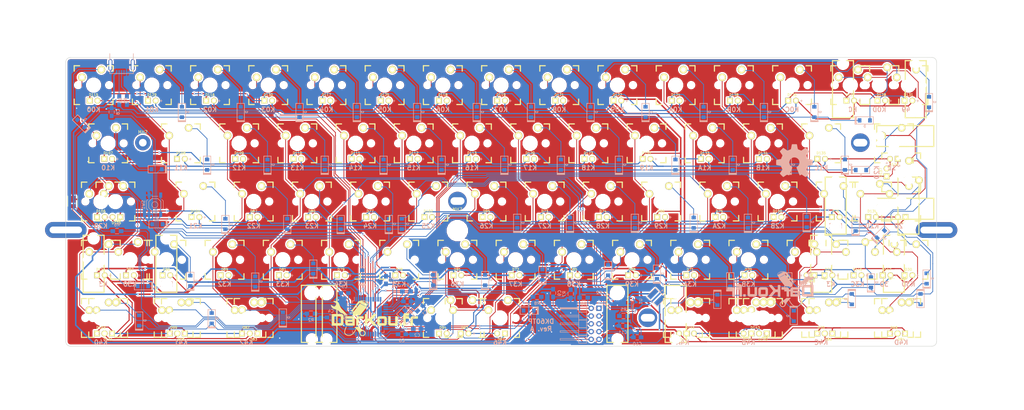
<source format=kicad_pcb>
(kicad_pcb (version 4) (host pcbnew 4.0.5+dfsg1-4)
  (title_block (title "MX/Alps HHKB") (date 2017-05-22) (rev A.1) (company DarKou))
  (layers (0 F.Cu signal) (31 B.Cu signal) (34 B.Paste user) (35 F.Paste user) (36 B.SilkS user) (37 F.SilkS user hide) (38 B.Mask user) (39 F.Mask user) (44 Edge.Cuts user))
  (net 0 "")
  (net 1 GND)
  (net 2 "Net-(C8-Pad1)")
  (net 3 "Net-(D1-Pad2)")
  (net 4 "Net-(D2-Pad2)")
  (net 5 "Net-(D3-Pad2)")
  (net 6 "Net-(D4-Pad2)")
  (net 7 "Net-(D5-Pad2)")
  (net 8 "Net-(D6-Pad2)")
  (net 9 "Net-(D7-Pad2)")
  (net 10 "Net-(D8-Pad2)")
  (net 11 "Net-(D9-Pad2)")
  (net 12 "Net-(D10-Pad2)")
  (net 13 "Net-(D11-Pad2)")
  (net 14 "Net-(D12-Pad2)")
  (net 15 "Net-(D13-Pad2)")
  (net 16 "Net-(D14-Pad2)")
  (net 17 "Net-(D15-Pad2)")
  (net 18 "Net-(D16-Pad2)")
  (net 19 "Net-(D17-Pad2)")
  (net 20 "Net-(D18-Pad2)")
  (net 21 "Net-(D19-Pad2)")
  (net 22 "Net-(D21-Pad2)")
  (net 23 "Net-(D22-Pad2)")
  (net 24 "Net-(D23-Pad2)")
  (net 25 "Net-(D24-Pad2)")
  (net 26 "Net-(D26-Pad2)")
  (net 27 "Net-(D27-Pad2)")
  (net 28 "Net-(D28-Pad2)")
  (net 29 "Net-(D29-Pad2)")
  (net 30 "Net-(D31-Pad2)")
  (net 31 "Net-(D32-Pad2)")
  (net 32 "Net-(D33-Pad2)")
  (net 33 "Net-(D34-Pad2)")
  (net 34 "Net-(D35-Pad2)")
  (net 35 "Net-(D36-Pad2)")
  (net 36 "Net-(D37-Pad2)")
  (net 37 "Net-(D38-Pad2)")
  (net 38 "Net-(D39-Pad2)")
  (net 39 "Net-(D40-Pad2)")
  (net 40 "Net-(D41-Pad2)")
  (net 41 "Net-(D42-Pad2)")
  (net 42 "Net-(D43-Pad2)")
  (net 43 "Net-(D44-Pad2)")
  (net 44 "Net-(D45-Pad2)")
  (net 45 "Net-(D46-Pad2)")
  (net 46 "Net-(D47-Pad2)")
  (net 47 "Net-(D48-Pad2)")
  (net 48 "Net-(D49-Pad2)")
  (net 49 "Net-(D50-Pad2)")
  (net 50 "Net-(D51-Pad2)")
  (net 51 "Net-(D52-Pad2)")
  (net 52 "Net-(D53-Pad2)")
  (net 53 "Net-(D54-Pad2)")
  (net 54 "Net-(D55-Pad2)")
  (net 55 "Net-(D56-Pad2)")
  (net 56 "Net-(D57-Pad2)")
  (net 57 "Net-(D58-Pad2)")
  (net 58 "Net-(D59-Pad2)")
  (net 59 "Net-(D60-Pad2)")
  (net 60 "Net-(J1-Pad2)")
  (net 61 "Net-(J1-Pad3)")
  (net 62 "Net-(J1-Pad4)")
  (net 63 "Net-(R3-Pad1)")
  (net 64 "Net-(R4-Pad2)")
  (net 65 "Net-(U0-Pad42)")
  (net 66 "Net-(LD1-Pad2)")
  (net 67 D2)
  (net 68 D5)
  (net 69 "Net-(D61-Pad2)")
  (net 70 "Net-(D62-Pad2)")
  (net 71 "Net-(D63-Pad2)")
  (net 72 "Net-(U0-Pad41)")
  (net 73 "Net-(U0-Pad26)")
  (net 74 "Net-(D64-Pad2)")
  (net 75 "Net-(D65-Pad2)")
  (net 76 "Net-(D66-Pad2)")
  (net 77 "Net-(D67-Pad2)")
  (net 78 "Net-(D68-Pad2)")
  (net 79 "Net-(R2-Pad2)")
  (net 80 "Net-(P2-Pad1)")
  (net 81 VCC)
  (net 82 "Net-(C9-Pad1)")
  (net 83 LED_AN)
  (net 84 "Net-(L1-Pad1)")
  (net 85 LED_CATH)
  (net 86 BACKLIT)
  (net 87 CAPS_LED)
  (net 88 Row4)
  (net 89 Col3)
  (net 90 Col4)
  (net 91 Col5)
  (net 92 Row0)
  (net 93 Row1)
  (net 94 Row2)
  (net 95 Row3)
  (net 96 Col0)
  (net 97 Col1)
  (net 98 Col2)
  (net 99 ColD)
  (net 100 ColC)
  (net 101 Col6)
  (net 102 Col7)
  (net 103 Col8)
  (net 104 Col9)
  (net 105 ColA)
  (net 106 ColB)
  (net 107 "Net-(K50-Pad2)")
  (net 108 "Net-(K50-Pad1)")
  (net 109 RESET)
  (net 110 XTAL1)
  (net 111 XTAL2)
  (net 112 "Net-(MH2-Pad1)")
  (net 113 "Net-(X1-Pad3)")
  (net 114 "Net-(MH7-Pad1)")
  (module Footprint:darkou (layer B.Cu) (at 259.75 97.75 180)
    (fp_text reference G*** hide)
    (fp_text value LOGO hide)
  )
  (module Footprint:MXST (layer F.Cu) (at 114.3 107.15625 180)
    (fp_text reference MXST hide)
    (fp_text value VAL** hide)
    (pad "" np_thru_hole circle (at 0 -6.985 180) (size 3.048 3.048) (drill 3.048) (layers *.Cu *.Mask))
    (pad "" np_thru_hole circle (at 0 8.255 180) (size 3.9802 3.9802) (drill 3.9802) (layers *.Cu *.Mask))
  )
  (module Footprint:MXST (layer F.Cu) (at 228.6 107.15625 180)
    (fp_text reference MXST hide)
    (fp_text value VAL** hide)
    (pad "" np_thru_hole circle (at 0 -6.985 180) (size 3.048 3.048) (drill 3.048) (layers *.Cu *.Mask))
    (pad "" np_thru_hole circle (at 0 8.255 180) (size 3.9802 3.9802) (drill 3.9802) (layers *.Cu *.Mask))
  )
  (module Footprint:MXST (layer F.Cu) (at 209.55 107.15625 180)
    (fp_text reference MXST hide)
    (fp_text value VAL** hide)
    (pad "" np_thru_hole circle (at 0 -6.985 180) (size 3.048 3.048) (drill 3.048) (layers *.Cu *.Mask))
    (pad "" np_thru_hole circle (at 0 8.255 180) (size 3.9802 3.9802) (drill 3.9802) (layers *.Cu *.Mask))
  )
  (module Footprint:MXST (layer F.Cu) (at 109.5375 107.15625 180)
    (fp_text reference MXST hide)
    (fp_text value VAL** hide)
    (pad "" np_thru_hole circle (at 0 -6.985 180) (size 3.048 3.048) (drill 3.048) (layers *.Cu *.Mask))
    (pad "" np_thru_hole circle (at 0 8.255 180) (size 3.9802 3.9802) (drill 3.9802) (layers *.Cu *.Mask))
  )
  (module Footprint:MXST (layer F.Cu) (at 300.0375 88.10625)
    (fp_text reference MXST hide)
    (fp_text value VAL** hide)
    (pad "" np_thru_hole circle (at 0 -6.985) (size 3.048 3.048) (drill 3.048) (layers *.Cu *.Mask))
    (pad "" np_thru_hole circle (at 0 8.255) (size 3.9802 3.9802) (drill 3.9802) (layers *.Cu *.Mask))
  )
  (module Footprint:MXST (layer F.Cu) (at 276.225 88.10625)
    (fp_text reference MXST hide)
    (fp_text value VAL** hide)
    (pad "" np_thru_hole circle (at 0 -6.985) (size 3.048 3.048) (drill 3.048) (layers *.Cu *.Mask))
    (pad "" np_thru_hole circle (at 0 8.255) (size 3.9802 3.9802) (drill 3.9802) (layers *.Cu *.Mask))
  )
  (module Footprint:MXST (layer F.Cu) (at 302.41875 47.62625 90)
    (fp_text reference MXST hide)
    (fp_text value VAL** hide)
    (pad "" np_thru_hole circle (at 0 -6.985 90) (size 3.048 3.048) (drill 3.048) (layers *.Cu *.Mask))
    (pad "" np_thru_hole circle (at 0 8.255 90) (size 3.9802 3.9802) (drill 3.9802) (layers *.Cu *.Mask))
  )
  (module Footprint:MXST (layer F.Cu) (at 302.41875 71.4375 90)
    (fp_text reference MXST hide)
    (fp_text value VAL** hide)
    (pad "" np_thru_hole circle (at 0 -6.985 90) (size 3.048 3.048) (drill 3.048) (layers *.Cu *.Mask))
    (pad "" np_thru_hole circle (at 0 8.255 90) (size 3.9802 3.9802) (drill 3.9802) (layers *.Cu *.Mask))
  )
  (module Footprint:MXST (layer F.Cu) (at 280.9875 69.05625)
    (fp_text reference MXST hide)
    (fp_text value VAL** hide)
    (pad "" np_thru_hole circle (at 0 -6.985) (size 3.048 3.048) (drill 3.048) (layers *.Cu *.Mask))
    (pad "" np_thru_hole circle (at 0 8.255) (size 3.9802 3.9802) (drill 3.9802) (layers *.Cu *.Mask))
  )
  (module Footprint:MXST (layer F.Cu) (at 304.8 69.05625)
    (fp_text reference MXST hide)
    (fp_text value VAL** hide)
    (pad "" np_thru_hole circle (at 0 -6.985) (size 3.048 3.048) (drill 3.048) (layers *.Cu *.Mask))
    (pad "" np_thru_hole circle (at 0 8.255) (size 3.9802 3.9802) (drill 3.9802) (layers *.Cu *.Mask))
  )
  (module Footprint:MXST (layer F.Cu) (at 307.18125 30.95625)
    (fp_text reference MXST hide)
    (fp_text value VAL** hide)
    (pad "" np_thru_hole circle (at 0 -6.985) (size 3.048 3.048) (drill 3.048) (layers *.Cu *.Mask))
    (pad "" np_thru_hole circle (at 0 8.255) (size 3.9802 3.9802) (drill 3.9802) (layers *.Cu *.Mask))
  )
  (module Footprint:MXST (layer F.Cu) (at 283.36875 30.95625)
    (fp_text reference MXST hide)
    (fp_text value VAL** hide)
    (pad "" np_thru_hole circle (at 0 -6.985) (size 3.048 3.048) (drill 3.048) (layers *.Cu *.Mask))
    (pad "" np_thru_hole circle (at 0 8.255) (size 3.9802 3.9802) (drill 3.9802) (layers *.Cu *.Mask))
  )
  (module Footprint:MXST (layer F.Cu) (at 61.9125 88.10625)
    (fp_text reference MXST hide)
    (fp_text value VAL** hide)
    (pad "" np_thru_hole circle (at 0 -6.985) (size 3.048 3.048) (drill 3.048) (layers *.Cu *.Mask))
    (pad "" np_thru_hole circle (at 0 8.255) (size 3.9802 3.9802) (drill 3.9802) (layers *.Cu *.Mask))
  )
  (module Capacitors_SMD:C_0805_HandSoldering (layer B.Cu) (at 145 104 45)
    (fp_text reference C1 (at 0 2.1 45) (layer B.SilkS) (effects (justify mirror)))
    (fp_text value 22p)
    (pad 1 smd rect (at -1.25 0 45) (size 1.5 1.25) (layers B.Cu B.Paste B.Mask) (net 110 XTAL1))
    (pad 2 smd rect (at 1.25 0 45) (size 1.5 1.25) (layers B.Cu B.Paste B.Mask) (net 1 GND))
  )
  (module Capacitors_SMD:C_0805_HandSoldering (layer B.Cu) (at 144 110.75)
    (fp_text reference C2 (at 0 2.1) (layer B.SilkS) (effects (justify mirror)))
    (fp_text value 22p)
    (pad 1 smd rect (at -1.25 0) (size 1.5 1.25) (layers B.Cu B.Paste B.Mask) (net 111 XTAL2))
    (pad 2 smd rect (at 1.25 0) (size 1.5 1.25) (layers B.Cu B.Paste B.Mask) (net 1 GND))
  )
  (module Capacitors_SMD:C_0805_HandSoldering (layer B.Cu) (at 133.7875 94.7575 90)
    (fp_text reference C3 (at 0 2.1 90) (layer B.SilkS) (effects (justify mirror)))
    (fp_text value 0.1u hide)
    (pad 1 smd rect (at -1.25 0 90) (size 1.5 1.25) (layers B.Cu B.Paste B.Mask) (net 81 VCC))
    (pad 2 smd rect (at 1.25 0 90) (size 1.5 1.25) (layers B.Cu B.Paste B.Mask) (net 1 GND))
  )
  (module Capacitors_SMD:C_0805_HandSoldering (layer B.Cu) (at 115.75 107 180)
    (fp_text reference C4 (at 0 2.1 180) (layer B.SilkS) (effects (justify mirror)))
    (fp_text value 0.1u hide)
    (pad 1 smd rect (at -1.25 0 180) (size 1.5 1.25) (layers B.Cu B.Paste B.Mask) (net 81 VCC))
    (pad 2 smd rect (at 1.25 0 180) (size 1.5 1.25) (layers B.Cu B.Paste B.Mask) (net 1 GND))
  )
  (module Capacitors_SMD:C_0805_HandSoldering (layer B.Cu) (at 120.25 99 180)
    (fp_text reference C5 (at 0 2.1 180) (layer B.SilkS) (effects (justify mirror)))
    (fp_text value 0.1u)
    (pad 1 smd rect (at -1.25 0 180) (size 1.5 1.25) (layers B.Cu B.Paste B.Mask) (net 81 VCC))
    (pad 2 smd rect (at 1.25 0 180) (size 1.5 1.25) (layers B.Cu B.Paste B.Mask) (net 1 GND))
  )
  (module Capacitors_SMD:C_0805_HandSoldering (layer B.Cu) (at 139 112.5)
    (fp_text reference C6 (at 0 2.1) (layer B.SilkS) (effects (justify mirror)))
    (fp_text value 0.1u)
    (pad 1 smd rect (at -1.25 0) (size 1.5 1.25) (layers B.Cu B.Paste B.Mask) (net 81 VCC))
    (pad 2 smd rect (at 1.25 0) (size 1.5 1.25) (layers B.Cu B.Paste B.Mask) (net 1 GND))
  )
  (module Capacitors_SMD:C_0805_HandSoldering (layer B.Cu) (at 140.75 101.75)
    (fp_text reference C7 (at 0 2.1) (layer B.SilkS) (effects (justify mirror)))
    (fp_text value 4.7u)
    (pad 1 smd rect (at -1.25 0) (size 1.5 1.25) (layers B.Cu B.Paste B.Mask) (net 81 VCC))
    (pad 2 smd rect (at 1.25 0) (size 1.5 1.25) (layers B.Cu B.Paste B.Mask) (net 1 GND))
  )
  (module Capacitors_SMD:C_0805_HandSoldering (layer B.Cu) (at 44 39.75 90)
    (fp_text reference C8 (at 0 2.1 90) (layer B.SilkS) (effects (justify mirror)))
    (fp_text value 1u)
    (pad 1 smd rect (at -1.25 0 90) (size 1.5 1.25) (layers B.Cu B.Paste B.Mask) (net 2 "Net-(C8-Pad1)"))
    (pad 2 smd rect (at 1.25 0 90) (size 1.5 1.25) (layers B.Cu B.Paste B.Mask) (net 1 GND))
  )
  (module Capacitors_SMD:C_0805_HandSoldering (layer B.Cu) (at 188.5 99 90)
    (fp_text reference C9 (at 0 2.1 90) (layer B.SilkS) (effects (justify mirror)))
    (fp_text value 2.2u)
    (pad 1 smd rect (at -1.25 0 90) (size 1.5 1.25) (layers B.Cu B.Paste B.Mask) (net 82 "Net-(C9-Pad1)"))
    (pad 2 smd rect (at 1.25 0 90) (size 1.5 1.25) (layers B.Cu B.Paste B.Mask) (net 81 VCC))
  )
  (module Footprint:D_SOD123 (layer B.Cu) (at 34 43.5 135)
    (fp_text reference D1 hide)
    (fp_text value D (at 0 1.925 135) (layer B.SilkS) (effects (font (size 0.8 0.8)) (justify mirror)))
    (pad 2 smd rect (at 1.7 0 135) (size 1.2 1.4) (layers B.Cu B.Paste B.Mask) (net 3 "Net-(D1-Pad2)"))
    (pad 1 smd rect (at -1.7 0 135) (size 1.2 1.4) (layers B.Cu B.Paste B.Mask) (net 92 Row0))
  )
  (module Footprint:D_SOD123 (layer B.Cu) (at 58.75 58.5 180)
    (fp_text reference D2 hide)
    (fp_text value D (at 0 1.925 180) (layer B.SilkS) (effects (font (size 0.8 0.8)) (justify mirror)))
    (pad 2 smd rect (at 1.7 0 180) (size 1.2 1.4) (layers B.Cu B.Paste B.Mask) (net 4 "Net-(D2-Pad2)"))
    (pad 1 smd rect (at -1.7 0 180) (size 1.2 1.4) (layers B.Cu B.Paste B.Mask) (net 93 Row1))
  )
  (module Footprint:D_SOD123 (layer B.Cu) (at 59 76.5 180)
    (fp_text reference D3 hide)
    (fp_text value D (at 0 1.925 180) (layer B.SilkS) (effects (font (size 0.8 0.8)) (justify mirror)))
    (pad 2 smd rect (at 1.7 0 180) (size 1.2 1.4) (layers B.Cu B.Paste B.Mask) (net 5 "Net-(D3-Pad2)"))
    (pad 1 smd rect (at -1.7 0 180) (size 1.2 1.4) (layers B.Cu B.Paste B.Mask) (net 94 Row2))
  )
  (module Footprint:D_SOD123 (layer B.Cu) (at 54.25 96.75 180)
    (fp_text reference D4 hide)
    (fp_text value D (at 0 1.925 180) (layer B.SilkS) (effects (font (size 0.8 0.8)) (justify mirror)))
    (pad 2 smd rect (at 1.7 0 180) (size 1.2 1.4) (layers B.Cu B.Paste B.Mask) (net 6 "Net-(D4-Pad2)"))
    (pad 1 smd rect (at -1.7 0 180) (size 1.2 1.4) (layers B.Cu B.Paste B.Mask) (net 95 Row3))
  )
  (module Footprint:D_SOD123 (layer B.Cu) (at 53 108 90)
    (fp_text reference D5 hide)
    (fp_text value D (at 0 1.925 90) (layer B.SilkS) (effects (font (size 0.8 0.8)) (justify mirror)))
    (pad 2 smd rect (at 1.7 0 90) (size 1.2 1.4) (layers B.Cu B.Paste B.Mask) (net 7 "Net-(D5-Pad2)"))
    (pad 1 smd rect (at -1.7 0 90) (size 1.2 1.4) (layers B.Cu B.Paste B.Mask) (net 88 Row4))
  )
  (module Footprint:D_SOD123 (layer B.Cu) (at 67 39.75 90)
    (fp_text reference D6 hide)
    (fp_text value D (at 0 1.925 90) (layer B.SilkS) (effects (font (size 0.8 0.8)) (justify mirror)))
    (pad 2 smd rect (at 1.7 0 90) (size 1.2 1.4) (layers B.Cu B.Paste B.Mask) (net 8 "Net-(D6-Pad2)"))
    (pad 1 smd rect (at -1.7 0 90) (size 1.2 1.4) (layers B.Cu B.Paste B.Mask) (net 92 Row0))
  )
  (module Footprint:D_SOD123 (layer B.Cu) (at 75.25 57 90)
    (fp_text reference D7 hide)
    (fp_text value D (at 0 1.925 90) (layer B.SilkS) (effects (font (size 0.8 0.8)) (justify mirror)))
    (pad 2 smd rect (at 1.7 0 90) (size 1.2 1.4) (layers B.Cu B.Paste B.Mask) (net 9 "Net-(D7-Pad2)"))
    (pad 1 smd rect (at -1.7 0 90) (size 1.2 1.4) (layers B.Cu B.Paste B.Mask) (net 93 Row1))
  )
  (module Footprint:D_SOD123 (layer B.Cu) (at 81.22875 76.40625 90)
    (fp_text reference D8 hide)
    (fp_text value D (at 0 1.925 90) (layer B.SilkS) (effects (font (size 0.8 0.8)) (justify mirror)))
    (pad 2 smd rect (at 1.7 0 90) (size 1.2 1.4) (layers B.Cu B.Paste B.Mask) (net 10 "Net-(D8-Pad2)"))
    (pad 1 smd rect (at -1.7 0 90) (size 1.2 1.4) (layers B.Cu B.Paste B.Mask) (net 94 Row2))
  )
  (module Footprint:D_SOD123 (layer B.Cu) (at 69.75 95 90)
    (fp_text reference D9 hide)
    (fp_text value D (at 0 1.925 90) (layer B.SilkS) (effects (font (size 0.8 0.8)) (justify mirror)))
    (pad 2 smd rect (at 1.7 0 90) (size 1.2 1.4) (layers B.Cu B.Paste B.Mask) (net 11 "Net-(D9-Pad2)"))
    (pad 1 smd rect (at -1.7 0 90) (size 1.2 1.4) (layers B.Cu B.Paste B.Mask) (net 95 Row3))
  )
  (module Footprint:D_SOD123 (layer B.Cu) (at 76.75 107.25 90)
    (fp_text reference D10 hide)
    (fp_text value D (at 0 1.925 90) (layer B.SilkS) (effects (font (size 0.8 0.8)) (justify mirror)))
    (pad 2 smd rect (at 1.7 0 90) (size 1.2 1.4) (layers B.Cu B.Paste B.Mask) (net 12 "Net-(D10-Pad2)"))
    (pad 1 smd rect (at -1.7 0 90) (size 1.2 1.4) (layers B.Cu B.Paste B.Mask) (net 88 Row4))
  )
  (module Footprint:D_SOD123 (layer B.Cu) (at 86.25 39.75 90)
    (fp_text reference D11 hide)
    (fp_text value D (at 0 1.925 90) (layer B.SilkS) (effects (font (size 0.8 0.8)) (justify mirror)))
    (pad 2 smd rect (at 1.7 0 90) (size 1.2 1.4) (layers B.Cu B.Paste B.Mask) (net 13 "Net-(D11-Pad2)"))
    (pad 1 smd rect (at -1.7 0 90) (size 1.2 1.4) (layers B.Cu B.Paste B.Mask) (net 92 Row0))
  )
  (module Footprint:D_SOD123 (layer B.Cu) (at 95 57 90)
    (fp_text reference D12 hide)
    (fp_text value D (at 0 1.925 90) (layer B.SilkS) (effects (font (size 0.8 0.8)) (justify mirror)))
    (pad 2 smd rect (at 1.7 0 90) (size 1.2 1.4) (layers B.Cu B.Paste B.Mask) (net 14 "Net-(D12-Pad2)"))
    (pad 1 smd rect (at -1.7 0 90) (size 1.2 1.4) (layers B.Cu B.Paste B.Mask) (net 93 Row1))
  )
  (module Footprint:D_SOD123 (layer B.Cu) (at 101.47875 76.40625 90)
    (fp_text reference D13 hide)
    (fp_text value D (at 0 1.925 90) (layer B.SilkS) (effects (font (size 0.8 0.8)) (justify mirror)))
    (pad 2 smd rect (at 1.7 0 90) (size 1.2 1.4) (layers B.Cu B.Paste B.Mask) (net 15 "Net-(D13-Pad2)"))
    (pad 1 smd rect (at -1.7 0 90) (size 1.2 1.4) (layers B.Cu B.Paste B.Mask) (net 94 Row2))
  )
  (module Footprint:D_SOD123 (layer B.Cu) (at 91 95.25 90)
    (fp_text reference D14 hide)
    (fp_text value D (at 0 1.925 90) (layer B.SilkS) (effects (font (size 0.8 0.8)) (justify mirror)))
    (pad 2 smd rect (at 1.7 0 90) (size 1.2 1.4) (layers B.Cu B.Paste B.Mask) (net 16 "Net-(D14-Pad2)"))
    (pad 1 smd rect (at -1.7 0 90) (size 1.2 1.4) (layers B.Cu B.Paste B.Mask) (net 95 Row3))
  )
  (module Footprint:D_SOD123 (layer B.Cu) (at 100.0375 107.0075 90)
    (fp_text reference D15 hide)
    (fp_text value D (at 0 1.925 90) (layer B.SilkS) (effects (font (size 0.8 0.8)) (justify mirror)))
    (pad 2 smd rect (at 1.7 0 90) (size 1.2 1.4) (layers B.Cu B.Paste B.Mask) (net 17 "Net-(D15-Pad2)"))
    (pad 1 smd rect (at -1.7 0 90) (size 1.2 1.4) (layers B.Cu B.Paste B.Mask) (net 88 Row4))
  )
  (module Footprint:D_SOD123 (layer B.Cu) (at 105.5 39.75 90)
    (fp_text reference D16 hide)
    (fp_text value D (at 0 1.925 90) (layer B.SilkS) (effects (font (size 0.8 0.8)) (justify mirror)))
    (pad 2 smd rect (at 1.7 0 90) (size 1.2 1.4) (layers B.Cu B.Paste B.Mask) (net 18 "Net-(D16-Pad2)"))
    (pad 1 smd rect (at -1.7 0 90) (size 1.2 1.4) (layers B.Cu B.Paste B.Mask) (net 92 Row0))
  )
  (module Footprint:D_SOD123 (layer B.Cu) (at 113.75 57 90)
    (fp_text reference D17 hide)
    (fp_text value D (at 0 1.925 90) (layer B.SilkS) (effects (font (size 0.8 0.8)) (justify mirror)))
    (pad 2 smd rect (at 1.7 0 90) (size 1.2 1.4) (layers B.Cu B.Paste B.Mask) (net 19 "Net-(D17-Pad2)"))
    (pad 1 smd rect (at -1.7 0 90) (size 1.2 1.4) (layers B.Cu B.Paste B.Mask) (net 93 Row1))
  )
  (module Footprint:D_SOD123 (layer B.Cu) (at 118.97875 76.40625 90)
    (fp_text reference D18 hide)
    (fp_text value D (at 0 1.925 90) (layer B.SilkS) (effects (font (size 0.8 0.8)) (justify mirror)))
    (pad 2 smd rect (at 1.7 0 90) (size 1.2 1.4) (layers B.Cu B.Paste B.Mask) (net 20 "Net-(D18-Pad2)"))
    (pad 1 smd rect (at -1.7 0 90) (size 1.2 1.4) (layers B.Cu B.Paste B.Mask) (net 94 Row2))
  )
  (module Footprint:D_SOD123 (layer B.Cu) (at 110 91 90)
    (fp_text reference D19 hide)
    (fp_text value D (at 0 1.925 90) (layer B.SilkS) (effects (font (size 0.8 0.8)) (justify mirror)))
    (pad 2 smd rect (at 1.7 0 90) (size 1.2 1.4) (layers B.Cu B.Paste B.Mask) (net 21 "Net-(D19-Pad2)"))
    (pad 1 smd rect (at -1.7 0 90) (size 1.2 1.4) (layers B.Cu B.Paste B.Mask) (net 95 Row3))
  )
  (module Footprint:D_SOD123 (layer B.Cu) (at 124.25 39.75 90)
    (fp_text reference D21 hide)
    (fp_text value D (at 0 1.925 90) (layer B.SilkS) (effects (font (size 0.8 0.8)) (justify mirror)))
    (pad 2 smd rect (at 1.7 0 90) (size 1.2 1.4) (layers B.Cu B.Paste B.Mask) (net 22 "Net-(D21-Pad2)"))
    (pad 1 smd rect (at -1.7 0 90) (size 1.2 1.4) (layers B.Cu B.Paste B.Mask) (net 92 Row0))
  )
  (module Footprint:D_SOD123 (layer B.Cu) (at 133 57 90)
    (fp_text reference D22 hide)
    (fp_text value D (at 0 1.925 90) (layer B.SilkS) (effects (font (size 0.8 0.8)) (justify mirror)))
    (pad 2 smd rect (at 1.7 0 90) (size 1.2 1.4) (layers B.Cu B.Paste B.Mask) (net 23 "Net-(D22-Pad2)"))
    (pad 1 smd rect (at -1.7 0 90) (size 1.2 1.4) (layers B.Cu B.Paste B.Mask) (net 93 Row1))
  )
  (module Footprint:D_SOD123 (layer B.Cu) (at 134.72875 76.40625 90)
    (fp_text reference D23 hide)
    (fp_text value D (at 0 1.925 90) (layer B.SilkS) (effects (font (size 0.8 0.8)) (justify mirror)))
    (pad 2 smd rect (at 1.7 0 90) (size 1.2 1.4) (layers B.Cu B.Paste B.Mask) (net 24 "Net-(D23-Pad2)"))
    (pad 1 smd rect (at -1.7 0 90) (size 1.2 1.4) (layers B.Cu B.Paste B.Mask) (net 94 Row2))
  )
  (module Footprint:D_SOD123 (layer B.Cu) (at 126 93.25 90)
    (fp_text reference D24 hide)
    (fp_text value D (at 0 1.925 90) (layer B.SilkS) (effects (font (size 0.8 0.8)) (justify mirror)))
    (pad 2 smd rect (at 1.7 0 90) (size 1.2 1.4) (layers B.Cu B.Paste B.Mask) (net 25 "Net-(D24-Pad2)"))
    (pad 1 smd rect (at -1.7 0 90) (size 1.2 1.4) (layers B.Cu B.Paste B.Mask) (net 95 Row3))
  )
  (module Footprint:D_SOD123 (layer B.Cu) (at 144 39.75 90)
    (fp_text reference D26 hide)
    (fp_text value D (at 0 1.925 90) (layer B.SilkS) (effects (font (size 0.8 0.8)) (justify mirror)))
    (pad 2 smd rect (at 1.7 0 90) (size 1.2 1.4) (layers B.Cu B.Paste B.Mask) (net 26 "Net-(D26-Pad2)"))
    (pad 1 smd rect (at -1.7 0 90) (size 1.2 1.4) (layers B.Cu B.Paste B.Mask) (net 92 Row0))
  )
  (module Footprint:D_SOD123 (layer B.Cu) (at 152 57 90)
    (fp_text reference D27 hide)
    (fp_text value D (at 0 1.925 90) (layer B.SilkS) (effects (font (size 0.8 0.8)) (justify mirror)))
    (pad 2 smd rect (at 1.7 0 90) (size 1.2 1.4) (layers B.Cu B.Paste B.Mask) (net 27 "Net-(D27-Pad2)"))
    (pad 1 smd rect (at -1.7 0 90) (size 1.2 1.4) (layers B.Cu B.Paste B.Mask) (net 93 Row1))
  )
  (module Footprint:D_SOD123 (layer B.Cu) (at 138.97875 76.40625 90)
    (fp_text reference D28 hide)
    (fp_text value D (at 0 1.925 90) (layer B.SilkS) (effects (font (size 0.8 0.8)) (justify mirror)))
    (pad 2 smd rect (at 1.7 0 90) (size 1.2 1.4) (layers B.Cu B.Paste B.Mask) (net 28 "Net-(D28-Pad2)"))
    (pad 1 smd rect (at -1.7 0 90) (size 1.2 1.4) (layers B.Cu B.Paste B.Mask) (net 94 Row2))
  )
  (module Footprint:D_SOD123 (layer B.Cu) (at 149.25 94.75 90)
    (fp_text reference D29 hide)
    (fp_text value D (at 0 1.925 90) (layer B.SilkS) (effects (font (size 0.8 0.8)) (justify mirror)))
    (pad 2 smd rect (at 1.7 0 90) (size 1.2 1.4) (layers B.Cu B.Paste B.Mask) (net 29 "Net-(D29-Pad2)"))
    (pad 1 smd rect (at -1.7 0 90) (size 1.2 1.4) (layers B.Cu B.Paste B.Mask) (net 95 Row3))
  )
  (module Footprint:D_SOD123 (layer B.Cu) (at 163.5 39.75 90)
    (fp_text reference D31 hide)
    (fp_text value D (at 0 1.925 90) (layer B.SilkS) (effects (font (size 0.8 0.8)) (justify mirror)))
    (pad 2 smd rect (at 1.7 0 90) (size 1.2 1.4) (layers B.Cu B.Paste B.Mask) (net 30 "Net-(D31-Pad2)"))
    (pad 1 smd rect (at -1.7 0 90) (size 1.2 1.4) (layers B.Cu B.Paste B.Mask) (net 92 Row0))
  )
  (module Footprint:D_SOD123 (layer B.Cu) (at 172.5375 57.0075 90)
    (fp_text reference D32 hide)
    (fp_text value D (at 0 1.925 90) (layer B.SilkS) (effects (font (size 0.8 0.8)) (justify mirror)))
    (pad 2 smd rect (at 1.7 0 90) (size 1.2 1.4) (layers B.Cu B.Paste B.Mask) (net 31 "Net-(D32-Pad2)"))
    (pad 1 smd rect (at -1.7 0 90) (size 1.2 1.4) (layers B.Cu B.Paste B.Mask) (net 93 Row1))
  )
  (module Footprint:D_SOD123 (layer B.Cu) (at 176.75 76 90)
    (fp_text reference D33 hide)
    (fp_text value D (at 0 1.925 90) (layer B.SilkS) (effects (font (size 0.8 0.8)) (justify mirror)))
    (pad 2 smd rect (at 1.7 0 90) (size 1.2 1.4) (layers B.Cu B.Paste B.Mask) (net 32 "Net-(D33-Pad2)"))
    (pad 1 smd rect (at -1.7 0 90) (size 1.2 1.4) (layers B.Cu B.Paste B.Mask) (net 94 Row2))
  )
  (module Footprint:D_SOD123 (layer B.Cu) (at 166.25 94.75 90)
    (fp_text reference D34 hide)
    (fp_text value D (at 0 1.925 90) (layer B.SilkS) (effects (font (size 0.8 0.8)) (justify mirror)))
    (pad 2 smd rect (at 1.7 0 90) (size 1.2 1.4) (layers B.Cu B.Paste B.Mask) (net 33 "Net-(D34-Pad2)"))
    (pad 1 smd rect (at -1.7 0 90) (size 1.2 1.4) (layers B.Cu B.Paste B.Mask) (net 95 Row3))
  )
  (module Footprint:D_SOD123 (layer B.Cu) (at 180.5 104.75 180)
    (fp_text reference D35 hide)
    (fp_text value D (at 0 1.925 180) (layer B.SilkS) (effects (font (size 0.8 0.8)) (justify mirror)))
    (pad 2 smd rect (at 1.7 0 180) (size 1.2 1.4) (layers B.Cu B.Paste B.Mask) (net 34 "Net-(D35-Pad2)"))
    (pad 1 smd rect (at -1.7 0 180) (size 1.2 1.4) (layers B.Cu B.Paste B.Mask) (net 88 Row4))
  )
  (module Footprint:D_SOD123 (layer B.Cu) (at 181.25 39.75 90)
    (fp_text reference D36 hide)
    (fp_text value D (at 0 1.925 90) (layer B.SilkS) (effects (font (size 0.8 0.8)) (justify mirror)))
    (pad 2 smd rect (at 1.7 0 90) (size 1.2 1.4) (layers B.Cu B.Paste B.Mask) (net 35 "Net-(D36-Pad2)"))
    (pad 1 smd rect (at -1.7 0 90) (size 1.2 1.4) (layers B.Cu B.Paste B.Mask) (net 92 Row0))
  )
  (module Footprint:D_SOD123 (layer B.Cu) (at 191.0375 57.0075 90)
    (fp_text reference D37 hide)
    (fp_text value D (at 0 1.925 90) (layer B.SilkS) (effects (font (size 0.8 0.8)) (justify mirror)))
    (pad 2 smd rect (at 1.7 0 90) (size 1.2 1.4) (layers B.Cu B.Paste B.Mask) (net 36 "Net-(D37-Pad2)"))
    (pad 1 smd rect (at -1.7 0 90) (size 1.2 1.4) (layers B.Cu B.Paste B.Mask) (net 93 Row1))
  )
  (module Footprint:D_SOD123 (layer B.Cu) (at 194 76 90)
    (fp_text reference D38 hide)
    (fp_text value D (at 0 1.925 90) (layer B.SilkS) (effects (font (size 0.8 0.8)) (justify mirror)))
    (pad 2 smd rect (at 1.7 0 90) (size 1.2 1.4) (layers B.Cu B.Paste B.Mask) (net 37 "Net-(D38-Pad2)"))
    (pad 1 smd rect (at -1.7 0 90) (size 1.2 1.4) (layers B.Cu B.Paste B.Mask) (net 94 Row2))
  )
  (module Footprint:D_SOD123 (layer B.Cu) (at 185 93 90)
    (fp_text reference D39 hide)
    (fp_text value D (at 0 1.925 90) (layer B.SilkS) (effects (font (size 0.8 0.8)) (justify mirror)))
    (pad 2 smd rect (at 1.7 0 90) (size 1.2 1.4) (layers B.Cu B.Paste B.Mask) (net 38 "Net-(D39-Pad2)"))
    (pad 1 smd rect (at -1.7 0 90) (size 1.2 1.4) (layers B.Cu B.Paste B.Mask) (net 95 Row3))
  )
  (module Footprint:D_SOD123 (layer B.Cu) (at 200.75 39.75 90)
    (fp_text reference D40 hide)
    (fp_text value D (at 0 1.925 90) (layer B.SilkS) (effects (font (size 0.8 0.8)) (justify mirror)))
    (pad 2 smd rect (at 1.7 0 90) (size 1.2 1.4) (layers B.Cu B.Paste B.Mask) (net 39 "Net-(D40-Pad2)"))
    (pad 1 smd rect (at -1.7 0 90) (size 1.2 1.4) (layers B.Cu B.Paste B.Mask) (net 92 Row0))
  )
  (module Footprint:D_SOD123 (layer B.Cu) (at 210.0375 57.0075 90)
    (fp_text reference D41 hide)
    (fp_text value D (at 0 1.925 90) (layer B.SilkS) (effects (font (size 0.8 0.8)) (justify mirror)))
    (pad 2 smd rect (at 1.7 0 90) (size 1.2 1.4) (layers B.Cu B.Paste B.Mask) (net 40 "Net-(D41-Pad2)"))
    (pad 1 smd rect (at -1.7 0 90) (size 1.2 1.4) (layers B.Cu B.Paste B.Mask) (net 93 Row1))
  )
  (module Footprint:D_SOD123 (layer B.Cu) (at 215.25 76 90)
    (fp_text reference D42 hide)
    (fp_text value D (at 0 1.925 90) (layer B.SilkS) (effects (font (size 0.8 0.8)) (justify mirror)))
    (pad 2 smd rect (at 1.7 0 90) (size 1.2 1.4) (layers B.Cu B.Paste B.Mask) (net 41 "Net-(D42-Pad2)"))
    (pad 1 smd rect (at -1.7 0 90) (size 1.2 1.4) (layers B.Cu B.Paste B.Mask) (net 94 Row2))
  )
  (module Footprint:D_SOD123 (layer B.Cu) (at 206.5 91.5 90)
    (fp_text reference D43 hide)
    (fp_text value D (at 0 1.925 90) (layer B.SilkS) (effects (font (size 0.8 0.8)) (justify mirror)))
    (pad 2 smd rect (at 1.7 0 90) (size 1.2 1.4) (layers B.Cu B.Paste B.Mask) (net 42 "Net-(D43-Pad2)"))
    (pad 1 smd rect (at -1.7 0 90) (size 1.2 1.4) (layers B.Cu B.Paste B.Mask) (net 95 Row3))
  )
  (module Footprint:D_SOD123 (layer B.Cu) (at 218.75 39.75 90)
    (fp_text reference D44 hide)
    (fp_text value D (at 0 1.925 90) (layer B.SilkS) (effects (font (size 0.8 0.8)) (justify mirror)))
    (pad 2 smd rect (at 1.7 0 90) (size 1.2 1.4) (layers B.Cu B.Paste B.Mask) (net 43 "Net-(D44-Pad2)"))
    (pad 1 smd rect (at -1.7 0 90) (size 1.2 1.4) (layers B.Cu B.Paste B.Mask) (net 92 Row0))
  )
  (module Footprint:D_SOD123 (layer B.Cu) (at 228.5375 57.0075 90)
    (fp_text reference D45 hide)
    (fp_text value D (at 0 1.925 90) (layer B.SilkS) (effects (font (size 0.8 0.8)) (justify mirror)))
    (pad 2 smd rect (at 1.7 0 90) (size 1.2 1.4) (layers B.Cu B.Paste B.Mask) (net 44 "Net-(D45-Pad2)"))
    (pad 1 smd rect (at -1.7 0 90) (size 1.2 1.4) (layers B.Cu B.Paste B.Mask) (net 93 Row1))
  )
  (module Footprint:D_SOD123 (layer B.Cu) (at 234.5 76 90)
    (fp_text reference D46 hide)
    (fp_text value D (at 0 1.925 90) (layer B.SilkS) (effects (font (size 0.8 0.8)) (justify mirror)))
    (pad 2 smd rect (at 1.7 0 90) (size 1.2 1.4) (layers B.Cu B.Paste B.Mask) (net 45 "Net-(D46-Pad2)"))
    (pad 1 smd rect (at -1.7 0 90) (size 1.2 1.4) (layers B.Cu B.Paste B.Mask) (net 94 Row2))
  )
  (module Footprint:D_SOD123 (layer B.Cu) (at 222.47875 92.65625 90)
    (fp_text reference D47 hide)
    (fp_text value D (at 0 1.925 90) (layer B.SilkS) (effects (font (size 0.8 0.8)) (justify mirror)))
    (pad 2 smd rect (at 1.7 0 90) (size 1.2 1.4) (layers B.Cu B.Paste B.Mask) (net 46 "Net-(D47-Pad2)"))
    (pad 1 smd rect (at -1.7 0 90) (size 1.2 1.4) (layers B.Cu B.Paste B.Mask) (net 95 Row3))
  )
  (module Footprint:D_SOD123 (layer B.Cu) (at 311.5 36.5 90)
    (fp_text reference D48 hide)
    (fp_text value D (at 0 1.925 90) (layer B.SilkS) (effects (font (size 0.8 0.8)) (justify mirror)))
    (pad 2 smd rect (at 1.7 0 90) (size 1.2 1.4) (layers B.Cu B.Paste B.Mask) (net 47 "Net-(D48-Pad2)"))
    (pad 1 smd rect (at -1.7 0 90) (size 1.2 1.4) (layers B.Cu B.Paste B.Mask) (net 88 Row4))
  )
  (module Footprint:D_SOD123 (layer B.Cu) (at 237.75 39.75 90)
    (fp_text reference D49 hide)
    (fp_text value D (at 0 1.925 90) (layer B.SilkS) (effects (font (size 0.8 0.8)) (justify mirror)))
    (pad 2 smd rect (at 1.7 0 90) (size 1.2 1.4) (layers B.Cu B.Paste B.Mask) (net 48 "Net-(D49-Pad2)"))
    (pad 1 smd rect (at -1.7 0 90) (size 1.2 1.4) (layers B.Cu B.Paste B.Mask) (net 92 Row0))
  )
  (module Footprint:D_SOD123 (layer B.Cu) (at 247.2875 57.0075 90)
    (fp_text reference D50 hide)
    (fp_text value D (at 0 1.925 90) (layer B.SilkS) (effects (font (size 0.8 0.8)) (justify mirror)))
    (pad 2 smd rect (at 1.7 0 90) (size 1.2 1.4) (layers B.Cu B.Paste B.Mask) (net 49 "Net-(D50-Pad2)"))
    (pad 1 smd rect (at -1.7 0 90) (size 1.2 1.4) (layers B.Cu B.Paste B.Mask) (net 93 Row1))
  )
  (module Footprint:D_SOD123 (layer B.Cu) (at 252.25 76 90)
    (fp_text reference D51 hide)
    (fp_text value D (at 0 1.925 90) (layer B.SilkS) (effects (font (size 0.8 0.8)) (justify mirror)))
    (pad 2 smd rect (at 1.7 0 90) (size 1.2 1.4) (layers B.Cu B.Paste B.Mask) (net 50 "Net-(D51-Pad2)"))
    (pad 1 smd rect (at -1.7 0 90) (size 1.2 1.4) (layers B.Cu B.Paste B.Mask) (net 94 Row2))
  )
  (module Footprint:D_SOD123 (layer B.Cu) (at 246.47875 95.15625 90)
    (fp_text reference D52 hide)
    (fp_text value D (at 0 1.925 90) (layer B.SilkS) (effects (font (size 0.8 0.8)) (justify mirror)))
    (pad 2 smd rect (at 1.7 0 90) (size 1.2 1.4) (layers B.Cu B.Paste B.Mask) (net 51 "Net-(D52-Pad2)"))
    (pad 1 smd rect (at -1.7 0 90) (size 1.2 1.4) (layers B.Cu B.Paste B.Mask) (net 95 Row3))
  )
  (module Footprint:D_SOD123 (layer B.Cu) (at 242.25 101.25 270)
    (fp_text reference D53 hide)
    (fp_text value D (at 0 1.925 270) (layer B.SilkS) (effects (font (size 0.8 0.8)) (justify mirror)))
    (pad 2 smd rect (at 1.7 0 270) (size 1.2 1.4) (layers B.Cu B.Paste B.Mask) (net 52 "Net-(D53-Pad2)"))
    (pad 1 smd rect (at -1.7 0 270) (size 1.2 1.4) (layers B.Cu B.Paste B.Mask) (net 88 Row4))
  )
  (module Footprint:D_SOD123 (layer B.Cu) (at 257.5 39.75 90)
    (fp_text reference D54 hide)
    (fp_text value D (at 0 1.925 90) (layer B.SilkS) (effects (font (size 0.8 0.8)) (justify mirror)))
    (pad 2 smd rect (at 1.7 0 90) (size 1.2 1.4) (layers B.Cu B.Paste B.Mask) (net 53 "Net-(D54-Pad2)"))
    (pad 1 smd rect (at -1.7 0 90) (size 1.2 1.4) (layers B.Cu B.Paste B.Mask) (net 92 Row0))
  )
  (module Footprint:D_SOD123 (layer B.Cu) (at 265.2875 57.0075 90)
    (fp_text reference D55 hide)
    (fp_text value D (at 0 1.925 90) (layer B.SilkS) (effects (font (size 0.8 0.8)) (justify mirror)))
    (pad 2 smd rect (at 1.7 0 90) (size 1.2 1.4) (layers B.Cu B.Paste B.Mask) (net 54 "Net-(D55-Pad2)"))
    (pad 1 smd rect (at -1.7 0 90) (size 1.2 1.4) (layers B.Cu B.Paste B.Mask) (net 93 Row1))
  )
  (module Footprint:D_SOD123 (layer B.Cu) (at 271.5 75.75 90)
    (fp_text reference D56 hide)
    (fp_text value D (at 0 1.925 90) (layer B.SilkS) (effects (font (size 0.8 0.8)) (justify mirror)))
    (pad 2 smd rect (at 1.7 0 90) (size 1.2 1.4) (layers B.Cu B.Paste B.Mask) (net 55 "Net-(D56-Pad2)"))
    (pad 1 smd rect (at -1.7 0 90) (size 1.2 1.4) (layers B.Cu B.Paste B.Mask) (net 94 Row2))
  )
  (module Footprint:D_SOD123 (layer B.Cu) (at 265.47875 95.15625 90)
    (fp_text reference D57 hide)
    (fp_text value D (at 0 1.925 90) (layer B.SilkS) (effects (font (size 0.8 0.8)) (justify mirror)))
    (pad 2 smd rect (at 1.7 0 90) (size 1.2 1.4) (layers B.Cu B.Paste B.Mask) (net 56 "Net-(D57-Pad2)"))
    (pad 1 smd rect (at -1.7 0 90) (size 1.2 1.4) (layers B.Cu B.Paste B.Mask) (net 95 Row3))
  )
  (module Footprint:D_SOD123 (layer B.Cu) (at 267.25 106.5 270)
    (fp_text reference D58 hide)
    (fp_text value D (at 0 1.925 270) (layer B.SilkS) (effects (font (size 0.8 0.8)) (justify mirror)))
    (pad 2 smd rect (at 1.7 0 270) (size 1.2 1.4) (layers B.Cu B.Paste B.Mask) (net 57 "Net-(D58-Pad2)"))
    (pad 1 smd rect (at -1.7 0 270) (size 1.2 1.4) (layers B.Cu B.Paste B.Mask) (net 88 Row4))
  )
  (module Footprint:D_SOD123 (layer B.Cu) (at 274 39.75 90)
    (fp_text reference D59 hide)
    (fp_text value D (at 0 1.925 90) (layer B.SilkS) (effects (font (size 0.8 0.8)) (justify mirror)))
    (pad 2 smd rect (at 1.7 0 90) (size 1.2 1.4) (layers B.Cu B.Paste B.Mask) (net 58 "Net-(D59-Pad2)"))
    (pad 1 smd rect (at -1.7 0 90) (size 1.2 1.4) (layers B.Cu B.Paste B.Mask) (net 92 Row0))
  )
  (module Footprint:D_SOD123 (layer B.Cu) (at 284 57 90)
    (fp_text reference D60 hide)
    (fp_text value D (at 0 1.925 90) (layer B.SilkS) (effects (font (size 0.8 0.8)) (justify mirror)))
    (pad 2 smd rect (at 1.7 0 90) (size 1.2 1.4) (layers B.Cu B.Paste B.Mask) (net 59 "Net-(D60-Pad2)"))
    (pad 1 smd rect (at -1.7 0 90) (size 1.2 1.4) (layers B.Cu B.Paste B.Mask) (net 93 Row1))
  )
  (module Footprint:D_SOD123 (layer B.Cu) (at 287.5 77 90)
    (fp_text reference D61 hide)
    (fp_text value D (at 0 1.925 90) (layer B.SilkS) (effects (font (size 0.8 0.8)) (justify mirror)))
    (pad 2 smd rect (at 1.7 0 90) (size 1.2 1.4) (layers B.Cu B.Paste B.Mask) (net 69 "Net-(D61-Pad2)"))
    (pad 1 smd rect (at -1.7 0 90) (size 1.2 1.4) (layers B.Cu B.Paste B.Mask) (net 94 Row2))
  )
  (module Footprint:D_SOD123 (layer B.Cu) (at 292.5375 95.5075 90)
    (fp_text reference D62 hide)
    (fp_text value D (at 0 1.925 90) (layer B.SilkS) (effects (font (size 0.8 0.8)) (justify mirror)))
    (pad 2 smd rect (at 1.7 0 90) (size 1.2 1.4) (layers B.Cu B.Paste B.Mask) (net 70 "Net-(D62-Pad2)"))
    (pad 1 smd rect (at -1.7 0 90) (size 1.2 1.4) (layers B.Cu B.Paste B.Mask) (net 95 Row3))
  )
  (module Footprint:D_SOD123 (layer B.Cu) (at 286.25 101 270)
    (fp_text reference D63 hide)
    (fp_text value D (at 0 1.925 270) (layer B.SilkS) (effects (font (size 0.8 0.8)) (justify mirror)))
    (pad 2 smd rect (at 1.7 0 270) (size 1.2 1.4) (layers B.Cu B.Paste B.Mask) (net 71 "Net-(D63-Pad2)"))
    (pad 1 smd rect (at -1.7 0 270) (size 1.2 1.4) (layers B.Cu B.Paste B.Mask) (net 88 Row4))
  )
  (module Footprint:D_SOD123 (layer B.Cu) (at 290.5 42.5)
    (fp_text reference D64 hide)
    (fp_text value D (at 0 1.925) (layer B.SilkS) (effects (font (size 0.8 0.8)) (justify mirror)))
    (pad 2 smd rect (at 1.7 0) (size 1.2 1.4) (layers B.Cu B.Paste B.Mask) (net 74 "Net-(D64-Pad2)"))
    (pad 1 smd rect (at -1.7 0) (size 1.2 1.4) (layers B.Cu B.Paste B.Mask) (net 92 Row0))
  )
  (module Footprint:D_SOD123 (layer B.Cu) (at 289.25 58.75)
    (fp_text reference D65 hide)
    (fp_text value D (at 0 1.925) (layer B.SilkS) (effects (font (size 0.8 0.8)) (justify mirror)))
    (pad 2 smd rect (at 1.7 0) (size 1.2 1.4) (layers B.Cu B.Paste B.Mask) (net 75 "Net-(D65-Pad2)"))
    (pad 1 smd rect (at -1.7 0) (size 1.2 1.4) (layers B.Cu B.Paste B.Mask) (net 93 Row1))
  )
  (module Footprint:D_SOD123 (layer B.Cu) (at 295.75 79.75 45)
    (fp_text reference D66 hide)
    (fp_text value D (at 0 1.925 45) (layer B.SilkS) (effects (font (size 0.8 0.8)) (justify mirror)))
    (pad 2 smd rect (at 1.7 0 45) (size 1.2 1.4) (layers B.Cu B.Paste B.Mask) (net 76 "Net-(D66-Pad2)"))
    (pad 1 smd rect (at -1.7 0 45) (size 1.2 1.4) (layers B.Cu B.Paste B.Mask) (net 94 Row2))
  )
  (module Footprint:D_SOD123 (layer B.Cu) (at 310.75 94.25 90)
    (fp_text reference D67 hide)
    (fp_text value D (at 0 1.925 90) (layer B.SilkS) (effects (font (size 0.8 0.8)) (justify mirror)))
    (pad 2 smd rect (at 1.7 0 90) (size 1.2 1.4) (layers B.Cu B.Paste B.Mask) (net 77 "Net-(D67-Pad2)"))
    (pad 1 smd rect (at -1.7 0 90) (size 1.2 1.4) (layers B.Cu B.Paste B.Mask) (net 95 Row3))
  )
  (module Footprint:D_SOD123 (layer B.Cu) (at 308.75 101 270)
    (fp_text reference D68 hide)
    (fp_text value D (at 0 1.925 270) (layer B.SilkS) (effects (font (size 0.8 0.8)) (justify mirror)))
    (pad 2 smd rect (at 1.7 0 270) (size 1.2 1.4) (layers B.Cu B.Paste B.Mask) (net 78 "Net-(D68-Pad2)"))
    (pad 1 smd rect (at -1.7 0 270) (size 1.2 1.4) (layers B.Cu B.Paste B.Mask) (net 88 Row4))
  )
  (module Footprint:USB_miniB_hirose_5S8 (layer B.Cu) (at 47.25 26.75)
    (fp_text reference J1 hide)
    (fp_text value USB_mini_micro_B hide)
    (pad 1 smd rect (at -1.6 0) (size 0.5 1.4) (layers B.Cu B.Paste B.Mask) (net 81 VCC))
    (pad 2 smd rect (at -0.8 0) (size 0.5 1.4) (layers B.Cu B.Paste B.Mask) (net 60 "Net-(J1-Pad2)"))
    (pad 3 smd rect (at 0 0) (size 0.5 1.4) (layers B.Cu B.Paste B.Mask) (net 61 "Net-(J1-Pad3)"))
    (pad 4 smd rect (at 0.8 0) (size 0.5 1.4) (layers B.Cu B.Paste B.Mask) (net 62 "Net-(J1-Pad4)"))
    (pad 5 smd rect (at 1.6 0) (size 0.5 1.4) (layers B.Cu B.Paste B.Mask) (net 1 GND))
    (pad 6 thru_hole oval (at -3.65 -2.4) (size 1.3 3.8) (drill oval 0.7 3.2) (layers *.Cu *.Mask B.Paste) (net 1 GND))
    (pad 6 thru_hole oval (at 3.65 -2.4) (size 1.3 3.8) (drill oval 0.7 3.2) (layers *.Cu *.Mask B.Paste) (net 1 GND))
  )
  (module Resistors_SMD:R_0805_HandSoldering (layer B.Cu) (at 140.5 98.5 180)
    (fp_text reference R1 (at 0 2.1 180) (layer B.SilkS) (effects (justify mirror)))
    (fp_text value 10K)
    (pad 1 smd rect (at -1.35 0 180) (size 1.5 1.3) (layers B.Cu B.Paste B.Mask) (net 81 VCC))
    (pad 2 smd rect (at 1.35 0 180) (size 1.5 1.3) (layers B.Cu B.Paste B.Mask) (net 109 RESET))
  )
  (module Resistors_SMD:R_0805_HandSoldering (layer B.Cu) (at 109.25 105.75)
    (fp_text reference R2 (at 0 2.1) (layer B.SilkS) (effects (justify mirror)))
    (fp_text value 10K)
    (pad 1 smd rect (at -1.35 0) (size 1.5 1.3) (layers B.Cu B.Paste B.Mask) (net 1 GND))
    (pad 2 smd rect (at 1.35 0) (size 1.5 1.3) (layers B.Cu B.Paste B.Mask) (net 79 "Net-(R2-Pad2)"))
  )
  (module Resistors_SMD:R_0805_HandSoldering (layer B.Cu) (at 46.5 36 90)
    (fp_text reference R3 (at 0 2.1 90) (layer B.SilkS) (effects (justify mirror)))
    (fp_text value 22)
    (pad 1 smd rect (at -1.35 0 90) (size 1.5 1.3) (layers B.Cu B.Paste B.Mask) (net 63 "Net-(R3-Pad1)"))
    (pad 2 smd rect (at 1.35 0 90) (size 1.5 1.3) (layers B.Cu B.Paste B.Mask) (net 60 "Net-(J1-Pad2)"))
  )
  (module Resistors_SMD:R_0805_HandSoldering (layer B.Cu) (at 49 36 270)
    (fp_text reference R4 (at 0 2.1 270) (layer B.SilkS) (effects (justify mirror)))
    (fp_text value 22)
    (pad 1 smd rect (at -1.35 0 270) (size 1.5 1.3) (layers B.Cu B.Paste B.Mask) (net 61 "Net-(J1-Pad3)"))
    (pad 2 smd rect (at 1.35 0 270) (size 1.5 1.3) (layers B.Cu B.Paste B.Mask) (net 64 "Net-(R4-Pad2)"))
  )
  (module Resistors_SMD:R_0805_HandSoldering (layer B.Cu) (at 45.75 78.75 180)
    (fp_text reference R6 (at 0 2.1 180) (layer B.SilkS) (effects (justify mirror)))
    (fp_text value R)
    (pad 1 smd rect (at -1.35 0 180) (size 1.5 1.3) (layers B.Cu B.Paste B.Mask) (net 87 CAPS_LED))
    (pad 2 smd rect (at 1.35 0 180) (size 1.5 1.3) (layers B.Cu B.Paste B.Mask) (net 66 "Net-(LD1-Pad2)"))
  )
  (module Resistors_SMD:R_0805_HandSoldering (layer B.Cu) (at 194.25 99.25 270)
    (fp_text reference R7 (at 0 2.1 270) (layer B.SilkS) (effects (justify mirror)))
    (fp_text value 100K)
    (pad 1 smd rect (at -1.35 0 270) (size 1.5 1.3) (layers B.Cu B.Paste B.Mask) (net 82 "Net-(C9-Pad1)"))
    (pad 2 smd rect (at 1.35 0 270) (size 1.5 1.3) (layers B.Cu B.Paste B.Mask) (net 1 GND))
  )
  (module Resistors_SMD:R_0805_HandSoldering (layer B.Cu) (at 183.25 100.25)
    (fp_text reference R8 (at 0 2.1) (layer B.SilkS) (effects (justify mirror)))
    (fp_text value 4.7K)
    (pad 1 smd rect (at -1.35 0) (size 1.5 1.3) (layers B.Cu B.Paste B.Mask) (net 81 VCC))
    (pad 2 smd rect (at 1.35 0) (size 1.5 1.3) (layers B.Cu B.Paste B.Mask) (net 67 D2))
  )
  (module Resistors_SMD:R_0805_HandSoldering (layer B.Cu) (at 198.5 100.5)
    (fp_text reference R9 (at 0 2.1) (layer B.SilkS) (effects (justify mirror)))
    (fp_text value 4.7K)
    (pad 1 smd rect (at -1.35 0) (size 1.5 1.3) (layers B.Cu B.Paste B.Mask) (net 81 VCC))
    (pad 2 smd rect (at 1.35 0) (size 1.5 1.3) (layers B.Cu B.Paste B.Mask) (net 68 D5))
  )
  (module Buttons_Switches_SMD:SW_SPST_TL3342 (layer B.Cu) (at 58.15 70.1 270)
    (fp_text reference SW1 (at 0 3.75 270) (layer B.SilkS) (effects (justify mirror)))
    (fp_text value SW_PUSH)
    (pad 1 smd rect (at -3.15 1.9 270) (size 1.7 1) (layers B.Cu B.Paste B.Mask) (net 1 GND))
    (pad 1 smd rect (at 3.15 1.9 270) (size 1.7 1) (layers B.Cu B.Paste B.Mask) (net 1 GND))
    (pad 2 smd rect (at -3.15 -1.9 270) (size 1.7 1) (layers B.Cu B.Paste B.Mask) (net 109 RESET))
    (pad 2 smd rect (at 3.15 -1.9 270) (size 1.7 1) (layers B.Cu B.Paste B.Mask) (net 109 RESET))
  )
  (module Housings_QFP:TQFP-44_10x10mm_Pitch0.8mm (layer B.Cu) (at 128 106.75 270)
    (fp_text reference U0 (at 0 7.45 270) (layer B.SilkS) (effects (justify mirror)))
    (fp_text value ATMEGA32U4)
    (pad 1 smd rect (at -5.7 4 270) (size 1.5 0.55) (layers B.Cu B.Paste B.Mask) (net 87 CAPS_LED))
    (pad 2 smd rect (at -5.7 3.2 270) (size 1.5 0.55) (layers B.Cu B.Paste B.Mask) (net 81 VCC))
    (pad 3 smd rect (at -5.7 2.4 270) (size 1.5 0.55) (layers B.Cu B.Paste B.Mask) (net 63 "Net-(R3-Pad1)"))
    (pad 4 smd rect (at -5.7 1.6 270) (size 1.5 0.55) (layers B.Cu B.Paste B.Mask) (net 64 "Net-(R4-Pad2)"))
    (pad 5 smd rect (at -5.7 0.8 270) (size 1.5 0.55) (layers B.Cu B.Paste B.Mask) (net 1 GND))
    (pad 6 smd rect (at -5.7 0 270) (size 1.5 0.55) (layers B.Cu B.Paste B.Mask) (net 2 "Net-(C8-Pad1)"))
    (pad 7 smd rect (at -5.7 -0.8 270) (size 1.5 0.55) (layers B.Cu B.Paste B.Mask) (net 81 VCC))
    (pad 8 smd rect (at -5.7 -1.6 270) (size 1.5 0.55) (layers B.Cu B.Paste B.Mask) (net 99 ColD))
    (pad 9 smd rect (at -5.7 -2.4 270) (size 1.5 0.55) (layers B.Cu B.Paste B.Mask) (net 91 Col5))
    (pad 10 smd rect (at -5.7 -3.2 270) (size 1.5 0.55) (layers B.Cu B.Paste B.Mask) (net 95 Row3))
    (pad 11 smd rect (at -5.7 -4 270) (size 1.5 0.55) (layers B.Cu B.Paste B.Mask) (net 102 Col7))
    (pad 12 smd rect (at -4 -5.7 180) (size 1.5 0.55) (layers B.Cu B.Paste B.Mask) (net 86 BACKLIT))
    (pad 13 smd rect (at -3.2 -5.7 180) (size 1.5 0.55) (layers B.Cu B.Paste B.Mask) (net 109 RESET))
    (pad 14 smd rect (at -2.4 -5.7 180) (size 1.5 0.55) (layers B.Cu B.Paste B.Mask) (net 81 VCC))
    (pad 15 smd rect (at -1.6 -5.7 180) (size 1.5 0.55) (layers B.Cu B.Paste B.Mask) (net 1 GND))
    (pad 16 smd rect (at -0.8 -5.7 180) (size 1.5 0.55) (layers B.Cu B.Paste B.Mask) (net 110 XTAL1))
    (pad 17 smd rect (at 0 -5.7 180) (size 1.5 0.55) (layers B.Cu B.Paste B.Mask) (net 111 XTAL2))
    (pad 18 smd rect (at 0.8 -5.7 180) (size 1.5 0.55) (layers B.Cu B.Paste B.Mask) (net 100 ColC))
    (pad 19 smd rect (at 1.6 -5.7 180) (size 1.5 0.55) (layers B.Cu B.Paste B.Mask) (net 106 ColB))
    (pad 20 smd rect (at 2.4 -5.7 180) (size 1.5 0.55) (layers B.Cu B.Paste B.Mask) (net 67 D2))
    (pad 21 smd rect (at 3.2 -5.7 180) (size 1.5 0.55) (layers B.Cu B.Paste B.Mask) (net 105 ColA))
    (pad 22 smd rect (at 4 -5.7 180) (size 1.5 0.55) (layers B.Cu B.Paste B.Mask) (net 68 D5))
    (pad 23 smd rect (at 5.7 -4 270) (size 1.5 0.55) (layers B.Cu B.Paste B.Mask) (net 1 GND))
    (pad 24 smd rect (at 5.7 -3.2 270) (size 1.5 0.55) (layers B.Cu B.Paste B.Mask) (net 81 VCC))
    (pad 25 smd rect (at 5.7 -2.4 270) (size 1.5 0.55) (layers B.Cu B.Paste B.Mask) (net 103 Col8))
    (pad 26 smd rect (at 5.7 -1.6 270) (size 1.5 0.55) (layers B.Cu B.Paste B.Mask) (net 73 "Net-(U0-Pad26)"))
    (pad 27 smd rect (at 5.7 -0.8 270) (size 1.5 0.55) (layers B.Cu B.Paste B.Mask) (net 101 Col6))
    (pad 28 smd rect (at 5.7 0 270) (size 1.5 0.55) (layers B.Cu B.Paste B.Mask) (net 104 Col9))
    (pad 29 smd rect (at 5.7 0.8 270) (size 1.5 0.55) (layers B.Cu B.Paste B.Mask) (net 94 Row2))
    (pad 30 smd rect (at 5.7 1.6 270) (size 1.5 0.55) (layers B.Cu B.Paste B.Mask) (net 90 Col4))
    (pad 31 smd rect (at 5.7 2.4 270) (size 1.5 0.55) (layers B.Cu B.Paste B.Mask) (net 93 Row1))
    (pad 32 smd rect (at 5.7 3.2 270) (size 1.5 0.55) (layers B.Cu B.Paste B.Mask) (net 88 Row4))
    (pad 33 smd rect (at 5.7 4 270) (size 1.5 0.55) (layers B.Cu B.Paste B.Mask) (net 79 "Net-(R2-Pad2)"))
    (pad 34 smd rect (at 4 5.7 180) (size 1.5 0.55) (layers B.Cu B.Paste B.Mask) (net 81 VCC))
    (pad 35 smd rect (at 3.2 5.7 180) (size 1.5 0.55) (layers B.Cu B.Paste B.Mask) (net 1 GND))
    (pad 36 smd rect (at 2.4 5.7 180) (size 1.5 0.55) (layers B.Cu B.Paste B.Mask) (net 96 Col0))
    (pad 37 smd rect (at 1.6 5.7 180) (size 1.5 0.55) (layers B.Cu B.Paste B.Mask) (net 92 Row0))
    (pad 38 smd rect (at 0.8 5.7 180) (size 1.5 0.55) (layers B.Cu B.Paste B.Mask) (net 97 Col1))
    (pad 39 smd rect (at 0 5.7 180) (size 1.5 0.55) (layers B.Cu B.Paste B.Mask) (net 98 Col2))
    (pad 40 smd rect (at -0.8 5.7 180) (size 1.5 0.55) (layers B.Cu B.Paste B.Mask) (net 89 Col3))
    (pad 41 smd rect (at -1.6 5.7 180) (size 1.5 0.55) (layers B.Cu B.Paste B.Mask) (net 72 "Net-(U0-Pad41)"))
    (pad 42 smd rect (at -2.4 5.7 180) (size 1.5 0.55) (layers B.Cu B.Paste B.Mask) (net 65 "Net-(U0-Pad42)"))
    (pad 43 smd rect (at -3.2 5.7 180) (size 1.5 0.55) (layers B.Cu B.Paste B.Mask) (net 1 GND))
    (pad 44 smd rect (at -4 5.7 180) (size 1.5 0.55) (layers B.Cu B.Paste B.Mask) (net 81 VCC))
  )
  (module Footprint:FA-238 (layer B.Cu) (at 140.25 106.25 315)
    (fp_text reference X1 hide)
    (fp_text value XTAL_GND hide)
    (pad 3 smd rect (at -1.1 0.8 315) (size 1.4 1.2) (drill (offset -0.1 0.05)) (layers B.Cu B.Paste B.Mask) (net 113 "Net-(X1-Pad3)") (clearance 0.2))
    (pad 2 smd rect (at 1.1 0.8 315) (size 1.4 1.2) (drill (offset 0.1 0.05)) (layers B.Cu B.Paste B.Mask) (net 111 XTAL2) (clearance 0.2))
    (pad 1 smd rect (at -1.1 -0.8 315) (size 1.4 1.2) (drill (offset -0.1 -0.05)) (layers B.Cu B.Paste B.Mask) (net 110 XTAL1) (clearance 0.2))
    (pad 3 smd rect (at 1.1 -0.8 315) (size 1.4 1.2) (drill (offset 0.1 -0.05)) (layers B.Cu B.Paste B.Mask) (net 113 "Net-(X1-Pad3)") (clearance 0.2))
  )
  (module Footprint:MXST (layer F.Cu) (at 38.1 88.10625)
    (fp_text reference MXST hide)
    (fp_text value VAL** hide)
    (pad "" np_thru_hole circle (at 0 -6.985) (size 3.048 3.048) (drill 3.048) (layers *.Cu *.Mask))
    (pad "" np_thru_hole circle (at 0 8.255) (size 3.9802 3.9802) (drill 3.9802) (layers *.Cu *.Mask))
  )
  (module LEDs:LED_PLCC_2835 (layer F.Cu) (at 31.25 69.25 270)
    (fp_text reference LD1 hide)
    (fp_text value CAPS_LED)
    (pad 1 smd rect (at -0.929882 -0.000094 90) (size 2.2 2.1) (layers F.Cu F.Paste F.Mask) (net 1 GND))
    (pad 2 smd rect (at 1.330118 -0.000094 90) (size 1.3 2.1) (layers F.Cu F.Paste F.Mask) (net 66 "Net-(LD1-Pad2)"))
  )
  (module Pin_Headers:Pin_Header_Angled_2x05 (layer B.Cu) (at 203.5 104 180)
    (fp_text reference P2 (at 0 5.1 180) (layer B.SilkS) (effects (justify mirror)))
    (fp_text value CONN_02X05)
    (pad 1 thru_hole rect (at 0 0 180) (size 1.7272 1.7272) (drill 1.016) (layers *.Cu *.Mask) (net 80 "Net-(P2-Pad1)"))
    (pad 2 thru_hole oval (at 2.54 0 180) (size 1.7272 1.7272) (drill 1.016) (layers *.Cu *.Mask) (net 68 D5))
    (pad 3 thru_hole oval (at 0 -2.54 180) (size 1.7272 1.7272) (drill 1.016) (layers *.Cu *.Mask) (net 91 Col5))
    (pad 4 thru_hole oval (at 2.54 -2.54 180) (size 1.7272 1.7272) (drill 1.016) (layers *.Cu *.Mask) (net 81 VCC))
    (pad 5 thru_hole oval (at 0 -5.08 180) (size 1.7272 1.7272) (drill 1.016) (layers *.Cu *.Mask) (net 90 Col4))
    (pad 6 thru_hole oval (at 2.54 -5.08 180) (size 1.7272 1.7272) (drill 1.016) (layers *.Cu *.Mask) (net 1 GND))
    (pad 7 thru_hole oval (at 0 -7.62 180) (size 1.7272 1.7272) (drill 1.016) (layers *.Cu *.Mask) (net 89 Col3))
    (pad 8 thru_hole oval (at 2.54 -7.62 180) (size 1.7272 1.7272) (drill 1.016) (layers *.Cu *.Mask) (net 82 "Net-(C9-Pad1)"))
    (pad 9 thru_hole oval (at 0 -10.16 180) (size 1.7272 1.7272) (drill 1.016) (layers *.Cu *.Mask) (net 88 Row4))
    (pad 10 thru_hole oval (at 2.54 -10.16 180) (size 1.7272 1.7272) (drill 1.016) (layers *.Cu *.Mask) (net 67 D2))
  )
  (module Footprint:darkou (layer F.Cu) (at 130 107.25)
    (fp_text reference G*** hide)
    (fp_text value LOGO hide)
  )
  (module Footprint:OPEN-HARDWARE (layer B.Cu) (at 267.5 55.75 180)
    (fp_text reference G*** hide)
    (fp_text value LOGO hide)
  )
  (module Capacitors_SMD:C_0805_HandSoldering (layer B.Cu) (at 216.0375 113.5075)
    (fp_text reference C10 (at 0 2.1) (layer B.SilkS) (effects (justify mirror)))
    (fp_text value 10uF hide)
    (pad 1 smd rect (at -1.25 0) (size 1.5 1.25) (layers B.Cu B.Paste B.Mask) (net 1 GND))
    (pad 2 smd rect (at 1.25 0) (size 1.5 1.25) (layers B.Cu B.Paste B.Mask) (net 81 VCC))
  )
  (module Capacitors_SMD:C_0805_HandSoldering (layer B.Cu) (at 211.2875 109.7575)
    (fp_text reference C11 (at 0 2.1) (layer B.SilkS) (effects (justify mirror)))
    (fp_text value 10uF hide)
    (pad 1 smd rect (at -1.25 0) (size 1.5 1.25) (layers B.Cu B.Paste B.Mask) (net 1 GND))
    (pad 2 smd rect (at 1.25 0) (size 1.5 1.25) (layers B.Cu B.Paste B.Mask) (net 83 LED_AN))
  )
  (module Footprint:Inductor_Bourn_4mmx4mm (layer B.Cu) (at 222.25 100.33 315)
    (fp_text reference L1 (at 0.1778 -2.5654 315) (layer B.SilkS) (effects (justify mirror)))
    (fp_text value 4.7uH)
    (pad 1 smd rect (at -1.525 0 315) (size 1.5 3.6) (layers B.Cu B.Paste B.Mask) (net 84 "Net-(L1-Pad1)"))
    (pad 2 smd rect (at 1.525 0 315) (size 1.5 3.6) (layers B.Cu B.Paste B.Mask) (net 83 LED_AN))
  )
  (module Resistors_SMD:R_0805_HandSoldering (layer B.Cu) (at 211.5375 106.5075 180)
    (fp_text reference R5 (at 0 2.1 180) (layer B.SilkS) (effects (justify mirror)))
    (fp_text value R)
    (pad 1 smd rect (at -1.35 0 180) (size 1.5 1.3) (layers B.Cu B.Paste B.Mask) (net 1 GND))
    (pad 2 smd rect (at 1.35 0 180) (size 1.5 1.3) (layers B.Cu B.Paste B.Mask) (net 85 LED_CATH))
  )
  (module Footprint:SOT-23-5 (layer B.Cu) (at 214.5375 103.0075)
    (fp_text reference U1 (at 2.5908 -1.2573 90) (layer B.SilkS) (effects (justify mirror)))
    (fp_text value PAM2804 hide)
    (pad 1 smd rect (at -1.1 0.95) (size 1.06 0.65) (layers B.Cu B.Paste B.Mask) (net 86 BACKLIT))
    (pad 2 smd rect (at -1.1 0) (size 1.06 0.65) (layers B.Cu B.Paste B.Mask) (net 1 GND))
    (pad 3 smd rect (at -1.1 -0.95) (size 1.06 0.65) (layers B.Cu B.Paste B.Mask) (net 84 "Net-(L1-Pad1)"))
    (pad 4 smd rect (at 1.1 -0.95) (size 1.06 0.65) (layers B.Cu B.Paste B.Mask) (net 81 VCC))
    (pad 5 smd rect (at 1.1 0.95) (size 1.06 0.65) (layers B.Cu B.Paste B.Mask) (net 85 LED_CATH))
  )
  (module Footprint:Mx_100 (layer F.Cu) (at 38.1 30.95625)
    (fp_text reference K1 hide)
    (fp_text value K00 (at 0 8) (layer B.SilkS) (effects (font (thickness 0.3048)) (justify mirror)))
    (pad HOLE np_thru_hole circle (at 0 0) (size 3.9878 3.9878) (drill 3.9878) (layers *.Cu))
    (pad HOLE np_thru_hole circle (at -5.08 0) (size 1.7018 1.7018) (drill 1.7018) (layers *.Cu))
    (pad HOLE np_thru_hole circle (at 5.08 0) (size 1.7018 1.7018) (drill 1.7018) (layers *.Cu))
    (pad 1 thru_hole circle (at -3.81 -2.54 330.95) (size 2.5 2.5) (drill 1.5) (layers *.Cu *.Mask F.SilkS) (net 96 Col0))
    (pad 2 thru_hole circle (at 2.54 -5.08 356.1) (size 2.5 2.5) (drill 1.5) (layers *.Cu *.Mask F.SilkS) (net 3 "Net-(D1-Pad2)"))
  )
  (module Footprint:Mx_150 (layer F.Cu) (at 42.8625 50.00625)
    (fp_text reference K2 hide)
    (fp_text value K10 (at 0 8) (layer B.SilkS) (effects (font (thickness 0.3048)) (justify mirror)))
    (pad HOLE np_thru_hole circle (at 0 0) (size 3.9878 3.9878) (drill 3.9878) (layers *.Cu))
    (pad HOLE np_thru_hole circle (at -5.08 0) (size 1.7018 1.7018) (drill 1.7018) (layers *.Cu))
    (pad HOLE np_thru_hole circle (at 5.08 0) (size 1.7018 1.7018) (drill 1.7018) (layers *.Cu))
    (pad 1 thru_hole circle (at -3.81 -2.54 330.95) (size 2.5 2.5) (drill 1.5) (layers *.Cu *.Mask F.SilkS) (net 96 Col0))
    (pad 2 thru_hole circle (at 2.54 -5.08 356.1) (size 2.5 2.5) (drill 1.5) (layers *.Cu *.Mask F.SilkS) (net 4 "Net-(D2-Pad2)"))
  )
  (module Footprint:Mx_125 (layer F.Cu) (at 40.48125 88.10625)
    (fp_text reference K6 hide)
    (fp_text value K30 (at 0 8) (layer B.SilkS) (effects (font (thickness 0.3048)) (justify mirror)))
    (pad HOLE np_thru_hole circle (at 0 0) (size 3.9878 3.9878) (drill 3.9878) (layers *.Cu))
    (pad HOLE np_thru_hole circle (at -5.08 0) (size 1.7018 1.7018) (drill 1.7018) (layers *.Cu))
    (pad HOLE np_thru_hole circle (at 5.08 0) (size 1.7018 1.7018) (drill 1.7018) (layers *.Cu))
    (pad 1 thru_hole circle (at -3.81 -2.54 330.95) (size 2.5 2.5) (drill 1.5) (layers *.Cu *.Mask F.SilkS) (net 96 Col0))
    (pad 2 thru_hole circle (at 2.54 -5.08 356.1) (size 2.5 2.5) (drill 1.5) (layers *.Cu *.Mask F.SilkS) (net 6 "Net-(D4-Pad2)"))
  )
  (module Footprint:Mx_125 (layer F.Cu) (at 40.48125 107.15625)
    (fp_text reference K7 hide)
    (fp_text value K40 (at 0 8) (layer B.SilkS) (effects (font (thickness 0.3048)) (justify mirror)))
    (pad HOLE np_thru_hole circle (at 0 0) (size 3.9878 3.9878) (drill 3.9878) (layers *.Cu))
    (pad HOLE np_thru_hole circle (at -5.08 0) (size 1.7018 1.7018) (drill 1.7018) (layers *.Cu))
    (pad HOLE np_thru_hole circle (at 5.08 0) (size 1.7018 1.7018) (drill 1.7018) (layers *.Cu))
    (pad 1 thru_hole circle (at -3.81 -2.54 330.95) (size 2.5 2.5) (drill 1.5) (layers *.Cu *.Mask F.SilkS) (net 96 Col0))
    (pad 2 thru_hole circle (at 2.54 -5.08 356.1) (size 2.5 2.5) (drill 1.5) (layers *.Cu *.Mask F.SilkS) (net 7 "Net-(D5-Pad2)"))
  )
  (module Footprint:Mx_150 (layer F.Cu) (at 42.8625 107.15625)
    (fp_text reference K8 hide)
    (fp_text value K40 hide)
    (pad HOLE np_thru_hole circle (at 0 0) (size 3.9878 3.9878) (drill 3.9878) (layers *.Cu))
    (pad HOLE np_thru_hole circle (at -5.08 0) (size 1.7018 1.7018) (drill 1.7018) (layers *.Cu))
    (pad HOLE np_thru_hole circle (at 5.08 0) (size 1.7018 1.7018) (drill 1.7018) (layers *.Cu))
    (pad 1 thru_hole circle (at -3.81 -2.54 330.95) (size 2.5 2.5) (drill 1.5) (layers *.Cu *.Mask F.SilkS) (net 96 Col0))
    (pad 2 thru_hole circle (at 2.54 -5.08 356.1) (size 2.5 2.5) (drill 1.5) (layers *.Cu *.Mask F.SilkS) (net 7 "Net-(D5-Pad2)"))
  )
  (module Footprint:Mx_100 (layer F.Cu) (at 57.15 30.95625)
    (fp_text reference K9 hide)
    (fp_text value K01 (at 0 8) (layer B.SilkS) (effects (font (thickness 0.3048)) (justify mirror)))
    (pad HOLE np_thru_hole circle (at 0 0) (size 3.9878 3.9878) (drill 3.9878) (layers *.Cu))
    (pad HOLE np_thru_hole circle (at -5.08 0) (size 1.7018 1.7018) (drill 1.7018) (layers *.Cu))
    (pad HOLE np_thru_hole circle (at 5.08 0) (size 1.7018 1.7018) (drill 1.7018) (layers *.Cu))
    (pad 1 thru_hole circle (at -3.81 -2.54 330.95) (size 2.5 2.5) (drill 1.5) (layers *.Cu *.Mask F.SilkS) (net 97 Col1))
    (pad 2 thru_hole circle (at 2.54 -5.08 356.1) (size 2.5 2.5) (drill 1.5) (layers *.Cu *.Mask F.SilkS) (net 8 "Net-(D6-Pad2)"))
  )
  (module Footprint:Mx_100 (layer F.Cu) (at 66.675 50.00625)
    (fp_text reference K10 hide)
    (fp_text value K11 (at 0 8) (layer B.SilkS) (effects (font (thickness 0.3048)) (justify mirror)))
    (pad HOLE np_thru_hole circle (at 0 0) (size 3.9878 3.9878) (drill 3.9878) (layers *.Cu))
    (pad HOLE np_thru_hole circle (at -5.08 0) (size 1.7018 1.7018) (drill 1.7018) (layers *.Cu))
    (pad HOLE np_thru_hole circle (at 5.08 0) (size 1.7018 1.7018) (drill 1.7018) (layers *.Cu))
    (pad 1 thru_hole circle (at -3.81 -2.54 330.95) (size 2.5 2.5) (drill 1.5) (layers *.Cu *.Mask F.SilkS) (net 97 Col1))
    (pad 2 thru_hole circle (at 2.54 -5.08 356.1) (size 2.5 2.5) (drill 1.5) (layers *.Cu *.Mask F.SilkS) (net 9 "Net-(D7-Pad2)"))
  )
  (module Footprint:Mx_100 (layer F.Cu) (at 71.4375 69.05625)
    (fp_text reference K11 hide)
    (fp_text value K21 (at 0 8) (layer B.SilkS) (effects (font (thickness 0.3048)) (justify mirror)))
    (pad HOLE np_thru_hole circle (at 0 0) (size 3.9878 3.9878) (drill 3.9878) (layers *.Cu))
    (pad HOLE np_thru_hole circle (at -5.08 0) (size 1.7018 1.7018) (drill 1.7018) (layers *.Cu))
    (pad HOLE np_thru_hole circle (at 5.08 0) (size 1.7018 1.7018) (drill 1.7018) (layers *.Cu))
    (pad 1 thru_hole circle (at -3.81 -2.54 330.95) (size 2.5 2.5) (drill 1.5) (layers *.Cu *.Mask F.SilkS) (net 97 Col1))
    (pad 2 thru_hole circle (at 2.54 -5.08 356.1) (size 2.5 2.5) (drill 1.5) (layers *.Cu *.Mask F.SilkS) (net 10 "Net-(D8-Pad2)"))
  )
  (module Footprint:Mx_100 (layer F.Cu) (at 61.9125 88.10625)
    (fp_text reference K12 hide)
    (fp_text value K31 (at 0 8) (layer B.SilkS) (effects (font (thickness 0.3048)) (justify mirror)))
    (pad HOLE np_thru_hole circle (at 0 0) (size 3.9878 3.9878) (drill 3.9878) (layers *.Cu))
    (pad HOLE np_thru_hole circle (at -5.08 0) (size 1.7018 1.7018) (drill 1.7018) (layers *.Cu))
    (pad HOLE np_thru_hole circle (at 5.08 0) (size 1.7018 1.7018) (drill 1.7018) (layers *.Cu))
    (pad 1 thru_hole circle (at -3.81 -2.54 330.95) (size 2.5 2.5) (drill 1.5) (layers *.Cu *.Mask F.SilkS) (net 97 Col1))
    (pad 2 thru_hole circle (at 2.54 -5.08 356.1) (size 2.5 2.5) (drill 1.5) (layers *.Cu *.Mask F.SilkS) (net 11 "Net-(D9-Pad2)"))
  )
  (module Footprint:Mx_125 (layer F.Cu) (at 64.29375 107.15625)
    (fp_text reference K13 hide)
    (fp_text value K41 hide)
    (pad HOLE np_thru_hole circle (at 0 0) (size 3.9878 3.9878) (drill 3.9878) (layers *.Cu))
    (pad HOLE np_thru_hole circle (at -5.08 0) (size 1.7018 1.7018) (drill 1.7018) (layers *.Cu))
    (pad HOLE np_thru_hole circle (at 5.08 0) (size 1.7018 1.7018) (drill 1.7018) (layers *.Cu))
    (pad 1 thru_hole circle (at -3.81 -2.54 330.95) (size 2.5 2.5) (drill 1.5) (layers *.Cu *.Mask F.SilkS) (net 97 Col1))
    (pad 2 thru_hole circle (at 2.54 -5.08 356.1) (size 2.5 2.5) (drill 1.5) (layers *.Cu *.Mask F.SilkS) (net 12 "Net-(D10-Pad2)"))
  )
  (module Footprint:Mx_100 (layer F.Cu) (at 66.675 107.15625)
    (fp_text reference K14 hide)
    (fp_text value K41 (at 0 8) (layer B.SilkS) (effects (font (thickness 0.3048)) (justify mirror)))
    (pad HOLE np_thru_hole circle (at 0 0) (size 3.9878 3.9878) (drill 3.9878) (layers *.Cu))
    (pad HOLE np_thru_hole circle (at -5.08 0) (size 1.7018 1.7018) (drill 1.7018) (layers *.Cu))
    (pad HOLE np_thru_hole circle (at 5.08 0) (size 1.7018 1.7018) (drill 1.7018) (layers *.Cu))
    (pad 1 thru_hole circle (at -3.81 -2.54 330.95) (size 2.5 2.5) (drill 1.5) (layers *.Cu *.Mask F.SilkS) (net 97 Col1))
    (pad 2 thru_hole circle (at 2.54 -5.08 356.1) (size 2.5 2.5) (drill 1.5) (layers *.Cu *.Mask F.SilkS) (net 12 "Net-(D10-Pad2)"))
  )
  (module Footprint:Mx_100 (layer F.Cu) (at 76.2 30.95625)
    (fp_text reference K15 hide)
    (fp_text value K02 (at 0 8) (layer B.SilkS) (effects (font (thickness 0.3048)) (justify mirror)))
    (pad HOLE np_thru_hole circle (at 0 0) (size 3.9878 3.9878) (drill 3.9878) (layers *.Cu))
    (pad HOLE np_thru_hole circle (at -5.08 0) (size 1.7018 1.7018) (drill 1.7018) (layers *.Cu))
    (pad HOLE np_thru_hole circle (at 5.08 0) (size 1.7018 1.7018) (drill 1.7018) (layers *.Cu))
    (pad 1 thru_hole circle (at -3.81 -2.54 330.95) (size 2.5 2.5) (drill 1.5) (layers *.Cu *.Mask F.SilkS) (net 98 Col2))
    (pad 2 thru_hole circle (at 2.54 -5.08 356.1) (size 2.5 2.5) (drill 1.5) (layers *.Cu *.Mask F.SilkS) (net 13 "Net-(D11-Pad2)"))
  )
  (module Footprint:Mx_100 (layer F.Cu) (at 85.725 50.00625)
    (fp_text reference K16 hide)
    (fp_text value K12 (at 0 8) (layer B.SilkS) (effects (font (thickness 0.3048)) (justify mirror)))
    (pad HOLE np_thru_hole circle (at 0 0) (size 3.9878 3.9878) (drill 3.9878) (layers *.Cu))
    (pad HOLE np_thru_hole circle (at -5.08 0) (size 1.7018 1.7018) (drill 1.7018) (layers *.Cu))
    (pad HOLE np_thru_hole circle (at 5.08 0) (size 1.7018 1.7018) (drill 1.7018) (layers *.Cu))
    (pad 1 thru_hole circle (at -3.81 -2.54 330.95) (size 2.5 2.5) (drill 1.5) (layers *.Cu *.Mask F.SilkS) (net 98 Col2))
    (pad 2 thru_hole circle (at 2.54 -5.08 356.1) (size 2.5 2.5) (drill 1.5) (layers *.Cu *.Mask F.SilkS) (net 14 "Net-(D12-Pad2)"))
  )
  (module Footprint:Mx_100 (layer F.Cu) (at 90.4875 69.05625)
    (fp_text reference K17 hide)
    (fp_text value K22 (at 0 8) (layer B.SilkS) (effects (font (thickness 0.3048)) (justify mirror)))
    (pad HOLE np_thru_hole circle (at 0 0) (size 3.9878 3.9878) (drill 3.9878) (layers *.Cu))
    (pad HOLE np_thru_hole circle (at -5.08 0) (size 1.7018 1.7018) (drill 1.7018) (layers *.Cu))
    (pad HOLE np_thru_hole circle (at 5.08 0) (size 1.7018 1.7018) (drill 1.7018) (layers *.Cu))
    (pad 1 thru_hole circle (at -3.81 -2.54 330.95) (size 2.5 2.5) (drill 1.5) (layers *.Cu *.Mask F.SilkS) (net 98 Col2))
    (pad 2 thru_hole circle (at 2.54 -5.08 356.1) (size 2.5 2.5) (drill 1.5) (layers *.Cu *.Mask F.SilkS) (net 15 "Net-(D13-Pad2)"))
  )
  (module Footprint:Mx_100 (layer F.Cu) (at 80.9625 88.10625)
    (fp_text reference K18 hide)
    (fp_text value K32 (at 0 8) (layer B.SilkS) (effects (font (thickness 0.3048)) (justify mirror)))
    (pad HOLE np_thru_hole circle (at 0 0) (size 3.9878 3.9878) (drill 3.9878) (layers *.Cu))
    (pad HOLE np_thru_hole circle (at -5.08 0) (size 1.7018 1.7018) (drill 1.7018) (layers *.Cu))
    (pad HOLE np_thru_hole circle (at 5.08 0) (size 1.7018 1.7018) (drill 1.7018) (layers *.Cu))
    (pad 1 thru_hole circle (at -3.81 -2.54 330.95) (size 2.5 2.5) (drill 1.5) (layers *.Cu *.Mask F.SilkS) (net 98 Col2))
    (pad 2 thru_hole circle (at 2.54 -5.08 356.1) (size 2.5 2.5) (drill 1.5) (layers *.Cu *.Mask F.SilkS) (net 16 "Net-(D14-Pad2)"))
  )
  (module Footprint:Mx_125 (layer F.Cu) (at 88.10625 107.15625)
    (fp_text reference K19 hide)
    (fp_text value K42 (at 0 8) (layer B.SilkS) (effects (font (thickness 0.3048)) (justify mirror)))
    (pad HOLE np_thru_hole circle (at 0 0) (size 3.9878 3.9878) (drill 3.9878) (layers *.Cu))
    (pad HOLE np_thru_hole circle (at -5.08 0) (size 1.7018 1.7018) (drill 1.7018) (layers *.Cu))
    (pad HOLE np_thru_hole circle (at 5.08 0) (size 1.7018 1.7018) (drill 1.7018) (layers *.Cu))
    (pad 1 thru_hole circle (at -3.81 -2.54 330.95) (size 2.5 2.5) (drill 1.5) (layers *.Cu *.Mask F.SilkS) (net 98 Col2))
    (pad 2 thru_hole circle (at 2.54 -5.08 356.1) (size 2.5 2.5) (drill 1.5) (layers *.Cu *.Mask F.SilkS) (net 17 "Net-(D15-Pad2)"))
  )
  (module Footprint:Mx_150 (layer F.Cu) (at 90.4875 107.15625)
    (fp_text reference K20 hide)
    (fp_text value K42 hide)
    (pad HOLE np_thru_hole circle (at 0 0) (size 3.9878 3.9878) (drill 3.9878) (layers *.Cu))
    (pad HOLE np_thru_hole circle (at -5.08 0) (size 1.7018 1.7018) (drill 1.7018) (layers *.Cu))
    (pad HOLE np_thru_hole circle (at 5.08 0) (size 1.7018 1.7018) (drill 1.7018) (layers *.Cu))
    (pad 1 thru_hole circle (at -3.81 -2.54 330.95) (size 2.5 2.5) (drill 1.5) (layers *.Cu *.Mask F.SilkS) (net 98 Col2))
    (pad 2 thru_hole circle (at 2.54 -5.08 356.1) (size 2.5 2.5) (drill 1.5) (layers *.Cu *.Mask F.SilkS) (net 17 "Net-(D15-Pad2)"))
  )
  (module Footprint:Mx_100 (layer F.Cu) (at 95.25 30.95625)
    (fp_text reference K21 hide)
    (fp_text value K03 (at 0 8) (layer B.SilkS) (effects (font (thickness 0.3048)) (justify mirror)))
    (pad HOLE np_thru_hole circle (at 0 0) (size 3.9878 3.9878) (drill 3.9878) (layers *.Cu))
    (pad HOLE np_thru_hole circle (at -5.08 0) (size 1.7018 1.7018) (drill 1.7018) (layers *.Cu))
    (pad HOLE np_thru_hole circle (at 5.08 0) (size 1.7018 1.7018) (drill 1.7018) (layers *.Cu))
    (pad 1 thru_hole circle (at -3.81 -2.54 330.95) (size 2.5 2.5) (drill 1.5) (layers *.Cu *.Mask F.SilkS) (net 89 Col3))
    (pad 2 thru_hole circle (at 2.54 -5.08 356.1) (size 2.5 2.5) (drill 1.5) (layers *.Cu *.Mask F.SilkS) (net 18 "Net-(D16-Pad2)"))
  )
  (module Footprint:Mx_100 (layer F.Cu) (at 104.775 50.00625)
    (fp_text reference K22 hide)
    (fp_text value K13 (at 0 8) (layer B.SilkS) (effects (font (thickness 0.3048)) (justify mirror)))
    (pad HOLE np_thru_hole circle (at 0 0) (size 3.9878 3.9878) (drill 3.9878) (layers *.Cu))
    (pad HOLE np_thru_hole circle (at -5.08 0) (size 1.7018 1.7018) (drill 1.7018) (layers *.Cu))
    (pad HOLE np_thru_hole circle (at 5.08 0) (size 1.7018 1.7018) (drill 1.7018) (layers *.Cu))
    (pad 1 thru_hole circle (at -3.81 -2.54 330.95) (size 2.5 2.5) (drill 1.5) (layers *.Cu *.Mask F.SilkS) (net 89 Col3))
    (pad 2 thru_hole circle (at 2.54 -5.08 356.1) (size 2.5 2.5) (drill 1.5) (layers *.Cu *.Mask F.SilkS) (net 19 "Net-(D17-Pad2)"))
  )
  (module Footprint:Mx_100 (layer F.Cu) (at 109.5375 69.05625)
    (fp_text reference K23 hide)
    (fp_text value K23 (at 0 8) (layer B.SilkS) (effects (font (thickness 0.3048)) (justify mirror)))
    (pad HOLE np_thru_hole circle (at 0 0) (size 3.9878 3.9878) (drill 3.9878) (layers *.Cu))
    (pad HOLE np_thru_hole circle (at -5.08 0) (size 1.7018 1.7018) (drill 1.7018) (layers *.Cu))
    (pad HOLE np_thru_hole circle (at 5.08 0) (size 1.7018 1.7018) (drill 1.7018) (layers *.Cu))
    (pad 1 thru_hole circle (at -3.81 -2.54 330.95) (size 2.5 2.5) (drill 1.5) (layers *.Cu *.Mask F.SilkS) (net 89 Col3))
    (pad 2 thru_hole circle (at 2.54 -5.08 356.1) (size 2.5 2.5) (drill 1.5) (layers *.Cu *.Mask F.SilkS) (net 20 "Net-(D18-Pad2)"))
  )
  (module Footprint:Mx_100 (layer F.Cu) (at 100.0125 88.10625)
    (fp_text reference K24 hide)
    (fp_text value K33 (at 0 8) (layer B.SilkS) (effects (font (thickness 0.3048)) (justify mirror)))
    (pad HOLE np_thru_hole circle (at 0 0) (size 3.9878 3.9878) (drill 3.9878) (layers *.Cu))
    (pad HOLE np_thru_hole circle (at -5.08 0) (size 1.7018 1.7018) (drill 1.7018) (layers *.Cu))
    (pad HOLE np_thru_hole circle (at 5.08 0) (size 1.7018 1.7018) (drill 1.7018) (layers *.Cu))
    (pad 1 thru_hole circle (at -3.81 -2.54 330.95) (size 2.5 2.5) (drill 1.5) (layers *.Cu *.Mask F.SilkS) (net 89 Col3))
    (pad 2 thru_hole circle (at 2.54 -5.08 356.1) (size 2.5 2.5) (drill 1.5) (layers *.Cu *.Mask F.SilkS) (net 21 "Net-(D19-Pad2)"))
  )
  (module Footprint:Mx_100 (layer F.Cu) (at 114.3 30.95625)
    (fp_text reference K27 hide)
    (fp_text value K04 (at 0 8) (layer B.SilkS) (effects (font (thickness 0.3048)) (justify mirror)))
    (pad HOLE np_thru_hole circle (at 0 0) (size 3.9878 3.9878) (drill 3.9878) (layers *.Cu))
    (pad HOLE np_thru_hole circle (at -5.08 0) (size 1.7018 1.7018) (drill 1.7018) (layers *.Cu))
    (pad HOLE np_thru_hole circle (at 5.08 0) (size 1.7018 1.7018) (drill 1.7018) (layers *.Cu))
    (pad 1 thru_hole circle (at -3.81 -2.54 330.95) (size 2.5 2.5) (drill 1.5) (layers *.Cu *.Mask F.SilkS) (net 90 Col4))
    (pad 2 thru_hole circle (at 2.54 -5.08 356.1) (size 2.5 2.5) (drill 1.5) (layers *.Cu *.Mask F.SilkS) (net 22 "Net-(D21-Pad2)"))
  )
  (module Footprint:Mx_100 (layer F.Cu) (at 123.825 50.00625)
    (fp_text reference K28 hide)
    (fp_text value K14 (at 0 8) (layer B.SilkS) (effects (font (thickness 0.3048)) (justify mirror)))
    (pad HOLE np_thru_hole circle (at 0 0) (size 3.9878 3.9878) (drill 3.9878) (layers *.Cu))
    (pad HOLE np_thru_hole circle (at -5.08 0) (size 1.7018 1.7018) (drill 1.7018) (layers *.Cu))
    (pad HOLE np_thru_hole circle (at 5.08 0) (size 1.7018 1.7018) (drill 1.7018) (layers *.Cu))
    (pad 1 thru_hole circle (at -3.81 -2.54 330.95) (size 2.5 2.5) (drill 1.5) (layers *.Cu *.Mask F.SilkS) (net 90 Col4))
    (pad 2 thru_hole circle (at 2.54 -5.08 356.1) (size 2.5 2.5) (drill 1.5) (layers *.Cu *.Mask F.SilkS) (net 23 "Net-(D22-Pad2)"))
  )
  (module Footprint:Mx_100 (layer F.Cu) (at 128.5875 69.05625)
    (fp_text reference K29 hide)
    (fp_text value K24 (at 0 8) (layer B.SilkS) (effects (font (thickness 0.3048)) (justify mirror)))
    (pad HOLE np_thru_hole circle (at 0 0) (size 3.9878 3.9878) (drill 3.9878) (layers *.Cu))
    (pad HOLE np_thru_hole circle (at -5.08 0) (size 1.7018 1.7018) (drill 1.7018) (layers *.Cu))
    (pad HOLE np_thru_hole circle (at 5.08 0) (size 1.7018 1.7018) (drill 1.7018) (layers *.Cu))
    (pad 1 thru_hole circle (at -3.81 -2.54 330.95) (size 2.5 2.5) (drill 1.5) (layers *.Cu *.Mask F.SilkS) (net 90 Col4))
    (pad 2 thru_hole circle (at 2.54 -5.08 356.1) (size 2.5 2.5) (drill 1.5) (layers *.Cu *.Mask F.SilkS) (net 24 "Net-(D23-Pad2)"))
  )
  (module Footprint:Mx_100 (layer F.Cu) (at 119.0625 88.10625)
    (fp_text reference K30 hide)
    (fp_text value K34 (at 0 8) (layer B.SilkS) (effects (font (thickness 0.3048)) (justify mirror)))
    (pad HOLE np_thru_hole circle (at 0 0) (size 3.9878 3.9878) (drill 3.9878) (layers *.Cu))
    (pad HOLE np_thru_hole circle (at -5.08 0) (size 1.7018 1.7018) (drill 1.7018) (layers *.Cu))
    (pad HOLE np_thru_hole circle (at 5.08 0) (size 1.7018 1.7018) (drill 1.7018) (layers *.Cu))
    (pad 1 thru_hole circle (at -3.81 -2.54 330.95) (size 2.5 2.5) (drill 1.5) (layers *.Cu *.Mask F.SilkS) (net 90 Col4))
    (pad 2 thru_hole circle (at 2.54 -5.08 356.1) (size 2.5 2.5) (drill 1.5) (layers *.Cu *.Mask F.SilkS) (net 25 "Net-(D24-Pad2)"))
  )
  (module Footprint:Mx_100 (layer F.Cu) (at 133.35 30.95625)
    (fp_text reference K32 hide)
    (fp_text value K05 (at 0 8) (layer B.SilkS) (effects (font (thickness 0.3048)) (justify mirror)))
    (pad HOLE np_thru_hole circle (at 0 0) (size 3.9878 3.9878) (drill 3.9878) (layers *.Cu))
    (pad HOLE np_thru_hole circle (at -5.08 0) (size 1.7018 1.7018) (drill 1.7018) (layers *.Cu))
    (pad HOLE np_thru_hole circle (at 5.08 0) (size 1.7018 1.7018) (drill 1.7018) (layers *.Cu))
    (pad 1 thru_hole circle (at -3.81 -2.54 330.95) (size 2.5 2.5) (drill 1.5) (layers *.Cu *.Mask F.SilkS) (net 91 Col5))
    (pad 2 thru_hole circle (at 2.54 -5.08 356.1) (size 2.5 2.5) (drill 1.5) (layers *.Cu *.Mask F.SilkS) (net 26 "Net-(D26-Pad2)"))
  )
  (module Footprint:Mx_100 (layer F.Cu) (at 142.875 50.00625)
    (fp_text reference K33 hide)
    (fp_text value K15 (at 0 8) (layer B.SilkS) (effects (font (thickness 0.3048)) (justify mirror)))
    (pad HOLE np_thru_hole circle (at 0 0) (size 3.9878 3.9878) (drill 3.9878) (layers *.Cu))
    (pad HOLE np_thru_hole circle (at -5.08 0) (size 1.7018 1.7018) (drill 1.7018) (layers *.Cu))
    (pad HOLE np_thru_hole circle (at 5.08 0) (size 1.7018 1.7018) (drill 1.7018) (layers *.Cu))
    (pad 1 thru_hole circle (at -3.81 -2.54 330.95) (size 2.5 2.5) (drill 1.5) (layers *.Cu *.Mask F.SilkS) (net 91 Col5))
    (pad 2 thru_hole circle (at 2.54 -5.08 356.1) (size 2.5 2.5) (drill 1.5) (layers *.Cu *.Mask F.SilkS) (net 27 "Net-(D27-Pad2)"))
  )
  (module Footprint:Mx_100 (layer F.Cu) (at 147.6375 69.05625)
    (fp_text reference K34 hide)
    (fp_text value K25 (at 0 8) (layer B.SilkS) (effects (font (thickness 0.3048)) (justify mirror)))
    (pad HOLE np_thru_hole circle (at 0 0) (size 3.9878 3.9878) (drill 3.9878) (layers *.Cu))
    (pad HOLE np_thru_hole circle (at -5.08 0) (size 1.7018 1.7018) (drill 1.7018) (layers *.Cu))
    (pad HOLE np_thru_hole circle (at 5.08 0) (size 1.7018 1.7018) (drill 1.7018) (layers *.Cu))
    (pad 1 thru_hole circle (at -3.81 -2.54 330.95) (size 2.5 2.5) (drill 1.5) (layers *.Cu *.Mask F.SilkS) (net 91 Col5))
    (pad 2 thru_hole circle (at 2.54 -5.08 356.1) (size 2.5 2.5) (drill 1.5) (layers *.Cu *.Mask F.SilkS) (net 28 "Net-(D28-Pad2)"))
  )
  (module Footprint:Mx_100 (layer F.Cu) (at 138.1125 88.10625)
    (fp_text reference K35 hide)
    (fp_text value K35 (at 0 8) (layer B.SilkS) (effects (font (thickness 0.3048)) (justify mirror)))
    (pad HOLE np_thru_hole circle (at 0 0) (size 3.9878 3.9878) (drill 3.9878) (layers *.Cu))
    (pad HOLE np_thru_hole circle (at -5.08 0) (size 1.7018 1.7018) (drill 1.7018) (layers *.Cu))
    (pad HOLE np_thru_hole circle (at 5.08 0) (size 1.7018 1.7018) (drill 1.7018) (layers *.Cu))
    (pad 1 thru_hole circle (at -3.81 -2.54 330.95) (size 2.5 2.5) (drill 1.5) (layers *.Cu *.Mask F.SilkS) (net 91 Col5))
    (pad 2 thru_hole circle (at 2.54 -5.08 356.1) (size 2.5 2.5) (drill 1.5) (layers *.Cu *.Mask F.SilkS) (net 29 "Net-(D29-Pad2)"))
  )
  (module Footprint:Mx_100 (layer F.Cu) (at 152.4 30.95625)
    (fp_text reference K38 hide)
    (fp_text value K06 (at 0 8) (layer B.SilkS) (effects (font (thickness 0.3048)) (justify mirror)))
    (pad HOLE np_thru_hole circle (at 0 0) (size 3.9878 3.9878) (drill 3.9878) (layers *.Cu))
    (pad HOLE np_thru_hole circle (at -5.08 0) (size 1.7018 1.7018) (drill 1.7018) (layers *.Cu))
    (pad HOLE np_thru_hole circle (at 5.08 0) (size 1.7018 1.7018) (drill 1.7018) (layers *.Cu))
    (pad 1 thru_hole circle (at -3.81 -2.54 330.95) (size 2.5 2.5) (drill 1.5) (layers *.Cu *.Mask F.SilkS) (net 101 Col6))
    (pad 2 thru_hole circle (at 2.54 -5.08 356.1) (size 2.5 2.5) (drill 1.5) (layers *.Cu *.Mask F.SilkS) (net 30 "Net-(D31-Pad2)"))
  )
  (module Footprint:Mx_100 (layer F.Cu) (at 161.925 50.00625)
    (fp_text reference K39 hide)
    (fp_text value K16 (at 0 8) (layer B.SilkS) (effects (font (thickness 0.3048)) (justify mirror)))
    (pad HOLE np_thru_hole circle (at 0 0) (size 3.9878 3.9878) (drill 3.9878) (layers *.Cu))
    (pad HOLE np_thru_hole circle (at -5.08 0) (size 1.7018 1.7018) (drill 1.7018) (layers *.Cu))
    (pad HOLE np_thru_hole circle (at 5.08 0) (size 1.7018 1.7018) (drill 1.7018) (layers *.Cu))
    (pad 1 thru_hole circle (at -3.81 -2.54 330.95) (size 2.5 2.5) (drill 1.5) (layers *.Cu *.Mask F.SilkS) (net 101 Col6))
    (pad 2 thru_hole circle (at 2.54 -5.08 356.1) (size 2.5 2.5) (drill 1.5) (layers *.Cu *.Mask F.SilkS) (net 31 "Net-(D32-Pad2)"))
  )
  (module Footprint:Mx_100 (layer F.Cu) (at 166.6875 69.05625)
    (fp_text reference K40 hide)
    (fp_text value K26 (at 0 8) (layer B.SilkS) (effects (font (thickness 0.3048)) (justify mirror)))
    (pad HOLE np_thru_hole circle (at 0 0) (size 3.9878 3.9878) (drill 3.9878) (layers *.Cu))
    (pad HOLE np_thru_hole circle (at -5.08 0) (size 1.7018 1.7018) (drill 1.7018) (layers *.Cu))
    (pad HOLE np_thru_hole circle (at 5.08 0) (size 1.7018 1.7018) (drill 1.7018) (layers *.Cu))
    (pad 1 thru_hole circle (at -3.81 -2.54 330.95) (size 2.5 2.5) (drill 1.5) (layers *.Cu *.Mask F.SilkS) (net 101 Col6))
    (pad 2 thru_hole circle (at 2.54 -5.08 356.1) (size 2.5 2.5) (drill 1.5) (layers *.Cu *.Mask F.SilkS) (net 32 "Net-(D33-Pad2)"))
  )
  (module Footprint:Mx_100 (layer F.Cu) (at 157.1625 88.10625)
    (fp_text reference K41 hide)
    (fp_text value K36 (at 0 8) (layer B.SilkS) (effects (font (thickness 0.3048)) (justify mirror)))
    (pad HOLE np_thru_hole circle (at 0 0) (size 3.9878 3.9878) (drill 3.9878) (layers *.Cu))
    (pad HOLE np_thru_hole circle (at -5.08 0) (size 1.7018 1.7018) (drill 1.7018) (layers *.Cu))
    (pad HOLE np_thru_hole circle (at 5.08 0) (size 1.7018 1.7018) (drill 1.7018) (layers *.Cu))
    (pad 1 thru_hole circle (at -3.81 -2.54 330.95) (size 2.5 2.5) (drill 1.5) (layers *.Cu *.Mask F.SilkS) (net 101 Col6))
    (pad 2 thru_hole circle (at 2.54 -5.08 356.1) (size 2.5 2.5) (drill 1.5) (layers *.Cu *.Mask F.SilkS) (net 33 "Net-(D34-Pad2)"))
  )
  (module Footprint:Mx_100 (layer F.Cu) (at 171.45 30.95625)
    (fp_text reference K46 hide)
    (fp_text value K07 (at 0 8) (layer B.SilkS) (effects (font (thickness 0.3048)) (justify mirror)))
    (pad HOLE np_thru_hole circle (at 0 0) (size 3.9878 3.9878) (drill 3.9878) (layers *.Cu))
    (pad HOLE np_thru_hole circle (at -5.08 0) (size 1.7018 1.7018) (drill 1.7018) (layers *.Cu))
    (pad HOLE np_thru_hole circle (at 5.08 0) (size 1.7018 1.7018) (drill 1.7018) (layers *.Cu))
    (pad 1 thru_hole circle (at -3.81 -2.54 330.95) (size 2.5 2.5) (drill 1.5) (layers *.Cu *.Mask F.SilkS) (net 102 Col7))
    (pad 2 thru_hole circle (at 2.54 -5.08 356.1) (size 2.5 2.5) (drill 1.5) (layers *.Cu *.Mask F.SilkS) (net 35 "Net-(D36-Pad2)"))
  )
  (module Footprint:Mx_100 (layer F.Cu) (at 180.975 50.00625)
    (fp_text reference K47 hide)
    (fp_text value K17 (at 0 8) (layer B.SilkS) (effects (font (thickness 0.3048)) (justify mirror)))
    (pad HOLE np_thru_hole circle (at 0 0) (size 3.9878 3.9878) (drill 3.9878) (layers *.Cu))
    (pad HOLE np_thru_hole circle (at -5.08 0) (size 1.7018 1.7018) (drill 1.7018) (layers *.Cu))
    (pad HOLE np_thru_hole circle (at 5.08 0) (size 1.7018 1.7018) (drill 1.7018) (layers *.Cu))
    (pad 1 thru_hole circle (at -3.81 -2.54 330.95) (size 2.5 2.5) (drill 1.5) (layers *.Cu *.Mask F.SilkS) (net 102 Col7))
    (pad 2 thru_hole circle (at 2.54 -5.08 356.1) (size 2.5 2.5) (drill 1.5) (layers *.Cu *.Mask F.SilkS) (net 36 "Net-(D37-Pad2)"))
  )
  (module Footprint:Mx_100 (layer F.Cu) (at 185.7375 69.05625)
    (fp_text reference K48 hide)
    (fp_text value K27 (at 0 8) (layer B.SilkS) (effects (font (thickness 0.3048)) (justify mirror)))
    (pad HOLE np_thru_hole circle (at 0 0) (size 3.9878 3.9878) (drill 3.9878) (layers *.Cu))
    (pad HOLE np_thru_hole circle (at -5.08 0) (size 1.7018 1.7018) (drill 1.7018) (layers *.Cu))
    (pad HOLE np_thru_hole circle (at 5.08 0) (size 1.7018 1.7018) (drill 1.7018) (layers *.Cu))
    (pad 1 thru_hole circle (at -3.81 -2.54 330.95) (size 2.5 2.5) (drill 1.5) (layers *.Cu *.Mask F.SilkS) (net 102 Col7))
    (pad 2 thru_hole circle (at 2.54 -5.08 356.1) (size 2.5 2.5) (drill 1.5) (layers *.Cu *.Mask F.SilkS) (net 37 "Net-(D38-Pad2)"))
  )
  (module Footprint:Mx_100 (layer F.Cu) (at 176.2125 88.10625)
    (fp_text reference K49 hide)
    (fp_text value K37 (at 0 8) (layer B.SilkS) (effects (font (thickness 0.3048)) (justify mirror)))
    (pad HOLE np_thru_hole circle (at 0 0) (size 3.9878 3.9878) (drill 3.9878) (layers *.Cu))
    (pad HOLE np_thru_hole circle (at -5.08 0) (size 1.7018 1.7018) (drill 1.7018) (layers *.Cu))
    (pad HOLE np_thru_hole circle (at 5.08 0) (size 1.7018 1.7018) (drill 1.7018) (layers *.Cu))
    (pad 1 thru_hole circle (at -3.81 -2.54 330.95) (size 2.5 2.5) (drill 1.5) (layers *.Cu *.Mask F.SilkS) (net 102 Col7))
    (pad 2 thru_hole circle (at 2.54 -5.08 356.1) (size 2.5 2.5) (drill 1.5) (layers *.Cu *.Mask F.SilkS) (net 38 "Net-(D39-Pad2)"))
  )
  (module Footprint:Mx_100 (layer F.Cu) (at 190.5 30.95625)
    (fp_text reference K50 hide)
    (fp_text value K08 (at 0 8) (layer B.SilkS) (effects (font (thickness 0.3048)) (justify mirror)))
    (pad HOLE np_thru_hole circle (at 0 0) (size 3.9878 3.9878) (drill 3.9878) (layers *.Cu))
    (pad HOLE np_thru_hole circle (at -5.08 0) (size 1.7018 1.7018) (drill 1.7018) (layers *.Cu))
    (pad HOLE np_thru_hole circle (at 5.08 0) (size 1.7018 1.7018) (drill 1.7018) (layers *.Cu))
    (pad 1 thru_hole circle (at -3.81 -2.54 330.95) (size 2.5 2.5) (drill 1.5) (layers *.Cu *.Mask F.SilkS) (net 108 "Net-(K50-Pad1)"))
    (pad 2 thru_hole circle (at 2.54 -5.08 356.1) (size 2.5 2.5) (drill 1.5) (layers *.Cu *.Mask F.SilkS) (net 107 "Net-(K50-Pad2)"))
  )
  (module Footprint:Mx_100 (layer F.Cu) (at 200.025 50.00625)
    (fp_text reference K51 hide)
    (fp_text value K18 (at 0 8) (layer B.SilkS) (effects (font (thickness 0.3048)) (justify mirror)))
    (pad HOLE np_thru_hole circle (at 0 0) (size 3.9878 3.9878) (drill 3.9878) (layers *.Cu))
    (pad HOLE np_thru_hole circle (at -5.08 0) (size 1.7018 1.7018) (drill 1.7018) (layers *.Cu))
    (pad HOLE np_thru_hole circle (at 5.08 0) (size 1.7018 1.7018) (drill 1.7018) (layers *.Cu))
    (pad 1 thru_hole circle (at -3.81 -2.54 330.95) (size 2.5 2.5) (drill 1.5) (layers *.Cu *.Mask F.SilkS) (net 103 Col8))
    (pad 2 thru_hole circle (at 2.54 -5.08 356.1) (size 2.5 2.5) (drill 1.5) (layers *.Cu *.Mask F.SilkS) (net 40 "Net-(D41-Pad2)"))
  )
  (module Footprint:Mx_100 (layer F.Cu) (at 204.7875 69.05625)
    (fp_text reference K52 hide)
    (fp_text value K28 (at 0 8) (layer B.SilkS) (effects (font (thickness 0.3048)) (justify mirror)))
    (pad HOLE np_thru_hole circle (at 0 0) (size 3.9878 3.9878) (drill 3.9878) (layers *.Cu))
    (pad HOLE np_thru_hole circle (at -5.08 0) (size 1.7018 1.7018) (drill 1.7018) (layers *.Cu))
    (pad HOLE np_thru_hole circle (at 5.08 0) (size 1.7018 1.7018) (drill 1.7018) (layers *.Cu))
    (pad 1 thru_hole circle (at -3.81 -2.54 330.95) (size 2.5 2.5) (drill 1.5) (layers *.Cu *.Mask F.SilkS) (net 103 Col8))
    (pad 2 thru_hole circle (at 2.54 -5.08 356.1) (size 2.5 2.5) (drill 1.5) (layers *.Cu *.Mask F.SilkS) (net 41 "Net-(D42-Pad2)"))
  )
  (module Footprint:Mx_100 (layer F.Cu) (at 195.2625 88.10625)
    (fp_text reference K53 hide)
    (fp_text value K38 (at 0 8) (layer B.SilkS) (effects (font (thickness 0.3048)) (justify mirror)))
    (pad HOLE np_thru_hole circle (at 0 0) (size 3.9878 3.9878) (drill 3.9878) (layers *.Cu))
    (pad HOLE np_thru_hole circle (at -5.08 0) (size 1.7018 1.7018) (drill 1.7018) (layers *.Cu))
    (pad HOLE np_thru_hole circle (at 5.08 0) (size 1.7018 1.7018) (drill 1.7018) (layers *.Cu))
    (pad 1 thru_hole circle (at -3.81 -2.54 330.95) (size 2.5 2.5) (drill 1.5) (layers *.Cu *.Mask F.SilkS) (net 103 Col8))
    (pad 2 thru_hole circle (at 2.54 -5.08 356.1) (size 2.5 2.5) (drill 1.5) (layers *.Cu *.Mask F.SilkS) (net 42 "Net-(D43-Pad2)"))
  )
  (module Footprint:Mx_100 (layer F.Cu) (at 209.55 30.95625)
    (fp_text reference K54 hide)
    (fp_text value K09 (at 0 8) (layer B.SilkS) (effects (font (thickness 0.3048)) (justify mirror)))
    (pad HOLE np_thru_hole circle (at 0 0) (size 3.9878 3.9878) (drill 3.9878) (layers *.Cu))
    (pad HOLE np_thru_hole circle (at -5.08 0) (size 1.7018 1.7018) (drill 1.7018) (layers *.Cu))
    (pad HOLE np_thru_hole circle (at 5.08 0) (size 1.7018 1.7018) (drill 1.7018) (layers *.Cu))
    (pad 1 thru_hole circle (at -3.81 -2.54 330.95) (size 2.5 2.5) (drill 1.5) (layers *.Cu *.Mask F.SilkS) (net 104 Col9))
    (pad 2 thru_hole circle (at 2.54 -5.08 356.1) (size 2.5 2.5) (drill 1.5) (layers *.Cu *.Mask F.SilkS) (net 43 "Net-(D44-Pad2)"))
  )
  (module Footprint:Mx_100 (layer F.Cu) (at 219.075 50.00625)
    (fp_text reference K55 hide)
    (fp_text value K19 (at 0 8) (layer B.SilkS) (effects (font (thickness 0.3048)) (justify mirror)))
    (pad HOLE np_thru_hole circle (at 0 0) (size 3.9878 3.9878) (drill 3.9878) (layers *.Cu))
    (pad HOLE np_thru_hole circle (at -5.08 0) (size 1.7018 1.7018) (drill 1.7018) (layers *.Cu))
    (pad HOLE np_thru_hole circle (at 5.08 0) (size 1.7018 1.7018) (drill 1.7018) (layers *.Cu))
    (pad 1 thru_hole circle (at -3.81 -2.54 330.95) (size 2.5 2.5) (drill 1.5) (layers *.Cu *.Mask F.SilkS) (net 104 Col9))
    (pad 2 thru_hole circle (at 2.54 -5.08 356.1) (size 2.5 2.5) (drill 1.5) (layers *.Cu *.Mask F.SilkS) (net 44 "Net-(D45-Pad2)"))
  )
  (module Footprint:Mx_100 (layer F.Cu) (at 223.8375 69.05625)
    (fp_text reference K56 hide)
    (fp_text value K29 (at 0 8) (layer B.SilkS) (effects (font (thickness 0.3048)) (justify mirror)))
    (pad HOLE np_thru_hole circle (at 0 0) (size 3.9878 3.9878) (drill 3.9878) (layers *.Cu))
    (pad HOLE np_thru_hole circle (at -5.08 0) (size 1.7018 1.7018) (drill 1.7018) (layers *.Cu))
    (pad HOLE np_thru_hole circle (at 5.08 0) (size 1.7018 1.7018) (drill 1.7018) (layers *.Cu))
    (pad 1 thru_hole circle (at -3.81 -2.54 330.95) (size 2.5 2.5) (drill 1.5) (layers *.Cu *.Mask F.SilkS) (net 104 Col9))
    (pad 2 thru_hole circle (at 2.54 -5.08 356.1) (size 2.5 2.5) (drill 1.5) (layers *.Cu *.Mask F.SilkS) (net 45 "Net-(D46-Pad2)"))
  )
  (module Footprint:Mx_100 (layer F.Cu) (at 214.3125 88.10625)
    (fp_text reference K57 hide)
    (fp_text value K39 (at 0 8) (layer B.SilkS) (effects (font (thickness 0.3048)) (justify mirror)))
    (pad HOLE np_thru_hole circle (at 0 0) (size 3.9878 3.9878) (drill 3.9878) (layers *.Cu))
    (pad HOLE np_thru_hole circle (at -5.08 0) (size 1.7018 1.7018) (drill 1.7018) (layers *.Cu))
    (pad HOLE np_thru_hole circle (at 5.08 0) (size 1.7018 1.7018) (drill 1.7018) (layers *.Cu))
    (pad 1 thru_hole circle (at -3.81 -2.54 330.95) (size 2.5 2.5) (drill 1.5) (layers *.Cu *.Mask F.SilkS) (net 104 Col9))
    (pad 2 thru_hole circle (at 2.54 -5.08 356.1) (size 2.5 2.5) (drill 1.5) (layers *.Cu *.Mask F.SilkS) (net 46 "Net-(D47-Pad2)"))
  )
  (module Footprint:Mx_100 (layer F.Cu) (at 304.8 30.95625)
    (fp_text reference K58 hide)
    (fp_text value K49 (at 0 8) (layer B.SilkS) (effects (font (thickness 0.3048)) (justify mirror)))
    (pad HOLE np_thru_hole circle (at 0 0) (size 3.9878 3.9878) (drill 3.9878) (layers *.Cu))
    (pad HOLE np_thru_hole circle (at -5.08 0) (size 1.7018 1.7018) (drill 1.7018) (layers *.Cu))
    (pad HOLE np_thru_hole circle (at 5.08 0) (size 1.7018 1.7018) (drill 1.7018) (layers *.Cu))
    (pad 1 thru_hole circle (at -3.81 -2.54 330.95) (size 2.5 2.5) (drill 1.5) (layers *.Cu *.Mask F.SilkS) (net 104 Col9))
    (pad 2 thru_hole circle (at 2.54 -5.08 356.1) (size 2.5 2.5) (drill 1.5) (layers *.Cu *.Mask F.SilkS) (net 47 "Net-(D48-Pad2)"))
  )
  (module Footprint:Mx_100 (layer F.Cu) (at 228.6 30.95625)
    (fp_text reference K59 hide)
    (fp_text value K0A (at 0 8) (layer B.SilkS) (effects (font (thickness 0.3048)) (justify mirror)))
    (pad HOLE np_thru_hole circle (at 0 0) (size 3.9878 3.9878) (drill 3.9878) (layers *.Cu))
    (pad HOLE np_thru_hole circle (at -5.08 0) (size 1.7018 1.7018) (drill 1.7018) (layers *.Cu))
    (pad HOLE np_thru_hole circle (at 5.08 0) (size 1.7018 1.7018) (drill 1.7018) (layers *.Cu))
    (pad 1 thru_hole circle (at -3.81 -2.54 330.95) (size 2.5 2.5) (drill 1.5) (layers *.Cu *.Mask F.SilkS) (net 105 ColA))
    (pad 2 thru_hole circle (at 2.54 -5.08 356.1) (size 2.5 2.5) (drill 1.5) (layers *.Cu *.Mask F.SilkS) (net 48 "Net-(D49-Pad2)"))
  )
  (module Footprint:Mx_100 (layer F.Cu) (at 238.125 50.00625)
    (fp_text reference K60 hide)
    (fp_text value K1A (at 0 8) (layer B.SilkS) (effects (font (thickness 0.3048)) (justify mirror)))
    (pad HOLE np_thru_hole circle (at 0 0) (size 3.9878 3.9878) (drill 3.9878) (layers *.Cu))
    (pad HOLE np_thru_hole circle (at -5.08 0) (size 1.7018 1.7018) (drill 1.7018) (layers *.Cu))
    (pad HOLE np_thru_hole circle (at 5.08 0) (size 1.7018 1.7018) (drill 1.7018) (layers *.Cu))
    (pad 1 thru_hole circle (at -3.81 -2.54 330.95) (size 2.5 2.5) (drill 1.5) (layers *.Cu *.Mask F.SilkS) (net 105 ColA))
    (pad 2 thru_hole circle (at 2.54 -5.08 356.1) (size 2.5 2.5) (drill 1.5) (layers *.Cu *.Mask F.SilkS) (net 49 "Net-(D50-Pad2)"))
  )
  (module Footprint:Mx_100 (layer F.Cu) (at 242.8875 69.05625)
    (fp_text reference K61 hide)
    (fp_text value K2A (at 0 8) (layer B.SilkS) (effects (font (thickness 0.3048)) (justify mirror)))
    (pad HOLE np_thru_hole circle (at 0 0) (size 3.9878 3.9878) (drill 3.9878) (layers *.Cu))
    (pad HOLE np_thru_hole circle (at -5.08 0) (size 1.7018 1.7018) (drill 1.7018) (layers *.Cu))
    (pad HOLE np_thru_hole circle (at 5.08 0) (size 1.7018 1.7018) (drill 1.7018) (layers *.Cu))
    (pad 1 thru_hole circle (at -3.81 -2.54 330.95) (size 2.5 2.5) (drill 1.5) (layers *.Cu *.Mask F.SilkS) (net 105 ColA))
    (pad 2 thru_hole circle (at 2.54 -5.08 356.1) (size 2.5 2.5) (drill 1.5) (layers *.Cu *.Mask F.SilkS) (net 50 "Net-(D51-Pad2)"))
  )
  (module Footprint:Mx_100 (layer F.Cu) (at 233.3625 88.10625)
    (fp_text reference K62 hide)
    (fp_text value K3A (at 0 8) (layer B.SilkS) (effects (font (thickness 0.3048)) (justify mirror)))
    (pad HOLE np_thru_hole circle (at 0 0) (size 3.9878 3.9878) (drill 3.9878) (layers *.Cu))
    (pad HOLE np_thru_hole circle (at -5.08 0) (size 1.7018 1.7018) (drill 1.7018) (layers *.Cu))
    (pad HOLE np_thru_hole circle (at 5.08 0) (size 1.7018 1.7018) (drill 1.7018) (layers *.Cu))
    (pad 1 thru_hole circle (at -3.81 -2.54 330.95) (size 2.5 2.5) (drill 1.5) (layers *.Cu *.Mask F.SilkS) (net 105 ColA))
    (pad 2 thru_hole circle (at 2.54 -5.08 356.1) (size 2.5 2.5) (drill 1.5) (layers *.Cu *.Mask F.SilkS) (net 51 "Net-(D52-Pad2)"))
  )
  (module Footprint:Mx_125 (layer F.Cu) (at 230.98125 107.15625)
    (fp_text reference K63 hide)
    (fp_text value K4A (at 0 8) (layer B.SilkS) (effects (font (thickness 0.3048)) (justify mirror)))
    (pad HOLE np_thru_hole circle (at 0 0) (size 3.9878 3.9878) (drill 3.9878) (layers *.Cu))
    (pad HOLE np_thru_hole circle (at -5.08 0) (size 1.7018 1.7018) (drill 1.7018) (layers *.Cu))
    (pad HOLE np_thru_hole circle (at 5.08 0) (size 1.7018 1.7018) (drill 1.7018) (layers *.Cu))
    (pad 1 thru_hole circle (at -3.81 -2.54 330.95) (size 2.5 2.5) (drill 1.5) (layers *.Cu *.Mask F.SilkS) (net 105 ColA))
    (pad 2 thru_hole circle (at 2.54 -5.08 356.1) (size 2.5 2.5) (drill 1.5) (layers *.Cu *.Mask F.SilkS) (net 52 "Net-(D53-Pad2)"))
  )
  (module Footprint:Mx_150 (layer F.Cu) (at 233.3625 107.15625)
    (fp_text reference K64 hide)
    (fp_text value K4A hide)
    (pad HOLE np_thru_hole circle (at 0 0) (size 3.9878 3.9878) (drill 3.9878) (layers *.Cu))
    (pad HOLE np_thru_hole circle (at -5.08 0) (size 1.7018 1.7018) (drill 1.7018) (layers *.Cu))
    (pad HOLE np_thru_hole circle (at 5.08 0) (size 1.7018 1.7018) (drill 1.7018) (layers *.Cu))
    (pad 1 thru_hole circle (at -3.81 -2.54 330.95) (size 2.5 2.5) (drill 1.5) (layers *.Cu *.Mask F.SilkS) (net 105 ColA))
    (pad 2 thru_hole circle (at 2.54 -5.08 356.1) (size 2.5 2.5) (drill 1.5) (layers *.Cu *.Mask F.SilkS) (net 52 "Net-(D53-Pad2)"))
  )
  (module Footprint:Mx_100 (layer F.Cu) (at 247.65 30.95625)
    (fp_text reference K65 hide)
    (fp_text value K0B (at 0 8) (layer B.SilkS) (effects (font (thickness 0.3048)) (justify mirror)))
    (pad HOLE np_thru_hole circle (at 0 0) (size 3.9878 3.9878) (drill 3.9878) (layers *.Cu))
    (pad HOLE np_thru_hole circle (at -5.08 0) (size 1.7018 1.7018) (drill 1.7018) (layers *.Cu))
    (pad HOLE np_thru_hole circle (at 5.08 0) (size 1.7018 1.7018) (drill 1.7018) (layers *.Cu))
    (pad 1 thru_hole circle (at -3.81 -2.54 330.95) (size 2.5 2.5) (drill 1.5) (layers *.Cu *.Mask F.SilkS) (net 106 ColB))
    (pad 2 thru_hole circle (at 2.54 -5.08 356.1) (size 2.5 2.5) (drill 1.5) (layers *.Cu *.Mask F.SilkS) (net 53 "Net-(D54-Pad2)"))
  )
  (module Footprint:Mx_100 (layer F.Cu) (at 257.175 50.00625)
    (fp_text reference K66 hide)
    (fp_text value K1B (at 0 8) (layer B.SilkS) (effects (font (thickness 0.3048)) (justify mirror)))
    (pad HOLE np_thru_hole circle (at 0 0) (size 3.9878 3.9878) (drill 3.9878) (layers *.Cu))
    (pad HOLE np_thru_hole circle (at -5.08 0) (size 1.7018 1.7018) (drill 1.7018) (layers *.Cu))
    (pad HOLE np_thru_hole circle (at 5.08 0) (size 1.7018 1.7018) (drill 1.7018) (layers *.Cu))
    (pad 1 thru_hole circle (at -3.81 -2.54 330.95) (size 2.5 2.5) (drill 1.5) (layers *.Cu *.Mask F.SilkS) (net 106 ColB))
    (pad 2 thru_hole circle (at 2.54 -5.08 356.1) (size 2.5 2.5) (drill 1.5) (layers *.Cu *.Mask F.SilkS) (net 54 "Net-(D55-Pad2)"))
  )
  (module Footprint:Mx_100 (layer F.Cu) (at 261.9375 69.05625)
    (fp_text reference K67 hide)
    (fp_text value K2B (at 0 8) (layer B.SilkS) (effects (font (thickness 0.3048)) (justify mirror)))
    (pad HOLE np_thru_hole circle (at 0 0) (size 3.9878 3.9878) (drill 3.9878) (layers *.Cu))
    (pad HOLE np_thru_hole circle (at -5.08 0) (size 1.7018 1.7018) (drill 1.7018) (layers *.Cu))
    (pad HOLE np_thru_hole circle (at 5.08 0) (size 1.7018 1.7018) (drill 1.7018) (layers *.Cu))
    (pad 1 thru_hole circle (at -3.81 -2.54 330.95) (size 2.5 2.5) (drill 1.5) (layers *.Cu *.Mask F.SilkS) (net 106 ColB))
    (pad 2 thru_hole circle (at 2.54 -5.08 356.1) (size 2.5 2.5) (drill 1.5) (layers *.Cu *.Mask F.SilkS) (net 55 "Net-(D56-Pad2)"))
  )
  (module Footprint:Mx_100 (layer F.Cu) (at 252.4125 88.10625)
    (fp_text reference K68 hide)
    (fp_text value K3B (at 0 8) (layer B.SilkS) (effects (font (thickness 0.3048)) (justify mirror)))
    (pad HOLE np_thru_hole circle (at 0 0) (size 3.9878 3.9878) (drill 3.9878) (layers *.Cu))
    (pad HOLE np_thru_hole circle (at -5.08 0) (size 1.7018 1.7018) (drill 1.7018) (layers *.Cu))
    (pad HOLE np_thru_hole circle (at 5.08 0) (size 1.7018 1.7018) (drill 1.7018) (layers *.Cu))
    (pad 1 thru_hole circle (at -3.81 -2.54 330.95) (size 2.5 2.5) (drill 1.5) (layers *.Cu *.Mask F.SilkS) (net 106 ColB))
    (pad 2 thru_hole circle (at 2.54 -5.08 356.1) (size 2.5 2.5) (drill 1.5) (layers *.Cu *.Mask F.SilkS) (net 56 "Net-(D57-Pad2)"))
  )
  (module Footprint:Mx_100 (layer F.Cu) (at 257.1675 107.1575)
    (fp_text reference K69 hide)
    (fp_text value K4B hide)
    (pad HOLE np_thru_hole circle (at 0 0) (size 3.9878 3.9878) (drill 3.9878) (layers *.Cu))
    (pad HOLE np_thru_hole circle (at -5.08 0) (size 1.7018 1.7018) (drill 1.7018) (layers *.Cu))
    (pad HOLE np_thru_hole circle (at 5.08 0) (size 1.7018 1.7018) (drill 1.7018) (layers *.Cu))
    (pad 1 thru_hole circle (at -3.81 -2.54 330.95) (size 2.5 2.5) (drill 1.5) (layers *.Cu *.Mask F.SilkS) (net 106 ColB))
    (pad 2 thru_hole circle (at 2.54 -5.08 356.1) (size 2.5 2.5) (drill 1.5) (layers *.Cu *.Mask F.SilkS) (net 57 "Net-(D58-Pad2)"))
  )
  (module Footprint:Mx_125 (layer F.Cu) (at 254.79375 107.15625)
    (fp_text reference K70 hide)
    (fp_text value K4B hide)
    (pad HOLE np_thru_hole circle (at 0 0) (size 3.9878 3.9878) (drill 3.9878) (layers *.Cu))
    (pad HOLE np_thru_hole circle (at -5.08 0) (size 1.7018 1.7018) (drill 1.7018) (layers *.Cu))
    (pad HOLE np_thru_hole circle (at 5.08 0) (size 1.7018 1.7018) (drill 1.7018) (layers *.Cu))
    (pad 1 thru_hole circle (at -3.81 -2.54 330.95) (size 2.5 2.5) (drill 1.5) (layers *.Cu *.Mask F.SilkS) (net 106 ColB))
    (pad 2 thru_hole circle (at 2.54 -5.08 356.1) (size 2.5 2.5) (drill 1.5) (layers *.Cu *.Mask F.SilkS) (net 57 "Net-(D58-Pad2)"))
  )
  (module Footprint:Mx_150 (layer F.Cu) (at 252.4125 107.15625)
    (fp_text reference K71 hide)
    (fp_text value K4B (at 0 8) (layer B.SilkS) (effects (font (thickness 0.3048)) (justify mirror)))
    (pad HOLE np_thru_hole circle (at 0 0) (size 3.9878 3.9878) (drill 3.9878) (layers *.Cu))
    (pad HOLE np_thru_hole circle (at -5.08 0) (size 1.7018 1.7018) (drill 1.7018) (layers *.Cu))
    (pad HOLE np_thru_hole circle (at 5.08 0) (size 1.7018 1.7018) (drill 1.7018) (layers *.Cu))
    (pad 1 thru_hole circle (at -3.81 -2.54 330.95) (size 2.5 2.5) (drill 1.5) (layers *.Cu *.Mask F.SilkS) (net 106 ColB))
    (pad 2 thru_hole circle (at 2.54 -5.08 356.1) (size 2.5 2.5) (drill 1.5) (layers *.Cu *.Mask F.SilkS) (net 57 "Net-(D58-Pad2)"))
  )
  (module Footprint:Mx_100 (layer F.Cu) (at 266.7 30.95625)
    (fp_text reference K72 hide)
    (fp_text value K0C (at 0 8) (layer B.SilkS) (effects (font (thickness 0.3048)) (justify mirror)))
    (pad HOLE np_thru_hole circle (at 0 0) (size 3.9878 3.9878) (drill 3.9878) (layers *.Cu))
    (pad HOLE np_thru_hole circle (at -5.08 0) (size 1.7018 1.7018) (drill 1.7018) (layers *.Cu))
    (pad HOLE np_thru_hole circle (at 5.08 0) (size 1.7018 1.7018) (drill 1.7018) (layers *.Cu))
    (pad 1 thru_hole circle (at -3.81 -2.54 330.95) (size 2.5 2.5) (drill 1.5) (layers *.Cu *.Mask F.SilkS) (net 100 ColC))
    (pad 2 thru_hole circle (at 2.54 -5.08 356.1) (size 2.5 2.5) (drill 1.5) (layers *.Cu *.Mask F.SilkS) (net 58 "Net-(D59-Pad2)"))
  )
  (module Footprint:Mx_100 (layer F.Cu) (at 276.225 50.00625)
    (fp_text reference K73 hide)
    (fp_text value K1C (at 0 8) (layer B.SilkS) (effects (font (thickness 0.3048)) (justify mirror)))
    (pad HOLE np_thru_hole circle (at 0 0) (size 3.9878 3.9878) (drill 3.9878) (layers *.Cu))
    (pad HOLE np_thru_hole circle (at -5.08 0) (size 1.7018 1.7018) (drill 1.7018) (layers *.Cu))
    (pad HOLE np_thru_hole circle (at 5.08 0) (size 1.7018 1.7018) (drill 1.7018) (layers *.Cu))
    (pad 1 thru_hole circle (at -3.81 -2.54 330.95) (size 2.5 2.5) (drill 1.5) (layers *.Cu *.Mask F.SilkS) (net 100 ColC))
    (pad 2 thru_hole circle (at 2.54 -5.08 356.1) (size 2.5 2.5) (drill 1.5) (layers *.Cu *.Mask F.SilkS) (net 59 "Net-(D60-Pad2)"))
  )
  (module Footprint:Mx_100 (layer F.Cu) (at 280.9875 69.05625)
    (fp_text reference K74 hide)
    (fp_text value K2C (at 0 8) (layer B.SilkS) (effects (font (thickness 0.3048)) (justify mirror)))
    (pad HOLE np_thru_hole circle (at 0 0) (size 3.9878 3.9878) (drill 3.9878) (layers *.Cu))
    (pad HOLE np_thru_hole circle (at -5.08 0) (size 1.7018 1.7018) (drill 1.7018) (layers *.Cu))
    (pad HOLE np_thru_hole circle (at 5.08 0) (size 1.7018 1.7018) (drill 1.7018) (layers *.Cu))
    (pad 1 thru_hole circle (at -3.81 -2.54 330.95) (size 2.5 2.5) (drill 1.5) (layers *.Cu *.Mask F.SilkS) (net 100 ColC))
    (pad 2 thru_hole circle (at 2.54 -5.08 356.1) (size 2.5 2.5) (drill 1.5) (layers *.Cu *.Mask F.SilkS) (net 69 "Net-(D61-Pad2)"))
  )
  (module Footprint:Mx_100 (layer F.Cu) (at 276.225 107.15625)
    (fp_text reference K76 hide)
    (fp_text value K4C (at 0 8) (layer B.SilkS) (effects (font (thickness 0.3048)) (justify mirror)))
    (pad HOLE np_thru_hole circle (at 0 0) (size 3.9878 3.9878) (drill 3.9878) (layers *.Cu))
    (pad HOLE np_thru_hole circle (at -5.08 0) (size 1.7018 1.7018) (drill 1.7018) (layers *.Cu))
    (pad HOLE np_thru_hole circle (at 5.08 0) (size 1.7018 1.7018) (drill 1.7018) (layers *.Cu))
    (pad 1 thru_hole circle (at -3.81 -2.54 330.95) (size 2.5 2.5) (drill 1.5) (layers *.Cu *.Mask F.SilkS) (net 100 ColC))
    (pad 2 thru_hole circle (at 2.54 -5.08 356.1) (size 2.5 2.5) (drill 1.5) (layers *.Cu *.Mask F.SilkS) (net 71 "Net-(D63-Pad2)"))
  )
  (module Footprint:Mx_125 (layer F.Cu) (at 278.60625 107.15625)
    (fp_text reference K77 hide)
    (fp_text value K4C hide)
    (pad HOLE np_thru_hole circle (at 0 0) (size 3.9878 3.9878) (drill 3.9878) (layers *.Cu))
    (pad HOLE np_thru_hole circle (at -5.08 0) (size 1.7018 1.7018) (drill 1.7018) (layers *.Cu))
    (pad HOLE np_thru_hole circle (at 5.08 0) (size 1.7018 1.7018) (drill 1.7018) (layers *.Cu))
    (pad 1 thru_hole circle (at -3.81 -2.54 330.95) (size 2.5 2.5) (drill 1.5) (layers *.Cu *.Mask F.SilkS) (net 100 ColC))
    (pad 2 thru_hole circle (at 2.54 -5.08 356.1) (size 2.5 2.5) (drill 1.5) (layers *.Cu *.Mask F.SilkS) (net 71 "Net-(D63-Pad2)"))
  )
  (module Footprint:Mx_100 (layer F.Cu) (at 285.75 30.95625)
    (fp_text reference K78 hide)
    (fp_text value K0D (at 0 8) (layer B.SilkS) (effects (font (thickness 0.3048)) (justify mirror)))
    (pad HOLE np_thru_hole circle (at 0 0) (size 3.9878 3.9878) (drill 3.9878) (layers *.Cu))
    (pad HOLE np_thru_hole circle (at -5.08 0) (size 1.7018 1.7018) (drill 1.7018) (layers *.Cu))
    (pad HOLE np_thru_hole circle (at 5.08 0) (size 1.7018 1.7018) (drill 1.7018) (layers *.Cu))
    (pad 1 thru_hole circle (at -3.81 -2.54 330.95) (size 2.5 2.5) (drill 1.5) (layers *.Cu *.Mask F.SilkS) (net 99 ColD))
    (pad 2 thru_hole circle (at 2.54 -5.08 356.1) (size 2.5 2.5) (drill 1.5) (layers *.Cu *.Mask F.SilkS) (net 74 "Net-(D64-Pad2)"))
  )
  (module Footprint:Mx_150 (layer F.Cu) (at 300.0375 50.00625)
    (fp_text reference K80 hide)
    (fp_text value K1D (at 0 8) (layer B.SilkS) (effects (font (thickness 0.3048)) (justify mirror)))
    (pad HOLE np_thru_hole circle (at 0 0) (size 3.9878 3.9878) (drill 3.9878) (layers *.Cu))
    (pad HOLE np_thru_hole circle (at -5.08 0) (size 1.7018 1.7018) (drill 1.7018) (layers *.Cu))
    (pad HOLE np_thru_hole circle (at 5.08 0) (size 1.7018 1.7018) (drill 1.7018) (layers *.Cu))
    (pad 1 thru_hole circle (at -3.81 -2.54 330.95) (size 2.5 2.5) (drill 1.5) (layers *.Cu *.Mask F.SilkS) (net 99 ColD))
    (pad 2 thru_hole circle (at 2.54 -5.08 356.1) (size 2.5 2.5) (drill 1.5) (layers *.Cu *.Mask F.SilkS) (net 75 "Net-(D65-Pad2)"))
  )
  (module Footprint:Mx_100 (layer F.Cu) (at 304.8 88.10625)
    (fp_text reference K83 hide)
    (fp_text value K3D (at 0 8) (layer B.SilkS) (effects (font (thickness 0.3048)) (justify mirror)))
    (pad HOLE np_thru_hole circle (at 0 0) (size 3.9878 3.9878) (drill 3.9878) (layers *.Cu))
    (pad HOLE np_thru_hole circle (at -5.08 0) (size 1.7018 1.7018) (drill 1.7018) (layers *.Cu))
    (pad HOLE np_thru_hole circle (at 5.08 0) (size 1.7018 1.7018) (drill 1.7018) (layers *.Cu))
    (pad 1 thru_hole circle (at -3.81 -2.54 330.95) (size 2.5 2.5) (drill 1.5) (layers *.Cu *.Mask F.SilkS) (net 99 ColD))
    (pad 2 thru_hole circle (at 2.54 -5.08 356.1) (size 2.5 2.5) (drill 1.5) (layers *.Cu *.Mask F.SilkS) (net 77 "Net-(D67-Pad2)"))
  )
  (module Footprint:Mx_125 (layer F.Cu) (at 302.41875 107.15625)
    (fp_text reference K85 hide)
    (fp_text value K4D (at 0 8) (layer B.SilkS) (effects (font (thickness 0.3048)) (justify mirror)))
    (pad HOLE np_thru_hole circle (at 0 0) (size 3.9878 3.9878) (drill 3.9878) (layers *.Cu))
    (pad HOLE np_thru_hole circle (at -5.08 0) (size 1.7018 1.7018) (drill 1.7018) (layers *.Cu))
    (pad HOLE np_thru_hole circle (at 5.08 0) (size 1.7018 1.7018) (drill 1.7018) (layers *.Cu))
    (pad 1 thru_hole circle (at -3.81 -2.54 330.95) (size 2.5 2.5) (drill 1.5) (layers *.Cu *.Mask F.SilkS) (net 99 ColD))
    (pad 2 thru_hole circle (at 2.54 -5.08 356.1) (size 2.5 2.5) (drill 1.5) (layers *.Cu *.Mask F.SilkS) (net 78 "Net-(D68-Pad2)"))
  )
  (module Footprint:Mx_150 (layer F.Cu) (at 300.0375 107.15625)
    (fp_text reference K86 hide)
    (fp_text value K4D hide)
    (pad HOLE np_thru_hole circle (at 0 0) (size 3.9878 3.9878) (drill 3.9878) (layers *.Cu))
    (pad HOLE np_thru_hole circle (at -5.08 0) (size 1.7018 1.7018) (drill 1.7018) (layers *.Cu))
    (pad HOLE np_thru_hole circle (at 5.08 0) (size 1.7018 1.7018) (drill 1.7018) (layers *.Cu))
    (pad 1 thru_hole circle (at -3.81 -2.54 330.95) (size 2.5 2.5) (drill 1.5) (layers *.Cu *.Mask F.SilkS) (net 99 ColD))
    (pad 2 thru_hole circle (at 2.54 -5.08 356.1) (size 2.5 2.5) (drill 1.5) (layers *.Cu *.Mask F.SilkS) (net 78 "Net-(D68-Pad2)"))
  )
  (module Footprint:Mx_175 (layer F.Cu) (at 45.24375 69.05625)
    (fp_text reference K3 hide)
    (fp_text value K20 hide)
    (pad HOLE np_thru_hole circle (at 0 0) (size 3.9878 3.9878) (drill 3.9878) (layers *.Cu))
    (pad HOLE np_thru_hole circle (at -5.08 0) (size 1.7018 1.7018) (drill 1.7018) (layers *.Cu))
    (pad HOLE np_thru_hole circle (at 5.08 0) (size 1.7018 1.7018) (drill 1.7018) (layers *.Cu))
    (pad 1 thru_hole circle (at -3.81 -2.54 330.95) (size 2.5 2.5) (drill 1.5) (layers *.Cu *.Mask F.SilkS) (net 96 Col0))
    (pad 2 thru_hole circle (at 2.54 -5.08 356.1) (size 2.5 2.5) (drill 1.5) (layers *.Cu *.Mask F.SilkS) (net 5 "Net-(D3-Pad2)"))
  )
  (module Footprint:Mx_175_STEPPED (layer F.Cu) (at 40.48125 69.05625)
    (fp_text reference K4 hide)
    (fp_text value K20 (at 0 8) (layer B.SilkS) (effects (font (thickness 0.3048)) (justify mirror)))
    (pad HOLE np_thru_hole circle (at 0 0) (size 3.9878 3.9878) (drill 3.9878) (layers *.Cu))
    (pad HOLE np_thru_hole circle (at -5.08 0) (size 1.7018 1.7018) (drill 1.7018) (layers *.Cu))
    (pad HOLE np_thru_hole circle (at 5.08 0) (size 1.7018 1.7018) (drill 1.7018) (layers *.Cu))
    (pad 1 thru_hole circle (at -3.81 -2.54 330.95) (size 2.5 2.5) (drill 1.5) (layers *.Cu *.Mask F.SilkS) (net 5 "Net-(D3-Pad2)"))
    (pad 2 thru_hole circle (at 2.54 -5.08 356.1) (size 2.5 2.5) (drill 1.5) (layers *.Cu *.Mask F.SilkS) (net 96 Col0))
  )
  (module Footprint:Mx_225 (layer F.Cu) (at 50.00625 88.10625)
    (fp_text reference K5 hide)
    (fp_text value K30 (at 0 8) (layer B.SilkS) (effects (font (thickness 0.3048)) (justify mirror)))
    (pad HOLE np_thru_hole circle (at 0 0) (size 3.9878 3.9878) (drill 3.9878) (layers *.Cu))
    (pad HOLE np_thru_hole circle (at -5.08 0) (size 1.7018 1.7018) (drill 1.7018) (layers *.Cu))
    (pad HOLE np_thru_hole circle (at 5.08 0) (size 1.7018 1.7018) (drill 1.7018) (layers *.Cu))
    (pad 1 thru_hole circle (at -3.81 -2.54 330.95) (size 2.5 2.5) (drill 1.5) (layers *.Cu *.Mask F.SilkS) (net 96 Col0))
    (pad 2 thru_hole circle (at 2.54 -5.81 356.1) (size 2.5 2.5) (drill 1.5) (layers *.Cu *.Mask F.SilkS) (net 6 "Net-(D4-Pad2)"))
  )
  (module Footprint:Mx_600 (layer F.Cu) (at 171.125 107.1575)
    (fp_text reference K42 hide)
    (fp_text value K46 (at 0 8) (layer B.SilkS) (effects (font (thickness 0.3048)) (justify mirror)))
    (pad HOLE np_thru_hole circle (at 0 0) (size 3.9878 3.9878) (drill 3.9878) (layers *.Cu))
    (pad HOLE np_thru_hole circle (at -5.08 0) (size 1.7018 1.7018) (drill 1.7018) (layers *.Cu))
    (pad HOLE np_thru_hole circle (at 5.08 0) (size 1.7018 1.7018) (drill 1.7018) (layers *.Cu))
    (pad 1 thru_hole circle (at -3.81 -2.54 330.95) (size 2.5 2.5) (drill 1.5) (layers *.Cu *.Mask F.SilkS) (net 101 Col6))
    (pad 2 thru_hole circle (at 2.54 -5.81 356.1) (size 2.5 2.5) (drill 1.5) (layers *.Cu *.Mask F.SilkS) (net 34 "Net-(D35-Pad2)"))
  )
  (module Footprint:Mx_625 (layer F.Cu) (at 159.54375 107.15625)
    (fp_text reference K44 hide)
    (fp_text value K46 hide)
    (pad HOLE np_thru_hole circle (at 0 0) (size 3.9878 3.9878) (drill 3.9878) (layers *.Cu))
    (pad HOLE np_thru_hole circle (at -5.08 0) (size 1.7018 1.7018) (drill 1.7018) (layers *.Cu))
    (pad HOLE np_thru_hole circle (at 5.08 0) (size 1.7018 1.7018) (drill 1.7018) (layers *.Cu))
    (pad 1 thru_hole circle (at -3.81 -2.54 330.95) (size 2.5 2.5) (drill 1.5) (layers *.Cu *.Mask F.SilkS) (net 101 Col6))
    (pad 2 thru_hole circle (at 2.54 -5.81 356.1) (size 2.5 2.5) (drill 1.5) (layers *.Cu *.Mask F.SilkS) (net 34 "Net-(D35-Pad2)"))
  )
  (module Footprint:Mx_700 (layer F.Cu) (at 152.4 107.15625)
    (fp_text reference K45 hide)
    (fp_text value K46 hide)
    (pad HOLE np_thru_hole circle (at 0 0) (size 3.9878 3.9878) (drill 3.9878) (layers *.Cu))
    (pad HOLE np_thru_hole circle (at -5.08 0) (size 1.7018 1.7018) (drill 1.7018) (layers *.Cu))
    (pad HOLE np_thru_hole circle (at 5.08 0) (size 1.7018 1.7018) (drill 1.7018) (layers *.Cu))
    (pad 1 thru_hole circle (at -3.81 -2.54 330.95) (size 2.5 2.5) (drill 1.5) (layers *.Cu *.Mask F.SilkS) (net 34 "Net-(D35-Pad2)"))
    (pad 2 thru_hole circle (at 2.54 -5.81 356.1) (size 2.5 2.5) (drill 1.5) (layers *.Cu *.Mask F.SilkS) (net 101 Col6))
  )
  (module Footprint:Mx_275 (layer F.Cu) (at 288.13125 88.10625)
    (fp_text reference K75 hide)
    (fp_text value K3C (at 0 8) (layer B.SilkS) (effects (font (thickness 0.3048)) (justify mirror)))
    (pad HOLE np_thru_hole circle (at 0 0) (size 3.9878 3.9878) (drill 3.9878) (layers *.Cu))
    (pad HOLE np_thru_hole circle (at -5.08 0) (size 1.7018 1.7018) (drill 1.7018) (layers *.Cu))
    (pad HOLE np_thru_hole circle (at 5.08 0) (size 1.7018 1.7018) (drill 1.7018) (layers *.Cu))
    (pad 1 thru_hole circle (at -3.81 -2.54 330.95) (size 2.5 2.5) (drill 1.5) (layers *.Cu *.Mask F.SilkS) (net 100 ColC))
    (pad 2 thru_hole circle (at 2.54 -5.81 356.1) (size 2.5 2.5) (drill 1.5) (layers *.Cu *.Mask F.SilkS) (net 70 "Net-(D62-Pad2)"))
  )
  (module Footprint:Mx_200 (layer F.Cu) (at 295.275 30.95625)
    (fp_text reference K79 hide)
    (fp_text value K0D (at 0 8) (layer B.SilkS) (effects (font (thickness 0.3048)) (justify mirror)))
    (pad HOLE np_thru_hole circle (at 0 0) (size 3.9878 3.9878) (drill 3.9878) (layers *.Cu))
    (pad HOLE np_thru_hole circle (at -5.08 0) (size 1.7018 1.7018) (drill 1.7018) (layers *.Cu))
    (pad HOLE np_thru_hole circle (at 5.08 0) (size 1.7018 1.7018) (drill 1.7018) (layers *.Cu))
    (pad 1 thru_hole circle (at -3.81 -2.54 330.95) (size 2.5 2.5) (drill 1.5) (layers *.Cu *.Mask F.SilkS) (net 99 ColD))
    (pad 2 thru_hole circle (at 2.54 -5.81 356.1) (size 2.5 2.5) (drill 1.5) (layers *.Cu *.Mask F.SilkS) (net 74 "Net-(D64-Pad2)"))
  )
  (module Footprint:Mx_225 (layer F.Cu) (at 292.89375 69.05625)
    (fp_text reference K81 hide)
    (fp_text value K2D (at 0 8) (layer B.SilkS) (effects (font (thickness 0.3048)) (justify mirror)))
    (pad HOLE np_thru_hole circle (at 0 0) (size 3.9878 3.9878) (drill 3.9878) (layers *.Cu))
    (pad HOLE np_thru_hole circle (at -5.08 0) (size 1.7018 1.7018) (drill 1.7018) (layers *.Cu))
    (pad HOLE np_thru_hole circle (at 5.08 0) (size 1.7018 1.7018) (drill 1.7018) (layers *.Cu))
    (pad 1 thru_hole circle (at -3.81 -2.54 330.95) (size 2.5 2.5) (drill 1.5) (layers *.Cu *.Mask F.SilkS) (net 99 ColD))
    (pad 2 thru_hole circle (at 2.54 -5.81 356.1) (size 2.5 2.5) (drill 1.5) (layers *.Cu *.Mask F.SilkS) (net 76 "Net-(D66-Pad2)"))
  )
  (module Footprint:Mx_200 (layer F.Cu) (at 302.41875 59.53125 270)
    (fp_text reference K82 hide)
    (fp_text value K2D (at 0 8 270) (layer B.SilkS) (effects (font (thickness 0.3048)) (justify mirror)))
    (pad HOLE np_thru_hole circle (at 0 0 270) (size 3.9878 3.9878) (drill 3.9878) (layers *.Cu))
    (pad HOLE np_thru_hole circle (at -5.08 0 270) (size 1.7018 1.7018) (drill 1.7018) (layers *.Cu))
    (pad HOLE np_thru_hole circle (at 5.08 0 270) (size 1.7018 1.7018) (drill 1.7018) (layers *.Cu))
    (pad 1 thru_hole circle (at -3.81 -2.54 240.95) (size 2.5 2.5) (drill 1.5) (layers *.Cu *.Mask F.SilkS) (net 99 ColD))
    (pad 2 thru_hole circle (at 2.54 -5.81 266.1) (size 2.5 2.5) (drill 1.5) (layers *.Cu *.Mask F.SilkS) (net 76 "Net-(D66-Pad2)"))
  )
  (module Footprint:Mx_175 (layer F.Cu) (at 278.60625 88.10625)
    (fp_text reference K84 hide)
    (fp_text value K3C (at 0 8) (layer B.SilkS) (effects (font (thickness 0.3048)) (justify mirror)))
    (pad HOLE np_thru_hole circle (at 0 0) (size 3.9878 3.9878) (drill 3.9878) (layers *.Cu))
    (pad HOLE np_thru_hole circle (at -5.08 0) (size 1.7018 1.7018) (drill 1.7018) (layers *.Cu))
    (pad HOLE np_thru_hole circle (at 5.08 0) (size 1.7018 1.7018) (drill 1.7018) (layers *.Cu))
    (pad 1 thru_hole circle (at -3.81 -2.54 330.95) (size 2.5 2.5) (drill 1.5) (layers *.Cu *.Mask F.SilkS) (net 100 ColC))
    (pad 2 thru_hole circle (at 2.54 -5.08 356.1) (size 2.5 2.5) (drill 1.5) (layers *.Cu *.Mask F.SilkS) (net 70 "Net-(D62-Pad2)"))
  )
  (module Footprint:LED_TH_BIVAR (layer F.Cu) (at 288.12875 93.18625)
    (fp_text reference D145 (at 0 -1.9) (layer F.SilkS) (effects (font (size 0.8 0.8))))
    (fp_text value LED hide)
    (fp_text user + (at 3.048 0) (layer B.SilkS) (effects (justify mirror)))
    (pad 1 thru_hole rect (at -1.27 0) (size 1.9 1.9) (drill 1.1176) (layers *.Cu *.Mask F.SilkS) (net 85 LED_CATH))
    (pad 2 thru_hole circle (at 1.27 0) (size 1.9 1.9) (drill 1.1176) (layers *.Cu *.Mask F.SilkS) (net 83 LED_AN))
  )
  (module Footprint:LED_TH_BIVAR (layer F.Cu) (at 252.0875 112.2375 180)
    (fp_text reference D144 (at 0 -1.9 180) (layer F.SilkS) (effects (font (size 0.8 0.8))))
    (fp_text value LED hide)
    (fp_text user + (at 3.048 0 180) (layer B.SilkS) (effects (justify mirror)))
    (pad 1 thru_hole rect (at -1.27 0 180) (size 1.9 1.9) (drill 1.1176) (layers *.Cu *.Mask F.SilkS) (net 85 LED_CATH))
    (pad 2 thru_hole circle (at 1.27 0 180) (size 1.9 1.9) (drill 1.1176) (layers *.Cu *.Mask F.SilkS) (net 83 LED_AN))
  )
  (module Footprint:LED_TH_BIVAR (layer F.Cu) (at 254.6275 112.2375)
    (fp_text reference D143 (at 0 -1.9) (layer F.SilkS) (effects (font (size 0.8 0.8))))
    (fp_text value LED hide)
    (fp_text user + (at 3.048 0) (layer B.SilkS) (effects (justify mirror)))
    (pad 1 thru_hole rect (at -1.27 0) (size 1.9 1.9) (drill 1.1176) (layers *.Cu *.Mask F.SilkS) (net 85 LED_CATH))
    (pad 2 thru_hole circle (at 1.27 0) (size 1.9 1.9) (drill 1.1176) (layers *.Cu *.Mask F.SilkS) (net 83 LED_AN))
  )
  (module Footprint:LED_TH_BIVAR (layer F.Cu) (at 230.97875 112.23625 180)
    (fp_text reference D142 (at 0 -1.9 180) (layer F.SilkS) (effects (font (size 0.8 0.8))))
    (fp_text value LED hide)
    (fp_text user + (at 3.048 0 180) (layer B.SilkS) (effects (justify mirror)))
    (pad 1 thru_hole rect (at -1.27 0 180) (size 1.9 1.9) (drill 1.1176) (layers *.Cu *.Mask F.SilkS) (net 85 LED_CATH))
    (pad 2 thru_hole circle (at 1.27 0 180) (size 1.9 1.9) (drill 1.1176) (layers *.Cu *.Mask F.SilkS) (net 83 LED_AN))
  )
  (module Footprint:LED_TH_BIVAR (layer F.Cu) (at 233.35875 112.23625)
    (fp_text reference D141 (at 0 -1.9) (layer F.SilkS) (effects (font (size 0.8 0.8))))
    (fp_text value LED hide)
    (fp_text user + (at 3.048 0) (layer B.SilkS) (effects (justify mirror)))
    (pad 1 thru_hole rect (at -1.27 0) (size 1.9 1.9) (drill 1.1176) (layers *.Cu *.Mask F.SilkS) (net 85 LED_CATH))
    (pad 2 thru_hole circle (at 1.27 0) (size 1.9 1.9) (drill 1.1176) (layers *.Cu *.Mask F.SilkS) (net 83 LED_AN))
  )
  (module Footprint:LED_TH_BIVAR (layer F.Cu) (at 257.1675 112.2375 180)
    (fp_text reference D140 (at 0 -1.9 180) (layer F.SilkS) (effects (font (size 0.8 0.8))))
    (fp_text value LED hide)
    (fp_text user + (at 3.048 0 180) (layer B.SilkS) (effects (justify mirror)))
    (pad 1 thru_hole rect (at -1.27 0 180) (size 1.9 1.9) (drill 1.1176) (layers *.Cu *.Mask F.SilkS) (net 85 LED_CATH))
    (pad 2 thru_hole circle (at 1.27 0 180) (size 1.9 1.9) (drill 1.1176) (layers *.Cu *.Mask F.SilkS) (net 83 LED_AN))
  )
  (module Footprint:LED_TH_BIVAR (layer F.Cu) (at 292.89125 74.13625)
    (fp_text reference D139 (at 0 -1.9) (layer F.SilkS) (effects (font (size 0.8 0.8))))
    (fp_text value LED hide)
    (fp_text user + (at 3.048 0) (layer B.SilkS) (effects (justify mirror)))
    (pad 1 thru_hole rect (at -1.27 0) (size 1.9 1.9) (drill 1.1176) (layers *.Cu *.Mask F.SilkS) (net 85 LED_CATH))
    (pad 2 thru_hole circle (at 1.27 0) (size 1.9 1.9) (drill 1.1176) (layers *.Cu *.Mask F.SilkS) (net 83 LED_AN))
  )
  (module Footprint:LED_TH_BIVAR (layer F.Cu) (at 247.65 36.03625)
    (fp_text reference D138 (at 0 -1.9) (layer F.SilkS) (effects (font (size 0.8 0.8))))
    (fp_text value LED hide)
    (fp_text user + (at 3.048 0) (layer B.SilkS) (effects (justify mirror)))
    (pad 1 thru_hole rect (at -1.27 0) (size 1.9 1.9) (drill 1.1176) (layers *.Cu *.Mask F.SilkS) (net 85 LED_CATH))
    (pad 2 thru_hole circle (at 1.27 0) (size 1.9 1.9) (drill 1.1176) (layers *.Cu *.Mask F.SilkS) (net 83 LED_AN))
  )
  (module Footprint:LED_TH_BIVAR (layer F.Cu) (at 297.65625 59.53125 90)
    (fp_text reference D137 (at 0 -1.9 90) (layer F.SilkS) (effects (font (size 0.8 0.8))))
    (fp_text value LED hide)
    (fp_text user + (at 3.048 0 90) (layer B.SilkS) (effects (justify mirror)))
    (pad 1 thru_hole rect (at -1.27 0 90) (size 1.9 1.9) (drill 1.1176) (layers *.Cu *.Mask F.SilkS) (net 85 LED_CATH))
    (pad 2 thru_hole circle (at 1.27 0 90) (size 1.9 1.9) (drill 1.1176) (layers *.Cu *.Mask F.SilkS) (net 83 LED_AN))
  )
  (module Footprint:LED_TH_BIVAR (layer F.Cu) (at 300.0375 55.0875 180)
    (fp_text reference D136 (at 0 -1.9 180) (layer F.SilkS) (effects (font (size 0.8 0.8))))
    (fp_text value LED hide)
    (fp_text user + (at 3.048 0 180) (layer B.SilkS) (effects (justify mirror)))
    (pad 1 thru_hole rect (at -1.27 0 180) (size 1.9 1.9) (drill 1.1176) (layers *.Cu *.Mask F.SilkS) (net 85 LED_CATH))
    (pad 2 thru_hole circle (at 1.27 0 180) (size 1.9 1.9) (drill 1.1176) (layers *.Cu *.Mask F.SilkS) (net 83 LED_AN))
  )
  (module Footprint:LED_TH_BIVAR (layer F.Cu) (at 276.225 55.08625)
    (fp_text reference D135 (at 0 -1.9) (layer F.SilkS) (effects (font (size 0.8 0.8))))
    (fp_text value LED hide)
    (fp_text user + (at 3.048 0) (layer B.SilkS) (effects (justify mirror)))
    (pad 1 thru_hole rect (at -1.27 0) (size 1.9 1.9) (drill 1.1176) (layers *.Cu *.Mask F.SilkS) (net 85 LED_CATH))
    (pad 2 thru_hole circle (at 1.27 0) (size 1.9 1.9) (drill 1.1176) (layers *.Cu *.Mask F.SilkS) (net 83 LED_AN))
  )
  (module Footprint:LED_TH_BIVAR (layer F.Cu) (at 257.175 55.08625)
    (fp_text reference D134 (at 0 -1.9) (layer F.SilkS) (effects (font (size 0.8 0.8))))
    (fp_text value LED hide)
    (fp_text user + (at 3.048 0) (layer B.SilkS) (effects (justify mirror)))
    (pad 1 thru_hole rect (at -1.27 0) (size 1.9 1.9) (drill 1.1176) (layers *.Cu *.Mask F.SilkS) (net 85 LED_CATH))
    (pad 2 thru_hole circle (at 1.27 0) (size 1.9 1.9) (drill 1.1176) (layers *.Cu *.Mask F.SilkS) (net 83 LED_AN))
  )
  (module Footprint:LED_TH_BIVAR (layer F.Cu) (at 238.125 55.08625)
    (fp_text reference D133 (at 0 -1.9) (layer F.SilkS) (effects (font (size 0.8 0.8))))
    (fp_text value LED hide)
    (fp_text user + (at 3.048 0) (layer B.SilkS) (effects (justify mirror)))
    (pad 1 thru_hole rect (at -1.27 0) (size 1.9 1.9) (drill 1.1176) (layers *.Cu *.Mask F.SilkS) (net 85 LED_CATH))
    (pad 2 thru_hole circle (at 1.27 0) (size 1.9 1.9) (drill 1.1176) (layers *.Cu *.Mask F.SilkS) (net 83 LED_AN))
  )
  (module Footprint:LED_TH_BIVAR (layer F.Cu) (at 219.075 55.08625)
    (fp_text reference D132 (at 0 -1.9) (layer F.SilkS) (effects (font (size 0.8 0.8))))
    (fp_text value LED hide)
    (fp_text user + (at 3.048 0) (layer B.SilkS) (effects (justify mirror)))
    (pad 1 thru_hole rect (at -1.27 0) (size 1.9 1.9) (drill 1.1176) (layers *.Cu *.Mask F.SilkS) (net 85 LED_CATH))
    (pad 2 thru_hole circle (at 1.27 0) (size 1.9 1.9) (drill 1.1176) (layers *.Cu *.Mask F.SilkS) (net 83 LED_AN))
  )
  (module Footprint:LED_TH_BIVAR (layer F.Cu) (at 304.8 36.03625)
    (fp_text reference D131 (at 0 -1.9) (layer F.SilkS) (effects (font (size 0.8 0.8))))
    (fp_text value LED hide)
    (fp_text user + (at 3.048 0) (layer B.SilkS) (effects (justify mirror)))
    (pad 1 thru_hole rect (at -1.27 0) (size 1.9 1.9) (drill 1.1176) (layers *.Cu *.Mask F.SilkS) (net 85 LED_CATH))
    (pad 2 thru_hole circle (at 1.27 0) (size 1.9 1.9) (drill 1.1176) (layers *.Cu *.Mask F.SilkS) (net 83 LED_AN))
  )
  (module Footprint:LED_TH_BIVAR (layer F.Cu) (at 95.25 36.03625)
    (fp_text reference D130 (at 0 -1.9) (layer F.SilkS) (effects (font (size 0.8 0.8))))
    (fp_text value LED hide)
    (fp_text user + (at 3.048 0) (layer B.SilkS) (effects (justify mirror)))
    (pad 1 thru_hole rect (at -1.27 0) (size 1.9 1.9) (drill 1.1176) (layers *.Cu *.Mask F.SilkS) (net 85 LED_CATH))
    (pad 2 thru_hole circle (at 1.27 0) (size 1.9 1.9) (drill 1.1176) (layers *.Cu *.Mask F.SilkS) (net 83 LED_AN))
  )
  (module Footprint:LED_TH_BIVAR (layer F.Cu) (at 57.15 36.03625)
    (fp_text reference D129 (at 0 -1.9) (layer F.SilkS) (effects (font (size 0.8 0.8))))
    (fp_text value LED hide)
    (fp_text user + (at 3.048 0) (layer B.SilkS) (effects (justify mirror)))
    (pad 1 thru_hole rect (at -1.27 0) (size 1.9 1.9) (drill 1.1176) (layers *.Cu *.Mask F.SilkS) (net 85 LED_CATH))
    (pad 2 thru_hole circle (at 1.27 0) (size 1.9 1.9) (drill 1.1176) (layers *.Cu *.Mask F.SilkS) (net 83 LED_AN))
  )
  (module Footprint:LED_TH_BIVAR (layer F.Cu) (at 295.91 36.03625)
    (fp_text reference D128 (at 0 -1.9) (layer F.SilkS) (effects (font (size 0.8 0.8))))
    (fp_text value LED hide)
    (fp_text user + (at 3.048 0) (layer B.SilkS) (effects (justify mirror)))
    (pad 1 thru_hole rect (at -1.27 0) (size 1.9 1.9) (drill 1.1176) (layers *.Cu *.Mask F.SilkS) (net 85 LED_CATH))
    (pad 2 thru_hole circle (at 1.27 0) (size 1.9 1.9) (drill 1.1176) (layers *.Cu *.Mask F.SilkS) (net 83 LED_AN))
  )
  (module Footprint:LED_TH_BIVAR (layer F.Cu) (at 285.75 36.03625)
    (fp_text reference D127 (at 0 -1.9) (layer F.SilkS) (effects (font (size 0.8 0.8))))
    (fp_text value LED hide)
    (fp_text user + (at 3.048 0) (layer B.SilkS) (effects (justify mirror)))
    (pad 1 thru_hole rect (at -1.27 0) (size 1.9 1.9) (drill 1.1176) (layers *.Cu *.Mask F.SilkS) (net 85 LED_CATH))
    (pad 2 thru_hole circle (at 1.27 0) (size 1.9 1.9) (drill 1.1176) (layers *.Cu *.Mask F.SilkS) (net 83 LED_AN))
  )
  (module Footprint:LED_TH_BIVAR (layer F.Cu) (at 266.7 36.03625)
    (fp_text reference D126 (at 0 -1.9) (layer F.SilkS) (effects (font (size 0.8 0.8))))
    (fp_text value LED hide)
    (fp_text user + (at 3.048 0) (layer B.SilkS) (effects (justify mirror)))
    (pad 1 thru_hole rect (at -1.27 0) (size 1.9 1.9) (drill 1.1176) (layers *.Cu *.Mask F.SilkS) (net 85 LED_CATH))
    (pad 2 thru_hole circle (at 1.27 0) (size 1.9 1.9) (drill 1.1176) (layers *.Cu *.Mask F.SilkS) (net 83 LED_AN))
  )
  (module Footprint:LED_TH_BIVAR (layer F.Cu) (at 133.35 36.03625)
    (fp_text reference D125 (at 0 -1.9) (layer F.SilkS) (effects (font (size 0.8 0.8))))
    (fp_text value LED hide)
    (fp_text user + (at 3.048 0) (layer B.SilkS) (effects (justify mirror)))
    (pad 1 thru_hole rect (at -1.27 0) (size 1.9 1.9) (drill 1.1176) (layers *.Cu *.Mask F.SilkS) (net 85 LED_CATH))
    (pad 2 thru_hole circle (at 1.27 0) (size 1.9 1.9) (drill 1.1176) (layers *.Cu *.Mask F.SilkS) (net 83 LED_AN))
  )
  (module Footprint:LED_TH_BIVAR (layer F.Cu) (at 228.6 36.03625)
    (fp_text reference D124 (at 0 -1.9) (layer F.SilkS) (effects (font (size 0.8 0.8))))
    (fp_text value LED hide)
    (fp_text user + (at 3.048 0) (layer B.SilkS) (effects (justify mirror)))
    (pad 1 thru_hole rect (at -1.27 0) (size 1.9 1.9) (drill 1.1176) (layers *.Cu *.Mask F.SilkS) (net 85 LED_CATH))
    (pad 2 thru_hole circle (at 1.27 0) (size 1.9 1.9) (drill 1.1176) (layers *.Cu *.Mask F.SilkS) (net 83 LED_AN))
  )
  (module Footprint:LED_TH_BIVAR (layer F.Cu) (at 200.025 55.08625)
    (fp_text reference D123 (at 0 -1.9) (layer F.SilkS) (effects (font (size 0.8 0.8))))
    (fp_text value LED hide)
    (fp_text user + (at 3.048 0) (layer B.SilkS) (effects (justify mirror)))
    (pad 1 thru_hole rect (at -1.27 0) (size 1.9 1.9) (drill 1.1176) (layers *.Cu *.Mask F.SilkS) (net 85 LED_CATH))
    (pad 2 thru_hole circle (at 1.27 0) (size 1.9 1.9) (drill 1.1176) (layers *.Cu *.Mask F.SilkS) (net 83 LED_AN))
  )
  (module Footprint:LED_TH_BIVAR (layer F.Cu) (at 209.55 36.03625)
    (fp_text reference D122 (at 0 -1.9) (layer F.SilkS) (effects (font (size 0.8 0.8))))
    (fp_text value LED hide)
    (fp_text user + (at 3.048 0) (layer B.SilkS) (effects (justify mirror)))
    (pad 1 thru_hole rect (at -1.27 0) (size 1.9 1.9) (drill 1.1176) (layers *.Cu *.Mask F.SilkS) (net 85 LED_CATH))
    (pad 2 thru_hole circle (at 1.27 0) (size 1.9 1.9) (drill 1.1176) (layers *.Cu *.Mask F.SilkS) (net 83 LED_AN))
  )
  (module Footprint:LED_TH_BIVAR (layer F.Cu) (at 190.5 36.03625)
    (fp_text reference D121 (at 0 -1.9) (layer F.SilkS) (effects (font (size 0.8 0.8))))
    (fp_text value LED hide)
    (fp_text user + (at 3.048 0) (layer B.SilkS) (effects (justify mirror)))
    (pad 1 thru_hole rect (at -1.27 0) (size 1.9 1.9) (drill 1.1176) (layers *.Cu *.Mask F.SilkS) (net 85 LED_CATH))
    (pad 2 thru_hole circle (at 1.27 0) (size 1.9 1.9) (drill 1.1176) (layers *.Cu *.Mask F.SilkS) (net 83 LED_AN))
  )
  (module Footprint:LED_TH_BIVAR (layer F.Cu) (at 180.975 55.08625)
    (fp_text reference D120 (at 0 -1.9) (layer F.SilkS) (effects (font (size 0.8 0.8))))
    (fp_text value LED hide)
    (fp_text user + (at 3.048 0) (layer B.SilkS) (effects (justify mirror)))
    (pad 1 thru_hole rect (at -1.27 0) (size 1.9 1.9) (drill 1.1176) (layers *.Cu *.Mask F.SilkS) (net 85 LED_CATH))
    (pad 2 thru_hole circle (at 1.27 0) (size 1.9 1.9) (drill 1.1176) (layers *.Cu *.Mask F.SilkS) (net 83 LED_AN))
  )
  (module Footprint:LED_TH_BIVAR (layer F.Cu) (at 171.45 36.03625)
    (fp_text reference D119 (at 0 -1.9) (layer F.SilkS) (effects (font (size 0.8 0.8))))
    (fp_text value LED hide)
    (fp_text user + (at 3.048 0) (layer B.SilkS) (effects (justify mirror)))
    (pad 1 thru_hole rect (at -1.27 0) (size 1.9 1.9) (drill 1.1176) (layers *.Cu *.Mask F.SilkS) (net 85 LED_CATH))
    (pad 2 thru_hole circle (at 1.27 0) (size 1.9 1.9) (drill 1.1176) (layers *.Cu *.Mask F.SilkS) (net 83 LED_AN))
  )
  (module Footprint:LED_TH_BIVAR (layer F.Cu) (at 152.4 36.03625)
    (fp_text reference D118 (at 0 -1.9) (layer F.SilkS) (effects (font (size 0.8 0.8))))
    (fp_text value LED hide)
    (fp_text user + (at 3.048 0) (layer B.SilkS) (effects (justify mirror)))
    (pad 1 thru_hole rect (at -1.27 0) (size 1.9 1.9) (drill 1.1176) (layers *.Cu *.Mask F.SilkS) (net 85 LED_CATH))
    (pad 2 thru_hole circle (at 1.27 0) (size 1.9 1.9) (drill 1.1176) (layers *.Cu *.Mask F.SilkS) (net 83 LED_AN))
  )
  (module Footprint:LED_TH_BIVAR (layer F.Cu) (at 114.3 36.03625)
    (fp_text reference D117 (at 0 -1.9) (layer F.SilkS) (effects (font (size 0.8 0.8))))
    (fp_text value LED hide)
    (fp_text user + (at 3.048 0) (layer B.SilkS) (effects (justify mirror)))
    (pad 1 thru_hole rect (at -1.27 0) (size 1.9 1.9) (drill 1.1176) (layers *.Cu *.Mask F.SilkS) (net 85 LED_CATH))
    (pad 2 thru_hole circle (at 1.27 0) (size 1.9 1.9) (drill 1.1176) (layers *.Cu *.Mask F.SilkS) (net 83 LED_AN))
  )
  (module Footprint:LED_TH_BIVAR (layer F.Cu) (at 76.2 36.03625)
    (fp_text reference D116 (at 0 -1.9) (layer F.SilkS) (effects (font (size 0.8 0.8))))
    (fp_text value LED hide)
    (fp_text user + (at 3.048 0) (layer B.SilkS) (effects (justify mirror)))
    (pad 1 thru_hole rect (at -1.27 0) (size 1.9 1.9) (drill 1.1176) (layers *.Cu *.Mask F.SilkS) (net 85 LED_CATH))
    (pad 2 thru_hole circle (at 1.27 0) (size 1.9 1.9) (drill 1.1176) (layers *.Cu *.Mask F.SilkS) (net 83 LED_AN))
  )
  (module Footprint:LED_TH_BIVAR (layer F.Cu) (at 38.1 36.03625)
    (fp_text reference D115 (at 0 -1.9) (layer F.SilkS) (effects (font (size 0.8 0.8))))
    (fp_text value LED hide)
    (fp_text user + (at 3.048 0) (layer B.SilkS) (effects (justify mirror)))
    (pad 1 thru_hole rect (at -1.27 0) (size 1.9 1.9) (drill 1.1176) (layers *.Cu *.Mask F.SilkS) (net 85 LED_CATH))
    (pad 2 thru_hole circle (at 1.27 0) (size 1.9 1.9) (drill 1.1176) (layers *.Cu *.Mask F.SilkS) (net 83 LED_AN))
  )
  (module Footprint:LED_TH_BIVAR (layer F.Cu) (at 40.47875 93.18625)
    (fp_text reference D114 (at 0 -1.9) (layer F.SilkS) (effects (font (size 0.8 0.8))))
    (fp_text value LED hide)
    (fp_text user + (at 3.048 0) (layer B.SilkS) (effects (justify mirror)))
    (pad 1 thru_hole rect (at -1.27 0) (size 1.9 1.9) (drill 1.1176) (layers *.Cu *.Mask F.SilkS) (net 85 LED_CATH))
    (pad 2 thru_hole circle (at 1.27 0) (size 1.9 1.9) (drill 1.1176) (layers *.Cu *.Mask F.SilkS) (net 83 LED_AN))
  )
  (module Footprint:LED_TH_BIVAR (layer F.Cu) (at 161.925 55.08625)
    (fp_text reference D113 (at 0 -1.9) (layer F.SilkS) (effects (font (size 0.8 0.8))))
    (fp_text value LED hide)
    (fp_text user + (at 3.048 0) (layer B.SilkS) (effects (justify mirror)))
    (pad 1 thru_hole rect (at -1.27 0) (size 1.9 1.9) (drill 1.1176) (layers *.Cu *.Mask F.SilkS) (net 85 LED_CATH))
    (pad 2 thru_hole circle (at 1.27 0) (size 1.9 1.9) (drill 1.1176) (layers *.Cu *.Mask F.SilkS) (net 83 LED_AN))
  )
  (module Footprint:LED_TH_BIVAR (layer F.Cu) (at 142.875 55.08625)
    (fp_text reference D112 (at 0 -1.9) (layer F.SilkS) (effects (font (size 0.8 0.8))))
    (fp_text value LED hide)
    (fp_text user + (at 3.048 0) (layer B.SilkS) (effects (justify mirror)))
    (pad 1 thru_hole rect (at -1.27 0) (size 1.9 1.9) (drill 1.1176) (layers *.Cu *.Mask F.SilkS) (net 85 LED_CATH))
    (pad 2 thru_hole circle (at 1.27 0) (size 1.9 1.9) (drill 1.1176) (layers *.Cu *.Mask F.SilkS) (net 83 LED_AN))
  )
  (module Footprint:LED_TH_BIVAR (layer F.Cu) (at 123.825 55.08625)
    (fp_text reference D111 (at 0 -1.9) (layer F.SilkS) (effects (font (size 0.8 0.8))))
    (fp_text value LED hide)
    (fp_text user + (at 3.048 0) (layer B.SilkS) (effects (justify mirror)))
    (pad 1 thru_hole rect (at -1.27 0) (size 1.9 1.9) (drill 1.1176) (layers *.Cu *.Mask F.SilkS) (net 85 LED_CATH))
    (pad 2 thru_hole circle (at 1.27 0) (size 1.9 1.9) (drill 1.1176) (layers *.Cu *.Mask F.SilkS) (net 83 LED_AN))
  )
  (module Footprint:LED_TH_BIVAR (layer F.Cu) (at 104.775 55.08625)
    (fp_text reference D110 (at 0 -1.9) (layer F.SilkS) (effects (font (size 0.8 0.8))))
    (fp_text value LED hide)
    (fp_text user + (at 3.048 0) (layer B.SilkS) (effects (justify mirror)))
    (pad 1 thru_hole rect (at -1.27 0) (size 1.9 1.9) (drill 1.1176) (layers *.Cu *.Mask F.SilkS) (net 85 LED_CATH))
    (pad 2 thru_hole circle (at 1.27 0) (size 1.9 1.9) (drill 1.1176) (layers *.Cu *.Mask F.SilkS) (net 83 LED_AN))
  )
  (module Footprint:LED_TH_BIVAR (layer F.Cu) (at 85.725 55.08625)
    (fp_text reference D109 (at 0 -1.9) (layer F.SilkS) (effects (font (size 0.8 0.8))))
    (fp_text value LED hide)
    (fp_text user + (at 3.048 0) (layer B.SilkS) (effects (justify mirror)))
    (pad 1 thru_hole rect (at -1.27 0) (size 1.9 1.9) (drill 1.1176) (layers *.Cu *.Mask F.SilkS) (net 85 LED_CATH))
    (pad 2 thru_hole circle (at 1.27 0) (size 1.9 1.9) (drill 1.1176) (layers *.Cu *.Mask F.SilkS) (net 83 LED_AN))
  )
  (module Footprint:LED_TH_BIVAR (layer F.Cu) (at 66.675 55.08625)
    (fp_text reference D108 (at 0 -1.9) (layer F.SilkS) (effects (font (size 0.8 0.8))))
    (fp_text value LED hide)
    (fp_text user + (at 3.048 0) (layer B.SilkS) (effects (justify mirror)))
    (pad 1 thru_hole rect (at -1.27 0) (size 1.9 1.9) (drill 1.1176) (layers *.Cu *.Mask F.SilkS) (net 85 LED_CATH))
    (pad 2 thru_hole circle (at 1.27 0) (size 1.9 1.9) (drill 1.1176) (layers *.Cu *.Mask F.SilkS) (net 83 LED_AN))
  )
  (module Footprint:LED_TH_BIVAR (layer F.Cu) (at 42.865 55.08625)
    (fp_text reference D107 (at 0 -1.9) (layer F.SilkS) (effects (font (size 0.8 0.8))))
    (fp_text value LED hide)
    (fp_text user + (at 3.048 0) (layer B.SilkS) (effects (justify mirror)))
    (pad 1 thru_hole rect (at -1.27 0) (size 1.9 1.9) (drill 1.1176) (layers *.Cu *.Mask F.SilkS) (net 85 LED_CATH))
    (pad 2 thru_hole circle (at 1.27 0) (size 1.9 1.9) (drill 1.1176) (layers *.Cu *.Mask F.SilkS) (net 83 LED_AN))
  )
  (module Footprint:LED_TH_BIVAR (layer F.Cu) (at 40.47875 74.13625)
    (fp_text reference D106 (at 0 -1.9) (layer F.SilkS) (effects (font (size 0.8 0.8))))
    (fp_text value LED hide)
    (fp_text user + (at 3.048 0) (layer B.SilkS) (effects (justify mirror)))
    (pad 1 thru_hole rect (at -1.27 0) (size 1.9 1.9) (drill 1.1176) (layers *.Cu *.Mask F.SilkS) (net 85 LED_CATH))
    (pad 2 thru_hole circle (at 1.27 0) (size 1.9 1.9) (drill 1.1176) (layers *.Cu *.Mask F.SilkS) (net 83 LED_AN))
  )
  (module Footprint:LED_TH_BIVAR (layer F.Cu) (at 45.55875 74.13625 180)
    (fp_text reference D105 (at 0 -1.9 180) (layer F.SilkS) (effects (font (size 0.8 0.8))))
    (fp_text value LED hide)
    (fp_text user + (at 3.048 0 180) (layer B.SilkS) (effects (justify mirror)))
    (pad 1 thru_hole rect (at -1.27 0 180) (size 1.9 1.9) (drill 1.1176) (layers *.Cu *.Mask F.SilkS) (net 85 LED_CATH))
    (pad 2 thru_hole circle (at 1.27 0 180) (size 1.9 1.9) (drill 1.1176) (layers *.Cu *.Mask F.SilkS) (net 83 LED_AN))
  )
  (module Footprint:LED_TH_BIVAR (layer F.Cu) (at 71.435 74.13625)
    (fp_text reference D104 (at 0 -1.9) (layer F.SilkS) (effects (font (size 0.8 0.8))))
    (fp_text value LED hide)
    (fp_text user + (at 3.048 0) (layer B.SilkS) (effects (justify mirror)))
    (pad 1 thru_hole rect (at -1.27 0) (size 1.9 1.9) (drill 1.1176) (layers *.Cu *.Mask F.SilkS) (net 85 LED_CATH))
    (pad 2 thru_hole circle (at 1.27 0) (size 1.9 1.9) (drill 1.1176) (layers *.Cu *.Mask F.SilkS) (net 83 LED_AN))
  )
  (module Footprint:LED_TH_BIVAR (layer F.Cu) (at 40.47875 112.23625)
    (fp_text reference D103 (at 0 -1.9) (layer F.SilkS) (effects (font (size 0.8 0.8))))
    (fp_text value LED hide)
    (fp_text user + (at 3.048 0) (layer B.SilkS) (effects (justify mirror)))
    (pad 1 thru_hole rect (at -1.27 0) (size 1.9 1.9) (drill 1.1176) (layers *.Cu *.Mask F.SilkS) (net 85 LED_CATH))
    (pad 2 thru_hole circle (at 1.27 0) (size 1.9 1.9) (drill 1.1176) (layers *.Cu *.Mask F.SilkS) (net 83 LED_AN))
  )
  (module Footprint:LED_TH_BIVAR (layer F.Cu) (at 147.635 74.13625)
    (fp_text reference D102 (at 0 -1.9) (layer F.SilkS) (effects (font (size 0.8 0.8))))
    (fp_text value LED hide)
    (fp_text user + (at 3.048 0) (layer B.SilkS) (effects (justify mirror)))
    (pad 1 thru_hole rect (at -1.27 0) (size 1.9 1.9) (drill 1.1176) (layers *.Cu *.Mask F.SilkS) (net 85 LED_CATH))
    (pad 2 thru_hole circle (at 1.27 0) (size 1.9 1.9) (drill 1.1176) (layers *.Cu *.Mask F.SilkS) (net 83 LED_AN))
  )
  (module Footprint:LED_TH_BIVAR (layer F.Cu) (at 42.86875 112.23625 180)
    (fp_text reference D101 (at 0 -1.9 180) (layer F.SilkS) (effects (font (size 0.8 0.8))))
    (fp_text value LED hide)
    (fp_text user + (at 3.048 0 180) (layer B.SilkS) (effects (justify mirror)))
    (pad 1 thru_hole rect (at -1.27 0 180) (size 1.9 1.9) (drill 1.1176) (layers *.Cu *.Mask F.SilkS) (net 85 LED_CATH))
    (pad 2 thru_hole circle (at 1.27 0 180) (size 1.9 1.9) (drill 1.1176) (layers *.Cu *.Mask F.SilkS) (net 83 LED_AN))
  )
  (module Footprint:LED_TH_BIVAR (layer F.Cu) (at 261.935 74.13625)
    (fp_text reference D100 (at 0 -1.9) (layer F.SilkS) (effects (font (size 0.8 0.8))))
    (fp_text value LED hide)
    (fp_text user + (at 3.048 0) (layer B.SilkS) (effects (justify mirror)))
    (pad 1 thru_hole rect (at -1.27 0) (size 1.9 1.9) (drill 1.1176) (layers *.Cu *.Mask F.SilkS) (net 85 LED_CATH))
    (pad 2 thru_hole circle (at 1.27 0) (size 1.9 1.9) (drill 1.1176) (layers *.Cu *.Mask F.SilkS) (net 83 LED_AN))
  )
  (module Footprint:LED_TH_BIVAR (layer F.Cu) (at 64.29875 112.23625)
    (fp_text reference D99 (at 0 -1.9) (layer F.SilkS) (effects (font (size 0.8 0.8))))
    (fp_text value LED hide)
    (fp_text user + (at 3.048 0) (layer B.SilkS) (effects (justify mirror)))
    (pad 1 thru_hole rect (at -1.27 0) (size 1.9 1.9) (drill 1.1176) (layers *.Cu *.Mask F.SilkS) (net 85 LED_CATH))
    (pad 2 thru_hole circle (at 1.27 0) (size 1.9 1.9) (drill 1.1176) (layers *.Cu *.Mask F.SilkS) (net 83 LED_AN))
  )
  (module Footprint:LED_TH_BIVAR (layer F.Cu) (at 66.67875 112.23625 180)
    (fp_text reference D98 (at 0 -1.9 180) (layer F.SilkS) (effects (font (size 0.8 0.8))))
    (fp_text value LED hide)
    (fp_text user + (at 3.048 0 180) (layer B.SilkS) (effects (justify mirror)))
    (pad 1 thru_hole rect (at -1.27 0 180) (size 1.9 1.9) (drill 1.1176) (layers *.Cu *.Mask F.SilkS) (net 85 LED_CATH))
    (pad 2 thru_hole circle (at 1.27 0 180) (size 1.9 1.9) (drill 1.1176) (layers *.Cu *.Mask F.SilkS) (net 83 LED_AN))
  )
  (module Footprint:LED_TH_BIVAR (layer F.Cu) (at 50.00875 93.18625)
    (fp_text reference D97 (at 0 -1.9) (layer F.SilkS) (effects (font (size 0.8 0.8))))
    (fp_text value LED hide)
    (fp_text user + (at 3.048 0) (layer B.SilkS) (effects (justify mirror)))
    (pad 1 thru_hole rect (at -1.27 0) (size 1.9 1.9) (drill 1.1176) (layers *.Cu *.Mask F.SilkS) (net 85 LED_CATH))
    (pad 2 thru_hole circle (at 1.27 0) (size 1.9 1.9) (drill 1.1176) (layers *.Cu *.Mask F.SilkS) (net 83 LED_AN))
  )
  (module Footprint:LED_TH_BIVAR (layer F.Cu) (at 223.835 74.13625)
    (fp_text reference D96 (at 0 -1.9) (layer F.SilkS) (effects (font (size 0.8 0.8))))
    (fp_text value LED hide)
    (fp_text user + (at 3.048 0) (layer B.SilkS) (effects (justify mirror)))
    (pad 1 thru_hole rect (at -1.27 0) (size 1.9 1.9) (drill 1.1176) (layers *.Cu *.Mask F.SilkS) (net 85 LED_CATH))
    (pad 2 thru_hole circle (at 1.27 0) (size 1.9 1.9) (drill 1.1176) (layers *.Cu *.Mask F.SilkS) (net 83 LED_AN))
  )
  (module Footprint:LED_TH_BIVAR (layer F.Cu) (at 166.685 74.13625)
    (fp_text reference D95 (at 0 -1.9) (layer F.SilkS) (effects (font (size 0.8 0.8))))
    (fp_text value LED hide)
    (fp_text user + (at 3.048 0) (layer B.SilkS) (effects (justify mirror)))
    (pad 1 thru_hole rect (at -1.27 0) (size 1.9 1.9) (drill 1.1176) (layers *.Cu *.Mask F.SilkS) (net 85 LED_CATH))
    (pad 2 thru_hole circle (at 1.27 0) (size 1.9 1.9) (drill 1.1176) (layers *.Cu *.Mask F.SilkS) (net 83 LED_AN))
  )
  (module Footprint:LED_TH_BIVAR (layer F.Cu) (at 152.39875 112.23625)
    (fp_text reference D94 (at 0 -1.9) (layer F.SilkS) (effects (font (size 0.8 0.8))))
    (fp_text value LED hide)
    (fp_text user + (at 3.048 0) (layer B.SilkS) (effects (justify mirror)))
    (pad 1 thru_hole rect (at -1.27 0) (size 1.9 1.9) (drill 1.1176) (layers *.Cu *.Mask F.SilkS) (net 85 LED_CATH))
    (pad 2 thru_hole circle (at 1.27 0) (size 1.9 1.9) (drill 1.1176) (layers *.Cu *.Mask F.SilkS) (net 83 LED_AN))
  )
  (module Footprint:LED_TH_BIVAR (layer F.Cu) (at 159.53875 112.23625)
    (fp_text reference D93 (at 0 -1.9) (layer F.SilkS) (effects (font (size 0.8 0.8))))
    (fp_text value LED hide)
    (fp_text user + (at 3.048 0) (layer B.SilkS) (effects (justify mirror)))
    (pad 1 thru_hole rect (at -1.27 0) (size 1.9 1.9) (drill 1.1176) (layers *.Cu *.Mask F.SilkS) (net 85 LED_CATH))
    (pad 2 thru_hole circle (at 1.27 0) (size 1.9 1.9) (drill 1.1176) (layers *.Cu *.Mask F.SilkS) (net 83 LED_AN))
  )
  (module Footprint:LED_TH_BIVAR (layer F.Cu) (at 171.44875 112.23625 180)
    (fp_text reference D92 (at 0 -1.9 180) (layer F.SilkS) (effects (font (size 0.8 0.8))))
    (fp_text value LED hide)
    (fp_text user + (at 3.048 0 180) (layer B.SilkS) (effects (justify mirror)))
    (pad 1 thru_hole rect (at -1.27 0 180) (size 1.9 1.9) (drill 1.1176) (layers *.Cu *.Mask F.SilkS) (net 85 LED_CATH))
    (pad 2 thru_hole circle (at 1.27 0 180) (size 1.9 1.9) (drill 1.1176) (layers *.Cu *.Mask F.SilkS) (net 83 LED_AN))
  )
  (module Footprint:LED_TH_BIVAR (layer F.Cu) (at 157.15875 93.18625)
    (fp_text reference D91 (at 0 -1.9) (layer F.SilkS) (effects (font (size 0.8 0.8))))
    (fp_text value LED hide)
    (fp_text user + (at 3.048 0) (layer B.SilkS) (effects (justify mirror)))
    (pad 1 thru_hole rect (at -1.27 0) (size 1.9 1.9) (drill 1.1176) (layers *.Cu *.Mask F.SilkS) (net 85 LED_CATH))
    (pad 2 thru_hole circle (at 1.27 0) (size 1.9 1.9) (drill 1.1176) (layers *.Cu *.Mask F.SilkS) (net 83 LED_AN))
  )
  (module Footprint:LED_TH_BIVAR (layer F.Cu) (at 61.90875 93.18625)
    (fp_text reference D90 (at 0 -1.9) (layer F.SilkS) (effects (font (size 0.8 0.8))))
    (fp_text value LED hide)
    (fp_text user + (at 3.048 0) (layer B.SilkS) (effects (justify mirror)))
    (pad 1 thru_hole rect (at -1.27 0) (size 1.9 1.9) (drill 1.1176) (layers *.Cu *.Mask F.SilkS) (net 85 LED_CATH))
    (pad 2 thru_hole circle (at 1.27 0) (size 1.9 1.9) (drill 1.1176) (layers *.Cu *.Mask F.SilkS) (net 83 LED_AN))
  )
  (module Footprint:LED_TH_BIVAR (layer F.Cu) (at 80.95875 93.18625)
    (fp_text reference D89 (at 0 -1.9) (layer F.SilkS) (effects (font (size 0.8 0.8))))
    (fp_text value LED hide)
    (fp_text user + (at 3.048 0) (layer B.SilkS) (effects (justify mirror)))
    (pad 1 thru_hole rect (at -1.27 0) (size 1.9 1.9) (drill 1.1176) (layers *.Cu *.Mask F.SilkS) (net 85 LED_CATH))
    (pad 2 thru_hole circle (at 1.27 0) (size 1.9 1.9) (drill 1.1176) (layers *.Cu *.Mask F.SilkS) (net 83 LED_AN))
  )
  (module Footprint:LED_TH_BIVAR (layer F.Cu) (at 214.30875 93.18625)
    (fp_text reference D88 (at 0 -1.9) (layer F.SilkS) (effects (font (size 0.8 0.8))))
    (fp_text value LED hide)
    (fp_text user + (at 3.048 0) (layer B.SilkS) (effects (justify mirror)))
    (pad 1 thru_hole rect (at -1.27 0) (size 1.9 1.9) (drill 1.1176) (layers *.Cu *.Mask F.SilkS) (net 85 LED_CATH))
    (pad 2 thru_hole circle (at 1.27 0) (size 1.9 1.9) (drill 1.1176) (layers *.Cu *.Mask F.SilkS) (net 83 LED_AN))
  )
  (module Footprint:LED_TH_BIVAR (layer F.Cu) (at 90.485 74.13625)
    (fp_text reference D87 (at 0 -1.9) (layer F.SilkS) (effects (font (size 0.8 0.8))))
    (fp_text value LED hide)
    (fp_text user + (at 3.048 0) (layer B.SilkS) (effects (justify mirror)))
    (pad 1 thru_hole rect (at -1.27 0) (size 1.9 1.9) (drill 1.1176) (layers *.Cu *.Mask F.SilkS) (net 85 LED_CATH))
    (pad 2 thru_hole circle (at 1.27 0) (size 1.9 1.9) (drill 1.1176) (layers *.Cu *.Mask F.SilkS) (net 83 LED_AN))
  )
  (module Footprint:LED_TH_BIVAR (layer F.Cu) (at 278.60875 112.24625 180)
    (fp_text reference D86 (at 0 -1.9 180) (layer F.SilkS) (effects (font (size 0.8 0.8))))
    (fp_text value LED hide)
    (fp_text user + (at 3.048 0 180) (layer B.SilkS) (effects (justify mirror)))
    (pad 1 thru_hole rect (at -1.27 0 180) (size 1.9 1.9) (drill 1.1176) (layers *.Cu *.Mask F.SilkS) (net 85 LED_CATH))
    (pad 2 thru_hole circle (at 1.27 0 180) (size 1.9 1.9) (drill 1.1176) (layers *.Cu *.Mask F.SilkS) (net 83 LED_AN))
  )
  (module Footprint:LED_TH_BIVAR (layer F.Cu) (at 195.25875 93.18625)
    (fp_text reference D85 (at 0 -1.9) (layer F.SilkS) (effects (font (size 0.8 0.8))))
    (fp_text value LED hide)
    (fp_text user + (at 3.048 0) (layer B.SilkS) (effects (justify mirror)))
    (pad 1 thru_hole rect (at -1.27 0) (size 1.9 1.9) (drill 1.1176) (layers *.Cu *.Mask F.SilkS) (net 85 LED_CATH))
    (pad 2 thru_hole circle (at 1.27 0) (size 1.9 1.9) (drill 1.1176) (layers *.Cu *.Mask F.SilkS) (net 83 LED_AN))
  )
  (module Footprint:LED_TH_BIVAR (layer F.Cu) (at 302.41875 112.24625 180)
    (fp_text reference D84 (at 0 -1.9 180) (layer F.SilkS) (effects (font (size 0.8 0.8))))
    (fp_text value LED hide)
    (fp_text user + (at 3.048 0 180) (layer B.SilkS) (effects (justify mirror)))
    (pad 1 thru_hole rect (at -1.27 0 180) (size 1.9 1.9) (drill 1.1176) (layers *.Cu *.Mask F.SilkS) (net 85 LED_CATH))
    (pad 2 thru_hole circle (at 1.27 0 180) (size 1.9 1.9) (drill 1.1176) (layers *.Cu *.Mask F.SilkS) (net 83 LED_AN))
  )
  (module Footprint:LED_TH_BIVAR (layer F.Cu) (at 90.48875 112.23625 180)
    (fp_text reference D83 (at 0 -1.9 180) (layer F.SilkS) (effects (font (size 0.8 0.8))))
    (fp_text value LED hide)
    (fp_text user + (at 3.048 0 180) (layer B.SilkS) (effects (justify mirror)))
    (pad 1 thru_hole rect (at -1.27 0 180) (size 1.9 1.9) (drill 1.1176) (layers *.Cu *.Mask F.SilkS) (net 85 LED_CATH))
    (pad 2 thru_hole circle (at 1.27 0 180) (size 1.9 1.9) (drill 1.1176) (layers *.Cu *.Mask F.SilkS) (net 83 LED_AN))
  )
  (module Footprint:LED_TH_BIVAR (layer F.Cu) (at 87.94875 112.23625)
    (fp_text reference D82 (at 0 -1.9) (layer F.SilkS) (effects (font (size 0.8 0.8))))
    (fp_text value LED hide)
    (fp_text user + (at 3.048 0) (layer B.SilkS) (effects (justify mirror)))
    (pad 1 thru_hole rect (at -1.27 0) (size 1.9 1.9) (drill 1.1176) (layers *.Cu *.Mask F.SilkS) (net 85 LED_CATH))
    (pad 2 thru_hole circle (at 1.27 0) (size 1.9 1.9) (drill 1.1176) (layers *.Cu *.Mask F.SilkS) (net 83 LED_AN))
  )
  (module Footprint:LED_TH_BIVAR (layer F.Cu) (at 100.00875 93.18625)
    (fp_text reference D81 (at 0 -1.9) (layer F.SilkS) (effects (font (size 0.8 0.8))))
    (fp_text value LED hide)
    (fp_text user + (at 3.048 0) (layer B.SilkS) (effects (justify mirror)))
    (pad 1 thru_hole rect (at -1.27 0) (size 1.9 1.9) (drill 1.1176) (layers *.Cu *.Mask F.SilkS) (net 85 LED_CATH))
    (pad 2 thru_hole circle (at 1.27 0) (size 1.9 1.9) (drill 1.1176) (layers *.Cu *.Mask F.SilkS) (net 83 LED_AN))
  )
  (module Footprint:LED_TH_BIVAR (layer F.Cu) (at 109.535 74.13625)
    (fp_text reference D80 (at 0 -1.9) (layer F.SilkS) (effects (font (size 0.8 0.8))))
    (fp_text value LED hide)
    (fp_text user + (at 3.048 0) (layer B.SilkS) (effects (justify mirror)))
    (pad 1 thru_hole rect (at -1.27 0) (size 1.9 1.9) (drill 1.1176) (layers *.Cu *.Mask F.SilkS) (net 85 LED_CATH))
    (pad 2 thru_hole circle (at 1.27 0) (size 1.9 1.9) (drill 1.1176) (layers *.Cu *.Mask F.SilkS) (net 83 LED_AN))
  )
  (module Footprint:LED_TH_BIVAR (layer F.Cu) (at 119.05875 93.18625)
    (fp_text reference D79 (at 0 -1.9) (layer F.SilkS) (effects (font (size 0.8 0.8))))
    (fp_text value LED hide)
    (fp_text user + (at 3.048 0) (layer B.SilkS) (effects (justify mirror)))
    (pad 1 thru_hole rect (at -1.27 0) (size 1.9 1.9) (drill 1.1176) (layers *.Cu *.Mask F.SilkS) (net 85 LED_CATH))
    (pad 2 thru_hole circle (at 1.27 0) (size 1.9 1.9) (drill 1.1176) (layers *.Cu *.Mask F.SilkS) (net 83 LED_AN))
  )
  (module Footprint:LED_TH_BIVAR (layer F.Cu) (at 138.10875 93.18625)
    (fp_text reference D78 (at 0 -1.9) (layer F.SilkS) (effects (font (size 0.8 0.8))))
    (fp_text value LED hide)
    (fp_text user + (at 3.048 0) (layer B.SilkS) (effects (justify mirror)))
    (pad 1 thru_hole rect (at -1.27 0) (size 1.9 1.9) (drill 1.1176) (layers *.Cu *.Mask F.SilkS) (net 85 LED_CATH))
    (pad 2 thru_hole circle (at 1.27 0) (size 1.9 1.9) (drill 1.1176) (layers *.Cu *.Mask F.SilkS) (net 83 LED_AN))
  )
  (module Footprint:LED_TH_BIVAR (layer F.Cu) (at 128.585 74.13625)
    (fp_text reference D77 (at 0 -1.9) (layer F.SilkS) (effects (font (size 0.8 0.8))))
    (fp_text value LED hide)
    (fp_text user + (at 3.048 0) (layer B.SilkS) (effects (justify mirror)))
    (pad 1 thru_hole rect (at -1.27 0) (size 1.9 1.9) (drill 1.1176) (layers *.Cu *.Mask F.SilkS) (net 85 LED_CATH))
    (pad 2 thru_hole circle (at 1.27 0) (size 1.9 1.9) (drill 1.1176) (layers *.Cu *.Mask F.SilkS) (net 83 LED_AN))
  )
  (module Footprint:LED_TH_BIVAR (layer F.Cu) (at 280.985 74.13625)
    (fp_text reference D76 (at 0 -1.9) (layer F.SilkS) (effects (font (size 0.8 0.8))))
    (fp_text value LED hide)
    (fp_text user + (at 3.048 0) (layer B.SilkS) (effects (justify mirror)))
    (pad 1 thru_hole rect (at -1.27 0) (size 1.9 1.9) (drill 1.1176) (layers *.Cu *.Mask F.SilkS) (net 85 LED_CATH))
    (pad 2 thru_hole circle (at 1.27 0) (size 1.9 1.9) (drill 1.1176) (layers *.Cu *.Mask F.SilkS) (net 83 LED_AN))
  )
  (module Footprint:LED_TH_BIVAR (layer F.Cu) (at 242.885 74.13625)
    (fp_text reference D75 (at 0 -1.9) (layer F.SilkS) (effects (font (size 0.8 0.8))))
    (fp_text value LED hide)
    (fp_text user + (at 3.048 0) (layer B.SilkS) (effects (justify mirror)))
    (pad 1 thru_hole rect (at -1.27 0) (size 1.9 1.9) (drill 1.1176) (layers *.Cu *.Mask F.SilkS) (net 85 LED_CATH))
    (pad 2 thru_hole circle (at 1.27 0) (size 1.9 1.9) (drill 1.1176) (layers *.Cu *.Mask F.SilkS) (net 83 LED_AN))
  )
  (module Footprint:LED_TH_BIVAR (layer F.Cu) (at 204.785 74.13625)
    (fp_text reference D74 (at 0 -1.9) (layer F.SilkS) (effects (font (size 0.8 0.8))))
    (fp_text value LED hide)
    (fp_text user + (at 3.048 0) (layer B.SilkS) (effects (justify mirror)))
    (pad 1 thru_hole rect (at -1.27 0) (size 1.9 1.9) (drill 1.1176) (layers *.Cu *.Mask F.SilkS) (net 85 LED_CATH))
    (pad 2 thru_hole circle (at 1.27 0) (size 1.9 1.9) (drill 1.1176) (layers *.Cu *.Mask F.SilkS) (net 83 LED_AN))
  )
  (module Footprint:LED_TH_BIVAR (layer F.Cu) (at 185.735 74.13625)
    (fp_text reference D73 (at 0 -1.9) (layer F.SilkS) (effects (font (size 0.8 0.8))))
    (fp_text value LED hide)
    (fp_text user + (at 3.048 0) (layer B.SilkS) (effects (justify mirror)))
    (pad 1 thru_hole rect (at -1.27 0) (size 1.9 1.9) (drill 1.1176) (layers *.Cu *.Mask F.SilkS) (net 85 LED_CATH))
    (pad 2 thru_hole circle (at 1.27 0) (size 1.9 1.9) (drill 1.1176) (layers *.Cu *.Mask F.SilkS) (net 83 LED_AN))
  )
  (module Footprint:LED_TH_BIVAR (layer F.Cu) (at 176.20875 93.18625)
    (fp_text reference D72 (at 0 -1.9) (layer F.SilkS) (effects (font (size 0.8 0.8))))
    (fp_text value LED hide)
    (fp_text user + (at 3.048 0) (layer B.SilkS) (effects (justify mirror)))
    (pad 1 thru_hole rect (at -1.27 0) (size 1.9 1.9) (drill 1.1176) (layers *.Cu *.Mask F.SilkS) (net 85 LED_CATH))
    (pad 2 thru_hole circle (at 1.27 0) (size 1.9 1.9) (drill 1.1176) (layers *.Cu *.Mask F.SilkS) (net 83 LED_AN))
  )
  (module Footprint:LED_TH_BIVAR (layer F.Cu) (at 233.35875 93.18625)
    (fp_text reference D71 (at 0 -1.9) (layer F.SilkS) (effects (font (size 0.8 0.8))))
    (fp_text value LED hide)
    (fp_text user + (at 3.048 0) (layer B.SilkS) (effects (justify mirror)))
    (pad 1 thru_hole rect (at -1.27 0) (size 1.9 1.9) (drill 1.1176) (layers *.Cu *.Mask F.SilkS) (net 85 LED_CATH))
    (pad 2 thru_hole circle (at 1.27 0) (size 1.9 1.9) (drill 1.1176) (layers *.Cu *.Mask F.SilkS) (net 83 LED_AN))
  )
  (module Footprint:LED_TH_BIVAR (layer F.Cu) (at 276.21875 112.23625)
    (fp_text reference D70 (at 0 -1.9) (layer F.SilkS) (effects (font (size 0.8 0.8))))
    (fp_text value LED hide)
    (fp_text user + (at 3.048 0) (layer B.SilkS) (effects (justify mirror)))
    (pad 1 thru_hole rect (at -1.27 0) (size 1.9 1.9) (drill 1.1176) (layers *.Cu *.Mask F.SilkS) (net 85 LED_CATH))
    (pad 2 thru_hole circle (at 1.27 0) (size 1.9 1.9) (drill 1.1176) (layers *.Cu *.Mask F.SilkS) (net 83 LED_AN))
  )
  (module Footprint:LED_TH_BIVAR (layer F.Cu) (at 300.03875 112.23625)
    (fp_text reference D69 (at 0 -1.9) (layer F.SilkS) (effects (font (size 0.8 0.8))))
    (fp_text value LED hide)
    (fp_text user + (at 3.048 0) (layer B.SilkS) (effects (justify mirror)))
    (pad 1 thru_hole rect (at -1.27 0) (size 1.9 1.9) (drill 1.1176) (layers *.Cu *.Mask F.SilkS) (net 85 LED_CATH))
    (pad 2 thru_hole circle (at 1.27 0) (size 1.9 1.9) (drill 1.1176) (layers *.Cu *.Mask F.SilkS) (net 83 LED_AN))
  )
  (module Footprint:LED_TH_BIVAR (layer F.Cu) (at 304.79875 93.18625)
    (fp_text reference D30 (at 0 -1.9) (layer F.SilkS) (effects (font (size 0.8 0.8))))
    (fp_text value LED hide)
    (fp_text user + (at 3.048 0) (layer B.SilkS) (effects (justify mirror)))
    (pad 1 thru_hole rect (at -1.27 0) (size 1.9 1.9) (drill 1.1176) (layers *.Cu *.Mask F.SilkS) (net 85 LED_CATH))
    (pad 2 thru_hole circle (at 1.27 0) (size 1.9 1.9) (drill 1.1176) (layers *.Cu *.Mask F.SilkS) (net 83 LED_AN))
  )
  (module Footprint:LED_TH_BIVAR (layer F.Cu) (at 278.60875 93.18625)
    (fp_text reference D25 (at 0 -1.9) (layer F.SilkS) (effects (font (size 0.8 0.8))))
    (fp_text value LED hide)
    (fp_text user + (at 3.048 0) (layer B.SilkS) (effects (justify mirror)))
    (pad 1 thru_hole rect (at -1.27 0) (size 1.9 1.9) (drill 1.1176) (layers *.Cu *.Mask F.SilkS) (net 85 LED_CATH))
    (pad 2 thru_hole circle (at 1.27 0) (size 1.9 1.9) (drill 1.1176) (layers *.Cu *.Mask F.SilkS) (net 83 LED_AN))
  )
  (module Footprint:LED_TH_BIVAR (layer F.Cu) (at 252.40875 93.18625)
    (fp_text reference D20 (at 0 -1.9) (layer F.SilkS) (effects (font (size 0.8 0.8))))
    (fp_text value LED hide)
    (fp_text user + (at 3.048 0) (layer B.SilkS) (effects (justify mirror)))
    (pad 1 thru_hole rect (at -1.27 0) (size 1.9 1.9) (drill 1.1176) (layers *.Cu *.Mask F.SilkS) (net 85 LED_CATH))
    (pad 2 thru_hole circle (at 1.27 0) (size 1.9 1.9) (drill 1.1176) (layers *.Cu *.Mask F.SilkS) (net 83 LED_AN))
  )
  (module Footprint:Mx_125 (layer F.Cu) (at 302.41875 69.0575)
    (fp_text reference K25 hide)
    (fp_text value K2D (at 0 8) (layer B.SilkS) (effects (font (thickness 0.3048)) (justify mirror)))
    (pad HOLE np_thru_hole circle (at 0 0) (size 3.9878 3.9878) (drill 3.9878) (layers *.Cu))
    (pad HOLE np_thru_hole circle (at -5.08 0) (size 1.7018 1.7018) (drill 1.7018) (layers *.Cu))
    (pad HOLE np_thru_hole circle (at 5.08 0) (size 1.7018 1.7018) (drill 1.7018) (layers *.Cu))
    (pad 1 thru_hole circle (at -3.81 -2.54 330.95) (size 2.5 2.5) (drill 1.5) (layers *.Cu *.Mask F.SilkS) (net 99 ColD))
    (pad 2 thru_hole circle (at 2.54 -5.08 356.1) (size 2.5 2.5) (drill 1.5) (layers *.Cu *.Mask F.SilkS) (net 76 "Net-(D66-Pad2)"))
  )
  (module Footprint:LED_TH_BIVAR (layer F.Cu) (at 302.5775 74.1375 180)
    (fp_text reference D146 (at 0 -1.9 180) (layer F.SilkS) (effects (font (size 0.8 0.8))))
    (fp_text value LED hide)
    (fp_text user + (at 3.048 0 180) (layer B.SilkS) (effects (justify mirror)))
    (pad 1 thru_hole rect (at -1.27 0 180) (size 1.9 1.9) (drill 1.1176) (layers *.Cu *.Mask F.SilkS) (net 85 LED_CATH))
    (pad 2 thru_hole circle (at 1.27 0 180) (size 1.9 1.9) (drill 1.1176) (layers *.Cu *.Mask F.SilkS) (net 83 LED_AN))
  )
  (module Footprint:Mx_175 (layer F.Cu) (at 297.65625 88.1075)
    (fp_text reference K26 hide)
    (fp_text value K3D (at 0 8) (layer B.SilkS) (effects (font (thickness 0.3048)) (justify mirror)))
    (pad HOLE np_thru_hole circle (at 0 0) (size 3.9878 3.9878) (drill 3.9878) (layers *.Cu))
    (pad HOLE np_thru_hole circle (at -5.08 0) (size 1.7018 1.7018) (drill 1.7018) (layers *.Cu))
    (pad HOLE np_thru_hole circle (at 5.08 0) (size 1.7018 1.7018) (drill 1.7018) (layers *.Cu))
    (pad 1 thru_hole circle (at -3.81 -2.54 330.95) (size 2.5 2.5) (drill 1.5) (layers *.Cu *.Mask F.SilkS) (net 77 "Net-(D67-Pad2)"))
    (pad 2 thru_hole circle (at 2.54 -5.08 356.1) (size 2.5 2.5) (drill 1.5) (layers *.Cu *.Mask F.SilkS) (net 99 ColD))
  )
  (module Footprint:LED_TH_BIVAR (layer F.Cu) (at 297.65625 93.1875)
    (fp_text reference D147 (at 0 -1.9) (layer F.SilkS) (effects (font (size 0.8 0.8))))
    (fp_text value LED hide)
    (fp_text user + (at 3.048 0) (layer B.SilkS) (effects (justify mirror)))
    (pad 1 thru_hole rect (at -1.27 0) (size 1.9 1.9) (drill 1.1176) (layers *.Cu *.Mask F.SilkS) (net 85 LED_CATH))
    (pad 2 thru_hole circle (at 1.27 0) (size 1.9 1.9) (drill 1.1176) (layers *.Cu *.Mask F.SilkS) (net 83 LED_AN))
  )
  (module Footprint:Mx_100 (layer F.Cu) (at 271.4625 88.1075)
    (fp_text reference K31 hide)
    (fp_text value K3C (at 0 8) (layer B.SilkS) (effects (font (thickness 0.3048)) (justify mirror)))
    (pad HOLE np_thru_hole circle (at 0 0) (size 3.9878 3.9878) (drill 3.9878) (layers *.Cu))
    (pad HOLE np_thru_hole circle (at -5.08 0) (size 1.7018 1.7018) (drill 1.7018) (layers *.Cu))
    (pad HOLE np_thru_hole circle (at 5.08 0) (size 1.7018 1.7018) (drill 1.7018) (layers *.Cu))
    (pad 1 thru_hole circle (at -3.81 -2.54 330.95) (size 2.5 2.5) (drill 1.5) (layers *.Cu *.Mask F.SilkS) (net 70 "Net-(D62-Pad2)"))
    (pad 2 thru_hole circle (at 2.54 -5.08 356.1) (size 2.5 2.5) (drill 1.5) (layers *.Cu *.Mask F.SilkS) (net 100 ColC))
  )
  (module Footprint:LED_TH_BIVAR (layer F.Cu) (at 272.7325 93.1875 180)
    (fp_text reference D148 (at 0 -1.9 180) (layer F.SilkS) (effects (font (size 0.8 0.8))))
    (fp_text value LED hide)
    (fp_text user + (at 3.048 0 180) (layer B.SilkS) (effects (justify mirror)))
    (pad 1 thru_hole rect (at -1.27 0 180) (size 1.9 1.9) (drill 1.1176) (layers *.Cu *.Mask F.SilkS) (net 85 LED_CATH))
    (pad 2 thru_hole circle (at 1.27 0 180) (size 1.9 1.9) (drill 1.1176) (layers *.Cu *.Mask F.SilkS) (net 83 LED_AN))
  )
  (module Footprint:Poker_side_edge_long (layer F.Cu) (at 29.0025 78.3475)
    (fp_text reference MH1 hide)
    (fp_text value MIDDLE_LEFT hide)
    (pad "" thru_hole oval (at 0 0) (size 13.6 5.2) (drill oval 10.6 2.2) (layers *.Cu *.Mask))
  )
  (module Mounting_Holes:MountingHole_2.5mm_Pad (layer F.Cu) (at 54.2025 49.7975)
    (fp_text reference MH2 (at 0 -3.5) (layer F.SilkS))
    (fp_text value TOP_LEFT)
    (pad 1 thru_hole circle (at 0 0) (size 5 5) (drill 2.5) (layers *.Cu *.Mask) (net 112 "Net-(MH2-Pad1)"))
  )
  (module Footprint:Poker_oval_hole (layer F.Cu) (at 157.2025 68.8975)
    (fp_text reference MH3 hide)
    (fp_text value CENTER hide)
    (pad "" thru_hole circle (at 0 0) (size 6.1 6.1) (drill oval 4.6 2.5) (layers *.Cu *.Mask))
  )
  (module Footprint:Poker_oval_hole (layer F.Cu) (at 219.5025 107.0975)
    (fp_text reference MH4 hide)
    (fp_text value BOTTOM_RIGHT hide)
    (pad "" thru_hole circle (at 0 0) (size 6.1 6.1) (drill oval 4.6 2.5) (layers *.Cu *.Mask))
  )
  (module Footprint:Poker_oval_hole (layer F.Cu) (at 289.0525 49.7975)
    (fp_text reference MH5 hide)
    (fp_text value TOP_RIGHT hide)
    (pad "" thru_hole circle (at 0 0) (size 6.1 6.1) (drill oval 4.6 2.5) (layers *.Cu *.Mask))
  )
  (module Footprint:Poker_side_edge_long (layer F.Cu) (at 314.0025 78.3975)
    (fp_text reference MH6 hide)
    (fp_text value MIDDLE_RIGHT hide)
    (pad "" thru_hole oval (at 0 0) (size 13.6 5.2) (drill oval 10.6 2.2) (layers *.Cu *.Mask))
  )
  (module Mounting_Holes:MountingHole_6mm (layer F.Cu) (at 157.1525 78.5725)
    (fp_text reference MH7 (at 0 -7) (layer F.SilkS))
    (fp_text value TRACKPOINT)
    (pad 1 np_thru_hole circle (at 0 0) (size 6 6) (drill 6) (layers *.Cu *.Mask) (net 114 "Net-(MH7-Pad1)"))
  )
  (gr_text "DK60TP\nRev. A" (at 184.5375 109.5075) (layer B.SilkS) (effects (font (size 1.5 1.5) (thickness 0.3)) (justify mirror)))
  (gr_line (start 314 114.9) (end 314 23.4) (angle 90) (layer Edge.Cuts) (width 0.15))
  (gr_line (start 30.5 116.4) (end 312.5 116.4) (angle 90) (layer Edge.Cuts) (width 0.15))
  (gr_line (start 29 23.4) (end 29 114.9) (angle 90) (layer Edge.Cuts) (width 0.15))
  (gr_line (start 312.5 21.9) (end 30.5 21.9) (angle 90) (layer Edge.Cuts) (width 0.15))
  (gr_arc (start 312.5 23.4) (end 312.5 21.9) (angle 90) (layer Edge.Cuts) (width 0.15))
  (gr_arc (start 312.5 114.9) (end 314 114.9) (angle 90) (layer Edge.Cuts) (width 0.15))
  (gr_arc (start 30.5 114.9) (end 30.5 116.4) (angle 90) (layer Edge.Cuts) (width 0.15))
  (gr_arc (start 30.5 23.4) (end 29 23.4) (angle 90) (layer Edge.Cuts) (width 0.15))
  (segment (start 111.9625 107.5) (end 117.855 107.5) (width 0.25) (layer F.Cu) (net 1))
  (segment (start 120.305 109.95) (end 122.3 109.95) (width 0.25) (layer B.Cu) (net 1))
  (segment (start 119.9625 109.6075) (end 120.305 109.95) (width 0.25) (layer B.Cu) (net 1))
  (via (at 119.9625 109.6075) (size 0.6) (drill 0.4) (layers F.Cu B.Cu) (net 1))
  (segment (start 117.855 107.5) (end 119.9625 109.6075) (width 0.25) (layer F.Cu) (net 1))
  (segment (start 122.3 103.55) (end 123.995 103.55) (width 0.25) (layer B.Cu) (net 1))
  (segment (start 127.2 102.595) (end 127.2 101.05) (width 0.25) (layer B.Cu) (net 1))
  (segment (start 127.0375 102.7575) (end 127.2 102.595) (width 0.25) (layer B.Cu) (net 1))
  (via (at 127.0375 102.7575) (size 0.6) (drill 0.4) (layers F.Cu B.Cu) (net 1))
  (segment (start 126.2875 103.5075) (end 127.0375 102.7575) (width 0.25) (layer F.Cu) (net 1))
  (segment (start 124.0375 103.5075) (end 126.2875 103.5075) (width 0.25) (layer F.Cu) (net 1))
  (via (at 124.0375 103.5075) (size 0.6) (drill 0.4) (layers F.Cu B.Cu) (net 1))
  (segment (start 123.995 103.55) (end 124.0375 103.5075) (width 0.25) (layer B.Cu) (net 1))
  (segment (start 133.7875 93.5075) (end 134.7875 93.5075) (width 0.25) (layer B.Cu) (net 1))
  (segment (start 136.5375 95.2575) (end 137.2875 95.2575) (width 0.25) (layer B.Cu) (net 1))
  (segment (start 134.7875 93.5075) (end 136.5375 95.2575) (width 0.25) (layer B.Cu) (net 1))
  (segment (start 137.2875 97.0075) (end 137.2875 95.2575) (width 0.25) (layer F.Cu) (net 1))
  (via (at 137.2875 95.2575) (size 0.6) (drill 0.4) (layers F.Cu B.Cu) (net 1))
  (segment (start 137.2875 101.2575) (end 137.2875 97.0075) (width 0.25) (layer B.Cu) (net 1))
  (via (at 137.2875 97.0075) (size 0.6) (drill 0.4) (layers F.Cu B.Cu) (net 1))
  (segment (start 137.2875 101.2575) (end 137.2875 103.9125) (width 0.25) (layer F.Cu) (net 1))
  (segment (start 137.2875 103.9125) (end 136.4 104.8) (width 0.25) (layer F.Cu) (net 1))
  (via (at 137.2875 101.2575) (size 0.6) (drill 0.4) (layers F.Cu B.Cu) (net 1))
  (segment (start 136.4 104.8) (end 136.05 105.15) (width 0.25) (layer B.Cu) (net 1))
  (via (at 136.4 104.8) (size 0.6) (drill 0.4) (layers F.Cu B.Cu) (net 1))
  (segment (start 136.05 105.15) (end 133.7 105.15) (width 0.25) (layer B.Cu) (net 1))
  (segment (start 36.5 38.5) (end 32.545 38.5) (width 0.25) (layer B.Cu) (net 1))
  (segment (start 32.0375 38.0075) (end 32.0375 37.7575) (width 0.25) (layer F.Cu) (net 1))
  (segment (start 32.5375 38.5075) (end 32.0375 38.0075) (width 0.25) (layer F.Cu) (net 1))
  (via (at 32.5375 38.5075) (size 0.6) (drill 0.4) (layers F.Cu B.Cu) (net 1))
  (segment (start 32.545 38.5) (end 32.5375 38.5075) (width 0.25) (layer B.Cu) (net 1))
  (segment (start 210.0375 109.7575) (end 208.2875 109.7575) (width 0.5) (layer B.Cu) (net 1))
  (via (at 208.2875 109.7575) (size 0.6) (drill 0.4) (layers F.Cu B.Cu) (net 1))
  (segment (start 210.0375 109.7575) (end 211.5375 111.2575) (width 0.5) (layer B.Cu) (net 1))
  (segment (start 214.7875 112.5075) (end 214.7875 113.5075) (width 0.5) (layer B.Cu) (net 1))
  (segment (start 213.5375 111.2575) (end 214.7875 112.5075) (width 0.5) (layer B.Cu) (net 1))
  (segment (start 211.5375 111.2575) (end 213.5375 111.2575) (width 0.5) (layer B.Cu) (net 1))
  (segment (start 213.4375 103.0075) (end 209.5375 103.0075) (width 0.5) (layer B.Cu) (net 1))
  (segment (start 209.5375 103.0075) (end 209.5375 103.2575) (width 0.5) (layer F.Cu) (net 1))
  (segment (start 208.2875 104.5075) (end 208.2875 109.7575) (width 0.5) (layer F.Cu) (net 1))
  (segment (start 209.5375 103.2575) (end 208.2875 104.5075) (width 0.5) (layer F.Cu) (net 1))
  (via (at 209.5375 103.0075) (size 0.6) (drill 0.4) (layers F.Cu B.Cu) (net 1))
  (segment (start 208.2875 109.7575) (end 208.2875 111.0075) (width 0.5) (layer F.Cu) (net 1))
  (segment (start 208.2875 111.0075) (end 206.7875 112.5075) (width 0.5) (layer F.Cu) (net 1))
  (segment (start 206.7875 112.5075) (end 206.7875 113.7575) (width 0.5) (layer F.Cu) (net 1))
  (via (at 206.7875 113.7575) (size 0.6) (drill 0.4) (layers F.Cu B.Cu) (net 1))
  (segment (start 190.53 111.75) (end 188 111.75) (width 0.5) (layer B.Cu) (net 1))
  (segment (start 204.7875 115.7575) (end 206.7875 113.7575) (width 0.5) (layer B.Cu) (net 1))
  (segment (start 194.5375 115.7575) (end 204.7875 115.7575) (width 0.5) (layer B.Cu) (net 1))
  (segment (start 190.53 111.75) (end 194.5375 115.7575) (width 0.5) (layer B.Cu) (net 1))
  (segment (start 212.8875 106.5075) (end 212.8875 106.9075) (width 0.5) (layer B.Cu) (net 1))
  (segment (start 210.0375 109.7575) (end 209.5375 109.7575) (width 0.5) (layer B.Cu) (net 1))
  (segment (start 99 113.75) (end 104.295 113.75) (width 0.5) (layer B.Cu) (net 1))
  (segment (start 104.295 113.75) (end 106.2875 111.7575) (width 0.5) (layer B.Cu) (net 1))
  (segment (start 106.2875 111.7575) (end 115.7875 111.7575) (width 0.5) (layer B.Cu) (net 1))
  (segment (start 115.7875 111.7575) (end 119.487502 115.457502) (width 0.5) (layer B.Cu) (net 1))
  (segment (start 119.487502 115.457502) (end 184.292498 115.457502) (width 0.5) (layer B.Cu) (net 1))
  (segment (start 184.292498 115.457502) (end 188 111.75) (width 0.5) (layer B.Cu) (net 1))
  (segment (start 140.25 112.5) (end 146.295 112.5) (width 0.25) (layer B.Cu) (net 1))
  (segment (start 147.0375 111.7575) (end 148.7875 111.7575) (width 0.25) (layer F.Cu) (net 1))
  (via (at 147.0375 111.7575) (size 0.6) (drill 0.4) (layers F.Cu B.Cu) (net 1))
  (segment (start 146.295 112.5) (end 147.0375 111.7575) (width 0.25) (layer B.Cu) (net 1))
  (segment (start 191.84 107.91) (end 189.3375 105.4075) (width 0.35) (layer F.Cu) (net 1))
  (segment (start 186.5875 91.4075) (end 186.5875 91.6575) (width 0.35) (layer F.Cu) (net 1))
  (segment (start 186.8375 91.1575) (end 186.5875 91.4075) (width 0.35) (layer F.Cu) (net 1))
  (via (at 186.8375 91.1575) (size 0.6) (drill 0.4) (layers F.Cu B.Cu) (net 1))
  (segment (start 189.3375 91.1575) (end 186.8375 91.1575) (width 0.35) (layer B.Cu) (net 1))
  (segment (start 189.8375 91.6575) (end 189.3375 91.1575) (width 0.35) (layer B.Cu) (net 1))
  (via (at 189.8375 91.6575) (size 0.6) (drill 0.4) (layers F.Cu B.Cu) (net 1))
  (segment (start 189.8375 93.1575) (end 189.8375 91.6575) (width 0.35) (layer F.Cu) (net 1))
  (segment (start 186.5875 96.4075) (end 189.8375 93.1575) (width 0.35) (layer F.Cu) (net 1))
  (segment (start 186.5875 99.1575) (end 186.5875 96.4075) (width 0.35) (layer F.Cu) (net 1))
  (via (at 186.5875 99.1575) (size 0.6) (drill 0.4) (layers F.Cu B.Cu) (net 1))
  (segment (start 186.5875 102.6575) (end 186.5875 99.1575) (width 0.35) (layer B.Cu) (net 1))
  (segment (start 189.3375 105.4075) (end 186.5875 102.6575) (width 0.35) (layer B.Cu) (net 1))
  (via (at 189.3375 105.4075) (size 0.6) (drill 0.4) (layers F.Cu B.Cu) (net 1))
  (segment (start 133.7 105.15) (end 132.345 105.15) (width 0.35) (layer B.Cu) (net 1))
  (segment (start 131.8375 108.1575) (end 131.8375 108.4075) (width 0.35) (layer F.Cu) (net 1))
  (via (at 131.8375 108.1575) (size 0.6) (drill 0.4) (layers F.Cu B.Cu) (net 1))
  (segment (start 131.8375 105.6575) (end 131.8375 108.1575) (width 0.35) (layer B.Cu) (net 1))
  (segment (start 132.345 105.15) (end 131.8375 105.6575) (width 0.35) (layer B.Cu) (net 1))
  (segment (start 44 38.5) (end 42.5 38.5) (width 0.25) (layer B.Cu) (net 1))
  (via (at 36.5 38.5) (size 0.6) (drill 0.4) (layers F.Cu B.Cu) (net 1))
  (segment (start 42 38.5) (end 36.5 38.5) (width 0.25) (layer F.Cu) (net 1))
  (segment (start 42.25 38.75) (end 42 38.5) (width 0.25) (layer F.Cu) (net 1))
  (via (at 42.25 38.75) (size 0.6) (drill 0.4) (layers F.Cu B.Cu) (net 1))
  (segment (start 42.5 38.5) (end 42.25 38.75) (width 0.25) (layer B.Cu) (net 1))
  (segment (start 119 99) (end 119 100.5) (width 0.25) (layer B.Cu) (net 1))
  (segment (start 112 107.5) (end 111.9625 107.5) (width 0.25) (layer F.Cu) (net 1))
  (segment (start 111.9625 107.5) (end 111.7125 107.5) (width 0.25) (layer F.Cu) (net 1))
  (segment (start 111.7125 107.5) (end 105.25 107.5) (width 0.25) (layer F.Cu) (net 1))
  (segment (start 118.25 101.25) (end 112 107.5) (width 0.25) (layer F.Cu) (net 1))
  (via (at 118.25 101.25) (size 0.6) (drill 0.4) (layers F.Cu B.Cu) (net 1))
  (segment (start 119 100.5) (end 118.25 101.25) (width 0.25) (layer B.Cu) (net 1))
  (segment (start 187.25 112.5) (end 188 111.75) (width 0.5) (layer B.Cu) (net 1))
  (via (at 188 111.75) (size 0.6) (drill 0.4) (layers F.Cu B.Cu) (net 1))
  (segment (start 188 111.75) (end 191.84 107.91) (width 0.5) (layer F.Cu) (net 1))
  (segment (start 197.83 109.08) (end 200.96 109.08) (width 0.5) (layer B.Cu) (net 1))
  (segment (start 36.25 56) (end 39 58.75) (width 0.5) (layer B.Cu) (net 1))
  (segment (start 48.75 58.75) (end 56.25 66.25) (width 0.5) (layer B.Cu) (net 1))
  (segment (start 39 58.75) (end 48.75 58.75) (width 0.5) (layer B.Cu) (net 1))
  (segment (start 145.25 108.75) (end 145.25 110.75) (width 0.25) (layer B.Cu) (net 1))
  (segment (start 133.7 105.15) (end 135.35 105.15) (width 0.25) (layer B.Cu) (net 1))
  (segment (start 119 99) (end 118.6 99) (width 0.25) (layer B.Cu) (net 1))
  (segment (start 56.25 66.95) (end 56.25 66.25) (width 0.5) (layer B.Cu) (net 1))
  (segment (start 31.75 51.5) (end 31.75 50.5) (width 0.5) (layer F.Cu) (net 1))
  (segment (start 36.25 56) (end 31.75 51.5) (width 0.5) (layer F.Cu) (net 1))
  (via (at 36.25 56) (size 0.6) (drill 0.4) (layers F.Cu B.Cu) (net 1))
  (segment (start 105.25 107.5) (end 99 113.75) (width 0.25) (layer F.Cu) (net 1))
  (via (at 99 113.75) (size 0.6) (drill 0.4) (layers F.Cu B.Cu) (net 1))
  (segment (start 99 113.75) (end 96.75 113.75) (width 0.25) (layer B.Cu) (net 1))
  (segment (start 132 112.45) (end 134.05 112.45) (width 0.25) (layer B.Cu) (net 1))
  (segment (start 140.25 111.75) (end 140.25 112.5) (width 0.25) (layer B.Cu) (net 1))
  (segment (start 139.75 111.25) (end 140.25 111.75) (width 0.25) (layer B.Cu) (net 1))
  (segment (start 135.25 111.25) (end 139.75 111.25) (width 0.25) (layer B.Cu) (net 1))
  (segment (start 134.05 112.45) (end 135.25 111.25) (width 0.25) (layer B.Cu) (net 1))
  (segment (start 107.9 105.75) (end 107 105.75) (width 0.25) (layer B.Cu) (net 1))
  (segment (start 107 105.75) (end 105.25 107.5) (width 0.25) (layer B.Cu) (net 1))
  (via (at 105.25 107.5) (size 0.6) (drill 0.4) (layers F.Cu B.Cu) (net 1))
  (segment (start 114.5 107) (end 108 107) (width 0.25) (layer B.Cu) (net 1))
  (segment (start 107.9 106.9) (end 107.9 105.75) (width 0.25) (layer B.Cu) (net 1))
  (segment (start 108 107) (end 107.9 106.9) (width 0.25) (layer B.Cu) (net 1))
  (segment (start 44 38.5) (end 45 38.5) (width 0.25) (layer B.Cu) (net 1))
  (segment (start 45.5 39) (end 46.5 39) (width 0.25) (layer F.Cu) (net 1))
  (via (at 45.5 39) (size 0.6) (drill 0.4) (layers F.Cu B.Cu) (net 1))
  (segment (start 45 38.5) (end 45.5 39) (width 0.25) (layer B.Cu) (net 1))
  (segment (start 119 99) (end 119 101.25) (width 0.25) (layer B.Cu) (net 1))
  (segment (start 121.3 103.55) (end 122.3 103.55) (width 0.25) (layer B.Cu) (net 1))
  (segment (start 119 101.25) (end 121.3 103.55) (width 0.25) (layer B.Cu) (net 1))
  (segment (start 132.05 112.5) (end 132 112.45) (width 0.25) (layer B.Cu) (net 1))
  (segment (start 48.85 26.75) (end 50.5 26.75) (width 0.5) (layer B.Cu) (net 1))
  (segment (start 50.9 26.35) (end 50.9 24.35) (width 0.5) (layer B.Cu) (net 1))
  (segment (start 50.5 26.75) (end 50.9 26.35) (width 0.5) (layer B.Cu) (net 1))
  (via (at 194.25 105.5) (size 0.6) (drill 0.4) (layers F.Cu B.Cu) (net 1))
  (segment (start 191.84 107.91) (end 194.25 105.5) (width 0.5) (layer F.Cu) (net 1))
  (segment (start 194.25 105.5) (end 197.83 109.08) (width 0.5) (layer B.Cu) (net 1))
  (segment (start 194.25 100.6) (end 194.25 105.5) (width 0.5) (layer B.Cu) (net 1))
  (segment (start 142.962132 106.462132) (end 145.25 108.75) (width 0.25) (layer B.Cu) (net 1))
  (segment (start 44 41) (end 50.53 41) (width 0.25) (layer B.Cu) (net 2))
  (segment (start 50.53 41) (end 58.25 48.72) (width 0.25) (layer B.Cu) (net 2))
  (segment (start 128 101.05) (end 128 99.5) (width 0.25) (layer B.Cu) (net 2))
  (segment (start 127 87.5) (end 127 86) (width 0.25) (layer B.Cu) (net 2))
  (via (at 127 87.5) (size 0.6) (drill 0.4) (layers F.Cu B.Cu) (net 2))
  (segment (start 127 98.5) (end 127 87.5) (width 0.25) (layer F.Cu) (net 2))
  (segment (start 127.25 98.75) (end 127 98.5) (width 0.25) (layer F.Cu) (net 2))
  (via (at 127.25 98.75) (size 0.6) (drill 0.4) (layers F.Cu B.Cu) (net 2))
  (segment (start 128 99.5) (end 127.25 98.75) (width 0.25) (layer B.Cu) (net 2))
  (segment (start 58.25 48.72) (end 58.25 78) (width 0.25) (layer B.Cu) (net 2))
  (segment (start 59.5 79.25) (end 66 79.25) (width 0.25) (layer B.Cu) (net 2))
  (segment (start 66 79.25) (end 67.75 81) (width 0.25) (layer B.Cu) (net 2))
  (segment (start 122 81) (end 127 86) (width 0.25) (layer B.Cu) (net 2))
  (segment (start 67.75 81) (end 122 81) (width 0.25) (layer B.Cu) (net 2))
  (segment (start 58.25 78) (end 59.5 79.25) (width 0.25) (layer B.Cu) (net 2))
  (segment (start 40.64 25.87625) (end 33.16875 25.87625) (width 0.25) (layer B.Cu) (net 3))
  (segment (start 31.5375 41.0375) (end 32.797918 42.297918) (width 0.25) (layer B.Cu) (net 3))
  (segment (start 31.5375 27.5075) (end 31.5375 41.0375) (width 0.25) (layer B.Cu) (net 3))
  (segment (start 33.16875 25.87625) (end 31.5375 27.5075) (width 0.25) (layer B.Cu) (net 3))
  (segment (start 57.05 58.5) (end 52.75 58.5) (width 0.25) (layer B.Cu) (net 4))
  (segment (start 45.3825 51.1325) (end 45.3825 45.21625) (width 0.25) (layer B.Cu) (net 4))
  (segment (start 52.75 58.5) (end 45.3825 51.1325) (width 0.25) (layer B.Cu) (net 4))
  (segment (start 57.05 58.249998) (end 57.05 58.5) (width 0.25) (layer B.Cu) (net 4))
  (segment (start 47.78375 63.97625) (end 48.25625 63.97625) (width 0.25) (layer B.Cu) (net 5))
  (segment (start 48.25625 63.97625) (end 53.5375 69.2575) (width 0.25) (layer B.Cu) (net 5))
  (segment (start 53.5375 69.2575) (end 53.5375 74.2575) (width 0.25) (layer B.Cu) (net 5))
  (segment (start 53.5375 74.2575) (end 55.78 76.5) (width 0.25) (layer B.Cu) (net 5))
  (segment (start 55.78 76.5) (end 57.3 76.5) (width 0.25) (layer B.Cu) (net 5))
  (segment (start 37.07625 65.78625) (end 37.07625 64.42375) (width 0.25) (layer B.Cu) (net 5))
  (segment (start 37.07625 64.42375) (end 39.75 61.75) (width 0.25) (layer B.Cu) (net 5))
  (segment (start 39.75 61.75) (end 45.2475 61.75) (width 0.25) (layer B.Cu) (net 5))
  (segment (start 45.2475 61.75) (end 47.76375 64.26625) (width 0.25) (layer B.Cu) (net 5))
  (segment (start 43.02125 83.02625) (end 43.02125 91.24125) (width 0.25) (layer B.Cu) (net 6))
  (segment (start 48.53 96.75) (end 52.55 96.75) (width 0.25) (layer B.Cu) (net 6))
  (segment (start 43.02125 91.24125) (end 48.53 96.75) (width 0.25) (layer B.Cu) (net 6))
  (segment (start 43.02125 83.02625) (end 51.81625 83.02625) (width 0.25) (layer B.Cu) (net 6))
  (segment (start 51.81625 83.02625) (end 52.54625 82.29625) (width 0.25) (layer B.Cu) (net 6))
  (segment (start 45.3825 102.36625) (end 49.06625 102.36625) (width 0.25) (layer B.Cu) (net 7))
  (segment (start 49.06625 102.36625) (end 53 106.3) (width 0.25) (layer B.Cu) (net 7))
  (segment (start 43.00125 102.36625) (end 45.3825 102.36625) (width 0.25) (layer F.Cu) (net 7))
  (segment (start 67 31.5) (end 67 38.05) (width 0.25) (layer B.Cu) (net 8))
  (segment (start 61.66625 26.16625) (end 67 31.5) (width 0.25) (layer B.Cu) (net 8))
  (segment (start 59.67 26.16625) (end 61.66625 26.16625) (width 0.25) (layer B.Cu) (net 8))
  (segment (start 69.195 45.21625) (end 71.96625 45.21625) (width 0.25) (layer B.Cu) (net 9))
  (segment (start 75.25 48.5) (end 75.25 55.3) (width 0.25) (layer B.Cu) (net 9))
  (segment (start 71.96625 45.21625) (end 75.25 48.5) (width 0.25) (layer B.Cu) (net 9))
  (segment (start 73.9575 64.26625) (end 76.76625 64.26625) (width 0.25) (layer B.Cu) (net 10))
  (segment (start 81.25 68.75) (end 81.25 74.3) (width 0.25) (layer B.Cu) (net 10))
  (segment (start 76.76625 64.26625) (end 81.25 68.75) (width 0.25) (layer B.Cu) (net 10))
  (segment (start 64.4325 83.31625) (end 65.81625 83.31625) (width 0.25) (layer B.Cu) (net 11))
  (segment (start 69.75 87.25) (end 69.75 93.3) (width 0.25) (layer B.Cu) (net 11))
  (segment (start 65.81625 83.31625) (end 69.75 87.25) (width 0.25) (layer B.Cu) (net 11))
  (segment (start 69.215 102.07625) (end 74.30625 102.07625) (width 0.25) (layer B.Cu) (net 12))
  (segment (start 76.75 104.52) (end 76.75 105.55) (width 0.25) (layer B.Cu) (net 12))
  (segment (start 74.30625 102.07625) (end 76.75 104.52) (width 0.25) (layer B.Cu) (net 12))
  (segment (start 66.83375 102.07625) (end 69.215 102.07625) (width 0.25) (layer B.Cu) (net 12))
  (segment (start 86.25 32) (end 86.25 38.05) (width 0.25) (layer B.Cu) (net 13))
  (segment (start 80.41625 26.16625) (end 86.25 32) (width 0.25) (layer B.Cu) (net 13))
  (segment (start 78.72 26.16625) (end 80.41625 26.16625) (width 0.25) (layer B.Cu) (net 13))
  (segment (start 88.245 45.21625) (end 90.71625 45.21625) (width 0.25) (layer B.Cu) (net 14))
  (segment (start 95 49.5) (end 95 55.3) (width 0.25) (layer B.Cu) (net 14))
  (segment (start 90.71625 45.21625) (end 95 49.5) (width 0.25) (layer B.Cu) (net 14))
  (segment (start 93.0075 64.26625) (end 97.51625 64.26625) (width 0.25) (layer B.Cu) (net 15))
  (segment (start 101.5 68.25) (end 101.5 74.3) (width 0.25) (layer B.Cu) (net 15))
  (segment (start 97.51625 64.26625) (end 101.5 68.25) (width 0.25) (layer B.Cu) (net 15))
  (segment (start 91 87) (end 91 93.55) (width 0.25) (layer B.Cu) (net 16))
  (segment (start 87.31625 83.31625) (end 91 87) (width 0.25) (layer B.Cu) (net 16))
  (segment (start 83.4825 83.31625) (end 87.31625 83.31625) (width 0.25) (layer B.Cu) (net 16))
  (segment (start 93.0075 102.36625) (end 96.81625 102.36625) (width 0.25) (layer B.Cu) (net 17))
  (segment (start 96.81625 102.36625) (end 100 105.55) (width 0.25) (layer B.Cu) (net 17))
  (segment (start 90.62625 102.36625) (end 93.0075 102.36625) (width 0.25) (layer F.Cu) (net 17))
  (segment (start 105.5 32.25) (end 105.5 38.05) (width 0.25) (layer B.Cu) (net 18))
  (segment (start 99.41625 26.16625) (end 105.5 32.25) (width 0.25) (layer B.Cu) (net 18))
  (segment (start 97.77 26.16625) (end 99.41625 26.16625) (width 0.25) (layer B.Cu) (net 18))
  (segment (start 107.295 45.21625) (end 109.96625 45.21625) (width 0.25) (layer B.Cu) (net 19))
  (segment (start 113.75 49) (end 113.75 55.3) (width 0.25) (layer B.Cu) (net 19))
  (segment (start 109.96625 45.21625) (end 113.75 49) (width 0.25) (layer B.Cu) (net 19))
  (segment (start 112.0775 63.97625) (end 112.0775 69.7975) (width 0.25) (layer B.Cu) (net 20))
  (segment (start 116.98625 74.70625) (end 118.97875 74.70625) (width 0.25) (layer B.Cu) (net 20))
  (segment (start 112.0775 69.7975) (end 116.98625 74.70625) (width 0.25) (layer B.Cu) (net 20))
  (segment (start 112.5 64.70875) (end 112.0575 64.26625) (width 0.25) (layer B.Cu) (net 20))
  (segment (start 110 87) (end 110 89.3) (width 0.25) (layer B.Cu) (net 21))
  (segment (start 106.31625 83.31625) (end 110 87) (width 0.25) (layer B.Cu) (net 21))
  (segment (start 102.5325 83.31625) (end 106.31625 83.31625) (width 0.25) (layer B.Cu) (net 21))
  (segment (start 124.25 30) (end 124.25 38.05) (width 0.25) (layer B.Cu) (net 22))
  (segment (start 120.41625 26.16625) (end 124.25 30) (width 0.25) (layer B.Cu) (net 22))
  (segment (start 116.82 26.16625) (end 120.41625 26.16625) (width 0.25) (layer B.Cu) (net 22))
  (segment (start 126.345 45.21625) (end 129.71625 45.21625) (width 0.25) (layer B.Cu) (net 23))
  (segment (start 133 48.5) (end 133 55.3) (width 0.25) (layer B.Cu) (net 23))
  (segment (start 129.71625 45.21625) (end 133 48.5) (width 0.25) (layer B.Cu) (net 23))
  (segment (start 131.1075 64.26625) (end 133.76625 64.26625) (width 0.25) (layer B.Cu) (net 24))
  (segment (start 136 73.05) (end 134.75 74.3) (width 0.25) (layer B.Cu) (net 24))
  (segment (start 136 66.5) (end 136 73.05) (width 0.25) (layer B.Cu) (net 24))
  (segment (start 133.76625 64.26625) (end 136 66.5) (width 0.25) (layer B.Cu) (net 24))
  (segment (start 121.5825 83.31625) (end 122.56625 83.31625) (width 0.25) (layer B.Cu) (net 25))
  (segment (start 122.56625 83.31625) (end 126 86.75) (width 0.25) (layer B.Cu) (net 25))
  (segment (start 126 86.75) (end 126 91.55) (width 0.25) (layer B.Cu) (net 25))
  (segment (start 144 31.25) (end 144 38.05) (width 0.25) (layer B.Cu) (net 26))
  (segment (start 138.91625 26.16625) (end 144 31.25) (width 0.25) (layer B.Cu) (net 26))
  (segment (start 135.87 26.16625) (end 138.91625 26.16625) (width 0.25) (layer B.Cu) (net 26))
  (segment (start 145.395 45.21625) (end 147.96625 45.21625) (width 0.25) (layer B.Cu) (net 27))
  (segment (start 152 49.25) (end 152 55.3) (width 0.25) (layer B.Cu) (net 27))
  (segment (start 147.96625 45.21625) (end 152 49.25) (width 0.25) (layer B.Cu) (net 27))
  (segment (start 150.1575 64.26625) (end 148.23375 64.26625) (width 0.25) (layer B.Cu) (net 28))
  (segment (start 140.45 74.3) (end 139 74.3) (width 0.25) (layer B.Cu) (net 28))
  (segment (start 144.5 70.25) (end 140.45 74.3) (width 0.25) (layer B.Cu) (net 28))
  (segment (start 144.5 68.75) (end 144.5 70.25) (width 0.25) (layer B.Cu) (net 28))
  (segment (start 145.5 67.75) (end 144.5 68.75) (width 0.25) (layer B.Cu) (net 28))
  (segment (start 145.5 67) (end 145.5 67.75) (width 0.25) (layer B.Cu) (net 28))
  (segment (start 148.23375 64.26625) (end 145.5 67) (width 0.25) (layer B.Cu) (net 28))
  (segment (start 140.6325 83.31625) (end 140.6325 87.8825) (width 0.25) (layer B.Cu) (net 29))
  (segment (start 145.8 93.05) (end 149.25 93.05) (width 0.25) (layer B.Cu) (net 29))
  (segment (start 140.6325 87.8825) (end 145.8 93.05) (width 0.25) (layer B.Cu) (net 29))
  (segment (start 140.6325 83.31625) (end 141.06625 83.31625) (width 0.25) (layer B.Cu) (net 29))
  (segment (start 163.5 30) (end 163.5 38.05) (width 0.25) (layer B.Cu) (net 30))
  (segment (start 159.66625 26.16625) (end 163.5 30) (width 0.25) (layer B.Cu) (net 30))
  (segment (start 154.92 26.16625) (end 159.66625 26.16625) (width 0.25) (layer B.Cu) (net 30))
  (segment (start 164.465 44.92625) (end 165.95625 44.92625) (width 0.25) (layer B.Cu) (net 31))
  (segment (start 172.5375 51.5075) (end 172.5375 55.3075) (width 0.25) (layer B.Cu) (net 31))
  (segment (start 165.95625 44.92625) (end 172.5375 51.5075) (width 0.25) (layer B.Cu) (net 31))
  (segment (start 169.2075 64.26625) (end 173.01625 64.26625) (width 0.25) (layer B.Cu) (net 32))
  (segment (start 176.75 68) (end 176.75 74.3) (width 0.25) (layer B.Cu) (net 32))
  (segment (start 173.01625 64.26625) (end 176.75 68) (width 0.25) (layer B.Cu) (net 32))
  (segment (start 159.6825 83.31625) (end 162.06625 83.31625) (width 0.25) (layer B.Cu) (net 33))
  (segment (start 166.25 87.5) (end 166.25 93.05) (width 0.25) (layer B.Cu) (net 33))
  (segment (start 162.06625 83.31625) (end 166.25 87.5) (width 0.25) (layer B.Cu) (net 33))
  (segment (start 173.665 101.3475) (end 162.085 101.3475) (width 0.25) (layer B.Cu) (net 34))
  (segment (start 162.085 101.3475) (end 162.08375 101.34625) (width 0.25) (layer B.Cu) (net 34))
  (segment (start 173.665 101.3475) (end 175.3975 101.3475) (width 0.25) (layer B.Cu) (net 34))
  (segment (start 175.3975 101.3475) (end 178.8 104.75) (width 0.25) (layer B.Cu) (net 34))
  (segment (start 162.08375 101.34625) (end 162.02625 101.34625) (width 0.25) (layer B.Cu) (net 34))
  (segment (start 162.02625 101.34625) (end 160.3375 99.6575) (width 0.25) (layer B.Cu) (net 34))
  (segment (start 160.3375 99.6575) (end 153.54875 99.6575) (width 0.25) (layer B.Cu) (net 34))
  (segment (start 153.54875 99.6575) (end 148.59 104.61625) (width 0.25) (layer B.Cu) (net 34))
  (segment (start 181.25 30.75) (end 181.25 38.05) (width 0.25) (layer B.Cu) (net 35))
  (segment (start 176.66625 26.16625) (end 181.25 30.75) (width 0.25) (layer B.Cu) (net 35))
  (segment (start 173.97 26.16625) (end 176.66625 26.16625) (width 0.25) (layer B.Cu) (net 35))
  (segment (start 183.515 44.92625) (end 186.45625 44.92625) (width 0.25) (layer B.Cu) (net 36))
  (segment (start 191.0375 49.5075) (end 191.0375 55.3075) (width 0.25) (layer B.Cu) (net 36))
  (segment (start 186.45625 44.92625) (end 191.0375 49.5075) (width 0.25) (layer B.Cu) (net 36))
  (segment (start 188.2575 64.26625) (end 190.51625 64.26625) (width 0.25) (layer B.Cu) (net 37))
  (segment (start 194 67.75) (end 194 74.3) (width 0.25) (layer B.Cu) (net 37))
  (segment (start 190.51625 64.26625) (end 194 67.75) (width 0.25) (layer B.Cu) (net 37))
  (segment (start 178.7325 83.31625) (end 181.81625 83.31625) (width 0.25) (layer B.Cu) (net 38))
  (segment (start 185 86.5) (end 185 91.3) (width 0.25) (layer B.Cu) (net 38))
  (segment (start 181.81625 83.31625) (end 185 86.5) (width 0.25) (layer B.Cu) (net 38))
  (segment (start 200.75 31.5) (end 200.75 38.05) (width 0.25) (layer B.Cu) (net 39))
  (segment (start 195.41625 26.16625) (end 200.75 31.5) (width 0.25) (layer B.Cu) (net 39))
  (segment (start 202.565 44.92625) (end 206.70625 44.92625) (width 0.25) (layer B.Cu) (net 40))
  (segment (start 210.0375 48.2575) (end 210.0375 55.3075) (width 0.25) (layer B.Cu) (net 40))
  (segment (start 206.70625 44.92625) (end 210.0375 48.2575) (width 0.25) (layer B.Cu) (net 40))
  (segment (start 207.3075 64.26625) (end 209.76625 64.26625) (width 0.25) (layer B.Cu) (net 41))
  (segment (start 215.25 69.75) (end 215.25 74.3) (width 0.25) (layer B.Cu) (net 41))
  (segment (start 209.76625 64.26625) (end 215.25 69.75) (width 0.25) (layer B.Cu) (net 41))
  (segment (start 197.7825 83.31625) (end 201.31625 83.31625) (width 0.25) (layer B.Cu) (net 42))
  (segment (start 201.31625 83.31625) (end 206.5 88.5) (width 0.25) (layer B.Cu) (net 42))
  (segment (start 197.7825 83.31625) (end 198.31625 83.31625) (width 0.25) (layer B.Cu) (net 42))
  (segment (start 206.5 88.5) (end 206.5 89.8) (width 0.25) (layer B.Cu) (net 42))
  (segment (start 218.75 30.75) (end 218.75 38.05) (width 0.25) (layer B.Cu) (net 43))
  (segment (start 214.16625 26.16625) (end 218.75 30.75) (width 0.25) (layer B.Cu) (net 43))
  (segment (start 212.07 26.16625) (end 214.16625 26.16625) (width 0.25) (layer B.Cu) (net 43))
  (segment (start 221.615 44.92625) (end 223.20625 44.92625) (width 0.25) (layer B.Cu) (net 44))
  (segment (start 228.5375 50.2575) (end 228.5375 55.3075) (width 0.25) (layer B.Cu) (net 44))
  (segment (start 223.20625 44.92625) (end 228.5375 50.2575) (width 0.25) (layer B.Cu) (net 44))
  (segment (start 226.3575 64.26625) (end 227.26625 64.26625) (width 0.25) (layer B.Cu) (net 45))
  (segment (start 227.26625 64.26625) (end 234.5 71.5) (width 0.25) (layer B.Cu) (net 45))
  (segment (start 234.5 71.5) (end 234.5 74.3) (width 0.25) (layer B.Cu) (net 45))
  (segment (start 216.8325 83.31625) (end 218.38875 83.31625) (width 0.25) (layer B.Cu) (net 46))
  (segment (start 222.47875 87.40625) (end 222.47875 90.95625) (width 0.25) (layer B.Cu) (net 46))
  (segment (start 218.38875 83.31625) (end 222.47875 87.40625) (width 0.25) (layer B.Cu) (net 46))
  (segment (start 216.8325 83.31625) (end 218.06625 83.31625) (width 0.25) (layer B.Cu) (net 46))
  (segment (start 307.32 26.16625) (end 308.41625 26.16625) (width 0.25) (layer B.Cu) (net 47))
  (segment (start 308.41625 26.16625) (end 311.5 29.25) (width 0.25) (layer B.Cu) (net 47))
  (segment (start 311.5 29.25) (end 311.5 34.8) (width 0.25) (layer B.Cu) (net 47))
  (segment (start 237.75 30.75) (end 237.75 38.05) (width 0.25) (layer B.Cu) (net 48))
  (segment (start 233.16625 26.16625) (end 237.75 30.75) (width 0.25) (layer B.Cu) (net 48))
  (segment (start 231.12 26.16625) (end 233.16625 26.16625) (width 0.25) (layer B.Cu) (net 48))
  (segment (start 240.665 44.92625) (end 242.95625 44.92625) (width 0.25) (layer B.Cu) (net 49))
  (segment (start 247.2875 49.2575) (end 247.2875 55.3075) (width 0.25) (layer B.Cu) (net 49))
  (segment (start 242.95625 44.92625) (end 247.2875 49.2575) (width 0.25) (layer B.Cu) (net 49))
  (segment (start 245.4075 64.26625) (end 248.51625 64.26625) (width 0.25) (layer B.Cu) (net 50))
  (segment (start 252.25 68) (end 252.25 74.3) (width 0.25) (layer B.Cu) (net 50))
  (segment (start 248.51625 64.26625) (end 252.25 68) (width 0.25) (layer B.Cu) (net 50))
  (segment (start 235.8825 83.31625) (end 239.63875 83.31625) (width 0.25) (layer B.Cu) (net 51))
  (segment (start 246.47875 90.15625) (end 246.47875 93.45625) (width 0.25) (layer B.Cu) (net 51))
  (segment (start 239.63875 83.31625) (end 246.47875 90.15625) (width 0.25) (layer B.Cu) (net 51))
  (segment (start 233.52125 102.07625) (end 235.9025 102.07625) (width 0.25) (layer B.Cu) (net 52))
  (segment (start 235.9025 102.07625) (end 241.37625 102.07625) (width 0.25) (layer B.Cu) (net 52))
  (segment (start 241.37625 102.07625) (end 242.25 102.95) (width 0.25) (layer B.Cu) (net 52))
  (segment (start 241.66625 102.36625) (end 242.25 102.95) (width 0.25) (layer B.Cu) (net 52))
  (segment (start 257.5 29.75) (end 257.5 38.05) (width 0.25) (layer B.Cu) (net 53))
  (segment (start 253.91625 26.16625) (end 257.5 29.75) (width 0.25) (layer B.Cu) (net 53))
  (segment (start 250.17 26.16625) (end 253.91625 26.16625) (width 0.25) (layer B.Cu) (net 53))
  (segment (start 259.715 44.92625) (end 261.45625 44.92625) (width 0.25) (layer B.Cu) (net 54))
  (segment (start 265.2875 48.7575) (end 265.2875 55.3075) (width 0.25) (layer B.Cu) (net 54))
  (segment (start 261.45625 44.92625) (end 265.2875 48.7575) (width 0.25) (layer B.Cu) (net 54))
  (segment (start 264.4575 64.26625) (end 267.76625 64.26625) (width 0.25) (layer B.Cu) (net 55))
  (segment (start 271.5 68) (end 271.5 74.05) (width 0.25) (layer B.Cu) (net 55))
  (segment (start 267.76625 64.26625) (end 271.5 68) (width 0.25) (layer B.Cu) (net 55))
  (segment (start 254.9325 83.31625) (end 259.06625 83.31625) (width 0.25) (layer B.Cu) (net 56))
  (segment (start 265.5 89.75) (end 265.5 93.3) (width 0.25) (layer B.Cu) (net 56))
  (segment (start 259.06625 83.31625) (end 265.5 89.75) (width 0.25) (layer B.Cu) (net 56))
  (segment (start 254.9325 83.31625) (end 255.81625 83.31625) (width 0.25) (layer B.Cu) (net 56))
  (segment (start 259.7075 102.0775) (end 261.1275 102.0775) (width 0.25) (layer B.Cu) (net 57))
  (segment (start 261.1275 102.0775) (end 267.25 108.2) (width 0.25) (layer B.Cu) (net 57))
  (segment (start 257.33375 102.07625) (end 259.70625 102.07625) (width 0.25) (layer F.Cu) (net 57))
  (segment (start 259.70625 102.07625) (end 259.7075 102.0775) (width 0.25) (layer F.Cu) (net 57))
  (segment (start 254.9525 102.07625) (end 257.33375 102.07625) (width 0.25) (layer F.Cu) (net 57))
  (segment (start 274 29.25) (end 274 38.05) (width 0.25) (layer B.Cu) (net 58))
  (segment (start 270.91625 26.16625) (end 274 29.25) (width 0.25) (layer B.Cu) (net 58))
  (segment (start 269.22 26.16625) (end 270.91625 26.16625) (width 0.25) (layer B.Cu) (net 58))
  (segment (start 278.745 45.21625) (end 281.21625 45.21625) (width 0.25) (layer B.Cu) (net 59))
  (segment (start 284 48) (end 284 55.3) (width 0.25) (layer B.Cu) (net 59))
  (segment (start 281.21625 45.21625) (end 284 48) (width 0.25) (layer B.Cu) (net 59))
  (segment (start 46.45 26.75) (end 46.45 34.6) (width 0.25) (layer B.Cu) (net 60))
  (segment (start 46.45 34.6) (end 46.5 34.65) (width 0.25) (layer B.Cu) (net 60))
  (segment (start 47.25 26.75) (end 47.25 31.5) (width 0.25) (layer B.Cu) (net 61))
  (segment (start 49 33.25) (end 49 34.65) (width 0.25) (layer B.Cu) (net 61))
  (segment (start 47.25 31.5) (end 49 33.25) (width 0.25) (layer B.Cu) (net 61))
  (segment (start 46.5 37.35) (end 46.5 37.72) (width 0.25) (layer B.Cu) (net 63))
  (segment (start 46.5 37.72) (end 47.7875 39.0075) (width 0.25) (layer B.Cu) (net 63))
  (segment (start 47.7875 39.0075) (end 51.2875 39.0075) (width 0.25) (layer B.Cu) (net 63))
  (segment (start 51.2875 39.0075) (end 52.5375 40.2575) (width 0.25) (layer B.Cu) (net 63))
  (segment (start 52.5375 40.2575) (end 97.2875 40.2575) (width 0.25) (layer B.Cu) (net 63))
  (segment (start 97.2875 40.2575) (end 97.7875 40.7575) (width 0.25) (layer B.Cu) (net 63))
  (via (at 97.7875 40.7575) (size 0.6) (drill 0.4) (layers F.Cu B.Cu) (net 63))
  (segment (start 97.7875 40.7575) (end 99.0375 42.0075) (width 0.25) (layer F.Cu) (net 63))
  (segment (start 99.0375 42.0075) (end 111.0375 42.0075) (width 0.25) (layer F.Cu) (net 63))
  (segment (start 111.0375 42.0075) (end 116.799998 47.769998) (width 0.25) (layer F.Cu) (net 63))
  (segment (start 46.5 37.72) (end 47.7875 39.0075) (width 0.25) (layer B.Cu) (net 63))
  (segment (start 116.799998 47.769998) (end 116.799998 60.549998) (width 0.25) (layer F.Cu) (net 63))
  (segment (start 51.2875 39.0075) (end 52.5375 40.2575) (width 0.25) (layer B.Cu) (net 63))
  (segment (start 47.7875 39.0075) (end 51.2875 39.0075) (width 0.25) (layer B.Cu) (net 63))
  (segment (start 121.5 77.75) (end 125.5 81.75) (width 0.25) (layer F.Cu) (net 63))
  (segment (start 125.5 98.9) (end 125.5 81.75) (width 0.25) (layer F.Cu) (net 63))
  (via (at 125.6 99) (size 0.6) (drill 0.4) (layers F.Cu B.Cu) (net 63))
  (segment (start 125.5 98.9) (end 125.6 99) (width 0.25) (layer F.Cu) (net 63))
  (segment (start 125.6 99) (end 125.6 101.05) (width 0.25) (layer B.Cu) (net 63))
  (segment (start 121.5 65.25) (end 121.5 77.75) (width 0.25) (layer F.Cu) (net 63))
  (segment (start 116.799998 60.549998) (end 121.5 65.25) (width 0.25) (layer F.Cu) (net 63))
  (segment (start 46.5 37.35) (end 46.5 37.75) (width 0.25) (layer B.Cu) (net 63))
  (segment (start 53.5375 39.7575) (end 51.2875 37.5075) (width 0.25) (layer B.Cu) (net 64))
  (segment (start 53.5375 39.7575) (end 98.2875 39.7575) (width 0.25) (layer B.Cu) (net 64))
  (segment (start 98.2875 39.7575) (end 99.0375 40.5075) (width 0.25) (layer B.Cu) (net 64))
  (segment (start 49 37.35) (end 51.13 37.35) (width 0.25) (layer B.Cu) (net 64))
  (segment (start 111.5375 40.7575) (end 117.25 46.47) (width 0.25) (layer F.Cu) (net 64))
  (segment (start 99.2875 40.7575) (end 111.5375 40.7575) (width 0.25) (layer F.Cu) (net 64))
  (segment (start 99.0375 40.5075) (end 99.2875 40.7575) (width 0.25) (layer F.Cu) (net 64))
  (via (at 99.0375 40.5075) (size 0.6) (drill 0.4) (layers F.Cu B.Cu) (net 64))
  (segment (start 117.2875 47.5075) (end 117.25 47.5075) (width 0.25) (layer F.Cu) (net 64))
  (segment (start 117.25 47.47) (end 117.2875 47.5075) (width 0.25) (layer F.Cu) (net 64))
  (segment (start 117.25 46.47) (end 117.25 47.47) (width 0.25) (layer F.Cu) (net 64))
  (segment (start 122 64.75) (end 122 77.25) (width 0.25) (layer F.Cu) (net 64))
  (segment (start 122 77.25) (end 126.25 81.5) (width 0.25) (layer F.Cu) (net 64))
  (segment (start 126.25 97.5) (end 126.25 81.5) (width 0.25) (layer F.Cu) (net 64))
  (segment (start 126.4 101.05) (end 126.4 97.65) (width 0.25) (layer B.Cu) (net 64))
  (via (at 126.25 97.5) (size 0.6) (drill 0.4) (layers F.Cu B.Cu) (net 64))
  (segment (start 126.4 97.65) (end 126.25 97.5) (width 0.25) (layer B.Cu) (net 64))
  (segment (start 117.25 47.5075) (end 117.25 60) (width 0.25) (layer F.Cu) (net 64))
  (segment (start 117.25 60) (end 122 64.75) (width 0.25) (layer F.Cu) (net 64))
  (segment (start 51.13 37.35) (end 51.2875 37.5075) (width 0.25) (layer B.Cu) (net 64))
  (segment (start 51.2875 37.5075) (end 53.5375 39.7575) (width 0.25) (layer B.Cu) (net 64))
  (segment (start 31.250094 70.580118) (end 31.250094 72.000094) (width 0.25) (layer F.Cu) (net 66))
  (segment (start 31.250094 72.000094) (end 36.75 77.5) (width 0.25) (layer F.Cu) (net 66))
  (segment (start 31.419976 70.75) (end 31.250094 70.580118) (width 0.25) (layer F.Cu) (net 66))
  (segment (start 31.250094 70.580118) (end 31.830118 70.580118) (width 0.25) (layer F.Cu) (net 66))
  (segment (start 41 78.75) (end 44.4 78.75) (width 0.25) (layer B.Cu) (net 66))
  (segment (start 39.75 77.5) (end 41 78.75) (width 0.25) (layer B.Cu) (net 66))
  (via (at 39.75 77.5) (size 0.6) (drill 0.4) (layers F.Cu B.Cu) (net 66))
  (segment (start 36.75 77.5) (end 39.75 77.5) (width 0.25) (layer F.Cu) (net 66))
  (segment (start 133.7 109.15) (end 138.68 109.15) (width 0.25) (layer B.Cu) (net 67))
  (segment (start 179.33 109.8) (end 183.03 113.5) (width 0.25) (layer F.Cu) (net 67))
  (segment (start 175.58 109.8) (end 179.33 109.8) (width 0.25) (layer F.Cu) (net 67))
  (segment (start 175.5375 109.7575) (end 175.58 109.8) (width 0.25) (layer F.Cu) (net 67))
  (via (at 175.5375 109.7575) (size 0.6) (drill 0.4) (layers F.Cu B.Cu) (net 67))
  (segment (start 164.5375 109.7575) (end 175.5375 109.7575) (width 0.25) (layer B.Cu) (net 67))
  (via (at 164.5375 109.7575) (size 0.6) (drill 0.4) (layers F.Cu B.Cu) (net 67))
  (segment (start 152.5375 109.7575) (end 164.5375 109.7575) (width 0.25) (layer F.Cu) (net 67))
  (segment (start 152.2875 110.0075) (end 152.5375 109.7575) (width 0.25) (layer F.Cu) (net 67))
  (segment (start 139.5375 110.0075) (end 152.2875 110.0075) (width 0.25) (layer F.Cu) (net 67))
  (via (at 139.5375 110.0075) (size 0.6) (drill 0.4) (layers F.Cu B.Cu) (net 67))
  (segment (start 138.68 109.15) (end 139.5375 110.0075) (width 0.25) (layer B.Cu) (net 67))
  (segment (start 196.66 114.16) (end 200.96 114.16) (width 0.25) (layer B.Cu) (net 67))
  (segment (start 200.96 114.16) (end 199.41 114.16) (width 0.25) (layer F.Cu) (net 67))
  (segment (start 198.75 113.5) (end 183.03 113.5) (width 0.25) (layer F.Cu) (net 67))
  (segment (start 199.41 114.16) (end 198.75 113.5) (width 0.25) (layer F.Cu) (net 67))
  (segment (start 184.6 100.25) (end 184.6 102.1) (width 0.25) (layer B.Cu) (net 67))
  (segment (start 184.6 102.1) (end 196.66 114.16) (width 0.25) (layer B.Cu) (net 67))
  (segment (start 140.5375 110.7575) (end 152.5375 110.7575) (width 0.25) (layer F.Cu) (net 68))
  (segment (start 161.93625 110.65625) (end 164.47875 110.65625) (width 0.25) (layer F.Cu) (net 68))
  (segment (start 161.5375 110.2575) (end 161.93625 110.65625) (width 0.25) (layer F.Cu) (net 68))
  (segment (start 153.0375 110.2575) (end 161.5375 110.2575) (width 0.25) (layer F.Cu) (net 68))
  (segment (start 152.5375 110.7575) (end 153.0375 110.2575) (width 0.25) (layer F.Cu) (net 68))
  (segment (start 133.7 110.75) (end 140.53 110.75) (width 0.25) (layer B.Cu) (net 68))
  (via (at 140.5375 110.7575) (size 0.6) (drill 0.4) (layers F.Cu B.Cu) (net 68))
  (segment (start 140.53 110.75) (end 140.5375 110.7575) (width 0.25) (layer B.Cu) (net 68))
  (segment (start 175.84375 110.65625) (end 164.47875 110.65625) (width 0.25) (layer B.Cu) (net 68))
  (via (at 164.47875 110.65625) (size 0.6) (drill 0.4) (layers F.Cu B.Cu) (net 68))
  (segment (start 175.84375 110.65625) (end 179 107.5) (width 0.25) (layer B.Cu) (net 68))
  (segment (start 200.96 104) (end 182.5 104) (width 0.25) (layer F.Cu) (net 68))
  (via (at 179 107.5) (size 0.6) (drill 0.4) (layers F.Cu B.Cu) (net 68))
  (segment (start 182.5 104) (end 179 107.5) (width 0.25) (layer F.Cu) (net 68))
  (segment (start 199.85 100.5) (end 199.85 102.89) (width 0.25) (layer B.Cu) (net 68))
  (segment (start 199.85 102.89) (end 200.96 104) (width 0.25) (layer B.Cu) (net 68))
  (segment (start 283.5275 63.97625) (end 283.5275 67.5975) (width 0.25) (layer B.Cu) (net 69))
  (segment (start 284.0875 71.8875) (end 287.5 75.3) (width 0.25) (layer B.Cu) (net 69))
  (segment (start 284.0875 68.1575) (end 284.0875 71.8875) (width 0.25) (layer B.Cu) (net 69))
  (segment (start 283.5275 67.5975) (end 284.0875 68.1575) (width 0.25) (layer B.Cu) (net 69))
  (segment (start 281.14625 83.02625) (end 281.14625 82.5975) (width 0.25) (layer B.Cu) (net 70))
  (segment (start 281.14625 82.5975) (end 277.65625 79.1075) (width 0.25) (layer B.Cu) (net 70))
  (segment (start 277.65625 79.1075) (end 270.65625 79.1075) (width 0.25) (layer B.Cu) (net 70))
  (segment (start 292.5375 92.5075) (end 292.5375 93.8075) (width 0.25) (layer B.Cu) (net 70))
  (segment (start 281.14625 83.02625) (end 289.94125 83.02625) (width 0.25) (layer B.Cu) (net 70))
  (segment (start 270.65625 79.1075) (end 267.6525 82.11125) (width 0.25) (layer B.Cu) (net 70))
  (segment (start 290.67125 90.64125) (end 292.5375 92.5075) (width 0.25) (layer B.Cu) (net 70))
  (segment (start 267.6525 82.11125) (end 267.6525 85.5675) (width 0.25) (layer B.Cu) (net 70))
  (segment (start 290.67125 82.29625) (end 290.67125 90.64125) (width 0.25) (layer B.Cu) (net 70))
  (segment (start 289.94125 83.02625) (end 290.67125 82.29625) (width 0.25) (layer B.Cu) (net 70))
  (segment (start 278.765 102.07625) (end 281.14625 102.07625) (width 0.25) (layer B.Cu) (net 71))
  (segment (start 281.14625 102.07625) (end 285.62625 102.07625) (width 0.25) (layer B.Cu) (net 71))
  (segment (start 285.62625 102.07625) (end 286.25 102.7) (width 0.25) (layer B.Cu) (net 71))
  (segment (start 285.91625 102.36625) (end 286.25 102.7) (width 0.25) (layer B.Cu) (net 71))
  (segment (start 297.815 25.14625) (end 297.815 32.73) (width 0.25) (layer B.Cu) (net 74))
  (segment (start 292.2 35.595) (end 292.2 42.5) (width 0.25) (layer B.Cu) (net 74))
  (segment (start 293.7875 34.0075) (end 292.2 35.595) (width 0.25) (layer B.Cu) (net 74))
  (segment (start 296.5375 34.0075) (end 293.7875 34.0075) (width 0.25) (layer B.Cu) (net 74))
  (segment (start 297.815 32.73) (end 296.5375 34.0075) (width 0.25) (layer B.Cu) (net 74))
  (segment (start 297.085 25.87625) (end 297.815 25.14625) (width 0.25) (layer F.Cu) (net 74))
  (segment (start 297.085 25.87625) (end 297.815 25.14625) (width 0.25) (layer B.Cu) (net 74))
  (segment (start 297.815 25.14625) (end 289.02 25.14625) (width 0.25) (layer F.Cu) (net 74))
  (segment (start 289.02 25.14625) (end 288.29 25.87625) (width 0.25) (layer F.Cu) (net 74))
  (segment (start 288.27 26.16625) (end 288.33375 26.16625) (width 0.25) (layer F.Cu) (net 74))
  (segment (start 302.5775 44.92625) (end 301.11875 44.92625) (width 0.25) (layer B.Cu) (net 75))
  (segment (start 297.2875 52.4125) (end 290.95 58.75) (width 0.25) (layer B.Cu) (net 75))
  (segment (start 297.2875 48.7575) (end 297.2875 52.4125) (width 0.25) (layer B.Cu) (net 75))
  (segment (start 301.11875 44.92625) (end 297.2875 48.7575) (width 0.25) (layer B.Cu) (net 75))
  (segment (start 296.952082 78.547918) (end 296.952082 74.592918) (width 0.25) (layer B.Cu) (net 76))
  (segment (start 303.7875 71.7575) (end 305.5375 70.0075) (width 0.25) (layer B.Cu) (net 76))
  (segment (start 299.7875 71.7575) (end 303.7875 71.7575) (width 0.25) (layer B.Cu) (net 76))
  (segment (start 296.952082 74.592918) (end 299.7875 71.7575) (width 0.25) (layer B.Cu) (net 76))
  (segment (start 296.952082 78.547918) (end 296.997082 78.547918) (width 0.25) (layer B.Cu) (net 76))
  (segment (start 308.22875 65.81625) (end 308.22875 62.07125) (width 0.25) (layer B.Cu) (net 76))
  (segment (start 305.5375 70.0075) (end 305.5375 68.5075) (width 0.25) (layer B.Cu) (net 76))
  (segment (start 305.5375 68.5075) (end 308.22875 65.81625) (width 0.25) (layer B.Cu) (net 76))
  (segment (start 304.95875 63.9775) (end 303.7575 63.9775) (width 0.25) (layer F.Cu) (net 76))
  (segment (start 303.7575 63.9775) (end 302.5375 62.7575) (width 0.25) (layer F.Cu) (net 76))
  (segment (start 302.5375 62.7575) (end 295.9225 62.7575) (width 0.25) (layer F.Cu) (net 76))
  (segment (start 295.9225 62.7575) (end 295.43375 63.24625) (width 0.25) (layer F.Cu) (net 76))
  (segment (start 308.22875 61.54875) (end 308.22875 62.07125) (width 0.25) (layer F.Cu) (net 76))
  (segment (start 308.22875 62.07125) (end 308.22875 64.06625) (width 0.25) (layer B.Cu) (net 76))
  (segment (start 301.2875 66.5075) (end 300.0375 65.2575) (width 0.25) (layer B.Cu) (net 76))
  (segment (start 305.7875 66.5075) (end 301.2875 66.5075) (width 0.25) (layer B.Cu) (net 76))
  (segment (start 308.22875 64.06625) (end 305.7875 66.5075) (width 0.25) (layer B.Cu) (net 76))
  (segment (start 295.43375 63.24625) (end 298.02625 63.24625) (width 0.25) (layer B.Cu) (net 76))
  (segment (start 298.02625 63.24625) (end 300.0375 65.2575) (width 0.25) (layer B.Cu) (net 76))
  (segment (start 295.41375 64.26625) (end 296.01625 64.26625) (width 0.25) (layer B.Cu) (net 76))
  (segment (start 293.84625 85.5675) (end 293.84625 83.94875) (width 0.25) (layer B.Cu) (net 77))
  (segment (start 293.84625 83.94875) (end 298.7875 79.0075) (width 0.25) (layer B.Cu) (net 77))
  (segment (start 312 91.3) (end 310.75 92.55) (width 0.25) (layer B.Cu) (net 77))
  (segment (start 312 86.5) (end 312 91.3) (width 0.25) (layer B.Cu) (net 77))
  (segment (start 298.7875 79.0075) (end 301.2875 79.0075) (width 0.25) (layer B.Cu) (net 77))
  (segment (start 308.81625 83.31625) (end 312 86.5) (width 0.25) (layer B.Cu) (net 77))
  (segment (start 305.30625 83.02625) (end 307.34 83.02625) (width 0.25) (layer B.Cu) (net 77))
  (segment (start 301.2875 79.0075) (end 305.30625 83.02625) (width 0.25) (layer B.Cu) (net 77))
  (segment (start 307.32 83.31625) (end 308.81625 83.31625) (width 0.25) (layer B.Cu) (net 77))
  (segment (start 304.95875 102.07625) (end 308.12625 102.07625) (width 0.25) (layer B.Cu) (net 78))
  (segment (start 308.12625 102.07625) (end 308.75 102.7) (width 0.25) (layer B.Cu) (net 78))
  (segment (start 302.5775 102.07625) (end 304.95875 102.07625) (width 0.25) (layer F.Cu) (net 78))
  (segment (start 308.41625 102.36625) (end 308.75 102.7) (width 0.25) (layer B.Cu) (net 78))
  (segment (start 115.75 107.3575) (end 115.75 108.145) (width 0.25) (layer B.Cu) (net 79))
  (segment (start 120.055 112.45) (end 124 112.45) (width 0.25) (layer B.Cu) (net 79))
  (segment (start 115.75 108.145) (end 120.055 112.45) (width 0.25) (layer B.Cu) (net 79))
  (segment (start 110.6 105.75) (end 115.5 105.75) (width 0.25) (layer B.Cu) (net 79))
  (segment (start 115.75 106) (end 115.75 107.3575) (width 0.25) (layer B.Cu) (net 79))
  (segment (start 115.5 105.75) (end 115.75 106) (width 0.25) (layer B.Cu) (net 79))
  (segment (start 117 107) (end 117 108.145) (width 0.25) (layer B.Cu) (net 81))
  (segment (start 117 108.145) (end 119.605 110.75) (width 0.25) (layer B.Cu) (net 81))
  (segment (start 34.5225 74.2725) (end 34.5225 74.2425) (width 0.5) (layer B.Cu) (net 81))
  (segment (start 31.5375 71.2575) (end 31.5375 47.5075) (width 0.5) (layer B.Cu) (net 81))
  (segment (start 34.5225 74.2425) (end 31.5375 71.2575) (width 0.5) (layer B.Cu) (net 81))
  (segment (start 120.2875 114.7575) (end 173.7875 114.7575) (width 0.5) (layer B.Cu) (net 81))
  (segment (start 180.5375 101.6125) (end 181.9 100.25) (width 0.5) (layer B.Cu) (net 81))
  (segment (start 180.5375 108.0075) (end 180.5375 101.6125) (width 0.5) (layer B.Cu) (net 81))
  (segment (start 173.7875 114.7575) (end 180.5375 108.0075) (width 0.5) (layer B.Cu) (net 81))
  (segment (start 98.25 110.75) (end 116.28 110.75) (width 0.5) (layer B.Cu) (net 81))
  (segment (start 116.28 110.75) (end 120.2875 114.7575) (width 0.5) (layer B.Cu) (net 81))
  (segment (start 32.25 95.4075) (end 32.25 97.02) (width 0.5) (layer B.Cu) (net 81))
  (segment (start 32.25 97.02) (end 34.6375 99.4075) (width 0.5) (layer B.Cu) (net 81))
  (segment (start 33.1375 97.9075) (end 33.1375 97.895) (width 0.5) (layer B.Cu) (net 81))
  (segment (start 34.6375 99.4075) (end 33.1375 97.9075) (width 0.5) (layer B.Cu) (net 81))
  (segment (start 33.1375 97.895) (end 32.25 97.0075) (width 0.5) (layer B.Cu) (net 81))
  (segment (start 52.6375 99.4075) (end 34.6375 99.4075) (width 0.5) (layer B.Cu) (net 81))
  (segment (start 38 115.25) (end 93.75 115.25) (width 0.5) (layer B.Cu) (net 81))
  (segment (start 93.75 115.25) (end 98.25 110.75) (width 0.5) (layer B.Cu) (net 81))
  (segment (start 32.25 109.5) (end 38 115.25) (width 0.5) (layer B.Cu) (net 81))
  (segment (start 32.25 93.75) (end 32.25 95.4075) (width 0.5) (layer B.Cu) (net 81))
  (segment (start 32.25 95.4075) (end 32.25 97.0075) (width 0.5) (layer B.Cu) (net 81))
  (segment (start 37.75 88.25) (end 32.25 93.75) (width 0.5) (layer B.Cu) (net 81))
  (segment (start 37.75 87) (end 37.75 88.25) (width 0.5) (layer B.Cu) (net 81))
  (segment (start 34.5225 74.2725) (end 40.75 80.5) (width 0.5) (layer B.Cu) (net 81))
  (segment (start 40.75 80.5) (end 40.75 84) (width 0.5) (layer B.Cu) (net 81))
  (segment (start 40.75 84) (end 37.75 87) (width 0.5) (layer B.Cu) (net 81))
  (segment (start 32.25 97.0075) (end 32.25 109.5) (width 0.5) (layer B.Cu) (net 81))
  (segment (start 186.15 96) (end 181.9 100.25) (width 0.5) (layer B.Cu) (net 81))
  (segment (start 184.4 97.75) (end 181.9 100.25) (width 0.5) (layer B.Cu) (net 81))
  (segment (start 31.5375 47.5075) (end 31.5375 46.4625) (width 0.5) (layer B.Cu) (net 81))
  (segment (start 31.5375 46.4625) (end 39.75 38.25) (width 0.5) (layer B.Cu) (net 81))
  (segment (start 128.8 101.05) (end 128.8 103.495) (width 0.5) (layer B.Cu) (net 81))
  (segment (start 128.8 103.495) (end 124.5375 107.7575) (width 0.5) (layer B.Cu) (net 81))
  (segment (start 124.8 107.495) (end 124.5375 107.7575) (width 0.5) (layer B.Cu) (net 81))
  (segment (start 124.8 101.05) (end 124.8 107.495) (width 0.5) (layer B.Cu) (net 81))
  (segment (start 124.5375 107.7575) (end 124.2875 108.0075) (width 0.5) (layer B.Cu) (net 81))
  (segment (start 124.2875 108.0075) (end 124.2875 110.0075) (width 0.5) (layer B.Cu) (net 81))
  (segment (start 124.2875 110.0075) (end 123.545 110.75) (width 0.5) (layer B.Cu) (net 81))
  (segment (start 122.3 102.75) (end 124.8 102.75) (width 0.5) (layer B.Cu) (net 81))
  (segment (start 124.7925 102.7575) (end 124.8 102.7575) (width 0.5) (layer B.Cu) (net 81))
  (segment (start 124.8 102.75) (end 124.7925 102.7575) (width 0.5) (layer B.Cu) (net 81))
  (segment (start 124.8 101.05) (end 124.8 102.7575) (width 0.5) (layer B.Cu) (net 81))
  (segment (start 133.7 104.35) (end 135.945 104.35) (width 0.25) (layer B.Cu) (net 81))
  (segment (start 138.545 101.75) (end 139.5 101.75) (width 0.25) (layer B.Cu) (net 81))
  (segment (start 135.945 104.35) (end 138.545 101.75) (width 0.25) (layer B.Cu) (net 81))
  (segment (start 217.2875 113.5075) (end 217.2875 111.0075) (width 0.25) (layer B.Cu) (net 81))
  (segment (start 214.5375 108.2575) (end 214.5375 103.0075) (width 0.25) (layer B.Cu) (net 81))
  (segment (start 217.2875 111.0075) (end 214.5375 108.2575) (width 0.25) (layer B.Cu) (net 81))
  (segment (start 215.4875 102.0575) (end 214.5375 103.0075) (width 0.25) (layer B.Cu) (net 81))
  (segment (start 215.6375 102.0575) (end 215.4875 102.0575) (width 0.25) (layer B.Cu) (net 81))
  (segment (start 214.5375 100.7575) (end 211.7875 100.7575) (width 0.5) (layer F.Cu) (net 81))
  (segment (start 211.7875 100.7575) (end 210.5375 102.0075) (width 0.5) (layer F.Cu) (net 81))
  (segment (start 207.75 101.25) (end 207.78 101.25) (width 0.5) (layer F.Cu) (net 81))
  (segment (start 207.78 101.25) (end 208.5375 102.0075) (width 0.5) (layer F.Cu) (net 81))
  (segment (start 208.5375 102.0075) (end 210.5375 102.0075) (width 0.5) (layer F.Cu) (net 81))
  (segment (start 214.5375 100.7575) (end 215.6375 101.8575) (width 0.5) (layer B.Cu) (net 81))
  (via (at 214.5375 100.7575) (size 0.6) (drill 0.4) (layers F.Cu B.Cu) (net 81))
  (segment (start 215.6375 101.8575) (end 215.6375 102.0575) (width 0.5) (layer B.Cu) (net 81))
  (segment (start 104.867498 99.382502) (end 108 96.25) (width 0.5) (layer B.Cu) (net 81))
  (segment (start 104.867498 99.382502) (end 57.062498 99.382502) (width 0.5) (layer B.Cu) (net 81))
  (segment (start 122.75 96.25) (end 124.8 98.3) (width 0.5) (layer B.Cu) (net 81))
  (segment (start 124.8 101.05) (end 124.8 98.3) (width 0.5) (layer B.Cu) (net 81))
  (segment (start 108 96.25) (end 122.75 96.25) (width 0.5) (layer B.Cu) (net 81))
  (segment (start 57.062498 99.382502) (end 57.0375 99.4075) (width 0.5) (layer B.Cu) (net 81))
  (via (at 57.0375 99.4075) (size 0.6) (drill 0.4) (layers F.Cu B.Cu) (net 81))
  (segment (start 57.0375 99.4075) (end 52.6375 99.4075) (width 0.5) (layer F.Cu) (net 81))
  (via (at 52.6375 99.4075) (size 0.6) (drill 0.4) (layers F.Cu B.Cu) (net 81))
  (segment (start 41.5 38.25) (end 39.75 38.25) (width 0.5) (layer B.Cu) (net 81))
  (segment (start 45.65 26.85) (end 44.75 27.75) (width 0.5) (layer B.Cu) (net 81))
  (segment (start 44.75 27.75) (end 44.75 35) (width 0.5) (layer B.Cu) (net 81))
  (segment (start 44.75 35) (end 41.5 38.25) (width 0.5) (layer B.Cu) (net 81))
  (segment (start 140.133883 96.133883) (end 133.366117 96.133883) (width 0.5) (layer B.Cu) (net 81))
  (segment (start 130.25 99.25) (end 130.25 104.75) (width 0.5) (layer F.Cu) (net 81))
  (segment (start 132 97.5) (end 130.25 99.25) (width 0.5) (layer F.Cu) (net 81))
  (via (at 132 97.5) (size 0.6) (drill 0.4) (layers F.Cu B.Cu) (net 81))
  (segment (start 133.366117 96.133883) (end 132 97.5) (width 0.5) (layer B.Cu) (net 81))
  (segment (start 140.133883 96.133883) (end 141.85 97.85) (width 0.5) (layer B.Cu) (net 81))
  (segment (start 141.85 97.85) (end 141.85 98.5) (width 0.5) (layer B.Cu) (net 81))
  (segment (start 197.15 100.5) (end 197.15 96.9) (width 0.5) (layer B.Cu) (net 81))
  (segment (start 197.15 96.9) (end 196.25 96) (width 0.5) (layer B.Cu) (net 81))
  (segment (start 196.25 96) (end 186.15 96) (width 0.5) (layer B.Cu) (net 81))
  (segment (start 207.75 101.25) (end 205.75 99.25) (width 0.35) (layer B.Cu) (net 81))
  (segment (start 197.75 99.25) (end 197.15 99.85) (width 0.35) (layer B.Cu) (net 81))
  (segment (start 205.75 99.25) (end 197.75 99.25) (width 0.35) (layer B.Cu) (net 81))
  (segment (start 197.15 99.85) (end 197.15 100.5) (width 0.35) (layer B.Cu) (net 81))
  (segment (start 197.15 100.5) (end 197.15 104.9) (width 0.35) (layer B.Cu) (net 81))
  (segment (start 198.79 106.54) (end 200.96 106.54) (width 0.35) (layer B.Cu) (net 81))
  (segment (start 197.15 104.9) (end 198.79 106.54) (width 0.35) (layer B.Cu) (net 81))
  (via (at 207.75 101.25) (size 0.6) (drill 0.4) (layers F.Cu B.Cu) (net 81))
  (segment (start 128.8 101.05) (end 128.8 104.8) (width 0.5) (layer B.Cu) (net 81))
  (segment (start 128.8 104.8) (end 129.5 105.5) (width 0.5) (layer B.Cu) (net 81))
  (segment (start 130.25 104.75) (end 129.5 105.5) (width 0.5) (layer F.Cu) (net 81))
  (via (at 129.5 105.5) (size 0.6) (drill 0.4) (layers F.Cu B.Cu) (net 81))
  (segment (start 129.5 105.5) (end 129.5 109.25) (width 0.5) (layer B.Cu) (net 81))
  (segment (start 131.2 110.95) (end 129.5 109.25) (width 0.5) (layer B.Cu) (net 81))
  (segment (start 117.75 107) (end 117 107) (width 0.25) (layer B.Cu) (net 81))
  (segment (start 141.85 98.5) (end 141.75 98.5) (width 0.5) (layer B.Cu) (net 81))
  (segment (start 141.75 98.5) (end 139.5 100.75) (width 0.5) (layer B.Cu) (net 81))
  (segment (start 139.5 100.75) (end 139.5 101.75) (width 0.5) (layer B.Cu) (net 81))
  (segment (start 117.25 107.25) (end 117 107) (width 0.25) (layer B.Cu) (net 81))
  (segment (start 139.5 101.75) (end 139.5 100.85) (width 0.25) (layer B.Cu) (net 81))
  (segment (start 139.5 100.85) (end 141.85 98.5) (width 0.25) (layer B.Cu) (net 81))
  (segment (start 141.85 98.5) (end 141.5 98.5) (width 0.25) (layer B.Cu) (net 81))
  (segment (start 135.25 112.25) (end 137.232234 112.25) (width 0.25) (layer B.Cu) (net 81))
  (segment (start 137.232234 112.25) (end 137.616117 112.633883) (width 0.25) (layer B.Cu) (net 81))
  (segment (start 133.95 113.55) (end 135.25 112.25) (width 0.25) (layer B.Cu) (net 81))
  (segment (start 121.5 99) (end 121.5 101.95) (width 0.25) (layer B.Cu) (net 81))
  (segment (start 121.5 101.95) (end 122.3 102.75) (width 0.25) (layer B.Cu) (net 81))
  (segment (start 45.65 26.75) (end 45.65 26.85) (width 0.5) (layer B.Cu) (net 81))
  (segment (start 188.5 97.75) (end 184.4 97.75) (width 0.5) (layer B.Cu) (net 81))
  (segment (start 131.55 113.55) (end 133.95 113.55) (width 0.25) (layer B.Cu) (net 81))
  (segment (start 131.2 112.45) (end 131.2 110.95) (width 0.5) (layer B.Cu) (net 81))
  (segment (start 131.2 112.45) (end 131.2 113.2) (width 0.25) (layer B.Cu) (net 81))
  (segment (start 131.2 113.2) (end 131.55 113.55) (width 0.25) (layer B.Cu) (net 81))
  (segment (start 119.605 110.75) (end 122.3 110.75) (width 0.25) (layer B.Cu) (net 81))
  (segment (start 123.545 110.75) (end 122.3 110.75) (width 0.5) (layer B.Cu) (net 81))
  (segment (start 122 110.75) (end 122.3 110.75) (width 0.25) (layer B.Cu) (net 81))
  (segment (start 191.9 100.25) (end 194.25 97.9) (width 0.25) (layer B.Cu) (net 82))
  (segment (start 188.5 100.25) (end 191.9 100.25) (width 0.25) (layer B.Cu) (net 82))
  (segment (start 188.5 100.25) (end 188.5 103) (width 0.25) (layer B.Cu) (net 82))
  (segment (start 188.5 103) (end 197.12 111.62) (width 0.25) (layer B.Cu) (net 82))
  (segment (start 197.12 111.62) (end 200.96 111.62) (width 0.25) (layer B.Cu) (net 82))
  (segment (start 148.905 74.13625) (end 148.905 75.195) (width 0.35) (layer B.Cu) (net 83))
  (segment (start 145.7025 76.8975) (end 145.7025 76.90625) (width 0.35) (layer B.Cu) (net 83))
  (segment (start 147.2025 76.8975) (end 145.7025 76.8975) (width 0.35) (layer B.Cu) (net 83))
  (segment (start 148.905 75.195) (end 147.2025 76.8975) (width 0.35) (layer B.Cu) (net 83))
  (segment (start 164.01125 76.40625) (end 163.81125 76.40625) (width 0.35) (layer B.Cu) (net 83))
  (segment (start 163.81125 76.40625) (end 160.361252 72.956252) (width 0.35) (layer B.Cu) (net 83))
  (segment (start 148.905 74.13625) (end 151.36375 74.13625) (width 0.35) (layer B.Cu) (net 83))
  (segment (start 151.36375 74.13625) (end 152.543748 72.956252) (width 0.35) (layer B.Cu) (net 83))
  (segment (start 152.543748 72.956252) (end 160.361252 72.956252) (width 0.35) (layer B.Cu) (net 83))
  (segment (start 276.2125 91.3575) (end 278.9625 91.3575) (width 0.35) (layer F.Cu) (net 83))
  (segment (start 278.9625 91.3575) (end 279.87875 92.27375) (width 0.35) (layer F.Cu) (net 83))
  (segment (start 279.87875 92.27375) (end 279.87875 93.18625) (width 0.35) (layer F.Cu) (net 83))
  (segment (start 271.4625 93.1875) (end 271.4625 92.3575) (width 0.35) (layer F.Cu) (net 83))
  (segment (start 271.4625 92.3575) (end 272.4625 91.3575) (width 0.35) (layer F.Cu) (net 83))
  (segment (start 272.4625 91.3575) (end 276.2125 91.3575) (width 0.35) (layer F.Cu) (net 83))
  (segment (start 263.205 74.13625) (end 263.205 75.30875) (width 0.35) (layer B.Cu) (net 83))
  (segment (start 261.90625 76.3575) (end 261.90625 76.40625) (width 0.35) (layer B.Cu) (net 83))
  (segment (start 261.955 76.40625) (end 261.90625 76.3575) (width 0.35) (layer B.Cu) (net 83))
  (segment (start 262.1075 76.40625) (end 261.955 76.40625) (width 0.35) (layer B.Cu) (net 83))
  (segment (start 263.205 75.30875) (end 262.1075 76.40625) (width 0.35) (layer B.Cu) (net 83))
  (segment (start 282.255 74.13625) (end 282.255 73.95625) (width 0.35) (layer F.Cu) (net 83))
  (segment (start 282.255 73.95625) (end 280.15625 71.8575) (width 0.35) (layer F.Cu) (net 83))
  (segment (start 265.40625 71.8575) (end 263.205 74.05875) (width 0.35) (layer F.Cu) (net 83))
  (segment (start 275.90625 71.8575) (end 265.40625 71.8575) (width 0.35) (layer F.Cu) (net 83))
  (via (at 275.90625 71.8575) (size 0.6) (drill 0.4) (layers F.Cu B.Cu) (net 83))
  (segment (start 278.65625 71.8575) (end 275.90625 71.8575) (width 0.35) (layer B.Cu) (net 83))
  (via (at 278.65625 71.8575) (size 0.6) (drill 0.4) (layers F.Cu B.Cu) (net 83))
  (segment (start 280.15625 71.8575) (end 278.65625 71.8575) (width 0.35) (layer F.Cu) (net 83))
  (segment (start 263.205 74.05875) (end 263.205 74.13625) (width 0.35) (layer F.Cu) (net 83))
  (segment (start 298.92625 93.1875) (end 301.07625 93.1875) (width 0.35) (layer F.Cu) (net 83))
  (segment (start 306.06875 94.195) (end 306.06875 93.18625) (width 0.35) (layer F.Cu) (net 83))
  (segment (start 304.90625 95.3575) (end 306.06875 94.195) (width 0.35) (layer F.Cu) (net 83))
  (segment (start 303.24625 95.3575) (end 304.90625 95.3575) (width 0.35) (layer F.Cu) (net 83))
  (segment (start 301.07625 93.1875) (end 303.24625 95.3575) (width 0.35) (layer F.Cu) (net 83))
  (segment (start 294.16125 74.13625) (end 301.30625 74.13625) (width 0.35) (layer F.Cu) (net 83))
  (segment (start 301.30625 74.13625) (end 301.3075 74.1375) (width 0.35) (layer F.Cu) (net 83))
  (segment (start 297.18 36.03625) (end 297.18 37.115) (width 0.35) (layer F.Cu) (net 83))
  (segment (start 297.18 37.115) (end 296.5375 37.7575) (width 0.35) (layer F.Cu) (net 83))
  (segment (start 306.07 36.03625) (end 306.07 36.475) (width 0.35) (layer F.Cu) (net 83))
  (segment (start 306.07 36.475) (end 304.7875 37.7575) (width 0.35) (layer F.Cu) (net 83))
  (segment (start 304.7875 37.7575) (end 296.5375 37.7575) (width 0.35) (layer F.Cu) (net 83))
  (segment (start 289.04125 37.7575) (end 287.32 36.03625) (width 0.35) (layer F.Cu) (net 83))
  (segment (start 296.5375 37.7575) (end 289.04125 37.7575) (width 0.35) (layer F.Cu) (net 83))
  (segment (start 287.32 36.03625) (end 287.02 36.03625) (width 0.35) (layer F.Cu) (net 83))
  (segment (start 298.7675 55.0875) (end 298.7675 57.15) (width 0.35) (layer F.Cu) (net 83))
  (segment (start 298.7675 57.15) (end 297.65625 58.26125) (width 0.35) (layer F.Cu) (net 83))
  (segment (start 277.495 55.08625) (end 298.76625 55.08625) (width 0.35) (layer F.Cu) (net 83))
  (segment (start 298.76625 55.08625) (end 298.7675 55.0875) (width 0.35) (layer F.Cu) (net 83))
  (segment (start 277.495 55.08625) (end 277.495 56.8) (width 0.35) (layer B.Cu) (net 83))
  (segment (start 276.7875 57.5075) (end 263.5375 57.5075) (width 0.35) (layer B.Cu) (net 83))
  (segment (start 277.495 56.8) (end 276.7875 57.5075) (width 0.35) (layer B.Cu) (net 83))
  (segment (start 168.2875 97.5075) (end 168.2425 97.5075) (width 0.35) (layer F.Cu) (net 83))
  (segment (start 168.2425 97.5075) (end 165.72875 100.02125) (width 0.35) (layer F.Cu) (net 83))
  (segment (start 165.72875 100.02125) (end 165.72875 102.15625) (width 0.35) (layer F.Cu) (net 83))
  (segment (start 144.5 96.75) (end 144.53 96.75) (width 0.5) (layer B.Cu) (net 83))
  (segment (start 170.045 95.75) (end 170.25 95.75) (width 0.5) (layer F.Cu) (net 83))
  (segment (start 168.2875 97.5075) (end 170.045 95.75) (width 0.5) (layer F.Cu) (net 83))
  (via (at 168.2875 97.5075) (size 0.6) (drill 0.4) (layers F.Cu B.Cu) (net 83))
  (segment (start 145.2875 97.5075) (end 168.2875 97.5075) (width 0.5) (layer B.Cu) (net 83))
  (segment (start 144.53 96.75) (end 145.2875 97.5075) (width 0.5) (layer B.Cu) (net 83))
  (segment (start 223.328338 101.408338) (end 223.328338 110.966662) (width 0.5) (layer B.Cu) (net 83))
  (via (at 223.2875 111.0075) (size 0.6) (drill 0.4) (layers F.Cu B.Cu) (net 83))
  (segment (start 223.328338 110.966662) (end 223.2875 111.0075) (width 0.5) (layer B.Cu) (net 83))
  (segment (start 212.5375 109.7575) (end 214.0375 109.7575) (width 0.5) (layer B.Cu) (net 83))
  (segment (start 215.2875 111.0075) (end 223.2875 111.0075) (width 0.5) (layer F.Cu) (net 83))
  (via (at 215.2875 111.0075) (size 0.6) (drill 0.4) (layers F.Cu B.Cu) (net 83))
  (segment (start 214.0375 109.7575) (end 215.2875 111.0075) (width 0.5) (layer B.Cu) (net 83))
  (segment (start 229.70875 112.23625) (end 229.51625 112.23625) (width 0.5) (layer F.Cu) (net 83))
  (segment (start 229.51625 112.23625) (end 228.2875 111.0075) (width 0.5) (layer F.Cu) (net 83))
  (segment (start 228.2875 111.0075) (end 223.2875 111.0075) (width 0.5) (layer F.Cu) (net 83))
  (segment (start 55.75 95.25) (end 56.88 95.25) (width 0.5) (layer B.Cu) (net 83))
  (segment (start 68.9425 98.8075) (end 73.75 94) (width 0.5) (layer F.Cu) (net 83))
  (segment (start 60.4375 98.8075) (end 68.9425 98.8075) (width 0.5) (layer F.Cu) (net 83))
  (segment (start 59.0375 97.4075) (end 60.4375 98.8075) (width 0.5) (layer F.Cu) (net 83))
  (via (at 59.0375 97.4075) (size 0.6) (drill 0.4) (layers F.Cu B.Cu) (net 83))
  (segment (start 56.88 95.25) (end 59.0375 97.4075) (width 0.5) (layer B.Cu) (net 83))
  (segment (start 89 94.706248) (end 82.736248 94.706248) (width 0.35) (layer B.Cu) (net 83))
  (segment (start 82.22875 94.19875) (end 82.22875 93.18625) (width 0.35) (layer B.Cu) (net 83))
  (segment (start 82.736248 94.706248) (end 82.22875 94.19875) (width 0.35) (layer B.Cu) (net 83))
  (segment (start 63.17875 93.18625) (end 63.41625 93.18625) (width 0.35) (layer F.Cu) (net 83))
  (segment (start 63.41625 93.18625) (end 68.6375 98.4075) (width 0.35) (layer F.Cu) (net 83))
  (segment (start 68.6375 98.4075) (end 69.3425 98.4075) (width 0.35) (layer F.Cu) (net 83))
  (segment (start 60.7875 56.2575) (end 45.30625 56.2575) (width 0.35) (layer F.Cu) (net 83))
  (segment (start 45.30625 56.2575) (end 44.135 55.08625) (width 0.35) (layer F.Cu) (net 83))
  (segment (start 73.2875 57.5075) (end 69.0375 57.5075) (width 0.35) (layer B.Cu) (net 83))
  (segment (start 67.945 56.415) (end 67.945 55.08625) (width 0.35) (layer B.Cu) (net 83))
  (segment (start 69.0375 57.5075) (end 67.945 56.415) (width 0.35) (layer B.Cu) (net 83))
  (segment (start 91.2875 57.5075) (end 87.7875 57.5075) (width 0.35) (layer B.Cu) (net 83))
  (segment (start 86.995 56.715) (end 86.995 55.08625) (width 0.35) (layer B.Cu) (net 83))
  (segment (start 87.7875 57.5075) (end 86.995 56.715) (width 0.35) (layer B.Cu) (net 83))
  (segment (start 110.0375 57.5075) (end 106.7875 57.5075) (width 0.35) (layer B.Cu) (net 83))
  (segment (start 106.045 56.765) (end 106.045 55.08625) (width 0.35) (layer B.Cu) (net 83))
  (segment (start 106.7875 57.5075) (end 106.045 56.765) (width 0.35) (layer B.Cu) (net 83))
  (segment (start 130.5375 57.5075) (end 126.5375 57.5075) (width 0.35) (layer B.Cu) (net 83))
  (segment (start 125.095 56.065) (end 125.095 55.08625) (width 0.35) (layer B.Cu) (net 83))
  (segment (start 126.5375 57.5075) (end 125.095 56.065) (width 0.35) (layer B.Cu) (net 83))
  (segment (start 148.5375 57.5075) (end 145.0375 57.5075) (width 0.35) (layer B.Cu) (net 83))
  (segment (start 144.145 56.615) (end 144.145 55.08625) (width 0.35) (layer B.Cu) (net 83))
  (segment (start 145.0375 57.5075) (end 144.145 56.615) (width 0.35) (layer B.Cu) (net 83))
  (segment (start 168.0375 57.5075) (end 163.7875 57.5075) (width 0.35) (layer B.Cu) (net 83))
  (segment (start 163.195 56.915) (end 163.195 55.08625) (width 0.35) (layer B.Cu) (net 83))
  (segment (start 163.7875 57.5075) (end 163.195 56.915) (width 0.35) (layer B.Cu) (net 83))
  (segment (start 168.0375 57.5075) (end 148.5375 57.5075) (width 0.35) (layer B.Cu) (net 83))
  (segment (start 148.5375 57.5075) (end 130.5375 57.5075) (width 0.35) (layer B.Cu) (net 83))
  (segment (start 130.5375 57.5075) (end 110.0375 57.5075) (width 0.35) (layer B.Cu) (net 83))
  (segment (start 110.0375 57.5075) (end 91.2875 57.5075) (width 0.35) (layer B.Cu) (net 83))
  (segment (start 91.2875 57.5075) (end 73.2875 57.5075) (width 0.35) (layer B.Cu) (net 83))
  (segment (start 73.2875 57.5075) (end 62.0375 57.5075) (width 0.35) (layer B.Cu) (net 83))
  (via (at 60.7875 56.2575) (size 0.6) (drill 0.4) (layers F.Cu B.Cu) (net 83))
  (segment (start 62.0375 57.5075) (end 60.7875 56.2575) (width 0.35) (layer B.Cu) (net 83))
  (segment (start 185.2875 57.5075) (end 183.2875 57.5075) (width 0.35) (layer B.Cu) (net 83))
  (segment (start 182.245 56.465) (end 182.245 55.08625) (width 0.35) (layer B.Cu) (net 83))
  (segment (start 183.2875 57.5075) (end 182.245 56.465) (width 0.35) (layer B.Cu) (net 83))
  (segment (start 206.0375 57.5075) (end 185.2875 57.5075) (width 0.35) (layer B.Cu) (net 83))
  (segment (start 185.2875 57.5075) (end 168.0375 57.5075) (width 0.35) (layer B.Cu) (net 83))
  (segment (start 206.0375 57.5075) (end 202.2875 57.5075) (width 0.35) (layer B.Cu) (net 83))
  (segment (start 201.295 56.515) (end 201.295 55.08625) (width 0.35) (layer B.Cu) (net 83))
  (segment (start 202.2875 57.5075) (end 201.295 56.515) (width 0.35) (layer B.Cu) (net 83))
  (segment (start 224.5375 57.5075) (end 206.0375 57.5075) (width 0.35) (layer B.Cu) (net 83))
  (segment (start 224.5375 57.5075) (end 222.76625 57.5075) (width 0.35) (layer B.Cu) (net 83))
  (segment (start 222.76625 57.5075) (end 220.345 55.08625) (width 0.35) (layer B.Cu) (net 83))
  (segment (start 231.5375 57.5075) (end 224.5375 57.5075) (width 0.35) (layer B.Cu) (net 83))
  (segment (start 246.0375 57.5075) (end 231.5375 57.5075) (width 0.35) (layer B.Cu) (net 83))
  (via (at 231.5375 57.5075) (size 0.6) (drill 0.4) (layers F.Cu B.Cu) (net 83))
  (segment (start 231.5375 57.5075) (end 231.5 57.5075) (width 0.35) (layer F.Cu) (net 83))
  (segment (start 231.5 57.5075) (end 231.5375 57.5075) (width 0.35) (layer F.Cu) (net 83))
  (segment (start 231.5375 57.5075) (end 231.5 57.5075) (width 0.35) (layer F.Cu) (net 83))
  (segment (start 246.0375 57.5075) (end 240.2875 57.5075) (width 0.35) (layer B.Cu) (net 83))
  (segment (start 239.395 56.615) (end 239.395 55.08625) (width 0.35) (layer B.Cu) (net 83))
  (segment (start 240.2875 57.5075) (end 239.395 56.615) (width 0.35) (layer B.Cu) (net 83))
  (segment (start 263.5375 57.5075) (end 246.0375 57.5075) (width 0.35) (layer B.Cu) (net 83))
  (segment (start 263.5375 57.5075) (end 259.0375 57.5075) (width 0.35) (layer B.Cu) (net 83))
  (segment (start 258.445 56.915) (end 258.445 55.08625) (width 0.35) (layer B.Cu) (net 83))
  (segment (start 259.0375 57.5075) (end 258.445 56.915) (width 0.35) (layer B.Cu) (net 83))
  (segment (start 297.18 36.03625) (end 297.18 36.15) (width 0.25) (layer B.Cu) (net 83))
  (segment (start 305.71375 36.03625) (end 306.07 36.03625) (width 0.25) (layer B.Cu) (net 83))
  (segment (start 85.2875 39.15625) (end 78.93625 39.15625) (width 0.35) (layer B.Cu) (net 83))
  (segment (start 77.47 37.69) (end 77.47 36.03625) (width 0.35) (layer B.Cu) (net 83))
  (segment (start 78.93625 39.15625) (end 77.47 37.69) (width 0.35) (layer B.Cu) (net 83))
  (segment (start 68.2875 39.15625) (end 85.2875 39.15625) (width 0.35) (layer B.Cu) (net 83))
  (segment (start 85.2875 39.15625) (end 99.43625 39.15625) (width 0.35) (layer B.Cu) (net 83))
  (segment (start 68.2875 39.15625) (end 54.72875 39.15625) (width 0.35) (layer B.Cu) (net 83))
  (segment (start 54.72875 39.15625) (end 52.22875 36.65625) (width 0.35) (layer B.Cu) (net 83))
  (segment (start 122.2875 40.2575) (end 117.7875 40.2575) (width 0.35) (layer B.Cu) (net 83))
  (segment (start 115.57 38.04) (end 115.57 36.03625) (width 0.35) (layer B.Cu) (net 83))
  (segment (start 117.7875 40.2575) (end 115.57 38.04) (width 0.35) (layer B.Cu) (net 83))
  (segment (start 139.5375 40.2575) (end 136.2875 40.2575) (width 0.35) (layer B.Cu) (net 83))
  (segment (start 134.62 38.59) (end 134.62 36.03625) (width 0.35) (layer B.Cu) (net 83))
  (segment (start 136.2875 40.2575) (end 134.62 38.59) (width 0.35) (layer B.Cu) (net 83))
  (segment (start 158.7875 40.2575) (end 155.5375 40.2575) (width 0.35) (layer B.Cu) (net 83))
  (segment (start 153.67 38.39) (end 153.67 36.03625) (width 0.35) (layer B.Cu) (net 83))
  (segment (start 155.5375 40.2575) (end 153.67 38.39) (width 0.35) (layer B.Cu) (net 83))
  (segment (start 178.2875 40.2575) (end 174.2875 40.2575) (width 0.35) (layer B.Cu) (net 83))
  (segment (start 172.72 38.69) (end 172.72 36.03625) (width 0.35) (layer B.Cu) (net 83))
  (segment (start 174.2875 40.2575) (end 172.72 38.69) (width 0.35) (layer B.Cu) (net 83))
  (segment (start 196.0375 40.2575) (end 193.7875 40.2575) (width 0.35) (layer B.Cu) (net 83))
  (segment (start 191.77 38.24) (end 191.77 36.03625) (width 0.35) (layer B.Cu) (net 83))
  (segment (start 193.7875 40.2575) (end 191.77 38.24) (width 0.35) (layer B.Cu) (net 83))
  (segment (start 218.0375 40.2575) (end 212.7875 40.2575) (width 0.35) (layer B.Cu) (net 83))
  (segment (start 210.82 38.29) (end 210.82 36.03625) (width 0.35) (layer B.Cu) (net 83))
  (segment (start 212.7875 40.2575) (end 210.82 38.29) (width 0.35) (layer B.Cu) (net 83))
  (segment (start 218.0375 40.2575) (end 196.0375 40.2575) (width 0.35) (layer B.Cu) (net 83))
  (segment (start 196.0375 40.2575) (end 178.2875 40.2575) (width 0.35) (layer B.Cu) (net 83))
  (segment (start 178.2875 40.2575) (end 158.7875 40.2575) (width 0.35) (layer B.Cu) (net 83))
  (segment (start 158.7875 40.2575) (end 139.5375 40.2575) (width 0.35) (layer B.Cu) (net 83))
  (segment (start 139.5375 40.2575) (end 122.2875 40.2575) (width 0.35) (layer B.Cu) (net 83))
  (segment (start 122.2875 40.2575) (end 100.5375 40.2575) (width 0.35) (layer B.Cu) (net 83))
  (segment (start 100.5375 40.2575) (end 99.43625 39.15625) (width 0.35) (layer B.Cu) (net 83))
  (segment (start 239.7875 40.2575) (end 231.5375 40.2575) (width 0.35) (layer B.Cu) (net 83))
  (segment (start 229.87 38.59) (end 229.87 36.03625) (width 0.35) (layer B.Cu) (net 83))
  (segment (start 231.5375 40.2575) (end 229.87 38.59) (width 0.35) (layer B.Cu) (net 83))
  (segment (start 252.2875 40.2575) (end 250.7875 40.2575) (width 0.35) (layer B.Cu) (net 83))
  (segment (start 248.92 38.39) (end 248.92 36.03625) (width 0.35) (layer B.Cu) (net 83))
  (segment (start 250.7875 40.2575) (end 248.92 38.39) (width 0.35) (layer B.Cu) (net 83))
  (segment (start 267.97 36.03625) (end 267.97 39.325) (width 0.35) (layer B.Cu) (net 83))
  (segment (start 267.0375 40.2575) (end 252.2875 40.2575) (width 0.35) (layer B.Cu) (net 83))
  (segment (start 252.2875 40.2575) (end 239.7875 40.2575) (width 0.35) (layer B.Cu) (net 83))
  (segment (start 239.7875 40.2575) (end 218.0375 40.2575) (width 0.35) (layer B.Cu) (net 83))
  (segment (start 267.97 39.325) (end 267.0375 40.2575) (width 0.35) (layer B.Cu) (net 83))
  (segment (start 250.8175 112.2375) (end 234.63 112.2375) (width 0.35) (layer B.Cu) (net 83))
  (segment (start 234.63 112.2375) (end 234.62875 112.23625) (width 0.35) (layer B.Cu) (net 83))
  (segment (start 255.8975 112.2375) (end 255.8975 110.9675) (width 0.25) (layer B.Cu) (net 83))
  (segment (start 250.8175 111.1775) (end 250.8175 112.2375) (width 0.25) (layer B.Cu) (net 83))
  (segment (start 251.3375 110.6575) (end 250.8175 111.1775) (width 0.25) (layer B.Cu) (net 83))
  (segment (start 255.5875 110.6575) (end 251.3375 110.6575) (width 0.25) (layer B.Cu) (net 83))
  (segment (start 255.8975 110.9675) (end 255.5875 110.6575) (width 0.25) (layer B.Cu) (net 83))
  (segment (start 255.8975 112.2375) (end 255.8975 111.7175) (width 0.25) (layer B.Cu) (net 83))
  (segment (start 234.63 112.2375) (end 234.62875 112.23625) (width 0.25) (layer B.Cu) (net 83))
  (segment (start 170.25 95.75) (end 180.5 95.75) (width 0.5) (layer B.Cu) (net 83))
  (via (at 170.25 95.75) (size 0.6) (drill 0.4) (layers F.Cu B.Cu) (net 83))
  (segment (start 180.5 95.75) (end 183.5 92.75) (width 0.5) (layer B.Cu) (net 83))
  (segment (start 165.72875 100.02125) (end 165.72875 102.15625) (width 0.35) (layer F.Cu) (net 83))
  (segment (start 139.37875 93.18625) (end 140.93625 93.18625) (width 0.5) (layer F.Cu) (net 83))
  (via (at 144.5 96.75) (size 0.6) (drill 0.4) (layers F.Cu B.Cu) (net 83))
  (segment (start 140.93625 93.18625) (end 144.5 96.75) (width 0.5) (layer F.Cu) (net 83))
  (via (at 165.72875 102.15625) (size 0.6) (drill 0.4) (layers F.Cu B.Cu) (net 83))
  (segment (start 165.72875 103.90625) (end 165.72875 102.15625) (width 0.35) (layer B.Cu) (net 83))
  (segment (start 160.89875 112.23625) (end 163.22875 109.90625) (width 0.35) (layer B.Cu) (net 83))
  (segment (start 163.22875 109.90625) (end 163.22875 106.40625) (width 0.35) (layer B.Cu) (net 83))
  (segment (start 163.22875 106.40625) (end 165.72875 103.90625) (width 0.35) (layer B.Cu) (net 83))
  (segment (start 158.42875 93.18625) (end 167.68625 93.18625) (width 0.35) (layer F.Cu) (net 83))
  (segment (start 167.68625 93.18625) (end 170.25 95.75) (width 0.35) (layer F.Cu) (net 83))
  (segment (start 215.57875 93.18625) (end 224.43625 93.18625) (width 0.5) (layer B.Cu) (net 83))
  (segment (start 225.47875 94.27125) (end 225.47875 95.40625) (width 0.5) (layer F.Cu) (net 83))
  (segment (start 225.5 94.25) (end 225.47875 94.27125) (width 0.5) (layer F.Cu) (net 83))
  (via (at 225.5 94.25) (size 0.6) (drill 0.4) (layers F.Cu B.Cu) (net 83))
  (segment (start 224.43625 93.18625) (end 225.5 94.25) (width 0.5) (layer B.Cu) (net 83))
  (segment (start 205 91) (end 213.3925 91) (width 0.5) (layer F.Cu) (net 83))
  (segment (start 213.3925 91) (end 215.57875 93.18625) (width 0.5) (layer F.Cu) (net 83))
  (segment (start 196.52875 93.18625) (end 202.81375 93.18625) (width 0.5) (layer B.Cu) (net 83))
  (segment (start 204.75 91.25) (end 205 91) (width 0.5) (layer F.Cu) (net 83))
  (via (at 204.75 91.25) (size 0.6) (drill 0.4) (layers F.Cu B.Cu) (net 83))
  (segment (start 202.81375 93.18625) (end 204.75 91.25) (width 0.5) (layer B.Cu) (net 83))
  (segment (start 177.47875 93.18625) (end 183.06375 93.18625) (width 0.5) (layer B.Cu) (net 83))
  (segment (start 183.06375 93.18625) (end 183.5 92.75) (width 0.5) (layer B.Cu) (net 83))
  (segment (start 196.52875 91.77875) (end 196.52875 93.18625) (width 0.5) (layer F.Cu) (net 83))
  (segment (start 183.5 92.75) (end 190.5 92.75) (width 0.5) (layer B.Cu) (net 83))
  (segment (start 190.5 92.75) (end 191.5 91.75) (width 0.5) (layer B.Cu) (net 83))
  (via (at 191.5 91.75) (size 0.6) (drill 0.4) (layers F.Cu B.Cu) (net 83))
  (segment (start 191.5 91.75) (end 192 91.25) (width 0.5) (layer F.Cu) (net 83))
  (segment (start 192 91.25) (end 196 91.25) (width 0.5) (layer F.Cu) (net 83))
  (segment (start 196 91.25) (end 196.52875 91.77875) (width 0.5) (layer F.Cu) (net 83))
  (segment (start 134.97875 90.65625) (end 136.84875 90.65625) (width 0.5) (layer F.Cu) (net 83))
  (segment (start 136.84875 90.65625) (end 139.37875 93.18625) (width 0.5) (layer F.Cu) (net 83))
  (segment (start 123.5 92.75) (end 130.25 92.75) (width 0.5) (layer B.Cu) (net 83))
  (segment (start 130.25 92.75) (end 132.34375 90.65625) (width 0.5) (layer B.Cu) (net 83))
  (segment (start 132.34375 90.65625) (end 134.97875 90.65625) (width 0.5) (layer B.Cu) (net 83))
  (segment (start 105.5 90.75) (end 103.715 90.75) (width 0.35) (layer B.Cu) (net 83))
  (segment (start 103.715 90.75) (end 101.27875 93.18625) (width 0.35) (layer B.Cu) (net 83))
  (segment (start 121.5 90.75) (end 105.5 90.75) (width 0.5) (layer B.Cu) (net 83))
  (segment (start 105.5 90.75) (end 96.5 90.75) (width 0.5) (layer B.Cu) (net 83))
  (segment (start 96.5 90.75) (end 92.543752 94.706248) (width 0.5) (layer B.Cu) (net 83))
  (segment (start 121.5 90.75) (end 123.5 92.75) (width 0.5) (layer B.Cu) (net 83))
  (via (at 73.75 94) (size 0.6) (drill 0.4) (layers F.Cu B.Cu) (net 83))
  (segment (start 76.59375 91.15625) (end 84.40625 91.15625) (width 0.5) (layer B.Cu) (net 83))
  (segment (start 84.40625 91.15625) (end 87.956248 94.706248) (width 0.5) (layer B.Cu) (net 83))
  (segment (start 87.956248 94.706248) (end 89 94.706248) (width 0.5) (layer B.Cu) (net 83))
  (segment (start 73.75 94) (end 76.59375 91.15625) (width 0.5) (layer B.Cu) (net 83))
  (segment (start 89 94.706248) (end 92.543752 94.706248) (width 0.5) (layer B.Cu) (net 83))
  (segment (start 51.27875 93.18625) (end 51.27875 94.02875) (width 0.35) (layer F.Cu) (net 83))
  (segment (start 51.27875 94.02875) (end 52.5 95.25) (width 0.35) (layer F.Cu) (net 83))
  (segment (start 41.74875 93.18625) (end 41.93625 93.18625) (width 0.5) (layer F.Cu) (net 83))
  (segment (start 41.93625 93.18625) (end 44 95.25) (width 0.5) (layer F.Cu) (net 83))
  (segment (start 69.3425 98.4075) (end 73.75 94) (width 0.5) (layer F.Cu) (net 83))
  (via (at 55.75 95.25) (size 0.6) (drill 0.4) (layers F.Cu B.Cu) (net 83))
  (segment (start 44 95.25) (end 52.5 95.25) (width 0.5) (layer F.Cu) (net 83))
  (segment (start 52.5 95.25) (end 55.75 95.25) (width 0.5) (layer F.Cu) (net 83))
  (segment (start 120.32875 93.18625) (end 120.81375 93.18625) (width 0.35) (layer B.Cu) (net 83))
  (segment (start 120.81375 93.18625) (end 121.25 92.75) (width 0.35) (layer B.Cu) (net 83))
  (segment (start 121.25 92.75) (end 123.5 92.75) (width 0.35) (layer B.Cu) (net 83))
  (segment (start 132.34375 90.65625) (end 134.97875 90.65625) (width 0.35) (layer B.Cu) (net 83))
  (via (at 134.97875 90.65625) (size 0.6) (drill 0.4) (layers F.Cu B.Cu) (net 83))
  (segment (start 160.80875 112.23625) (end 170.17875 112.23625) (width 0.35) (layer B.Cu) (net 83))
  (segment (start 160.80875 112.23625) (end 160.89875 112.23625) (width 0.35) (layer B.Cu) (net 83))
  (segment (start 160.80875 112.23625) (end 159.47875 110.90625) (width 0.25) (layer F.Cu) (net 83))
  (segment (start 154.22875 110.90625) (end 153.66875 111.46625) (width 0.25) (layer F.Cu) (net 83))
  (segment (start 159.47875 110.90625) (end 154.22875 110.90625) (width 0.25) (layer F.Cu) (net 83))
  (segment (start 153.66875 111.46625) (end 153.66875 112.23625) (width 0.25) (layer F.Cu) (net 83))
  (segment (start 63.72875 113.90625) (end 87.97875 113.90625) (width 0.35) (layer F.Cu) (net 83))
  (segment (start 87.97875 113.90625) (end 89.21875 112.66625) (width 0.35) (layer F.Cu) (net 83))
  (segment (start 89.21875 112.66625) (end 89.21875 112.23625) (width 0.35) (layer F.Cu) (net 83))
  (segment (start 43.47875 113.90625) (end 63.72875 113.90625) (width 0.35) (layer F.Cu) (net 83))
  (segment (start 63.72875 113.90625) (end 64.47875 113.90625) (width 0.35) (layer F.Cu) (net 83))
  (segment (start 64.47875 113.90625) (end 65.40875 112.97625) (width 0.35) (layer F.Cu) (net 83))
  (segment (start 65.40875 112.97625) (end 65.40875 112.23625) (width 0.35) (layer F.Cu) (net 83))
  (segment (start 41.74875 93.18625) (end 41.75875 93.18625) (width 0.35) (layer F.Cu) (net 83))
  (segment (start 41.75875 93.18625) (end 50.72875 102.15625) (width 0.35) (layer F.Cu) (net 83))
  (segment (start 41.74875 93.18625) (end 42.00875 93.18625) (width 0.35) (layer F.Cu) (net 83))
  (segment (start 41.59875 112.23625) (end 41.59875 112.52625) (width 0.35) (layer F.Cu) (net 83))
  (segment (start 41.59875 112.52625) (end 42.97875 113.90625) (width 0.35) (layer F.Cu) (net 83))
  (segment (start 42.97875 113.90625) (end 43.47875 113.90625) (width 0.35) (layer F.Cu) (net 83))
  (segment (start 43.47875 113.90625) (end 45.47875 113.90625) (width 0.35) (layer F.Cu) (net 83))
  (segment (start 45.47875 113.90625) (end 50.72875 108.65625) (width 0.35) (layer F.Cu) (net 83))
  (segment (start 50.72875 108.65625) (end 50.72875 102.15625) (width 0.35) (layer F.Cu) (net 83))
  (segment (start 238.72875 114.90625) (end 232.37875 114.90625) (width 0.35) (layer F.Cu) (net 83))
  (segment (start 232.37875 114.90625) (end 229.70875 112.23625) (width 0.35) (layer F.Cu) (net 83))
  (segment (start 234.62875 112.23625) (end 234.62875 112.55625) (width 0.35) (layer F.Cu) (net 83))
  (segment (start 234.62875 112.55625) (end 236.97875 114.90625) (width 0.35) (layer F.Cu) (net 83))
  (segment (start 236.97875 114.90625) (end 238.72875 114.90625) (width 0.35) (layer F.Cu) (net 83))
  (segment (start 238.72875 114.90625) (end 276.72875 114.90625) (width 0.35) (layer F.Cu) (net 83))
  (segment (start 276.72875 114.90625) (end 277.72875 113.90625) (width 0.35) (layer F.Cu) (net 83))
  (segment (start 301.30875 112.23625) (end 301.30875 112.57625) (width 0.35) (layer F.Cu) (net 83))
  (segment (start 301.30875 112.57625) (end 299.97875 113.90625) (width 0.35) (layer F.Cu) (net 83))
  (segment (start 299.97875 113.90625) (end 277.72875 113.90625) (width 0.35) (layer F.Cu) (net 83))
  (segment (start 277.72875 113.90625) (end 277.48875 113.66625) (width 0.35) (layer F.Cu) (net 83))
  (segment (start 277.48875 113.66625) (end 277.48875 112.23625) (width 0.35) (layer F.Cu) (net 83))
  (segment (start 82.22875 92.65625) (end 82.22875 93.18625) (width 0.35) (layer B.Cu) (net 83))
  (segment (start 120.32875 93.18625) (end 120.32875 92.75625) (width 0.35) (layer B.Cu) (net 83))
  (segment (start 139.37875 92.80625) (end 139.37875 93.18625) (width 0.35) (layer F.Cu) (net 83))
  (segment (start 225.47875 95.40625) (end 225.47875 99.257926) (width 0.5) (layer B.Cu) (net 83))
  (segment (start 225.47875 99.257926) (end 223.328338 101.408338) (width 0.5) (layer B.Cu) (net 83))
  (segment (start 240.22875 95.40625) (end 225.47875 95.40625) (width 0.35) (layer B.Cu) (net 83))
  (via (at 225.47875 95.40625) (size 0.6) (drill 0.4) (layers F.Cu B.Cu) (net 83))
  (segment (start 225.47875 95.40625) (end 225.5 95.40625) (width 0.35) (layer F.Cu) (net 83))
  (segment (start 225.5 95.40625) (end 225.47875 95.40625) (width 0.35) (layer F.Cu) (net 83))
  (segment (start 225.47875 95.40625) (end 225.5 95.40625) (width 0.35) (layer F.Cu) (net 83))
  (segment (start 257.97875 95.40625) (end 240.22875 95.40625) (width 0.35) (layer B.Cu) (net 83))
  (segment (start 240.22875 95.40625) (end 235.22875 95.40625) (width 0.35) (layer B.Cu) (net 83))
  (segment (start 234.62875 94.80625) (end 234.62875 93.18625) (width 0.35) (layer B.Cu) (net 83))
  (segment (start 235.22875 95.40625) (end 234.62875 94.80625) (width 0.35) (layer B.Cu) (net 83))
  (segment (start 266.72875 95.40625) (end 257.97875 95.40625) (width 0.35) (layer B.Cu) (net 83))
  (segment (start 257.97875 95.40625) (end 254.72875 95.40625) (width 0.35) (layer B.Cu) (net 83))
  (segment (start 254.72875 95.40625) (end 253.67875 94.35625) (width 0.35) (layer B.Cu) (net 83))
  (segment (start 291.97875 96.15625) (end 281.47875 96.15625) (width 0.35) (layer B.Cu) (net 83))
  (segment (start 281.47875 96.15625) (end 278.635002 98.999998) (width 0.35) (layer B.Cu) (net 83))
  (segment (start 253.67875 94.35625) (end 253.67875 93.18625) (width 0.35) (layer B.Cu) (net 83))
  (segment (start 270.322498 98.999998) (end 266.72875 95.40625) (width 0.35) (layer B.Cu) (net 83))
  (segment (start 278.635002 98.999998) (end 270.322498 98.999998) (width 0.35) (layer B.Cu) (net 83))
  (segment (start 279.87875 94.55625) (end 279.87875 93.18625) (width 0.35) (layer B.Cu) (net 83))
  (segment (start 281.47875 96.15625) (end 279.87875 94.55625) (width 0.35) (layer B.Cu) (net 83))
  (segment (start 289.39875 95.32625) (end 289.39875 93.18625) (width 0.35) (layer B.Cu) (net 83))
  (segment (start 290.22875 96.15625) (end 289.39875 95.32625) (width 0.35) (layer B.Cu) (net 83))
  (segment (start 296.47875 96.15625) (end 291.97875 96.15625) (width 0.35) (layer B.Cu) (net 83))
  (segment (start 291.97875 96.15625) (end 290.22875 96.15625) (width 0.35) (layer B.Cu) (net 83))
  (segment (start 298.97875 93.65625) (end 296.47875 96.15625) (width 0.35) (layer B.Cu) (net 83))
  (segment (start 45.97875 76) (end 42.3225 76) (width 0.35) (layer F.Cu) (net 83))
  (segment (start 41.74875 75.42625) (end 41.74875 74.13625) (width 0.35) (layer F.Cu) (net 83))
  (segment (start 42.3225 76) (end 41.74875 75.42625) (width 0.35) (layer F.Cu) (net 83))
  (segment (start 47.635 76) (end 45.97875 76) (width 0.35) (layer F.Cu) (net 83))
  (segment (start 45.97875 76) (end 45.0725 76) (width 0.35) (layer F.Cu) (net 83))
  (segment (start 44.28875 75.21625) (end 44.28875 74.13625) (width 0.35) (layer F.Cu) (net 83))
  (segment (start 45.0725 76) (end 44.28875 75.21625) (width 0.35) (layer F.Cu) (net 83))
  (segment (start 62.75 74.75) (end 48.885 74.75) (width 0.35) (layer F.Cu) (net 83))
  (segment (start 48.885 74.75) (end 47.635 76) (width 0.35) (layer F.Cu) (net 83))
  (segment (start 73.97875 76.90625) (end 68.72875 76.90625) (width 0.35) (layer B.Cu) (net 83))
  (segment (start 66.5725 74.75) (end 62.75 74.75) (width 0.35) (layer B.Cu) (net 83))
  (segment (start 68.72875 76.90625) (end 66.5725 74.75) (width 0.35) (layer B.Cu) (net 83))
  (segment (start 94.72875 76.90625) (end 73.97875 76.90625) (width 0.35) (layer B.Cu) (net 83))
  (segment (start 73.97875 76.90625) (end 73.47875 76.90625) (width 0.35) (layer B.Cu) (net 83))
  (segment (start 72.705 76.1325) (end 72.705 74.13625) (width 0.35) (layer B.Cu) (net 83))
  (segment (start 73.47875 76.90625) (end 72.705 76.1325) (width 0.35) (layer B.Cu) (net 83))
  (segment (start 113.22875 76.90625) (end 94.72875 76.90625) (width 0.35) (layer B.Cu) (net 83))
  (segment (start 94.72875 76.90625) (end 92.72875 76.90625) (width 0.35) (layer B.Cu) (net 83))
  (segment (start 91.755 75.9325) (end 91.755 74.13625) (width 0.35) (layer B.Cu) (net 83))
  (segment (start 92.72875 76.90625) (end 91.755 75.9325) (width 0.35) (layer B.Cu) (net 83))
  (segment (start 133.47875 76.90625) (end 113.22875 76.90625) (width 0.35) (layer B.Cu) (net 83))
  (segment (start 113.22875 76.90625) (end 111.97875 76.90625) (width 0.35) (layer B.Cu) (net 83))
  (segment (start 110.805 75.7325) (end 110.805 74.13625) (width 0.35) (layer B.Cu) (net 83))
  (segment (start 111.97875 76.90625) (end 110.805 75.7325) (width 0.35) (layer B.Cu) (net 83))
  (segment (start 145.7025 76.90625) (end 133.47875 76.90625) (width 0.35) (layer B.Cu) (net 83))
  (segment (start 133.47875 76.90625) (end 130.72875 76.90625) (width 0.35) (layer B.Cu) (net 83))
  (segment (start 129.855 76.0325) (end 129.855 74.13625) (width 0.35) (layer B.Cu) (net 83))
  (segment (start 130.72875 76.90625) (end 129.855 76.0325) (width 0.35) (layer B.Cu) (net 83))
  (segment (start 148.72875 74.3125) (end 148.905 74.13625) (width 0.35) (layer B.Cu) (net 83))
  (segment (start 169.72875 76.40625) (end 164.01125 76.40625) (width 0.35) (layer B.Cu) (net 83))
  (segment (start 190.72875 76.40625) (end 169.72875 76.40625) (width 0.35) (layer B.Cu) (net 83))
  (segment (start 169.72875 76.40625) (end 168.97875 76.40625) (width 0.35) (layer B.Cu) (net 83))
  (segment (start 167.955 75.3825) (end 167.955 74.13625) (width 0.35) (layer B.Cu) (net 83))
  (segment (start 168.97875 76.40625) (end 167.955 75.3825) (width 0.35) (layer B.Cu) (net 83))
  (segment (start 208.97875 76.40625) (end 190.72875 76.40625) (width 0.35) (layer B.Cu) (net 83))
  (segment (start 190.72875 76.40625) (end 187.72875 76.40625) (width 0.35) (layer B.Cu) (net 83))
  (segment (start 187.005 75.6825) (end 187.005 74.13625) (width 0.35) (layer B.Cu) (net 83))
  (segment (start 187.72875 76.40625) (end 187.005 75.6825) (width 0.35) (layer B.Cu) (net 83))
  (segment (start 226.47875 76.40625) (end 208.97875 76.40625) (width 0.35) (layer B.Cu) (net 83))
  (segment (start 208.97875 76.40625) (end 208.325 76.40625) (width 0.35) (layer B.Cu) (net 83))
  (segment (start 208.325 76.40625) (end 206.055 74.13625) (width 0.35) (layer B.Cu) (net 83))
  (segment (start 231.47875 76.40625) (end 226.47875 76.40625) (width 0.35) (layer B.Cu) (net 83))
  (segment (start 226.47875 76.40625) (end 225.47875 76.40625) (width 0.35) (layer B.Cu) (net 83))
  (segment (start 225.105 76.0325) (end 225.105 74.13625) (width 0.35) (layer B.Cu) (net 83))
  (segment (start 225.47875 76.40625) (end 225.105 76.0325) (width 0.35) (layer B.Cu) (net 83))
  (segment (start 245.47875 76.40625) (end 231.47875 76.40625) (width 0.35) (layer B.Cu) (net 83))
  (via (at 231.47875 76.40625) (size 0.6) (drill 0.4) (layers F.Cu B.Cu) (net 83))
  (segment (start 231.47875 76.40625) (end 231.5 76.40625) (width 0.35) (layer F.Cu) (net 83))
  (segment (start 231.5 76.40625) (end 231.47875 76.40625) (width 0.35) (layer F.Cu) (net 83))
  (segment (start 231.47875 76.40625) (end 231.5 76.40625) (width 0.35) (layer F.Cu) (net 83))
  (segment (start 261.90625 76.40625) (end 245.47875 76.40625) (width 0.35) (layer B.Cu) (net 83))
  (segment (start 245.47875 76.40625) (end 244.155 75.0825) (width 0.35) (layer B.Cu) (net 83))
  (segment (start 244.155 75.0825) (end 244.155 74.13625) (width 0.35) (layer B.Cu) (net 83))
  (segment (start 291.97875 77.65625) (end 285.72875 77.65625) (width 0.35) (layer B.Cu) (net 83))
  (segment (start 263.205 74.6325) (end 263.205 74.13625) (width 0.35) (layer B.Cu) (net 83))
  (segment (start 282.255 74.13625) (end 282.255 74.1825) (width 0.35) (layer B.Cu) (net 83))
  (segment (start 282.255 74.1825) (end 285.72875 77.65625) (width 0.35) (layer B.Cu) (net 83))
  (segment (start 294.16125 74.13625) (end 294.16125 75.47375) (width 0.35) (layer B.Cu) (net 83))
  (segment (start 294.16125 75.47375) (end 291.97875 77.65625) (width 0.35) (layer B.Cu) (net 83))
  (segment (start 277.495 55.08625) (end 277.90875 55.08625) (width 0.35) (layer B.Cu) (net 83))
  (segment (start 277.495 55.08625) (end 277.495 55.64) (width 0.35) (layer B.Cu) (net 83))
  (segment (start 39.37 36.03625) (end 51.60875 36.03625) (width 0.35) (layer F.Cu) (net 83))
  (segment (start 51.60875 36.03625) (end 52.22875 36.65625) (width 0.35) (layer F.Cu) (net 83))
  (via (at 52.22875 36.65625) (size 0.6) (drill 0.4) (layers F.Cu B.Cu) (net 83))
  (segment (start 58.42 37.5975) (end 58.42 36.03625) (width 0.35) (layer B.Cu) (net 83))
  (segment (start 59.97875 39.15625) (end 58.42 37.5975) (width 0.35) (layer B.Cu) (net 83))
  (segment (start 68.2875 39.15625) (end 59.97875 39.15625) (width 0.35) (layer B.Cu) (net 83))
  (segment (start 96.52 36.03625) (end 96.52 36.365) (width 0.35) (layer B.Cu) (net 83))
  (segment (start 96.52 37.6975) (end 96.52 36.03625) (width 0.35) (layer B.Cu) (net 83))
  (segment (start 97.97875 39.15625) (end 96.52 37.6975) (width 0.35) (layer B.Cu) (net 83))
  (segment (start 99.43625 39.15625) (end 97.97875 39.15625) (width 0.35) (layer B.Cu) (net 83))
  (segment (start 210.82 36.03625) (end 210.82 36.815) (width 0.35) (layer B.Cu) (net 83))
  (segment (start 289.56 92.71) (end 289.56 93.06) (width 0.35) (layer B.Cu) (net 83))
  (segment (start 289.56 92.71) (end 289.56 93.44) (width 0.35) (layer F.Cu) (net 83))
  (segment (start 120.69 92.75) (end 120.65 92.71) (width 0.35) (layer B.Cu) (net 83))
  (segment (start 158.75 92.71) (end 158.75 93.75) (width 0.35) (layer B.Cu) (net 83))
  (segment (start 41.91 92.71) (end 41.91 93.16) (width 0.35) (layer F.Cu) (net 83))
  (segment (start 187.325 73.66) (end 187.66 73.66) (width 0.35) (layer F.Cu) (net 83))
  (segment (start 111.125 73.66) (end 111.16 73.66) (width 0.35) (layer B.Cu) (net 83))
  (segment (start 111.125 73.66) (end 111.125 74.625) (width 0.35) (layer B.Cu) (net 83))
  (segment (start 92.075 73.66) (end 92.075 74.675) (width 0.35) (layer B.Cu) (net 83))
  (segment (start 73.025 73.66) (end 73.025 74.475) (width 0.35) (layer B.Cu) (net 83))
  (via (at 62.75 74.75) (size 0.6) (drill 0.4) (layers F.Cu B.Cu) (net 83))
  (segment (start 201.295 54.61) (end 201.295 55.455) (width 0.35) (layer B.Cu) (net 83))
  (segment (start 258.445 54.61) (end 258.445 54.805) (width 0.35) (layer B.Cu) (net 83))
  (segment (start 239.395 55.895) (end 239.395 54.61) (width 0.35) (layer F.Cu) (net 83))
  (segment (start 258.445 55.445) (end 258.445 54.61) (width 0.35) (layer F.Cu) (net 83))
  (segment (start 306.07 35.56) (end 306.07 36.18) (width 0.35) (layer F.Cu) (net 83))
  (segment (start 306.07 35.56) (end 306.07 35.68) (width 0.35) (layer B.Cu) (net 83))
  (segment (start 287.02 35.56) (end 287.02 40.48) (width 0.35) (layer F.Cu) (net 83))
  (segment (start 274.41 42) (end 267.97 35.56) (width 0.35) (layer F.Cu) (net 83))
  (segment (start 285.5 42) (end 274.41 42) (width 0.35) (layer F.Cu) (net 83))
  (segment (start 287.02 40.48) (end 285.5 42) (width 0.35) (layer F.Cu) (net 83))
  (segment (start 297.18 35.56) (end 297.18 36.32) (width 0.35) (layer F.Cu) (net 83))
  (segment (start 267.97 35.56) (end 267.97 36.28) (width 0.35) (layer B.Cu) (net 83))
  (segment (start 229.87 35.56) (end 229.87 35.87) (width 0.25) (layer F.Cu) (net 83))
  (segment (start 223.091662 101.408338) (end 223.328338 101.408338) (width 0.35) (layer B.Cu) (net 83))
  (segment (start 234.95 92.71) (end 234.95 93.55) (width 0.35) (layer B.Cu) (net 83))
  (segment (start 244.475 73.66) (end 244.475 74.725) (width 0.35) (layer B.Cu) (net 83))
  (segment (start 225.425 73.66) (end 225.425 74.425) (width 0.35) (layer B.Cu) (net 83))
  (segment (start 244.475 73.66) (end 244.475 74.775) (width 0.35) (layer B.Cu) (net 83))
  (segment (start 206.375 73.66) (end 206.375 74.875) (width 0.35) (layer B.Cu) (net 83))
  (segment (start 220.345 54.61) (end 220.345 55.595) (width 0.35) (layer F.Cu) (net 83))
  (segment (start 239.395 54.61) (end 239.395 55.855) (width 0.35) (layer B.Cu) (net 83))
  (segment (start 210.82 35.56) (end 222.06 35.56) (width 0.5) (layer F.Cu) (net 83))
  (segment (start 222.06 35.56) (end 231.5 45) (width 0.5) (layer F.Cu) (net 83))
  (segment (start 231.5 45) (end 231.5 57.5075) (width 0.5) (layer F.Cu) (net 83))
  (segment (start 231.5 57.5075) (end 231.5 76.40625) (width 0.5) (layer F.Cu) (net 83))
  (segment (start 231.5 76.40625) (end 231.5 79.75) (width 0.5) (layer F.Cu) (net 83))
  (segment (start 231.5 79.75) (end 225.5 85.75) (width 0.5) (layer F.Cu) (net 83))
  (segment (start 225.5 85.75) (end 225.5 95.40625) (width 0.5) (layer F.Cu) (net 83))
  (segment (start 223.328338 100.921662) (end 223.328338 101.408338) (width 0.5) (layer B.Cu) (net 83))
  (segment (start 229.87 35.56) (end 229.87 36.88) (width 0.35) (layer B.Cu) (net 83))
  (segment (start 248.92 35.56) (end 248.92 36.58) (width 0.35) (layer B.Cu) (net 83))
  (segment (start 223.341662 101.408338) (end 223.328338 101.408338) (width 0.25) (layer B.Cu) (net 83))
  (segment (start 96.52 35.56) (end 96.52 36.23) (width 0.25) (layer B.Cu) (net 83))
  (segment (start 77.47 36.97) (end 77.47 35.56) (width 0.25) (layer B.Cu) (net 83))
  (segment (start 96.52 35.56) (end 96.52 36.52) (width 0.25) (layer B.Cu) (net 83))
  (segment (start 134.62 35.56) (end 134.62 36.38) (width 0.25) (layer B.Cu) (net 83))
  (segment (start 191.77 35.56) (end 191.77 36.23) (width 0.25) (layer B.Cu) (net 83))
  (segment (start 229.87 35.56) (end 229.87 36.38) (width 0.25) (layer B.Cu) (net 83))
  (segment (start 277.495 54.61) (end 277.495 55.255) (width 0.35) (layer B.Cu) (net 83))
  (segment (start 221.171662 99.251662) (end 214.543338 99.251662) (width 0.5) (layer B.Cu) (net 84))
  (segment (start 213.4375 100.3575) (end 213.4375 102.0575) (width 0.5) (layer B.Cu) (net 84))
  (segment (start 214.543338 99.251662) (end 213.4375 100.3575) (width 0.5) (layer B.Cu) (net 84))
  (segment (start 277.33875 93.18625) (end 277.33875 91.73125) (width 0.35) (layer B.Cu) (net 85))
  (segment (start 286.85875 92.00375) (end 286.85875 93.18625) (width 0.35) (layer B.Cu) (net 85))
  (segment (start 286.2125 91.3575) (end 286.85875 92.00375) (width 0.35) (layer B.Cu) (net 85))
  (segment (start 277.7125 91.3575) (end 286.2125 91.3575) (width 0.35) (layer B.Cu) (net 85))
  (segment (start 277.33875 91.73125) (end 277.7125 91.3575) (width 0.35) (layer B.Cu) (net 85))
  (segment (start 251.13875 93.18625) (end 251.13875 92.43125) (width 0.35) (layer B.Cu) (net 85))
  (segment (start 251.13875 92.43125) (end 251.9625 91.6075) (width 0.35) (layer B.Cu) (net 85))
  (segment (start 273.4625 94.6075) (end 274.0025 94.0675) (width 0.35) (layer B.Cu) (net 85))
  (segment (start 257.9625 94.6075) (end 273.4625 94.6075) (width 0.35) (layer B.Cu) (net 85))
  (segment (start 254.9625 91.6075) (end 257.9625 94.6075) (width 0.35) (layer B.Cu) (net 85))
  (segment (start 251.9625 91.6075) (end 254.9625 91.6075) (width 0.35) (layer B.Cu) (net 85))
  (segment (start 274.0025 94.0675) (end 274.0025 93.1875) (width 0.35) (layer B.Cu) (net 85))
  (segment (start 277.33875 93.18625) (end 274.00375 93.18625) (width 0.35) (layer B.Cu) (net 85))
  (segment (start 274.00375 93.18625) (end 274.0025 93.1875) (width 0.35) (layer B.Cu) (net 85))
  (segment (start 286.85875 93.18625) (end 286.85875 92.75375) (width 0.35) (layer B.Cu) (net 85))
  (segment (start 300.15625 91.0075) (end 297.50625 91.0075) (width 0.35) (layer F.Cu) (net 85))
  (segment (start 296.38625 92.1275) (end 296.38625 93.1875) (width 0.35) (layer F.Cu) (net 85))
  (segment (start 297.50625 91.0075) (end 296.38625 92.1275) (width 0.35) (layer F.Cu) (net 85))
  (segment (start 303.52875 93.18625) (end 303.52875 92.24875) (width 0.35) (layer F.Cu) (net 85))
  (segment (start 303.52875 92.24875) (end 302.2875 91.0075) (width 0.35) (layer F.Cu) (net 85))
  (segment (start 286.85875 91.68625) (end 286.85875 93.18625) (width 0.35) (layer F.Cu) (net 85))
  (segment (start 300.15625 91.0075) (end 287.5375 91.0075) (width 0.35) (layer F.Cu) (net 85))
  (segment (start 287.5375 91.0075) (end 286.85875 91.68625) (width 0.35) (layer F.Cu) (net 85))
  (segment (start 302.2875 91.0075) (end 300.15625 91.0075) (width 0.35) (layer F.Cu) (net 85))
  (segment (start 303.8475 74.1375) (end 303.8475 74.4475) (width 0.35) (layer F.Cu) (net 85))
  (segment (start 303.8475 74.4475) (end 301.7875 76.5075) (width 0.35) (layer F.Cu) (net 85))
  (segment (start 301.7875 76.5075) (end 293.0375 76.5075) (width 0.35) (layer F.Cu) (net 85))
  (segment (start 293.0375 76.5075) (end 291.62125 75.09125) (width 0.35) (layer F.Cu) (net 85))
  (segment (start 291.62125 75.09125) (end 291.62125 74.13625) (width 0.35) (layer F.Cu) (net 85))
  (segment (start 274.955 55.08625) (end 274.955 55.925) (width 0.35) (layer F.Cu) (net 85))
  (segment (start 274.955 55.925) (end 278.5375 59.5075) (width 0.35) (layer F.Cu) (net 85))
  (segment (start 284.33125 60.80125) (end 297.65625 60.80125) (width 0.35) (layer F.Cu) (net 85))
  (segment (start 283.0375 59.5075) (end 284.33125 60.80125) (width 0.35) (layer F.Cu) (net 85))
  (segment (start 278.5375 59.5075) (end 283.0375 59.5075) (width 0.35) (layer F.Cu) (net 85))
  (segment (start 241.615 74.13625) (end 241.615 72.68) (width 0.35) (layer B.Cu) (net 85))
  (segment (start 249.93625 75.65625) (end 259.47875 75.65625) (width 0.35) (layer B.Cu) (net 85))
  (segment (start 246.5375 72.2575) (end 249.93625 75.65625) (width 0.35) (layer B.Cu) (net 85))
  (segment (start 242.0375 72.2575) (end 246.5375 72.2575) (width 0.35) (layer B.Cu) (net 85))
  (segment (start 241.615 72.68) (end 242.0375 72.2575) (width 0.35) (layer B.Cu) (net 85))
  (segment (start 241.615 74.13625) (end 241.615 74.43) (width 0.35) (layer B.Cu) (net 85))
  (segment (start 241.615 74.43) (end 240.5375 75.5075) (width 0.35) (layer B.Cu) (net 85))
  (segment (start 230.2875 74.5075) (end 230.25 74.5075) (width 0.35) (layer F.Cu) (net 85))
  (segment (start 230.25 74.545) (end 230.2875 74.5075) (width 0.35) (layer F.Cu) (net 85))
  (segment (start 230.25 75.47) (end 230.25 74.545) (width 0.35) (layer F.Cu) (net 85))
  (segment (start 230.2875 75.5075) (end 230.25 75.47) (width 0.35) (layer F.Cu) (net 85))
  (via (at 230.2875 75.5075) (size 0.6) (drill 0.4) (layers F.Cu B.Cu) (net 85))
  (segment (start 240.5375 75.5075) (end 230.2875 75.5075) (width 0.35) (layer B.Cu) (net 85))
  (segment (start 59.5375 53.0075) (end 42.0375 53.0075) (width 0.35) (layer F.Cu) (net 85))
  (segment (start 41.595 53.45) (end 41.595 55.08625) (width 0.35) (layer F.Cu) (net 85))
  (segment (start 42.0375 53.0075) (end 41.595 53.45) (width 0.35) (layer F.Cu) (net 85))
  (segment (start 59.0375 33.75) (end 54.545 33.75) (width 0.35) (layer F.Cu) (net 85))
  (segment (start 36.83 34.715) (end 36.83 36.03625) (width 0.35) (layer F.Cu) (net 85))
  (segment (start 37.7875 33.7575) (end 36.83 34.715) (width 0.35) (layer F.Cu) (net 85))
  (segment (start 40.5375 33.7575) (end 37.7875 33.7575) (width 0.35) (layer F.Cu) (net 85))
  (segment (start 52.2875 33.7575) (end 40.5375 33.7575) (width 0.35) (layer F.Cu) (net 85))
  (via (at 52.2875 33.7575) (size 0.6) (drill 0.4) (layers F.Cu B.Cu) (net 85))
  (segment (start 54.5375 33.7575) (end 52.2875 33.7575) (width 0.35) (layer B.Cu) (net 85))
  (via (at 54.5375 33.7575) (size 0.6) (drill 0.4) (layers F.Cu B.Cu) (net 85))
  (segment (start 54.545 33.75) (end 54.5375 33.7575) (width 0.35) (layer F.Cu) (net 85))
  (segment (start 57.2875 33.75) (end 56.295 33.75) (width 0.35) (layer F.Cu) (net 85))
  (segment (start 83.7875 33.75) (end 73.545 33.75) (width 0.35) (layer F.Cu) (net 85))
  (segment (start 55.88 34.165) (end 55.88 36.03625) (width 0.35) (layer F.Cu) (net 85))
  (segment (start 56.295 33.75) (end 55.88 34.165) (width 0.35) (layer F.Cu) (net 85))
  (segment (start 71.03 33.75) (end 59.0375 33.75) (width 0.35) (layer F.Cu) (net 85))
  (segment (start 59.0375 33.75) (end 57.2875 33.75) (width 0.35) (layer F.Cu) (net 85))
  (segment (start 71.0375 33.7575) (end 71.03 33.75) (width 0.35) (layer F.Cu) (net 85))
  (via (at 71.0375 33.7575) (size 0.6) (drill 0.4) (layers F.Cu B.Cu) (net 85))
  (segment (start 73.5375 33.7575) (end 71.0375 33.7575) (width 0.35) (layer B.Cu) (net 85))
  (via (at 73.5375 33.7575) (size 0.6) (drill 0.4) (layers F.Cu B.Cu) (net 85))
  (segment (start 73.545 33.75) (end 73.5375 33.7575) (width 0.35) (layer F.Cu) (net 85))
  (segment (start 236.855 55.08625) (end 230.36625 55.08625) (width 0.35) (layer B.Cu) (net 85))
  (via (at 230.2875 55.0075) (size 0.6) (drill 0.4) (layers F.Cu B.Cu) (net 85))
  (segment (start 230.36625 55.08625) (end 230.2875 55.0075) (width 0.35) (layer B.Cu) (net 85))
  (segment (start 230.2875 55.0075) (end 230.25 55.0075) (width 0.35) (layer F.Cu) (net 85))
  (segment (start 230.25 55.0075) (end 230.2875 55.0075) (width 0.35) (layer F.Cu) (net 85))
  (segment (start 230.2875 55.0075) (end 230.25 55.0075) (width 0.35) (layer F.Cu) (net 85))
  (segment (start 217.805 55.08625) (end 217.805 53.99) (width 0.35) (layer F.Cu) (net 85))
  (segment (start 218.5375 53.2575) (end 230.25 53.2575) (width 0.35) (layer F.Cu) (net 85))
  (segment (start 217.805 53.99) (end 218.5375 53.2575) (width 0.35) (layer F.Cu) (net 85))
  (segment (start 222.565 74.32) (end 221.22875 75.65625) (width 0.35) (layer B.Cu) (net 85))
  (segment (start 205.245 72.40625) (end 203.515 74.13625) (width 0.35) (layer B.Cu) (net 85))
  (segment (start 206.72875 72.40625) (end 205.245 72.40625) (width 0.35) (layer B.Cu) (net 85))
  (segment (start 209.97875 75.65625) (end 206.72875 72.40625) (width 0.35) (layer B.Cu) (net 85))
  (segment (start 221.22875 75.65625) (end 209.97875 75.65625) (width 0.35) (layer B.Cu) (net 85))
  (segment (start 222.565 74.13625) (end 222.565 72.98) (width 0.35) (layer F.Cu) (net 85))
  (segment (start 223.2875 72.2575) (end 230.25 72.2575) (width 0.35) (layer F.Cu) (net 85))
  (segment (start 222.565 72.98) (end 223.2875 72.2575) (width 0.35) (layer F.Cu) (net 85))
  (segment (start 222.565 74.13625) (end 222.565 73.23) (width 0.5) (layer F.Cu) (net 85))
  (segment (start 39.20875 74.13625) (end 39.16625 74.13625) (width 0.35) (layer F.Cu) (net 85))
  (segment (start 241.615 74.13625) (end 241.615 74.68) (width 0.35) (layer B.Cu) (net 85))
  (segment (start 280.2875 72.0075) (end 282.2875 72.0075) (width 0.35) (layer B.Cu) (net 85))
  (segment (start 280.2875 72.0075) (end 279.715 72.58) (width 0.35) (layer B.Cu) (net 85))
  (segment (start 279.715 72.58) (end 279.715 74.13625) (width 0.35) (layer B.Cu) (net 85))
  (segment (start 291.0375 76.5075) (end 286.7875 76.5075) (width 0.35) (layer B.Cu) (net 85))
  (segment (start 291.62125 75.92375) (end 291.0375 76.5075) (width 0.35) (layer B.Cu) (net 85))
  (segment (start 291.62125 74.13625) (end 291.62125 75.92375) (width 0.35) (layer B.Cu) (net 85))
  (segment (start 282.2875 72.0075) (end 286.7875 76.5075) (width 0.35) (layer B.Cu) (net 85))
  (segment (start 303.53 36.03625) (end 303.53 36.72) (width 0.35) (layer F.Cu) (net 85))
  (segment (start 297.65625 60.80125) (end 298.74375 60.80125) (width 0.25) (layer F.Cu) (net 85))
  (segment (start 301.3075 56.7375) (end 299.5375 58.5075) (width 0.25) (layer F.Cu) (net 85))
  (segment (start 301.3075 55.0875) (end 301.3075 56.7375) (width 0.25) (layer F.Cu) (net 85))
  (segment (start 298.74375 60.80125) (end 299.5375 60.0075) (width 0.25) (layer F.Cu) (net 85))
  (segment (start 299.5375 60.0075) (end 299.5375 58.5075) (width 0.25) (layer F.Cu) (net 85))
  (segment (start 274.955 55.08625) (end 274.955 54.59) (width 0.35) (layer F.Cu) (net 85))
  (segment (start 187 89.75) (end 192.78 89.75) (width 0.5) (layer B.Cu) (net 85))
  (segment (start 177.47 90.5) (end 182.5 90.5) (width 0.5) (layer F.Cu) (net 85))
  (segment (start 182.5 90.5) (end 183.25 89.75) (width 0.5) (layer F.Cu) (net 85))
  (segment (start 183.25 89.75) (end 187 89.75) (width 0.5) (layer F.Cu) (net 85))
  (via (at 187 89.75) (size 0.6) (drill 0.4) (layers F.Cu B.Cu) (net 85))
  (segment (start 174.93875 93.03125) (end 177.47 90.5) (width 0.5) (layer F.Cu) (net 85))
  (segment (start 192.78 89.75) (end 193.98875 90.95875) (width 0.5) (layer B.Cu) (net 85))
  (segment (start 193.98875 90.95875) (end 193.98875 93.18625) (width 0.5) (layer B.Cu) (net 85))
  (segment (start 158.26875 112.23625) (end 158.26875 112.48875) (width 0.25) (layer B.Cu) (net 85))
  (segment (start 158.26875 112.48875) (end 159.5375 113.7575) (width 0.25) (layer B.Cu) (net 85))
  (segment (start 171.7875 113.7575) (end 172.71875 112.82625) (width 0.25) (layer B.Cu) (net 85))
  (segment (start 159.5375 113.7575) (end 171.7875 113.7575) (width 0.25) (layer B.Cu) (net 85))
  (segment (start 172.71875 112.82625) (end 172.71875 112.23625) (width 0.25) (layer B.Cu) (net 85))
  (segment (start 158.26875 112.23625) (end 158.26875 112.73875) (width 0.35) (layer B.Cu) (net 85))
  (segment (start 210.1875 106.5075) (end 210.1875 105.6075) (width 0.25) (layer B.Cu) (net 85))
  (segment (start 215.6375 104.6575) (end 215.6375 103.9575) (width 0.25) (layer B.Cu) (net 85))
  (segment (start 215.2875 105.0075) (end 215.6375 104.6575) (width 0.25) (layer B.Cu) (net 85))
  (via (at 215.2875 105.0075) (size 0.6) (drill 0.4) (layers F.Cu B.Cu) (net 85))
  (segment (start 213.2875 105.0075) (end 215.2875 105.0075) (width 0.25) (layer F.Cu) (net 85))
  (via (at 213.2875 105.0075) (size 0.6) (drill 0.4) (layers F.Cu B.Cu) (net 85))
  (segment (start 210.7875 105.0075) (end 213.2875 105.0075) (width 0.25) (layer B.Cu) (net 85))
  (segment (start 210.1875 105.6075) (end 210.7875 105.0075) (width 0.25) (layer B.Cu) (net 85))
  (segment (start 220.2875 102.7575) (end 217.2875 99.7575) (width 0.5) (layer F.Cu) (net 85))
  (segment (start 217.2875 96.8475) (end 221.72875 92.40625) (width 0.5) (layer F.Cu) (net 85))
  (segment (start 217.2875 99.7575) (end 217.2875 96.8475) (width 0.5) (layer F.Cu) (net 85))
  (segment (start 215.6375 103.9575) (end 216.5875 103.9575) (width 0.5) (layer B.Cu) (net 85))
  (segment (start 223.47875 105.94875) (end 223.47875 107.65625) (width 0.5) (layer F.Cu) (net 85))
  (segment (start 220.2875 102.7575) (end 223.47875 105.94875) (width 0.5) (layer F.Cu) (net 85))
  (via (at 220.2875 102.7575) (size 0.6) (drill 0.4) (layers F.Cu B.Cu) (net 85))
  (segment (start 217.7875 102.7575) (end 220.2875 102.7575) (width 0.5) (layer B.Cu) (net 85))
  (segment (start 216.5875 103.9575) (end 217.7875 102.7575) (width 0.5) (layer B.Cu) (net 85))
  (segment (start 223.47875 107.65625) (end 225.97875 110.15625) (width 0.5) (layer F.Cu) (net 85))
  (segment (start 225.97875 110.15625) (end 232.97875 110.15625) (width 0.5) (layer F.Cu) (net 85))
  (segment (start 167.7875 72.40625) (end 166.13875 72.40625) (width 0.35) (layer B.Cu) (net 85))
  (segment (start 165.415 73.13) (end 165.415 74.13625) (width 0.35) (layer B.Cu) (net 85))
  (segment (start 166.13875 72.40625) (end 165.415 73.13) (width 0.35) (layer B.Cu) (net 85))
  (segment (start 146.72875 72.40625) (end 167.7875 72.40625) (width 0.35) (layer B.Cu) (net 85))
  (segment (start 167.7875 72.40625) (end 168.72875 72.40625) (width 0.35) (layer B.Cu) (net 85))
  (segment (start 168.72875 72.40625) (end 171.97875 75.65625) (width 0.35) (layer B.Cu) (net 85))
  (segment (start 68.0375 53.0075) (end 59.5375 53.0075) (width 0.35) (layer B.Cu) (net 85))
  (via (at 59.5375 53.0075) (size 0.6) (drill 0.4) (layers F.Cu B.Cu) (net 85))
  (segment (start 41.595 55.08625) (end 41.595 54.45) (width 0.35) (layer F.Cu) (net 85))
  (segment (start 84.455 55.08625) (end 84.455 55.84) (width 0.35) (layer B.Cu) (net 85))
  (segment (start 84.455 55.84) (end 83.5375 56.7575) (width 0.35) (layer B.Cu) (net 85))
  (segment (start 66.5375 53.0075) (end 65.405 54.14) (width 0.35) (layer B.Cu) (net 85))
  (segment (start 70.0375 53.0075) (end 68.0375 53.0075) (width 0.35) (layer B.Cu) (net 85))
  (segment (start 68.0375 53.0075) (end 66.5375 53.0075) (width 0.35) (layer B.Cu) (net 85))
  (segment (start 73.7875 56.7575) (end 70.0375 53.0075) (width 0.35) (layer B.Cu) (net 85))
  (segment (start 83.5375 56.7575) (end 73.7875 56.7575) (width 0.35) (layer B.Cu) (net 85))
  (segment (start 65.405 54.14) (end 65.405 55.08625) (width 0.35) (layer B.Cu) (net 85))
  (segment (start 103.505 55.08625) (end 103.505 55.79) (width 0.35) (layer B.Cu) (net 85))
  (segment (start 103.505 55.79) (end 102.5375 56.7575) (width 0.35) (layer B.Cu) (net 85))
  (segment (start 84.455 53.84) (end 84.455 55.08625) (width 0.35) (layer B.Cu) (net 85))
  (segment (start 85.0375 53.2575) (end 84.455 53.84) (width 0.35) (layer B.Cu) (net 85))
  (segment (start 89.2875 53.2575) (end 85.0375 53.2575) (width 0.35) (layer B.Cu) (net 85))
  (segment (start 92.7875 56.7575) (end 89.2875 53.2575) (width 0.35) (layer B.Cu) (net 85))
  (segment (start 102.5375 56.7575) (end 92.7875 56.7575) (width 0.35) (layer B.Cu) (net 85))
  (segment (start 122.555 55.08625) (end 122.555 55.74) (width 0.35) (layer B.Cu) (net 85))
  (segment (start 122.555 55.74) (end 121.5375 56.7575) (width 0.35) (layer B.Cu) (net 85))
  (segment (start 103.505 53.79) (end 103.505 55.08625) (width 0.35) (layer B.Cu) (net 85))
  (segment (start 104.2875 53.0075) (end 103.505 53.79) (width 0.35) (layer B.Cu) (net 85))
  (segment (start 107.2875 53.0075) (end 104.2875 53.0075) (width 0.35) (layer B.Cu) (net 85))
  (segment (start 111.0375 56.7575) (end 107.2875 53.0075) (width 0.35) (layer B.Cu) (net 85))
  (segment (start 121.5375 56.7575) (end 111.0375 56.7575) (width 0.35) (layer B.Cu) (net 85))
  (segment (start 141.605 55.08625) (end 141.605 55.94) (width 0.35) (layer B.Cu) (net 85))
  (segment (start 141.605 55.94) (end 140.7875 56.7575) (width 0.35) (layer B.Cu) (net 85))
  (segment (start 122.555 53.99) (end 122.555 55.08625) (width 0.35) (layer B.Cu) (net 85))
  (segment (start 123.5375 53.0075) (end 122.555 53.99) (width 0.35) (layer B.Cu) (net 85))
  (segment (start 127.7875 53.0075) (end 123.5375 53.0075) (width 0.35) (layer B.Cu) (net 85))
  (segment (start 131.5375 56.7575) (end 127.7875 53.0075) (width 0.35) (layer B.Cu) (net 85))
  (segment (start 140.7875 56.7575) (end 131.5375 56.7575) (width 0.35) (layer B.Cu) (net 85))
  (segment (start 160.655 55.08625) (end 160.655 55.89) (width 0.35) (layer B.Cu) (net 85))
  (segment (start 160.655 55.89) (end 159.7875 56.7575) (width 0.35) (layer B.Cu) (net 85))
  (segment (start 141.605 53.94) (end 141.605 55.08625) (width 0.35) (layer B.Cu) (net 85))
  (segment (start 142.5375 53.0075) (end 141.605 53.94) (width 0.35) (layer B.Cu) (net 85))
  (segment (start 146.5375 53.0075) (end 142.5375 53.0075) (width 0.35) (layer B.Cu) (net 85))
  (segment (start 150.2875 56.7575) (end 146.5375 53.0075) (width 0.35) (layer B.Cu) (net 85))
  (segment (start 159.7875 56.7575) (end 150.2875 56.7575) (width 0.35) (layer B.Cu) (net 85))
  (segment (start 179.705 55.08625) (end 179.705 55.84) (width 0.35) (layer B.Cu) (net 85))
  (segment (start 179.705 55.84) (end 178.7875 56.7575) (width 0.35) (layer B.Cu) (net 85))
  (segment (start 161.7875 53.0075) (end 160.655 54.14) (width 0.35) (layer B.Cu) (net 85))
  (segment (start 165.0375 53.0075) (end 161.7875 53.0075) (width 0.35) (layer B.Cu) (net 85))
  (segment (start 168.7875 56.7575) (end 165.0375 53.0075) (width 0.35) (layer B.Cu) (net 85))
  (segment (start 178.7875 56.7575) (end 168.7875 56.7575) (width 0.35) (layer B.Cu) (net 85))
  (segment (start 160.655 54.14) (end 160.655 55.08625) (width 0.35) (layer B.Cu) (net 85))
  (segment (start 198.755 55.08625) (end 198.755 56.29) (width 0.35) (layer B.Cu) (net 85))
  (segment (start 179.705 53.84) (end 179.705 55.08625) (width 0.35) (layer B.Cu) (net 85))
  (segment (start 180.2875 53.2575) (end 179.705 53.84) (width 0.35) (layer B.Cu) (net 85))
  (segment (start 183.5375 53.2575) (end 180.2875 53.2575) (width 0.35) (layer B.Cu) (net 85))
  (segment (start 187.237498 56.957498) (end 183.5375 53.2575) (width 0.35) (layer B.Cu) (net 85))
  (segment (start 198.087502 56.957498) (end 187.237498 56.957498) (width 0.35) (layer B.Cu) (net 85))
  (segment (start 198.755 56.29) (end 198.087502 56.957498) (width 0.35) (layer B.Cu) (net 85))
  (segment (start 217.805 55.08625) (end 217.805 55.24) (width 0.35) (layer B.Cu) (net 85))
  (segment (start 217.805 55.24) (end 216.2875 56.7575) (width 0.35) (layer B.Cu) (net 85))
  (segment (start 198.755 53.54) (end 198.755 55.08625) (width 0.35) (layer B.Cu) (net 85))
  (segment (start 199.5375 52.7575) (end 198.755 53.54) (width 0.35) (layer B.Cu) (net 85))
  (segment (start 201.7875 52.7575) (end 199.5375 52.7575) (width 0.35) (layer B.Cu) (net 85))
  (segment (start 205.7875 56.7575) (end 201.7875 52.7575) (width 0.35) (layer B.Cu) (net 85))
  (segment (start 216.2875 56.7575) (end 205.7875 56.7575) (width 0.35) (layer B.Cu) (net 85))
  (segment (start 230.25 72) (end 230.25 55.0075) (width 0.5) (layer F.Cu) (net 85))
  (segment (start 230.25 55.0075) (end 230.25 53.2575) (width 0.5) (layer F.Cu) (net 85))
  (segment (start 230.25 72) (end 230.25 72.2575) (width 0.5) (layer F.Cu) (net 85))
  (segment (start 230.25 53.2575) (end 230.25 48.22) (width 0.5) (layer F.Cu) (net 85))
  (segment (start 230.25 48.22) (end 222.28 40.25) (width 0.5) (layer F.Cu) (net 85))
  (segment (start 222.28 40.25) (end 212 40.25) (width 0.5) (layer F.Cu) (net 85))
  (segment (start 208.28 36.53) (end 212 40.25) (width 0.5) (layer F.Cu) (net 85))
  (segment (start 236.855 55.08625) (end 236.70875 55.08625) (width 0.35) (layer B.Cu) (net 85))
  (segment (start 255.905 55.08625) (end 255.905 55.14) (width 0.35) (layer B.Cu) (net 85))
  (segment (start 255.905 55.14) (end 254.2875 56.7575) (width 0.35) (layer B.Cu) (net 85))
  (segment (start 236.855 53.69) (end 236.855 55.08625) (width 0.35) (layer B.Cu) (net 85))
  (segment (start 237.5375 53.0075) (end 236.855 53.69) (width 0.35) (layer B.Cu) (net 85))
  (segment (start 240.2875 53.0075) (end 237.5375 53.0075) (width 0.35) (layer B.Cu) (net 85))
  (segment (start 244.0375 56.7575) (end 240.2875 53.0075) (width 0.35) (layer B.Cu) (net 85))
  (segment (start 254.2875 56.7575) (end 244.0375 56.7575) (width 0.35) (layer B.Cu) (net 85))
  (segment (start 274.955 55.08625) (end 274.658748 55.08625) (width 0.35) (layer B.Cu) (net 85))
  (segment (start 274.658748 55.08625) (end 272.987498 56.7575) (width 0.35) (layer B.Cu) (net 85))
  (segment (start 256.7875 53.2575) (end 255.905 54.14) (width 0.35) (layer B.Cu) (net 85))
  (segment (start 259.7875 53.2575) (end 256.7875 53.2575) (width 0.35) (layer B.Cu) (net 85))
  (segment (start 263.2875 56.7575) (end 259.7875 53.2575) (width 0.35) (layer B.Cu) (net 85))
  (segment (start 272.987498 56.7575) (end 263.2875 56.7575) (width 0.35) (layer B.Cu) (net 85))
  (segment (start 255.905 54.14) (end 255.905 55.08625) (width 0.35) (layer B.Cu) (net 85))
  (segment (start 294.64 36.03625) (end 294.75875 36.03625) (width 0.25) (layer B.Cu) (net 85))
  (segment (start 294.75875 36.03625) (end 296.2875 34.5075) (width 0.25) (layer B.Cu) (net 85))
  (segment (start 302.7875 34.5075) (end 303.53 35.25) (width 0.25) (layer B.Cu) (net 85))
  (segment (start 296.2875 34.5075) (end 302.7875 34.5075) (width 0.25) (layer B.Cu) (net 85))
  (segment (start 303.53 35.25) (end 303.53 36.03625) (width 0.25) (layer B.Cu) (net 85))
  (segment (start 113.03 36.03625) (end 113.03 37.765) (width 0.35) (layer B.Cu) (net 85))
  (segment (start 93.98 34.315) (end 93.98 36.03625) (width 0.35) (layer B.Cu) (net 85))
  (segment (start 94.5375 33.7575) (end 93.98 34.315) (width 0.35) (layer B.Cu) (net 85))
  (segment (start 97.5375 33.7575) (end 94.5375 33.7575) (width 0.35) (layer B.Cu) (net 85))
  (segment (start 103.0375 39.2575) (end 97.5375 33.7575) (width 0.35) (layer B.Cu) (net 85))
  (segment (start 111.5375 39.2575) (end 103.0375 39.2575) (width 0.35) (layer B.Cu) (net 85))
  (segment (start 113.03 37.765) (end 111.5375 39.2575) (width 0.35) (layer B.Cu) (net 85))
  (segment (start 132.08 36.03625) (end 132.08 36.965) (width 0.35) (layer B.Cu) (net 85))
  (segment (start 132.08 36.965) (end 129.5375 39.5075) (width 0.35) (layer B.Cu) (net 85))
  (segment (start 113.03 34.515) (end 113.03 36.03625) (width 0.35) (layer B.Cu) (net 85))
  (segment (start 113.7875 33.7575) (end 113.03 34.515) (width 0.35) (layer B.Cu) (net 85))
  (segment (start 116.5375 33.7575) (end 113.7875 33.7575) (width 0.35) (layer B.Cu) (net 85))
  (segment (start 122.2875 39.5075) (end 116.5375 33.7575) (width 0.35) (layer B.Cu) (net 85))
  (segment (start 129.5375 39.5075) (end 122.2875 39.5075) (width 0.35) (layer B.Cu) (net 85))
  (segment (start 151.13 36.03625) (end 151.13 36.665) (width 0.35) (layer B.Cu) (net 85))
  (segment (start 151.13 36.665) (end 148.5375 39.2575) (width 0.35) (layer B.Cu) (net 85))
  (segment (start 132.08 34.465) (end 132.08 36.03625) (width 0.35) (layer B.Cu) (net 85))
  (segment (start 132.7875 33.7575) (end 132.08 34.465) (width 0.35) (layer B.Cu) (net 85))
  (segment (start 135.7875 33.7575) (end 132.7875 33.7575) (width 0.35) (layer B.Cu) (net 85))
  (segment (start 141.2875 39.2575) (end 135.7875 33.7575) (width 0.35) (layer B.Cu) (net 85))
  (segment (start 148.5375 39.2575) (end 141.2875 39.2575) (width 0.35) (layer B.Cu) (net 85))
  (segment (start 170.18 36.03625) (end 170.18 37.615) (width 0.35) (layer B.Cu) (net 85))
  (segment (start 151.13 34.165) (end 151.13 36.03625) (width 0.35) (layer B.Cu) (net 85))
  (segment (start 151.5375 33.7575) (end 151.13 34.165) (width 0.35) (layer B.Cu) (net 85))
  (segment (start 155.2875 33.7575) (end 151.5375 33.7575) (width 0.35) (layer B.Cu) (net 85))
  (segment (start 161.0375 39.5075) (end 155.2875 33.7575) (width 0.35) (layer B.Cu) (net 85))
  (segment (start 168.2875 39.5075) (end 161.0375 39.5075) (width 0.35) (layer B.Cu) (net 85))
  (segment (start 170.18 37.615) (end 168.2875 39.5075) (width 0.35) (layer B.Cu) (net 85))
  (segment (start 189.23 36.03625) (end 189.23 37.565) (width 0.35) (layer B.Cu) (net 85))
  (segment (start 170.18 34.365) (end 170.18 36.03625) (width 0.35) (layer B.Cu) (net 85))
  (segment (start 170.7875 33.7575) (end 170.18 34.365) (width 0.35) (layer B.Cu) (net 85))
  (segment (start 175.0375 33.7575) (end 170.7875 33.7575) (width 0.35) (layer B.Cu) (net 85))
  (segment (start 180.5375 39.2575) (end 175.0375 33.7575) (width 0.35) (layer B.Cu) (net 85))
  (segment (start 187.5375 39.2575) (end 180.5375 39.2575) (width 0.35) (layer B.Cu) (net 85))
  (segment (start 189.23 37.565) (end 187.5375 39.2575) (width 0.35) (layer B.Cu) (net 85))
  (segment (start 208.28 36.03625) (end 208.28 37.015) (width 0.35) (layer B.Cu) (net 85))
  (segment (start 189.23 34.815) (end 189.23 36.03625) (width 0.35) (layer B.Cu) (net 85))
  (segment (start 190.0375 34.0075) (end 189.23 34.815) (width 0.35) (layer B.Cu) (net 85))
  (segment (start 193.7875 34.0075) (end 190.0375 34.0075) (width 0.35) (layer B.Cu) (net 85))
  (segment (start 199.2875 39.5075) (end 193.7875 34.0075) (width 0.35) (layer B.Cu) (net 85))
  (segment (start 205.7875 39.5075) (end 199.2875 39.5075) (width 0.35) (layer B.Cu) (net 85))
  (segment (start 208.28 37.015) (end 205.7875 39.5075) (width 0.35) (layer B.Cu) (net 85))
  (segment (start 227.33 36.03625) (end 227.33 37.715) (width 0.35) (layer B.Cu) (net 85))
  (segment (start 208.28 34.765) (end 208.28 36.03625) (width 0.35) (layer B.Cu) (net 85))
  (segment (start 209.0375 34.0075) (end 208.28 34.765) (width 0.35) (layer B.Cu) (net 85))
  (segment (start 211.7875 34.0075) (end 209.0375 34.0075) (width 0.35) (layer B.Cu) (net 85))
  (segment (start 217.0375 39.2575) (end 211.7875 34.0075) (width 0.35) (layer B.Cu) (net 85))
  (segment (start 225.7875 39.2575) (end 217.0375 39.2575) (width 0.35) (layer B.Cu) (net 85))
  (segment (start 227.33 37.715) (end 225.7875 39.2575) (width 0.35) (layer B.Cu) (net 85))
  (segment (start 246.38 36.03625) (end 246.38 37.415) (width 0.35) (layer B.Cu) (net 85))
  (segment (start 227.33 34.715) (end 227.33 36.03625) (width 0.35) (layer B.Cu) (net 85))
  (segment (start 228.0375 34.0075) (end 227.33 34.715) (width 0.35) (layer B.Cu) (net 85))
  (segment (start 231.0375 34.0075) (end 228.0375 34.0075) (width 0.35) (layer B.Cu) (net 85))
  (segment (start 236.5375 39.5075) (end 231.0375 34.0075) (width 0.35) (layer B.Cu) (net 85))
  (segment (start 244.2875 39.5075) (end 236.5375 39.5075) (width 0.35) (layer B.Cu) (net 85))
  (segment (start 246.38 37.415) (end 244.2875 39.5075) (width 0.35) (layer B.Cu) (net 85))
  (segment (start 265.43 36.03625) (end 265.43 36.365) (width 0.35) (layer B.Cu) (net 85))
  (segment (start 265.43 36.365) (end 262.2875 39.5075) (width 0.35) (layer B.Cu) (net 85))
  (segment (start 262.2875 39.5075) (end 256.2875 39.5075) (width 0.35) (layer B.Cu) (net 85))
  (segment (start 256.2875 39.5075) (end 250.7875 34.0075) (width 0.35) (layer B.Cu) (net 85))
  (segment (start 250.7875 34.0075) (end 247.0375 34.0075) (width 0.35) (layer B.Cu) (net 85))
  (segment (start 247.0375 34.0075) (end 246.38 34.665) (width 0.35) (layer B.Cu) (net 85))
  (segment (start 246.38 34.665) (end 246.38 36.03625) (width 0.35) (layer B.Cu) (net 85))
  (segment (start 155.88875 93.18625) (end 155.88875 95.20875) (width 0.35) (layer F.Cu) (net 85))
  (segment (start 164.22875 99.04875) (end 164.22875 102.90625) (width 0.35) (layer F.Cu) (net 85))
  (segment (start 163.3375 98.1575) (end 164.22875 99.04875) (width 0.35) (layer F.Cu) (net 85))
  (segment (start 158.8375 98.1575) (end 163.3375 98.1575) (width 0.35) (layer F.Cu) (net 85))
  (segment (start 155.88875 95.20875) (end 158.8375 98.1575) (width 0.35) (layer F.Cu) (net 85))
  (segment (start 253.3575 112.2375) (end 253.3575 114.15625) (width 0.25) (layer F.Cu) (net 85))
  (segment (start 253.3375 114.1575) (end 253.3375 114.15625) (width 0.25) (layer F.Cu) (net 85))
  (segment (start 253.35625 114.1575) (end 253.3375 114.1575) (width 0.25) (layer F.Cu) (net 85))
  (segment (start 253.3575 114.15625) (end 253.35625 114.1575) (width 0.25) (layer F.Cu) (net 85))
  (segment (start 258.4375 112.2375) (end 258.4375 114.15625) (width 0.25) (layer F.Cu) (net 85))
  (segment (start 258.0875 114.1575) (end 258.0875 114.15625) (width 0.25) (layer F.Cu) (net 85))
  (segment (start 258.43625 114.1575) (end 258.0875 114.1575) (width 0.25) (layer F.Cu) (net 85))
  (segment (start 258.4375 114.15625) (end 258.43625 114.1575) (width 0.25) (layer F.Cu) (net 85))
  (segment (start 60.63875 93.18625) (end 60.63875 92.11125) (width 0.35) (layer B.Cu) (net 85))
  (segment (start 60.63875 92.11125) (end 61.84375 90.90625) (width 0.35) (layer B.Cu) (net 85))
  (segment (start 221.72875 92.40625) (end 219.40625 92.40625) (width 0.5) (layer B.Cu) (net 85))
  (via (at 221.72875 92.40625) (size 0.6) (drill 0.4) (layers F.Cu B.Cu) (net 85))
  (segment (start 219.40625 92.40625) (end 218.25 91.25) (width 0.5) (layer B.Cu) (net 85))
  (segment (start 218.25 91.25) (end 213.75 91.25) (width 0.5) (layer B.Cu) (net 85))
  (segment (start 213.75 91.25) (end 213.03875 91.96125) (width 0.5) (layer B.Cu) (net 85))
  (segment (start 213.03875 91.96125) (end 213.03875 93.18625) (width 0.5) (layer B.Cu) (net 85))
  (segment (start 193.98875 93.18625) (end 193.98875 94.73875) (width 0.5) (layer F.Cu) (net 85))
  (segment (start 208.81375 93.18625) (end 213.03875 93.18625) (width 0.5) (layer F.Cu) (net 85))
  (segment (start 205.5 96.5) (end 208.81375 93.18625) (width 0.5) (layer F.Cu) (net 85))
  (via (at 205.5 96.5) (size 0.6) (drill 0.4) (layers F.Cu B.Cu) (net 85))
  (segment (start 199 96.5) (end 205.5 96.5) (width 0.5) (layer B.Cu) (net 85))
  (via (at 199 96.5) (size 0.6) (drill 0.4) (layers F.Cu B.Cu) (net 85))
  (segment (start 195.75 96.5) (end 199 96.5) (width 0.5) (layer F.Cu) (net 85))
  (segment (start 193.98875 94.73875) (end 195.75 96.5) (width 0.5) (layer F.Cu) (net 85))
  (segment (start 174.93875 93.18625) (end 174.93875 93.03125) (width 0.5) (layer F.Cu) (net 85))
  (segment (start 167.528754 94.281246) (end 163.031246 94.281246) (width 0.5) (layer B.Cu) (net 85))
  (segment (start 163.031246 94.281246) (end 160.25 91.5) (width 0.5) (layer B.Cu) (net 85))
  (segment (start 160.25 91.5) (end 158.75 91.5) (width 0.5) (layer B.Cu) (net 85))
  (segment (start 168.62375 93.18625) (end 174.93875 93.18625) (width 0.5) (layer B.Cu) (net 85))
  (segment (start 167.528754 94.281246) (end 168.62375 93.18625) (width 0.5) (layer B.Cu) (net 85))
  (segment (start 117.78875 93.18625) (end 117.78875 93.46125) (width 0.35) (layer B.Cu) (net 85))
  (segment (start 117.78875 93.46125) (end 116.25 95) (width 0.35) (layer B.Cu) (net 85))
  (segment (start 136.83875 93.18625) (end 136.83875 92.58875) (width 0.35) (layer B.Cu) (net 85))
  (segment (start 136.83875 92.58875) (end 135.75 91.5) (width 0.35) (layer B.Cu) (net 85))
  (segment (start 124 93.75) (end 131 93.75) (width 0.5) (layer B.Cu) (net 85))
  (segment (start 154.25 91.5) (end 158.75 91.5) (width 0.5) (layer B.Cu) (net 85))
  (segment (start 158.75 91.5) (end 160.25 91.5) (width 0.5) (layer B.Cu) (net 85))
  (segment (start 151.5 94.25) (end 154.25 91.5) (width 0.5) (layer B.Cu) (net 85))
  (segment (start 144.25 94.25) (end 151.5 94.25) (width 0.5) (layer B.Cu) (net 85))
  (segment (start 141.5 91.5) (end 144.25 94.25) (width 0.5) (layer B.Cu) (net 85))
  (segment (start 133.25 91.5) (end 135.75 91.5) (width 0.5) (layer B.Cu) (net 85))
  (segment (start 135.75 91.5) (end 141.5 91.5) (width 0.5) (layer B.Cu) (net 85))
  (segment (start 131 93.75) (end 133.25 91.5) (width 0.5) (layer B.Cu) (net 85))
  (segment (start 112 91.5) (end 115.5 95) (width 0.5) (layer B.Cu) (net 85))
  (segment (start 122.75 95) (end 124 93.75) (width 0.5) (layer B.Cu) (net 85))
  (segment (start 115.5 95) (end 116.25 95) (width 0.5) (layer B.Cu) (net 85))
  (segment (start 116.25 95) (end 122.75 95) (width 0.5) (layer B.Cu) (net 85))
  (segment (start 75.65625 95.40625) (end 103.84375 95.40625) (width 0.5) (layer B.Cu) (net 85))
  (segment (start 107.75 91.5) (end 112 91.5) (width 0.5) (layer B.Cu) (net 85))
  (segment (start 103.84375 95.40625) (end 107.75 91.5) (width 0.5) (layer B.Cu) (net 85))
  (segment (start 54.97875 90.90625) (end 61.84375 90.90625) (width 0.5) (layer B.Cu) (net 85))
  (segment (start 61.84375 90.90625) (end 64.40625 90.90625) (width 0.5) (layer B.Cu) (net 85))
  (segment (start 68.90625 95.40625) (end 75.65625 95.40625) (width 0.5) (layer B.Cu) (net 85))
  (segment (start 64.40625 90.90625) (end 68.90625 95.40625) (width 0.5) (layer B.Cu) (net 85))
  (segment (start 39.20875 93.18625) (end 39.20875 92.54125) (width 0.5) (layer F.Cu) (net 85))
  (segment (start 39.20875 92.54125) (end 40.75 91) (width 0.5) (layer F.Cu) (net 85))
  (segment (start 54.885 91) (end 54.97875 90.90625) (width 0.5) (layer F.Cu) (net 85))
  (segment (start 40.75 91) (end 54.885 91) (width 0.5) (layer F.Cu) (net 85))
  (segment (start 155.88875 93.18625) (end 155.88875 93.31625) (width 0.35) (layer F.Cu) (net 85))
  (segment (start 160.09875 110.40625) (end 158.26875 112.23625) (width 0.35) (layer B.Cu) (net 85))
  (via (at 164.22875 102.90625) (size 0.6) (drill 0.4) (layers F.Cu B.Cu) (net 85))
  (segment (start 164.22875 102.90625) (end 164.22875 103.65625) (width 0.35) (layer B.Cu) (net 85))
  (segment (start 164.22875 103.65625) (end 162.47875 105.40625) (width 0.35) (layer B.Cu) (net 85))
  (segment (start 162.47875 105.40625) (end 162.47875 108.40625) (width 0.35) (layer B.Cu) (net 85))
  (segment (start 162.47875 108.40625) (end 160.47875 110.40625) (width 0.35) (layer B.Cu) (net 85))
  (segment (start 160.47875 110.40625) (end 160.09875 110.40625) (width 0.35) (layer B.Cu) (net 85))
  (segment (start 151.12875 112.23625) (end 151.12875 113.30625) (width 0.25) (layer F.Cu) (net 85))
  (segment (start 157.22875 114.15625) (end 158.26875 113.11625) (width 0.25) (layer F.Cu) (net 85))
  (segment (start 151.97875 114.15625) (end 157.22875 114.15625) (width 0.25) (layer F.Cu) (net 85))
  (segment (start 151.12875 113.30625) (end 151.97875 114.15625) (width 0.25) (layer F.Cu) (net 85))
  (segment (start 158.26875 113.11625) (end 158.26875 112.23625) (width 0.25) (layer F.Cu) (net 85))
  (segment (start 91.75875 112.23625) (end 91.75875 111.68625) (width 0.35) (layer F.Cu) (net 85))
  (segment (start 91.75875 111.68625) (end 90.47875 110.40625) (width 0.35) (layer F.Cu) (net 85))
  (segment (start 90.47875 110.40625) (end 87.22875 110.40625) (width 0.35) (layer F.Cu) (net 85))
  (segment (start 87.22875 110.40625) (end 86.67875 110.95625) (width 0.35) (layer F.Cu) (net 85))
  (segment (start 86.67875 110.95625) (end 86.67875 112.23625) (width 0.35) (layer F.Cu) (net 85))
  (segment (start 67.94875 112.23625) (end 86.67875 112.23625) (width 0.35) (layer B.Cu) (net 85))
  (segment (start 63.02875 112.23625) (end 44.13875 112.23625) (width 0.35) (layer B.Cu) (net 85))
  (segment (start 67.94875 112.23625) (end 67.94875 111.37625) (width 0.35) (layer F.Cu) (net 85))
  (segment (start 67.94875 111.37625) (end 66.97875 110.40625) (width 0.35) (layer F.Cu) (net 85))
  (segment (start 66.97875 110.40625) (end 63.47875 110.40625) (width 0.35) (layer F.Cu) (net 85))
  (segment (start 63.47875 110.40625) (end 63.02875 110.85625) (width 0.35) (layer F.Cu) (net 85))
  (segment (start 63.02875 110.85625) (end 63.02875 112.23625) (width 0.35) (layer F.Cu) (net 85))
  (segment (start 39.20875 93.18625) (end 39.20875 93.38625) (width 0.35) (layer F.Cu) (net 85))
  (segment (start 39.20875 93.38625) (end 49.72875 103.90625) (width 0.35) (layer F.Cu) (net 85))
  (segment (start 49.72875 103.90625) (end 49.72875 107.90625) (width 0.35) (layer F.Cu) (net 85))
  (segment (start 49.72875 107.90625) (end 45.39875 112.23625) (width 0.35) (layer F.Cu) (net 85))
  (segment (start 45.39875 112.23625) (end 44.13875 112.23625) (width 0.35) (layer F.Cu) (net 85))
  (segment (start 39.20875 112.23625) (end 39.20875 111.67625) (width 0.35) (layer F.Cu) (net 85))
  (segment (start 39.20875 111.67625) (end 40.72875 110.15625) (width 0.35) (layer F.Cu) (net 85))
  (segment (start 40.72875 110.15625) (end 42.97875 110.15625) (width 0.35) (layer F.Cu) (net 85))
  (segment (start 42.97875 110.15625) (end 44.13875 111.31625) (width 0.35) (layer F.Cu) (net 85))
  (segment (start 44.13875 111.31625) (end 44.13875 112.23625) (width 0.35) (layer F.Cu) (net 85))
  (segment (start 225.97875 110.15625) (end 223.47875 107.65625) (width 0.35) (layer F.Cu) (net 85))
  (segment (start 236.47875 110.15625) (end 232.97875 110.15625) (width 0.35) (layer F.Cu) (net 85))
  (segment (start 232.08875 111.04625) (end 232.08875 112.23625) (width 0.35) (layer F.Cu) (net 85))
  (segment (start 232.97875 110.15625) (end 232.08875 111.04625) (width 0.35) (layer F.Cu) (net 85))
  (segment (start 277.97875 110.40625) (end 266.97875 110.40625) (width 0.35) (layer F.Cu) (net 85))
  (segment (start 240.47875 114.15625) (end 236.47875 110.15625) (width 0.35) (layer F.Cu) (net 85))
  (segment (start 263.22875 114.15625) (end 258.0875 114.15625) (width 0.35) (layer F.Cu) (net 85))
  (segment (start 258.0875 114.15625) (end 253.3375 114.15625) (width 0.35) (layer F.Cu) (net 85))
  (segment (start 253.3375 114.15625) (end 240.47875 114.15625) (width 0.35) (layer F.Cu) (net 85))
  (segment (start 266.97875 110.40625) (end 263.22875 114.15625) (width 0.35) (layer F.Cu) (net 85))
  (segment (start 282.47875 110.40625) (end 277.97875 110.40625) (width 0.35) (layer F.Cu) (net 85))
  (segment (start 277.97875 110.40625) (end 276.22875 110.40625) (width 0.35) (layer F.Cu) (net 85))
  (segment (start 276.22875 110.40625) (end 274.94875 111.68625) (width 0.35) (layer F.Cu) (net 85))
  (segment (start 274.94875 111.68625) (end 274.94875 112.23625) (width 0.35) (layer F.Cu) (net 85))
  (segment (start 301.22875 110.40625) (end 282.47875 110.40625) (width 0.35) (layer F.Cu) (net 85))
  (segment (start 282.47875 110.40625) (end 280.22875 110.40625) (width 0.35) (layer F.Cu) (net 85))
  (segment (start 279.87875 110.75625) (end 279.87875 112.24625) (width 0.35) (layer F.Cu) (net 85))
  (segment (start 280.22875 110.40625) (end 279.87875 110.75625) (width 0.35) (layer F.Cu) (net 85))
  (segment (start 303.68875 112.24625) (end 303.68875 111.36625) (width 0.35) (layer F.Cu) (net 85))
  (segment (start 303.68875 111.36625) (end 302.72875 110.40625) (width 0.35) (layer F.Cu) (net 85))
  (segment (start 302.72875 110.40625) (end 301.22875 110.40625) (width 0.35) (layer F.Cu) (net 85))
  (segment (start 301.22875 110.40625) (end 299.72875 110.40625) (width 0.35) (layer F.Cu) (net 85))
  (segment (start 299.72875 110.40625) (end 298.76875 111.36625) (width 0.35) (layer F.Cu) (net 85))
  (segment (start 298.76875 111.36625) (end 298.76875 112.23625) (width 0.35) (layer F.Cu) (net 85))
  (segment (start 48.73875 91.64625) (end 48.73875 93.18625) (width 0.35) (layer F.Cu) (net 85))
  (segment (start 49.47875 90.90625) (end 48.73875 91.64625) (width 0.35) (layer F.Cu) (net 85))
  (segment (start 54.97875 90.90625) (end 49.47875 90.90625) (width 0.35) (layer F.Cu) (net 85))
  (via (at 54.97875 90.90625) (size 0.6) (drill 0.4) (layers F.Cu B.Cu) (net 85))
  (segment (start 83.97875 95.40625) (end 75.65625 95.40625) (width 0.35) (layer B.Cu) (net 85))
  (segment (start 99.47875 95.40625) (end 83.97875 95.40625) (width 0.35) (layer B.Cu) (net 85))
  (segment (start 83.97875 95.40625) (end 79.97875 95.40625) (width 0.35) (layer B.Cu) (net 85))
  (segment (start 79.68875 95.11625) (end 79.68875 93.18625) (width 0.35) (layer B.Cu) (net 85))
  (segment (start 79.97875 95.40625) (end 79.68875 95.11625) (width 0.35) (layer B.Cu) (net 85))
  (segment (start 98.73875 94.66625) (end 98.73875 93.18625) (width 0.35) (layer B.Cu) (net 85))
  (segment (start 99.47875 95.40625) (end 98.73875 94.66625) (width 0.35) (layer B.Cu) (net 85))
  (segment (start 174.93875 93.18625) (end 168.69875 93.18625) (width 0.35) (layer B.Cu) (net 85))
  (segment (start 168.69875 93.18625) (end 167.528754 94.356246) (width 0.35) (layer B.Cu) (net 85))
  (segment (start 167.528754 94.356246) (end 163.178746 94.356246) (width 0.35) (layer B.Cu) (net 85))
  (segment (start 163.178746 94.356246) (end 160.22875 91.40625) (width 0.35) (layer B.Cu) (net 85))
  (segment (start 160.22875 91.40625) (end 156.47875 91.40625) (width 0.35) (layer B.Cu) (net 85))
  (segment (start 156.47875 91.40625) (end 155.88875 91.99625) (width 0.35) (layer B.Cu) (net 85))
  (segment (start 155.88875 91.99625) (end 155.88875 93.18625) (width 0.35) (layer B.Cu) (net 85))
  (segment (start 155.88875 92.49625) (end 155.88875 93.18625) (width 0.35) (layer F.Cu) (net 85))
  (segment (start 213.03875 93.18625) (end 213.03875 92.59625) (width 0.35) (layer B.Cu) (net 85))
  (segment (start 221.72875 92.40625) (end 221.72875 92.52125) (width 0.35) (layer F.Cu) (net 85))
  (segment (start 232.08875 93.18625) (end 227.43625 93.18625) (width 0.35) (layer B.Cu) (net 85))
  (segment (start 227.43625 93.18625) (end 224.25 90) (width 0.35) (layer B.Cu) (net 85))
  (segment (start 251.13875 93.18625) (end 250.44875 93.18625) (width 0.35) (layer B.Cu) (net 85))
  (segment (start 250.44875 93.18625) (end 248.97875 94.65625) (width 0.35) (layer B.Cu) (net 85))
  (segment (start 233.86875 91.40625) (end 232.08875 93.18625) (width 0.35) (layer B.Cu) (net 85))
  (segment (start 235.72875 91.40625) (end 233.86875 91.40625) (width 0.35) (layer B.Cu) (net 85))
  (segment (start 238.97875 94.65625) (end 235.72875 91.40625) (width 0.35) (layer B.Cu) (net 85))
  (segment (start 248.97875 94.65625) (end 238.97875 94.65625) (width 0.35) (layer B.Cu) (net 85))
  (segment (start 303.24875 92.90625) (end 303.52875 93.18625) (width 0.35) (layer B.Cu) (net 85))
  (segment (start 46.82875 74.13625) (end 46.82875 72.80625) (width 0.35) (layer F.Cu) (net 85))
  (segment (start 46.82875 72.80625) (end 47.47875 72.15625) (width 0.35) (layer F.Cu) (net 85))
  (segment (start 72.47875 72.15625) (end 61.97875 72.15625) (width 0.35) (layer B.Cu) (net 85))
  (segment (start 39.20875 73.04125) (end 39.20875 74.13625) (width 0.35) (layer F.Cu) (net 85))
  (segment (start 40.09375 72.15625) (end 39.20875 73.04125) (width 0.35) (layer F.Cu) (net 85))
  (segment (start 47.47875 72.15625) (end 40.09375 72.15625) (width 0.35) (layer F.Cu) (net 85))
  (segment (start 61.97875 72.15625) (end 47.47875 72.15625) (width 0.35) (layer F.Cu) (net 85))
  (via (at 61.97875 72.15625) (size 0.6) (drill 0.4) (layers F.Cu B.Cu) (net 85))
  (segment (start 89.215 74.13625) (end 89.215 74.67) (width 0.35) (layer B.Cu) (net 85))
  (segment (start 89.215 74.67) (end 87.97875 75.90625) (width 0.35) (layer B.Cu) (net 85))
  (segment (start 71.22875 72.15625) (end 70.165 73.22) (width 0.35) (layer B.Cu) (net 85))
  (segment (start 73.47875 72.15625) (end 72.47875 72.15625) (width 0.35) (layer B.Cu) (net 85))
  (segment (start 72.47875 72.15625) (end 71.22875 72.15625) (width 0.35) (layer B.Cu) (net 85))
  (segment (start 77.22875 75.90625) (end 73.47875 72.15625) (width 0.35) (layer B.Cu) (net 85))
  (segment (start 87.97875 75.90625) (end 77.22875 75.90625) (width 0.35) (layer B.Cu) (net 85))
  (segment (start 70.165 73.22) (end 70.165 74.13625) (width 0.35) (layer B.Cu) (net 85))
  (segment (start 108.265 74.13625) (end 108.265 75.12) (width 0.35) (layer B.Cu) (net 85))
  (segment (start 89.215 72.92) (end 89.215 74.13625) (width 0.35) (layer B.Cu) (net 85))
  (segment (start 89.72875 72.40625) (end 89.215 72.92) (width 0.35) (layer B.Cu) (net 85))
  (segment (start 92.47875 72.40625) (end 89.72875 72.40625) (width 0.35) (layer B.Cu) (net 85))
  (segment (start 96.22875 76.15625) (end 92.47875 72.40625) (width 0.35) (layer B.Cu) (net 85))
  (segment (start 107.22875 76.15625) (end 96.22875 76.15625) (width 0.35) (layer B.Cu) (net 85))
  (segment (start 108.265 75.12) (end 107.22875 76.15625) (width 0.35) (layer B.Cu) (net 85))
  (segment (start 127.315 74.13625) (end 127.24875 74.13625) (width 0.35) (layer B.Cu) (net 85))
  (segment (start 127.24875 74.13625) (end 125.47875 75.90625) (width 0.35) (layer B.Cu) (net 85))
  (segment (start 108.265 73.12) (end 108.265 74.13625) (width 0.35) (layer B.Cu) (net 85))
  (segment (start 108.97875 72.40625) (end 108.265 73.12) (width 0.35) (layer B.Cu) (net 85))
  (segment (start 111.72875 72.40625) (end 108.97875 72.40625) (width 0.35) (layer B.Cu) (net 85))
  (segment (start 115.22875 75.90625) (end 111.72875 72.40625) (width 0.35) (layer B.Cu) (net 85))
  (segment (start 125.47875 75.90625) (end 115.22875 75.90625) (width 0.35) (layer B.Cu) (net 85))
  (segment (start 146.365 74.13625) (end 146.365 74.52) (width 0.35) (layer B.Cu) (net 85))
  (segment (start 146.365 74.52) (end 144.72875 76.15625) (width 0.35) (layer B.Cu) (net 85))
  (segment (start 128.22875 72.40625) (end 127.315 73.32) (width 0.35) (layer B.Cu) (net 85))
  (segment (start 130.22875 72.40625) (end 128.22875 72.40625) (width 0.35) (layer B.Cu) (net 85))
  (segment (start 133.97875 76.15625) (end 130.22875 72.40625) (width 0.35) (layer B.Cu) (net 85))
  (segment (start 144.72875 76.15625) (end 133.97875 76.15625) (width 0.35) (layer B.Cu) (net 85))
  (segment (start 127.315 73.32) (end 127.315 74.13625) (width 0.35) (layer B.Cu) (net 85))
  (segment (start 146.365 72.77) (end 146.365 74.13625) (width 0.35) (layer B.Cu) (net 85))
  (segment (start 146.72875 72.40625) (end 146.365 72.77) (width 0.35) (layer B.Cu) (net 85))
  (segment (start 184.465 74.13625) (end 184.465 74.67) (width 0.35) (layer B.Cu) (net 85))
  (segment (start 184.465 74.67) (end 183.47875 75.65625) (width 0.35) (layer B.Cu) (net 85))
  (segment (start 183.47875 75.65625) (end 171.97875 75.65625) (width 0.35) (layer B.Cu) (net 85))
  (segment (start 185.22875 72.40625) (end 187.72875 72.40625) (width 0.35) (layer B.Cu) (net 85))
  (segment (start 187.72875 72.40625) (end 190.97875 75.65625) (width 0.35) (layer B.Cu) (net 85))
  (segment (start 190.97875 75.65625) (end 201.97875 75.65625) (width 0.35) (layer B.Cu) (net 85))
  (segment (start 203.515 74.13625) (end 203.49875 74.13625) (width 0.35) (layer B.Cu) (net 85))
  (segment (start 203.49875 74.13625) (end 201.97875 75.65625) (width 0.35) (layer B.Cu) (net 85))
  (segment (start 184.465 73.17) (end 184.465 74.13625) (width 0.35) (layer B.Cu) (net 85))
  (segment (start 185.22875 72.40625) (end 184.465 73.17) (width 0.35) (layer B.Cu) (net 85))
  (segment (start 222.565 74.13625) (end 222.565 74.32) (width 0.35) (layer B.Cu) (net 85))
  (segment (start 241.615 74.13625) (end 241.615 74.27) (width 0.35) (layer B.Cu) (net 85))
  (segment (start 230.22875 75.15625) (end 230.25 75.15625) (width 0.35) (layer F.Cu) (net 85))
  (segment (start 230.25 75.15625) (end 230.22875 75.15625) (width 0.35) (layer F.Cu) (net 85))
  (segment (start 230.22875 75.15625) (end 230.25 75.15625) (width 0.35) (layer F.Cu) (net 85))
  (segment (start 260.665 74.13625) (end 260.665 74.47) (width 0.35) (layer B.Cu) (net 85))
  (segment (start 260.665 74.47) (end 259.47875 75.65625) (width 0.35) (layer B.Cu) (net 85))
  (segment (start 279.715 74.13625) (end 273.99875 74.13625) (width 0.35) (layer B.Cu) (net 85))
  (segment (start 273.99875 74.13625) (end 272.72875 75.40625) (width 0.35) (layer B.Cu) (net 85))
  (segment (start 272.72875 75.40625) (end 267.47875 75.40625) (width 0.35) (layer B.Cu) (net 85))
  (segment (start 267.47875 75.40625) (end 264.22875 72.15625) (width 0.35) (layer B.Cu) (net 85))
  (segment (start 264.22875 72.15625) (end 262.645 72.15625) (width 0.35) (layer B.Cu) (net 85))
  (segment (start 262.645 72.15625) (end 260.665 74.13625) (width 0.35) (layer B.Cu) (net 85))
  (segment (start 279.715 74.13625) (end 279.715 73.67) (width 0.35) (layer B.Cu) (net 85))
  (segment (start 93.98 36.03625) (end 90.35875 36.03625) (width 0.35) (layer B.Cu) (net 85))
  (segment (start 90.35875 36.03625) (end 88.22875 33.90625) (width 0.35) (layer B.Cu) (net 85))
  (via (at 88.22875 33.90625) (size 0.6) (drill 0.4) (layers F.Cu B.Cu) (net 85))
  (segment (start 88.22875 33.90625) (end 88.0725 33.75) (width 0.35) (layer F.Cu) (net 85))
  (segment (start 88.0725 33.75) (end 83.7875 33.75) (width 0.35) (layer F.Cu) (net 85))
  (segment (start 83.7875 33.75) (end 76 33.75) (width 0.35) (layer F.Cu) (net 85))
  (segment (start 76 33.75) (end 74.93 34.82) (width 0.35) (layer F.Cu) (net 85))
  (segment (start 74.93 34.82) (end 74.93 36.03625) (width 0.35) (layer F.Cu) (net 85))
  (segment (start 294.64 36.03625) (end 294.64 35.495) (width 0.35) (layer B.Cu) (net 85))
  (segment (start 285.66125 33.83875) (end 292.4425 33.83875) (width 0.35) (layer F.Cu) (net 85))
  (segment (start 292.4425 33.83875) (end 294.64 36.03625) (width 0.35) (layer F.Cu) (net 85))
  (segment (start 60.96 92.71) (end 61.04 92.71) (width 0.35) (layer B.Cu) (net 85))
  (segment (start 79.96 92.71) (end 80.01 92.71) (width 0.35) (layer B.Cu) (net 85))
  (segment (start 48.895 92.71) (end 49.04 92.71) (width 0.35) (layer F.Cu) (net 85))
  (segment (start 39.37 92.71) (end 39.37 92.38) (width 0.35) (layer F.Cu) (net 85))
  (segment (start 203.835 73.66) (end 203.66 73.66) (width 0.35) (layer B.Cu) (net 85))
  (segment (start 108.585 73.66) (end 108.585 73.585) (width 0.35) (layer B.Cu) (net 85))
  (segment (start 70.485 73.66) (end 70.485 73.515) (width 0.35) (layer F.Cu) (net 85))
  (segment (start 89.41 73.66) (end 89.535 73.66) (width 0.35) (layer B.Cu) (net 85))
  (segment (start 198.755 54.61) (end 198.755 54.255) (width 0.35) (layer B.Cu) (net 85))
  (segment (start 303.53 35.56) (end 303.19 35.56) (width 0.35) (layer F.Cu) (net 85))
  (segment (start 265.43 35.56) (end 265.31 35.56) (width 0.25) (layer B.Cu) (net 85))
  (segment (start 246.38 35.38) (end 246.38 35.56) (width 0.25) (layer B.Cu) (net 85))
  (segment (start 170.18 35.56) (end 170.18 35.32) (width 0.25) (layer F.Cu) (net 85))
  (segment (start 76 33.75) (end 74.93 34.82) (width 0.25) (layer F.Cu) (net 85))
  (segment (start 74.93 34.82) (end 74.93 35.56) (width 0.25) (layer F.Cu) (net 85))
  (segment (start 213.36 92.71) (end 213.36 92.89) (width 0.35) (layer F.Cu) (net 85))
  (segment (start 213.36 92.71) (end 213.46 92.71) (width 0.35) (layer F.Cu) (net 85))
  (segment (start 232.41 92.71) (end 231.96 92.71) (width 0.35) (layer B.Cu) (net 85))
  (via (at 224.25 90) (size 0.6) (drill 0.4) (layers F.Cu B.Cu) (net 85))
  (segment (start 287.02 92.71) (end 287.02 92.52) (width 0.35) (layer F.Cu) (net 85))
  (segment (start 230.25 72.2575) (end 230.25 74.5075) (width 0.5) (layer F.Cu) (net 85))
  (segment (start 230.25 74.5075) (end 230.25 74.7575) (width 0.5) (layer F.Cu) (net 85))
  (segment (start 230.25 74.7575) (end 230.25 75.15625) (width 0.5) (layer F.Cu) (net 85))
  (segment (start 230.25 75.15625) (end 230.25 79) (width 0.5) (layer F.Cu) (net 85))
  (segment (start 224.25 85) (end 224.25 90) (width 0.5) (layer F.Cu) (net 85))
  (segment (start 230.25 79) (end 224.25 85) (width 0.5) (layer F.Cu) (net 85))
  (segment (start 224.25 90) (end 221.72875 92.52125) (width 0.5) (layer F.Cu) (net 85))
  (segment (start 255.905 54.61) (end 255.11 54.61) (width 0.35) (layer B.Cu) (net 85))
  (segment (start 208.28 35.56) (end 208.28 36.53) (width 0.5) (layer F.Cu) (net 85))
  (segment (start 227.06 35.56) (end 227.33 35.56) (width 0.35) (layer B.Cu) (net 85))
  (segment (start 208.28 35.56) (end 208.28 36.28) (width 0.25) (layer F.Cu) (net 85))
  (segment (start 284.48 35.56) (end 284.48 34.73) (width 0.35) (layer F.Cu) (net 85))
  (segment (start 284.48 34.73) (end 283.25 33.5) (width 0.35) (layer F.Cu) (net 85))
  (segment (start 267.49 33.5) (end 265.43 35.56) (width 0.35) (layer F.Cu) (net 85))
  (segment (start 283.25 33.5) (end 267.49 33.5) (width 0.35) (layer F.Cu) (net 85))
  (segment (start 285.66125 33.83875) (end 284.48 35.02) (width 0.35) (layer F.Cu) (net 85))
  (segment (start 284.48 35.02) (end 284.48 35.56) (width 0.35) (layer F.Cu) (net 85))
  (segment (start 303.53 35.56) (end 302.81 35.56) (width 0.35) (layer B.Cu) (net 85))
  (segment (start 175.7575 99.0075) (end 179 102.25) (width 0.25) (layer B.Cu) (net 86))
  (segment (start 136.0375 99.7575) (end 144.7875 99.7575) (width 0.25) (layer F.Cu) (net 86))
  (segment (start 145.5375 99.0075) (end 175.7575 99.0075) (width 0.25) (layer B.Cu) (net 86))
  (segment (start 144.7875 99.7575) (end 145.5375 99.0075) (width 0.25) (layer B.Cu) (net 86))
  (via (at 144.7875 99.7575) (size 0.6) (drill 0.4) (layers F.Cu B.Cu) (net 86))
  (segment (start 134.75 101) (end 134.795 101) (width 0.25) (layer F.Cu) (net 86))
  (segment (start 134.795 101) (end 136.0375 99.7575) (width 0.25) (layer F.Cu) (net 86))
  (segment (start 213.4375 103.9575) (end 207.2375 103.9575) (width 0.25) (layer B.Cu) (net 86))
  (segment (start 179 102.25) (end 203.5 102.25) (width 0.25) (layer F.Cu) (net 86))
  (via (at 203.5 102.25) (size 0.6) (drill 0.4) (layers F.Cu B.Cu) (net 86))
  (via (at 179 102.25) (size 0.6) (drill 0.4) (layers F.Cu B.Cu) (net 86))
  (segment (start 207.2375 103.9575) (end 205.53 102.25) (width 0.25) (layer B.Cu) (net 86))
  (segment (start 205.53 102.25) (end 203.5 102.25) (width 0.25) (layer B.Cu) (net 86))
  (segment (start 133.7 102.05) (end 133.7 102.75) (width 0.25) (layer B.Cu) (net 86))
  (segment (start 134.75 101) (end 133.7 102.05) (width 0.25) (layer B.Cu) (net 86))
  (via (at 134.75 101) (size 0.6) (drill 0.4) (layers F.Cu B.Cu) (net 86))
  (segment (start 54.75 100.25) (end 104.53 100.25) (width 0.25) (layer B.Cu) (net 87))
  (segment (start 104.53 100.25) (end 105.7875 101.5075) (width 0.25) (layer B.Cu) (net 87))
  (segment (start 47.1 78.75) (end 55.18 78.75) (width 0.25) (layer B.Cu) (net 87))
  (segment (start 55.8375 85.020002) (end 53.5 87.357502) (width 0.25) (layer B.Cu) (net 87))
  (segment (start 55.8375 79.4075) (end 55.8375 85.020002) (width 0.25) (layer B.Cu) (net 87))
  (segment (start 55.18 78.75) (end 55.8375 79.4075) (width 0.25) (layer B.Cu) (net 87))
  (segment (start 54.5 91.75) (end 54.5 100) (width 0.25) (layer B.Cu) (net 87))
  (segment (start 54.5 100) (end 54.75 100.25) (width 0.25) (layer B.Cu) (net 87))
  (segment (start 53.5 90.75) (end 54.5 91.75) (width 0.25) (layer B.Cu) (net 87))
  (segment (start 53.5 87.357502) (end 53.5 90.75) (width 0.25) (layer B.Cu) (net 87))
  (segment (start 115.5375 101.5075) (end 117.0375 100.0075) (width 0.25) (layer B.Cu) (net 87))
  (segment (start 105.7875 101.5075) (end 115.5375 101.5075) (width 0.25) (layer B.Cu) (net 87))
  (segment (start 117.0375 98.4075) (end 118.195 97.25) (width 0.25) (layer B.Cu) (net 87))
  (segment (start 117.0375 100.0075) (end 117.0375 98.4075) (width 0.25) (layer B.Cu) (net 87))
  (segment (start 124 101.05) (end 124 99) (width 0.25) (layer B.Cu) (net 87))
  (segment (start 118.195 97.25) (end 122.25 97.25) (width 0.25) (layer B.Cu) (net 87))
  (segment (start 122.25 97.25) (end 124 99) (width 0.25) (layer B.Cu) (net 87))
  (segment (start 124 101.05) (end 124 100.75) (width 0.25) (layer B.Cu) (net 87))
  (segment (start 305.0025 80.7575) (end 307.6125 80.7575) (width 0.25) (layer B.Cu) (net 88))
  (segment (start 312.7525 85.8975) (end 312.7525 87.3975) (width 0.25) (layer B.Cu) (net 88))
  (segment (start 307.6125 80.7575) (end 312.7525 85.8975) (width 0.25) (layer B.Cu) (net 88))
  (segment (start 304.2875 80.7575) (end 305.0025 80.7575) (width 0.25) (layer B.Cu) (net 88))
  (segment (start 312.7525 89.3975) (end 312.75 89.3975) (width 0.25) (layer B.Cu) (net 88))
  (segment (start 312.7525 87.3975) (end 312.7525 89.3975) (width 0.25) (layer B.Cu) (net 88))
  (segment (start 299.0375 74.0075) (end 299.0375 75.5075) (width 0.25) (layer B.Cu) (net 88))
  (segment (start 299.0375 75.5075) (end 304.2875 80.7575) (width 0.25) (layer B.Cu) (net 88))
  (segment (start 312.75 98.5) (end 311.95 99.3) (width 0.25) (layer B.Cu) (net 88))
  (segment (start 312.75 89.3975) (end 312.75 98.5) (width 0.25) (layer B.Cu) (net 88))
  (segment (start 311.95 99.3) (end 308.75 99.3) (width 0.25) (layer B.Cu) (net 88))
  (segment (start 299.0375 74.0075) (end 299.0375 73.7575) (width 0.25) (layer B.Cu) (net 88))
  (segment (start 307.5 51.5075) (end 307.5 54.97) (width 0.25) (layer B.Cu) (net 88))
  (segment (start 299.0375 73.143898) (end 299.0375 73.7575) (width 0.25) (layer B.Cu) (net 88))
  (segment (start 299.923898 72.2575) (end 299.0375 73.143898) (width 0.25) (layer B.Cu) (net 88))
  (segment (start 306.2875 72.2575) (end 299.923898 72.2575) (width 0.25) (layer B.Cu) (net 88))
  (segment (start 310.7875 67.7575) (end 306.2875 72.2575) (width 0.25) (layer B.Cu) (net 88))
  (segment (start 310.7875 58.2575) (end 310.7875 67.7575) (width 0.25) (layer B.Cu) (net 88))
  (segment (start 307.5 54.97) (end 310.7875 58.2575) (width 0.25) (layer B.Cu) (net 88))
  (segment (start 222.5375 115.2575) (end 212.7875 115.2575) (width 0.25) (layer B.Cu) (net 88))
  (segment (start 211.7875 112.7575) (end 210.7875 111.7575) (width 0.25) (layer B.Cu) (net 88))
  (segment (start 211.7875 114.2575) (end 211.7875 112.7575) (width 0.25) (layer B.Cu) (net 88))
  (segment (start 212.7875 115.2575) (end 211.7875 114.2575) (width 0.25) (layer B.Cu) (net 88))
  (segment (start 203.5 114.16) (end 203.885 114.16) (width 0.25) (layer B.Cu) (net 88))
  (segment (start 203.885 114.16) (end 206.2875 111.7575) (width 0.25) (layer B.Cu) (net 88))
  (segment (start 224.5375 113.2575) (end 224.5375 104.2575) (width 0.25) (layer B.Cu) (net 88))
  (segment (start 222.5375 115.2575) (end 224.5375 113.2575) (width 0.25) (layer B.Cu) (net 88))
  (segment (start 206.2875 111.7575) (end 210.7875 111.7575) (width 0.25) (layer B.Cu) (net 88))
  (segment (start 203.5 114.16) (end 204.135 114.16) (width 0.25) (layer B.Cu) (net 88))
  (segment (start 230.5375 102.2575) (end 233.245 99.55) (width 0.25) (layer B.Cu) (net 88))
  (segment (start 226.5375 102.2575) (end 230.5375 102.2575) (width 0.25) (layer B.Cu) (net 88))
  (segment (start 224.5375 104.2575) (end 226.5375 102.2575) (width 0.25) (layer B.Cu) (net 88))
  (segment (start 78.750002 110.950002) (end 96.494998 110.950002) (width 0.25) (layer B.Cu) (net 88))
  (segment (start 96.494998 110.950002) (end 98.7375 108.7075) (width 0.25) (layer B.Cu) (net 88))
  (segment (start 100.0375 108.7075) (end 98.7375 108.7075) (width 0.25) (layer B.Cu) (net 88))
  (segment (start 100.0375 108.7075) (end 115.1375 108.7075) (width 0.25) (layer B.Cu) (net 88))
  (segment (start 120.43 114) (end 124.75 114) (width 0.25) (layer B.Cu) (net 88))
  (segment (start 115.1375 108.7075) (end 120.43 114) (width 0.25) (layer B.Cu) (net 88))
  (segment (start 53 109.7) (end 54.98 109.7) (width 0.25) (layer B.Cu) (net 88))
  (segment (start 74.9425 110.7575) (end 76.75 108.95) (width 0.25) (layer B.Cu) (net 88))
  (segment (start 56.0375 110.7575) (end 74.9425 110.7575) (width 0.25) (layer B.Cu) (net 88))
  (segment (start 54.98 109.7) (end 56.0375 110.7575) (width 0.25) (layer B.Cu) (net 88))
  (segment (start 78.750002 110.950002) (end 76.75 108.95) (width 0.25) (layer B.Cu) (net 88))
  (segment (start 178.59375 115.65625) (end 125.90625 115.65625) (width 0.25) (layer F.Cu) (net 88))
  (segment (start 124.75 114) (end 124.8 113.95) (width 0.25) (layer B.Cu) (net 88))
  (via (at 124.75 114) (size 0.6) (drill 0.4) (layers F.Cu B.Cu) (net 88))
  (segment (start 124.75 114.5) (end 124.75 114) (width 0.25) (layer F.Cu) (net 88))
  (segment (start 125.90625 115.65625) (end 124.75 114.5) (width 0.25) (layer F.Cu) (net 88))
  (segment (start 178.59375 115.65625) (end 180 114.25) (width 0.25) (layer F.Cu) (net 88))
  (segment (start 242.25 99.55) (end 233.245 99.55) (width 0.25) (layer B.Cu) (net 88))
  (segment (start 182.2 104.75) (end 182.2 112.05) (width 0.25) (layer B.Cu) (net 88))
  (segment (start 182.2 112.05) (end 180 114.25) (width 0.25) (layer B.Cu) (net 88))
  (via (at 180 114.25) (size 0.6) (drill 0.4) (layers F.Cu B.Cu) (net 88))
  (segment (start 180 114.25) (end 197.5 114.25) (width 0.25) (layer F.Cu) (net 88))
  (segment (start 201.91 115.75) (end 203.5 114.16) (width 0.25) (layer F.Cu) (net 88))
  (segment (start 199 115.75) (end 201.91 115.75) (width 0.25) (layer F.Cu) (net 88))
  (segment (start 197.5 114.25) (end 199 115.75) (width 0.25) (layer F.Cu) (net 88))
  (segment (start 203.5 114.16) (end 203.5 114) (width 0.25) (layer B.Cu) (net 88))
  (segment (start 262.2 99.75) (end 267.25 104.8) (width 0.25) (layer B.Cu) (net 88))
  (segment (start 242.25 99.75) (end 262.2 99.75) (width 0.25) (layer B.Cu) (net 88))
  (segment (start 286.25 99.3) (end 284.2 99.3) (width 0.25) (layer B.Cu) (net 88))
  (segment (start 271.8 100.25) (end 267.25 104.8) (width 0.25) (layer B.Cu) (net 88))
  (segment (start 283.25 100.25) (end 271.8 100.25) (width 0.25) (layer B.Cu) (net 88))
  (segment (start 284.2 99.3) (end 283.25 100.25) (width 0.25) (layer B.Cu) (net 88))
  (segment (start 308.75 99.3) (end 307.2 99.3) (width 0.25) (layer B.Cu) (net 88))
  (segment (start 286.95 100) (end 286.25 99.3) (width 0.25) (layer B.Cu) (net 88))
  (segment (start 306.5 100) (end 286.95 100) (width 0.25) (layer B.Cu) (net 88))
  (segment (start 307.2 99.3) (end 306.5 100) (width 0.25) (layer B.Cu) (net 88))
  (segment (start 311.5 38.2) (end 311.5 40.25) (width 0.25) (layer B.Cu) (net 88))
  (segment (start 307.5 44.25) (end 307.5 51.5075) (width 0.25) (layer B.Cu) (net 88))
  (segment (start 311.5 40.25) (end 307.5 44.25) (width 0.25) (layer B.Cu) (net 88))
  (segment (start 124.8 112.45) (end 124.8 113.95) (width 0.25) (layer B.Cu) (net 88))
  (segment (start 76.75 108.95) (end 76.95 108.95) (width 0.25) (layer B.Cu) (net 88))
  (segment (start 96.2025 97.1725) (end 101.0375 102.0075) (width 0.25) (layer F.Cu) (net 89))
  (segment (start 118.0375 103.2575) (end 118.0375 103.261908) (width 0.25) (layer B.Cu) (net 89))
  (segment (start 116.7875 102.0075) (end 118.0375 103.2575) (width 0.25) (layer B.Cu) (net 89))
  (segment (start 101.0375 102.0075) (end 116.7875 102.0075) (width 0.25) (layer B.Cu) (net 89))
  (via (at 101.0375 102.0075) (size 0.6) (drill 0.4) (layers F.Cu B.Cu) (net 89))
  (segment (start 96.2025 85.56625) (end 96.2025 97.1725) (width 0.25) (layer F.Cu) (net 89))
  (segment (start 105.7275 66.51625) (end 105.7275 73.8175) (width 0.25) (layer F.Cu) (net 89))
  (segment (start 96.2025 83.3425) (end 96.2025 85.56625) (width 0.25) (layer F.Cu) (net 89))
  (segment (start 105.7275 73.8175) (end 96.2025 83.3425) (width 0.25) (layer F.Cu) (net 89))
  (segment (start 100.965 47.46625) (end 100.965 61.75375) (width 0.25) (layer F.Cu) (net 89))
  (segment (start 100.965 61.75375) (end 105.7275 66.51625) (width 0.25) (layer F.Cu) (net 89))
  (segment (start 91.44 28.41625) (end 91.44 37.94125) (width 0.25) (layer F.Cu) (net 89))
  (segment (start 91.44 37.94125) (end 100.965 47.46625) (width 0.25) (layer F.Cu) (net 89))
  (segment (start 122.3 105.95) (end 120.725592 105.95) (width 0.25) (layer B.Cu) (net 89))
  (segment (start 120.725592 105.95) (end 118.0375 103.261908) (width 0.25) (layer B.Cu) (net 89))
  (segment (start 110.987502 61.307498) (end 152.723896 61.307498) (width 0.25) (layer B.Cu) (net 89))
  (segment (start 193.2875 61.2575) (end 198.25 66.22) (width 0.25) (layer B.Cu) (net 89))
  (segment (start 167.651102 61.2575) (end 193.2875 61.2575) (width 0.25) (layer B.Cu) (net 89))
  (segment (start 165.851104 63.057498) (end 167.651102 61.2575) (width 0.25) (layer B.Cu) (net 89))
  (segment (start 154.473896 63.057498) (end 165.851104 63.057498) (width 0.25) (layer B.Cu) (net 89))
  (segment (start 152.723896 61.307498) (end 154.473896 63.057498) (width 0.25) (layer B.Cu) (net 89))
  (segment (start 105.7275 66.51625) (end 105.77875 66.51625) (width 0.25) (layer B.Cu) (net 89))
  (segment (start 105.77875 66.51625) (end 110.987502 61.307498) (width 0.25) (layer B.Cu) (net 89))
  (segment (start 204 96.5) (end 204 80.6775) (width 0.25) (layer F.Cu) (net 89))
  (segment (start 204 80.6775) (end 198.22875 74.90625) (width 0.25) (layer F.Cu) (net 89))
  (segment (start 198.22875 68.90625) (end 198.25 68.90625) (width 0.25) (layer B.Cu) (net 89))
  (segment (start 198.25 68.9275) (end 198.22875 68.90625) (width 0.25) (layer B.Cu) (net 89))
  (segment (start 198.25 71.635) (end 198.25 68.9275) (width 0.25) (layer B.Cu) (net 89))
  (segment (start 198.22875 71.65625) (end 198.25 71.635) (width 0.25) (layer B.Cu) (net 89))
  (via (at 198.22875 71.65625) (size 0.6) (drill 0.4) (layers F.Cu B.Cu) (net 89))
  (segment (start 198.22875 74.90625) (end 198.22875 71.65625) (width 0.25) (layer F.Cu) (net 89))
  (segment (start 203.5 111.62) (end 205.38 111.62) (width 0.25) (layer F.Cu) (net 89))
  (segment (start 205.38 111.62) (end 206.75 110.25) (width 0.25) (layer F.Cu) (net 89))
  (segment (start 206.75 99.25) (end 206.75 110.25) (width 0.25) (layer F.Cu) (net 89))
  (segment (start 204 96.5) (end 206.75 99.25) (width 0.25) (layer F.Cu) (net 89))
  (segment (start 202.9 111.46) (end 202.9 111.6) (width 0.25) (layer F.Cu) (net 89))
  (segment (start 198.25 66.22) (end 198.25 68.90625) (width 0.25) (layer B.Cu) (net 89))
  (segment (start 106.1325 65.78625) (end 106.21375 65.78625) (width 0.25) (layer B.Cu) (net 89))
  (segment (start 96.75 84.97875) (end 96.6075 84.83625) (width 0.25) (layer F.Cu) (net 89))
  (segment (start 115.2525 85.56625) (end 115.2525 94.9725) (width 0.25) (layer F.Cu) (net 90))
  (segment (start 121.7875 104.5375) (end 125.5 108.25) (width 0.25) (layer F.Cu) (net 90))
  (segment (start 121.7875 101.5075) (end 121.7875 104.5375) (width 0.25) (layer F.Cu) (net 90))
  (segment (start 115.2525 94.9725) (end 121.7875 101.5075) (width 0.25) (layer F.Cu) (net 90))
  (segment (start 115.2525 85.56625) (end 115.2525 74.4975) (width 0.25) (layer F.Cu) (net 90))
  (segment (start 115.2525 74.4975) (end 120 69.75) (width 0.25) (layer F.Cu) (net 90))
  (segment (start 124.7775 66.51625) (end 123.23375 66.51625) (width 0.25) (layer B.Cu) (net 90))
  (segment (start 123.23375 66.51625) (end 120 69.75) (width 0.25) (layer B.Cu) (net 90))
  (segment (start 120.015 47.46625) (end 120.015 61.75375) (width 0.25) (layer F.Cu) (net 90))
  (segment (start 120.015 61.75375) (end 124.7775 66.51625) (width 0.25) (layer F.Cu) (net 90))
  (segment (start 110.49 28.41625) (end 110.49 37.94125) (width 0.25) (layer F.Cu) (net 90))
  (segment (start 110.49 37.94125) (end 120.015 47.46625) (width 0.25) (layer F.Cu) (net 90))
  (segment (start 167.7875 61.7575) (end 192.2875 61.7575) (width 0.25) (layer B.Cu) (net 90))
  (segment (start 202.75 96.35) (end 205.8 99.4) (width 0.25) (layer F.Cu) (net 90))
  (segment (start 197.5 71.40625) (end 197.5 66.97) (width 0.25) (layer B.Cu) (net 90))
  (segment (start 205.8 99.4) (end 205.8 107.95) (width 0.25) (layer F.Cu) (net 90))
  (segment (start 204.67 109.08) (end 205.8 107.95) (width 0.25) (layer F.Cu) (net 90))
  (segment (start 203.5 109.08) (end 204.67 109.08) (width 0.25) (layer F.Cu) (net 90))
  (segment (start 197.47875 71.40625) (end 197.5 71.40625) (width 0.25) (layer B.Cu) (net 90))
  (segment (start 197.47875 75.65625) (end 197.47875 72.15625) (width 0.25) (layer F.Cu) (net 90))
  (via (at 197.47875 72.15625) (size 0.6) (drill 0.4) (layers F.Cu B.Cu) (net 90))
  (segment (start 197.47875 72.15625) (end 197.47875 71.40625) (width 0.25) (layer B.Cu) (net 90))
  (segment (start 202.75 80.9275) (end 197.47875 75.65625) (width 0.25) (layer F.Cu) (net 90))
  (segment (start 202.75 96.35) (end 202.75 80.9275) (width 0.25) (layer F.Cu) (net 90))
  (segment (start 192.2875 61.7575) (end 197.5 66.97) (width 0.25) (layer B.Cu) (net 90))
  (segment (start 127.5375 61.7575) (end 124.7775 64.5175) (width 0.25) (layer B.Cu) (net 90))
  (segment (start 124.7775 64.5175) (end 124.7775 66.51625) (width 0.25) (layer B.Cu) (net 90))
  (segment (start 152.5375 61.7575) (end 127.5375 61.7575) (width 0.25) (layer B.Cu) (net 90))
  (segment (start 152.5375 61.7575) (end 154.2875 63.5075) (width 0.25) (layer B.Cu) (net 90))
  (segment (start 154.2875 63.5075) (end 166.0375 63.5075) (width 0.25) (layer B.Cu) (net 90))
  (segment (start 166.0375 63.5075) (end 167.7875 61.7575) (width 0.25) (layer B.Cu) (net 90))
  (segment (start 124.7775 66.51625) (end 124.7775 65.2675) (width 0.25) (layer B.Cu) (net 90))
  (via (at 120 69.75) (size 0.6) (drill 0.4) (layers F.Cu B.Cu) (net 90))
  (segment (start 125.1825 65.78625) (end 125.46375 65.78625) (width 0.25) (layer B.Cu) (net 90))
  (segment (start 126.4 112.45) (end 126.4 109.15) (width 0.25) (layer B.Cu) (net 90))
  (segment (start 126.4 109.15) (end 125.5 108.25) (width 0.25) (layer B.Cu) (net 90))
  (via (at 125.5 108.25) (size 0.6) (drill 0.4) (layers F.Cu B.Cu) (net 90))
  (segment (start 125.1825 65.78625) (end 123.96375 65.78625) (width 0.25) (layer B.Cu) (net 90))
  (segment (start 115.75 84.92875) (end 115.6575 84.83625) (width 0.25) (layer F.Cu) (net 90))
  (segment (start 115.6575 84.83625) (end 114.66375 84.83625) (width 0.25) (layer F.Cu) (net 90))
  (segment (start 115.6575 84.83625) (end 114.91375 84.83625) (width 0.25) (layer F.Cu) (net 90))
  (segment (start 115.6575 84.83625) (end 114.41375 84.83625) (width 0.25) (layer F.Cu) (net 90))
  (segment (start 134.3025 85.56625) (end 133.72875 85.56625) (width 0.25) (layer B.Cu) (net 91))
  (segment (start 133.72875 85.56625) (end 130.25 89.045) (width 0.25) (layer B.Cu) (net 91))
  (segment (start 130.25 89.045) (end 130.25 90.75) (width 0.25) (layer B.Cu) (net 91))
  (segment (start 143.8275 66.51625) (end 143.8275 76.04125) (width 0.25) (layer F.Cu) (net 91))
  (segment (start 143.8275 76.04125) (end 134.3025 85.56625) (width 0.25) (layer F.Cu) (net 91))
  (segment (start 139.065 47.46625) (end 139.065 61.75375) (width 0.25) (layer F.Cu) (net 91))
  (segment (start 139.065 61.75375) (end 143.8275 66.51625) (width 0.25) (layer F.Cu) (net 91))
  (segment (start 129.54 28.41625) (end 129.54 37.94125) (width 0.25) (layer F.Cu) (net 91))
  (segment (start 129.54 37.94125) (end 139.065 47.46625) (width 0.25) (layer F.Cu) (net 91))
  (segment (start 146.7875 62.2575) (end 152.0375 62.2575) (width 0.25) (layer B.Cu) (net 91))
  (segment (start 196.75 69.15625) (end 196.75 67.72) (width 0.25) (layer B.Cu) (net 91))
  (segment (start 196.72875 69.15625) (end 196.75 69.15625) (width 0.25) (layer B.Cu) (net 91))
  (segment (start 196.75 69.1775) (end 196.72875 69.15625) (width 0.25) (layer B.Cu) (net 91))
  (segment (start 196.75 71.635) (end 196.75 69.1775) (width 0.25) (layer B.Cu) (net 91))
  (segment (start 196.72875 71.65625) (end 196.75 71.635) (width 0.25) (layer B.Cu) (net 91))
  (via (at 196.72875 71.65625) (size 0.6) (drill 0.4) (layers F.Cu B.Cu) (net 91))
  (segment (start 196.72875 76.40625) (end 196.72875 71.65625) (width 0.25) (layer F.Cu) (net 91))
  (segment (start 143.8275 65.2175) (end 146.7875 62.2575) (width 0.25) (layer B.Cu) (net 91))
  (segment (start 168.0375 62.2575) (end 191.2875 62.2575) (width 0.25) (layer B.Cu) (net 91))
  (segment (start 191.2875 62.2575) (end 196.75 67.72) (width 0.25) (layer B.Cu) (net 91))
  (segment (start 143.8275 66.51625) (end 143.8275 65.2175) (width 0.25) (layer B.Cu) (net 91))
  (segment (start 152.0375 62.2575) (end 153.7875 64.0075) (width 0.25) (layer B.Cu) (net 91))
  (segment (start 153.7875 64.0075) (end 166.2875 64.0075) (width 0.25) (layer B.Cu) (net 91))
  (segment (start 166.2875 64.0075) (end 168.0375 62.2575) (width 0.25) (layer B.Cu) (net 91))
  (segment (start 202 96.6) (end 202 81.6775) (width 0.25) (layer F.Cu) (net 91))
  (segment (start 202 81.6775) (end 196.72875 76.40625) (width 0.25) (layer F.Cu) (net 91))
  (segment (start 202 81.6775) (end 196.72875 76.40625) (width 0.25) (layer F.Cu) (net 91))
  (segment (start 130.25 97) (end 130.25 90.75) (width 0.25) (layer F.Cu) (net 91))
  (segment (start 130.4 97.35) (end 130.5 97.25) (width 0.25) (layer B.Cu) (net 91))
  (via (at 130.5 97.25) (size 0.6) (drill 0.4) (layers F.Cu B.Cu) (net 91))
  (segment (start 130.5 97.25) (end 130.25 97) (width 0.25) (layer F.Cu) (net 91))
  (segment (start 130.4 101.05) (end 130.4 97.35) (width 0.25) (layer B.Cu) (net 91))
  (via (at 130.25 90.75) (size 0.6) (drill 0.4) (layers F.Cu B.Cu) (net 91))
  (segment (start 203.5 106.54) (end 204.46 106.54) (width 0.25) (layer F.Cu) (net 91))
  (segment (start 204.46 106.54) (end 205.1 105.9) (width 0.25) (layer F.Cu) (net 91))
  (segment (start 205.1 99.7) (end 205.1 105.9) (width 0.25) (layer F.Cu) (net 91))
  (segment (start 134.7075 84.83625) (end 133.66375 84.83625) (width 0.25) (layer B.Cu) (net 91))
  (segment (start 202 96.6) (end 205.1 99.7) (width 0.25) (layer F.Cu) (net 91))
  (segment (start 144.2325 65.78625) (end 144.2325 65.7675) (width 0.25) (layer F.Cu) (net 91))
  (segment (start 35.202082 44.702082) (end 35.092918 44.702082) (width 0.25) (layer B.Cu) (net 92))
  (segment (start 35.092918 44.702082) (end 32.112502 47.682498) (width 0.25) (layer B.Cu) (net 92))
  (segment (start 32.112502 70.832502) (end 35.2875 74.0075) (width 0.25) (layer B.Cu) (net 92))
  (segment (start 32.112502 47.682498) (end 32.112502 70.832502) (width 0.25) (layer B.Cu) (net 92))
  (segment (start 98.251098 107.157504) (end 102.410292 107.157504) (width 0.25) (layer B.Cu) (net 92))
  (segment (start 95.358604 110.049998) (end 98.251098 107.157504) (width 0.25) (layer B.Cu) (net 92))
  (segment (start 105.810298 103.757498) (end 116.623896 103.757498) (width 0.25) (layer B.Cu) (net 92))
  (segment (start 102.410292 107.157504) (end 105.810298 103.757498) (width 0.25) (layer B.Cu) (net 92))
  (segment (start 74 107.25) (end 78.28 107.25) (width 0.25) (layer B.Cu) (net 92))
  (segment (start 78.28 107.25) (end 81.079998 110.049998) (width 0.25) (layer B.Cu) (net 92))
  (segment (start 122.3 108.35) (end 121.216398 108.35) (width 0.25) (layer B.Cu) (net 92))
  (segment (start 121.216398 108.35) (end 116.623896 103.757498) (width 0.25) (layer B.Cu) (net 92))
  (segment (start 95.358604 110.049998) (end 81.079998 110.049998) (width 0.25) (layer B.Cu) (net 92))
  (segment (start 54.0875 80.1575) (end 41.4375 80.1575) (width 0.25) (layer B.Cu) (net 92))
  (segment (start 41.4375 80.1575) (end 35.2875 74.0075) (width 0.25) (layer B.Cu) (net 92))
  (segment (start 53 91.25) (end 53 86.745) (width 0.25) (layer B.Cu) (net 92))
  (segment (start 55.0875 81.1575) (end 54.0875 80.1575) (width 0.25) (layer B.Cu) (net 92))
  (segment (start 55.0875 84.6575) (end 55.0875 81.1575) (width 0.25) (layer B.Cu) (net 92))
  (segment (start 53 86.745) (end 55.0875 84.6575) (width 0.25) (layer B.Cu) (net 92))
  (segment (start 71.5 109.75) (end 59.5 109.75) (width 0.25) (layer B.Cu) (net 92))
  (segment (start 59.5 109.75) (end 53.75 104) (width 0.25) (layer B.Cu) (net 92))
  (segment (start 53.75 104) (end 53.75 92) (width 0.25) (layer B.Cu) (net 92))
  (segment (start 53 91.25) (end 53.75 92) (width 0.25) (layer B.Cu) (net 92))
  (segment (start 71.5 109.75) (end 74 107.25) (width 0.25) (layer B.Cu) (net 92))
  (segment (start 40.204164 39.7) (end 50.48 39.7) (width 0.25) (layer B.Cu) (net 92))
  (segment (start 40.204164 39.7) (end 35.202082 44.702082) (width 0.25) (layer B.Cu) (net 92))
  (segment (start 50.48 39.7) (end 52.23 41.45) (width 0.25) (layer B.Cu) (net 92))
  (segment (start 52.23 41.45) (end 67 41.45) (width 0.25) (layer B.Cu) (net 92))
  (segment (start 35.202082 44.702082) (end 35.047918 44.702082) (width 0.25) (layer B.Cu) (net 92))
  (segment (start 86.25 41.45) (end 67 41.45) (width 0.25) (layer B.Cu) (net 92))
  (segment (start 105.5 41.45) (end 86.25 41.45) (width 0.25) (layer B.Cu) (net 92))
  (segment (start 124.25 41.45) (end 105.5 41.45) (width 0.25) (layer B.Cu) (net 92))
  (segment (start 144 41.45) (end 124.25 41.45) (width 0.25) (layer B.Cu) (net 92))
  (segment (start 144 41.45) (end 163.5 41.45) (width 0.25) (layer B.Cu) (net 92))
  (segment (start 163.5 41.45) (end 185 41.45) (width 0.25) (layer B.Cu) (net 92))
  (segment (start 200.75 41.45) (end 185 41.45) (width 0.25) (layer B.Cu) (net 92))
  (segment (start 185 41.45) (end 181.25 41.45) (width 0.25) (layer B.Cu) (net 92))
  (segment (start 218.75 41.45) (end 200.2 41.45) (width 0.25) (layer B.Cu) (net 92))
  (segment (start 237.75 41.45) (end 218.75 41.45) (width 0.25) (layer B.Cu) (net 92))
  (segment (start 257.5 41.45) (end 237.75 41.45) (width 0.25) (layer B.Cu) (net 92))
  (segment (start 257.5 41.45) (end 274 41.45) (width 0.25) (layer B.Cu) (net 92))
  (segment (start 274 41.45) (end 278.45 41.45) (width 0.25) (layer B.Cu) (net 92))
  (segment (start 279.5 42.5) (end 288.8 42.5) (width 0.25) (layer B.Cu) (net 92))
  (segment (start 278.45 41.45) (end 279.5 42.5) (width 0.25) (layer B.Cu) (net 92))
  (segment (start 122.3 108.35) (end 121.6 108.35) (width 0.25) (layer B.Cu) (net 92))
  (segment (start 122.2 108.25) (end 122.3 108.35) (width 0.25) (layer B.Cu) (net 92))
  (segment (start 128 86.75) (end 128 107.25) (width 0.25) (layer F.Cu) (net 93))
  (segment (start 128 107.25) (end 125.5 109.75) (width 0.25) (layer F.Cu) (net 93))
  (segment (start 172.5375 58.7075) (end 152.0075 58.7075) (width 0.25) (layer B.Cu) (net 93))
  (segment (start 152.0075 58.7075) (end 152 58.7) (width 0.25) (layer B.Cu) (net 93))
  (segment (start 191.0375 58.7075) (end 210.0375 58.7075) (width 0.25) (layer B.Cu) (net 93))
  (segment (start 228.5375 58.7075) (end 247.2875 58.7075) (width 0.25) (layer B.Cu) (net 93))
  (segment (start 210.0375 58.7075) (end 228.5375 58.7075) (width 0.25) (layer B.Cu) (net 93))
  (segment (start 265.2875 58.7075) (end 247.2875 58.7075) (width 0.25) (layer B.Cu) (net 93))
  (segment (start 265.2875 58.7075) (end 171.9925 58.7075) (width 0.25) (layer B.Cu) (net 93))
  (segment (start 265.295 58.7) (end 265.2875 58.7075) (width 0.25) (layer B.Cu) (net 93))
  (segment (start 128 86.75) (end 128 85.75) (width 0.25) (layer B.Cu) (net 93))
  (via (at 128 86.75) (size 0.6) (drill 0.4) (layers F.Cu B.Cu) (net 93))
  (segment (start 284 58.7) (end 265.295 58.7) (width 0.25) (layer B.Cu) (net 93))
  (segment (start 284 58.7) (end 287.5 58.7) (width 0.25) (layer B.Cu) (net 93))
  (segment (start 287.5 58.7) (end 287.55 58.75) (width 0.25) (layer B.Cu) (net 93))
  (segment (start 152 58.7) (end 152 58.75) (width 0.25) (layer B.Cu) (net 93))
  (segment (start 133 58.7) (end 152 58.7) (width 0.25) (layer B.Cu) (net 93))
  (segment (start 113.75 58.7) (end 133 58.7) (width 0.25) (layer B.Cu) (net 93))
  (segment (start 95 58.7) (end 113.75 58.7) (width 0.25) (layer B.Cu) (net 93))
  (segment (start 95 58.7) (end 75.25 58.7) (width 0.25) (layer B.Cu) (net 93))
  (segment (start 75.25 58.7) (end 60.65 58.7) (width 0.25) (layer B.Cu) (net 93))
  (segment (start 60.65 58.7) (end 60.45 58.5) (width 0.25) (layer B.Cu) (net 93))
  (segment (start 125.5 109.75) (end 125.5 112.35) (width 0.25) (layer B.Cu) (net 93))
  (segment (start 125.5 112.35) (end 125.6 112.45) (width 0.25) (layer B.Cu) (net 93))
  (segment (start 58.75 59.75) (end 58.75 77.75) (width 0.25) (layer B.Cu) (net 93))
  (segment (start 59.75 78.75) (end 67 78.75) (width 0.25) (layer B.Cu) (net 93))
  (segment (start 67 78.75) (end 68.5 80.25) (width 0.25) (layer B.Cu) (net 93))
  (segment (start 60 58.5) (end 58.75 59.75) (width 0.25) (layer B.Cu) (net 93))
  (segment (start 122.5 80.25) (end 128 85.75) (width 0.25) (layer B.Cu) (net 93))
  (segment (start 68.5 80.25) (end 122.5 80.25) (width 0.25) (layer B.Cu) (net 93))
  (segment (start 58.75 77.75) (end 59.75 78.75) (width 0.25) (layer B.Cu) (net 93))
  (via (at 125.5 109.75) (size 0.6) (drill 0.4) (layers F.Cu B.Cu) (net 93))
  (segment (start 60.45 58.5) (end 60 58.5) (width 0.25) (layer B.Cu) (net 93))
  (segment (start 144.9025 78.10625) (end 148.39375 78.10625) (width 0.25) (layer B.Cu) (net 94))
  (segment (start 171.9025 77.6975) (end 171.9025 77.7) (width 0.25) (layer B.Cu) (net 94))
  (segment (start 164.3025 77.6975) (end 171.9025 77.6975) (width 0.25) (layer B.Cu) (net 94))
  (segment (start 160.2025 73.5975) (end 164.3025 77.6975) (width 0.25) (layer B.Cu) (net 94))
  (segment (start 152.9025 73.5975) (end 160.2025 73.5975) (width 0.25) (layer B.Cu) (net 94))
  (segment (start 148.39375 78.10625) (end 152.9025 73.5975) (width 0.25) (layer B.Cu) (net 94))
  (segment (start 271.5 77.45) (end 277.49875 77.45) (width 0.25) (layer B.Cu) (net 94))
  (segment (start 286.3425 79.8575) (end 287.5 78.7) (width 0.25) (layer B.Cu) (net 94))
  (segment (start 279.90625 79.8575) (end 286.3425 79.8575) (width 0.25) (layer B.Cu) (net 94))
  (segment (start 277.49875 77.45) (end 279.90625 79.8575) (width 0.25) (layer B.Cu) (net 94))
  (segment (start 134.72875 78.10625) (end 134.72875 81.679852) (width 0.25) (layer B.Cu) (net 94))
  (segment (start 127.295 109.25) (end 127.25 109.25) (width 0.25) (layer F.Cu) (net 94))
  (segment (start 128.7875 107.7575) (end 127.295 109.25) (width 0.25) (layer F.Cu) (net 94))
  (segment (start 128.7875 89.0075) (end 128.7875 107.7575) (width 0.25) (layer F.Cu) (net 94))
  (via (at 128.7875 89.0075) (size 0.6) (drill 0.4) (layers F.Cu B.Cu) (net 94))
  (segment (start 128.7875 87.621102) (end 128.7875 89.0075) (width 0.25) (layer B.Cu) (net 94))
  (segment (start 134.72875 81.679852) (end 128.7875 87.621102) (width 0.25) (layer B.Cu) (net 94))
  (segment (start 101.47875 78.10625) (end 81.22875 78.10625) (width 0.25) (layer B.Cu) (net 94))
  (segment (start 118.97875 78.10625) (end 101.47875 78.10625) (width 0.25) (layer B.Cu) (net 94))
  (segment (start 134.72875 78.10625) (end 118.97875 78.10625) (width 0.25) (layer B.Cu) (net 94))
  (segment (start 138.97875 78.10625) (end 134.72875 78.10625) (width 0.25) (layer B.Cu) (net 94))
  (segment (start 138.97875 78.10625) (end 144.9025 78.10625) (width 0.25) (layer B.Cu) (net 94))
  (segment (start 60.7 76.5) (end 67.25 76.5) (width 0.25) (layer B.Cu) (net 94))
  (segment (start 67.25 76.5) (end 68.45 77.7) (width 0.25) (layer B.Cu) (net 94))
  (segment (start 68.45 77.7) (end 81.25 77.7) (width 0.25) (layer B.Cu) (net 94))
  (segment (start 171.9025 77.7) (end 176.75 77.7) (width 0.25) (layer B.Cu) (net 94))
  (segment (start 194 77.7) (end 176.75 77.7) (width 0.25) (layer B.Cu) (net 94))
  (segment (start 194 77.7) (end 215.25 77.7) (width 0.25) (layer B.Cu) (net 94))
  (segment (start 215.25 77.7) (end 234.5 77.7) (width 0.25) (layer B.Cu) (net 94))
  (segment (start 234.5 77.7) (end 252.25 77.7) (width 0.25) (layer B.Cu) (net 94))
  (segment (start 271.5 77.45) (end 252.5 77.45) (width 0.25) (layer B.Cu) (net 94))
  (segment (start 252.5 77.45) (end 252.25 77.7) (width 0.25) (layer B.Cu) (net 94))
  (segment (start 271.55 77.5) (end 271.5 77.45) (width 0.25) (layer B.Cu) (net 94))
  (segment (start 294.547918 80.952082) (end 294.547918 80.797918) (width 0.25) (layer B.Cu) (net 94))
  (segment (start 294.547918 80.797918) (end 292.45 78.7) (width 0.25) (layer B.Cu) (net 94))
  (segment (start 292.45 78.7) (end 287.5 78.7) (width 0.25) (layer B.Cu) (net 94))
  (via (at 127.25 109.25) (size 0.6) (drill 0.4) (layers F.Cu B.Cu) (net 94))
  (segment (start 127.25 109.25) (end 127.25 112.4) (width 0.25) (layer B.Cu) (net 94))
  (segment (start 127.25 112.4) (end 127.2 112.45) (width 0.25) (layer B.Cu) (net 94))
  (segment (start 292.5375 97.2075) (end 292.5375 97.7575) (width 0.25) (layer B.Cu) (net 95))
  (segment (start 292.5375 97.7575) (end 294.329998 99.549998) (width 0.25) (layer B.Cu) (net 95))
  (segment (start 309.095 95.95) (end 310.75 95.95) (width 0.25) (layer B.Cu) (net 95))
  (segment (start 305.495002 99.549998) (end 309.095 95.95) (width 0.25) (layer B.Cu) (net 95))
  (segment (start 294.329998 99.549998) (end 305.495002 99.549998) (width 0.25) (layer B.Cu) (net 95))
  (segment (start 282.2875 97.9625) (end 283.05 97.2) (width 0.25) (layer B.Cu) (net 95))
  (segment (start 283.05 97.2) (end 292.53 97.2) (width 0.25) (layer B.Cu) (net 95))
  (segment (start 292.53 97.2) (end 292.5375 97.2075) (width 0.25) (layer B.Cu) (net 95))
  (segment (start 206.5 93.2) (end 206.5 93.4275) (width 0.25) (layer B.Cu) (net 95))
  (segment (start 206.5 93.4275) (end 208.08 95.0075) (width 0.25) (layer B.Cu) (net 95))
  (segment (start 221.8275 95.0075) (end 222.47875 94.35625) (width 0.25) (layer B.Cu) (net 95))
  (segment (start 208.08 95.0075) (end 221.8275 95.0075) (width 0.25) (layer B.Cu) (net 95))
  (segment (start 166.25 96.45) (end 181.845 96.45) (width 0.25) (layer B.Cu) (net 95))
  (segment (start 183.595 94.7) (end 185 94.7) (width 0.25) (layer B.Cu) (net 95))
  (segment (start 181.845 96.45) (end 183.595 94.7) (width 0.25) (layer B.Cu) (net 95))
  (segment (start 133.75 98.25) (end 141.045 98.25) (width 0.25) (layer F.Cu) (net 95))
  (segment (start 147.5375 95.2575) (end 147.5375 95.25) (width 0.25) (layer B.Cu) (net 95))
  (segment (start 147.53 95.25) (end 147.5375 95.2575) (width 0.25) (layer B.Cu) (net 95))
  (segment (start 144.045 95.25) (end 147.53 95.25) (width 0.25) (layer B.Cu) (net 95))
  (segment (start 142.5375 96.7575) (end 144.045 95.25) (width 0.25) (layer B.Cu) (net 95))
  (via (at 142.5375 96.7575) (size 0.6) (drill 0.4) (layers F.Cu B.Cu) (net 95))
  (segment (start 141.045 98.25) (end 142.5375 96.7575) (width 0.25) (layer F.Cu) (net 95))
  (segment (start 126 94.95) (end 129.48 94.95) (width 0.25) (layer B.Cu) (net 95))
  (segment (start 131.2 96.67) (end 131.2 101.05) (width 0.25) (layer B.Cu) (net 95))
  (segment (start 129.48 94.95) (end 131.2 96.67) (width 0.25) (layer B.Cu) (net 95))
  (segment (start 55.95 96.75) (end 56.98 96.75) (width 0.25) (layer B.Cu) (net 95))
  (segment (start 67.6425 98.8075) (end 69.75 96.7) (width 0.25) (layer B.Cu) (net 95))
  (segment (start 59.0375 98.8075) (end 67.6425 98.8075) (width 0.25) (layer B.Cu) (net 95))
  (segment (start 56.98 96.75) (end 59.0375 98.8075) (width 0.25) (layer B.Cu) (net 95))
  (segment (start 148.5 95.25) (end 149.25 96) (width 0.25) (layer B.Cu) (net 95))
  (segment (start 147.5375 95.25) (end 148.5 95.25) (width 0.25) (layer B.Cu) (net 95))
  (segment (start 149.25 96) (end 149.25 96.45) (width 0.25) (layer B.Cu) (net 95))
  (segment (start 126 94.95) (end 124.3 94.95) (width 0.25) (layer B.Cu) (net 95))
  (segment (start 110 95.25) (end 110 92.7) (width 0.25) (layer B.Cu) (net 95))
  (segment (start 110.424998 95.674998) (end 110 95.25) (width 0.25) (layer B.Cu) (net 95))
  (segment (start 123.575002 95.674998) (end 110.424998 95.674998) (width 0.25) (layer B.Cu) (net 95))
  (segment (start 124.3 94.95) (end 123.575002 95.674998) (width 0.25) (layer B.Cu) (net 95))
  (segment (start 226.47875 96.15625) (end 224.47875 96.15625) (width 0.25) (layer F.Cu) (net 95))
  (segment (start 224.47875 96.15625) (end 222.67875 94.35625) (width 0.25) (layer B.Cu) (net 95))
  (via (at 224.47875 96.15625) (size 0.6) (drill 0.4) (layers F.Cu B.Cu) (net 95))
  (segment (start 222.67875 94.35625) (end 222.47875 94.35625) (width 0.25) (layer B.Cu) (net 95))
  (segment (start 246.47875 96.85625) (end 230.42875 96.85625) (width 0.25) (layer B.Cu) (net 95))
  (via (at 226.47875 96.15625) (size 0.6) (drill 0.4) (layers F.Cu B.Cu) (net 95))
  (segment (start 229.72875 96.15625) (end 226.47875 96.15625) (width 0.25) (layer B.Cu) (net 95))
  (segment (start 230.42875 96.85625) (end 229.72875 96.15625) (width 0.25) (layer B.Cu) (net 95))
  (segment (start 265.47875 96.85625) (end 246.47875 96.85625) (width 0.25) (layer B.Cu) (net 95))
  (segment (start 55.95 96.75) (end 56 96.75) (width 0.25) (layer B.Cu) (net 95))
  (segment (start 69.75 96.7) (end 90.75 96.7) (width 0.25) (layer B.Cu) (net 95))
  (segment (start 90.75 96.7) (end 91 96.95) (width 0.25) (layer B.Cu) (net 95))
  (segment (start 110 92.7) (end 108.8 92.7) (width 0.25) (layer B.Cu) (net 95))
  (segment (start 108.8 92.7) (end 104.55 96.95) (width 0.25) (layer B.Cu) (net 95))
  (segment (start 104.55 96.95) (end 91 96.95) (width 0.25) (layer B.Cu) (net 95))
  (segment (start 126 94.95) (end 125.45 94.95) (width 0.25) (layer B.Cu) (net 95))
  (segment (start 149.25 96.45) (end 166.25 96.45) (width 0.25) (layer B.Cu) (net 95))
  (segment (start 131.2 99.3) (end 131.2 101.05) (width 0.25) (layer B.Cu) (net 95))
  (segment (start 132.25 98.25) (end 131.2 99.3) (width 0.25) (layer B.Cu) (net 95))
  (segment (start 133.75 98.25) (end 132.25 98.25) (width 0.25) (layer B.Cu) (net 95))
  (via (at 133.75 98.25) (size 0.6) (drill 0.4) (layers F.Cu B.Cu) (net 95))
  (segment (start 185 94.7) (end 184.8 94.7) (width 0.25) (layer B.Cu) (net 95))
  (segment (start 185 94.7) (end 185.95 94.7) (width 0.25) (layer B.Cu) (net 95))
  (segment (start 185.95 94.7) (end 186.5 95.25) (width 0.25) (layer B.Cu) (net 95))
  (segment (start 186.5 95.25) (end 204.45 95.25) (width 0.25) (layer B.Cu) (net 95))
  (segment (start 204.45 95.25) (end 206.5 93.2) (width 0.25) (layer B.Cu) (net 95))
  (segment (start 268.3 99.5) (end 265.5 96.7) (width 0.25) (layer B.Cu) (net 95))
  (segment (start 280.75 99.5) (end 268.3 99.5) (width 0.25) (layer B.Cu) (net 95))
  (segment (start 282.2875 97.9625) (end 280.75 99.5) (width 0.25) (layer B.Cu) (net 95))
  (segment (start 206.5 93.2) (end 206.45 93.2) (width 0.25) (layer B.Cu) (net 95))
  (segment (start 39.0525 47.46625) (end 39.0525 60.0075) (width 0.25) (layer F.Cu) (net 96))
  (segment (start 34.29 28.41625) (end 34.29 42.70375) (width 0.25) (layer F.Cu) (net 96))
  (segment (start 34.29 42.70375) (end 39.0525 47.46625) (width 0.25) (layer F.Cu) (net 96))
  (segment (start 80.75 110.5) (end 95.545 110.5) (width 0.25) (layer B.Cu) (net 96))
  (segment (start 105.996694 104.2075) (end 116.4375 104.2075) (width 0.25) (layer B.Cu) (net 96))
  (segment (start 102.596688 107.607506) (end 105.996694 104.2075) (width 0.25) (layer B.Cu) (net 96))
  (segment (start 98.437494 107.607506) (end 102.596688 107.607506) (width 0.25) (layer B.Cu) (net 96))
  (segment (start 95.545 110.5) (end 98.437494 107.607506) (width 0.25) (layer B.Cu) (net 96))
  (segment (start 116.4375 104.2075) (end 121.38 109.15) (width 0.25) (layer B.Cu) (net 96))
  (segment (start 121.38 109.15) (end 122.3 109.15) (width 0.25) (layer B.Cu) (net 96))
  (segment (start 36.67125 85.56625) (end 46.19625 85.56625) (width 0.25) (layer F.Cu) (net 96))
  (segment (start 39.0525 104.61625) (end 36.67125 104.61625) (width 0.25) (layer F.Cu) (net 96))
  (segment (start 36.67125 85.56625) (end 34.22875 85.56625) (width 0.25) (layer F.Cu) (net 96))
  (segment (start 34.22875 85.56625) (end 33.5375 86.2575) (width 0.25) (layer F.Cu) (net 96))
  (segment (start 33.5375 86.2575) (end 33.5375 103.0075) (width 0.25) (layer F.Cu) (net 96))
  (segment (start 33.5375 103.0075) (end 35.14625 104.61625) (width 0.25) (layer F.Cu) (net 96))
  (segment (start 35.14625 104.61625) (end 36.67125 104.61625) (width 0.25) (layer F.Cu) (net 96))
  (segment (start 39.0525 104.61625) (end 48.86625 104.61625) (width 0.25) (layer B.Cu) (net 96))
  (segment (start 48.86625 104.61625) (end 52.25 108) (width 0.25) (layer B.Cu) (net 96))
  (segment (start 56.5 108) (end 58.700002 110.200002) (width 0.25) (layer B.Cu) (net 96))
  (segment (start 52.25 108) (end 56.5 108) (width 0.25) (layer B.Cu) (net 96))
  (segment (start 77.950002 107.700002) (end 80.75 110.5) (width 0.25) (layer B.Cu) (net 96))
  (segment (start 58.700002 110.200002) (end 71.799998 110.200002) (width 0.25) (layer B.Cu) (net 96))
  (segment (start 71.799998 110.200002) (end 74.299998 107.700002) (width 0.25) (layer B.Cu) (net 96))
  (segment (start 74.299998 107.700002) (end 77.950002 107.700002) (width 0.25) (layer B.Cu) (net 96))
  (segment (start 46.19625 85.56625) (end 46.19625 85.34875) (width 0.25) (layer F.Cu) (net 96))
  (segment (start 46.19625 85.34875) (end 52.5375 79.0075) (width 0.25) (layer F.Cu) (net 96))
  (via (at 52.5375 76.7575) (size 0.6) (drill 0.4) (layers F.Cu B.Cu) (net 96))
  (segment (start 52.5375 79.0075) (end 52.5375 76.7575) (width 0.25) (layer F.Cu) (net 96))
  (segment (start 41.43375 66.51625) (end 50.159852 66.51625) (width 0.25) (layer B.Cu) (net 96))
  (segment (start 52.5375 68.893898) (end 52.5375 76.7575) (width 0.25) (layer B.Cu) (net 96))
  (segment (start 50.159852 66.51625) (end 52.5375 68.893898) (width 0.25) (layer B.Cu) (net 96))
  (segment (start 46.19625 84.59875) (end 46.19625 85.56625) (width 0.25) (layer F.Cu) (net 96))
  (segment (start 45.6875 85.75) (end 46.60125 84.83625) (width 0.25) (layer F.Cu) (net 96))
  (segment (start 43.00125 64.26625) (end 41.83875 65.78625) (width 0.25) (layer F.Cu) (net 96))
  (segment (start 39.0525 60.0075) (end 43.02125 63.97625) (width 0.25) (layer F.Cu) (net 96))
  (segment (start 67.6275 66.51625) (end 67.6275 71.9175) (width 0.25) (layer F.Cu) (net 97))
  (segment (start 58.1025 81.4425) (end 58.1025 85.56625) (width 0.25) (layer F.Cu) (net 97))
  (segment (start 67.6275 71.9175) (end 58.1025 81.4425) (width 0.25) (layer F.Cu) (net 97))
  (segment (start 62.865 47.46625) (end 62.865 61.75375) (width 0.25) (layer F.Cu) (net 97))
  (segment (start 62.865 61.75375) (end 67.6275 66.51625) (width 0.25) (layer F.Cu) (net 97))
  (segment (start 53.34 28.41625) (end 53.34 37.94125) (width 0.25) (layer F.Cu) (net 97))
  (segment (start 53.34 37.94125) (end 62.865 47.46625) (width 0.25) (layer F.Cu) (net 97))
  (segment (start 98.064702 106.707502) (end 102.223896 106.707502) (width 0.25) (layer B.Cu) (net 97))
  (segment (start 95.172208 109.599996) (end 98.064702 106.707502) (width 0.25) (layer B.Cu) (net 97))
  (segment (start 105.623902 103.307496) (end 116.810292 103.307496) (width 0.25) (layer B.Cu) (net 97))
  (segment (start 102.223896 106.707502) (end 105.623902 103.307496) (width 0.25) (layer B.Cu) (net 97))
  (segment (start 122.3 107.55) (end 121.052796 107.55) (width 0.25) (layer B.Cu) (net 97))
  (segment (start 121.052796 107.55) (end 116.810292 103.307496) (width 0.25) (layer B.Cu) (net 97))
  (segment (start 73.829998 106.799998) (end 71.53 104.5) (width 0.25) (layer B.Cu) (net 97))
  (segment (start 78.466396 106.799998) (end 73.829998 106.799998) (width 0.25) (layer B.Cu) (net 97))
  (segment (start 81.266394 109.599996) (end 78.466396 106.799998) (width 0.25) (layer B.Cu) (net 97))
  (segment (start 95.172208 109.599996) (end 81.266394 109.599996) (width 0.25) (layer B.Cu) (net 97))
  (segment (start 60.48375 104.61625) (end 62.865 104.61625) (width 0.25) (layer F.Cu) (net 97))
  (segment (start 58.1025 85.56625) (end 58.1025 102.235) (width 0.25) (layer F.Cu) (net 97))
  (segment (start 58.1025 102.235) (end 60.48375 104.61625) (width 0.25) (layer F.Cu) (net 97))
  (segment (start 71.53 104.5) (end 63.88375 104.5) (width 0.25) (layer B.Cu) (net 97))
  (segment (start 122.3 107.55) (end 121.55 107.55) (width 0.25) (layer B.Cu) (net 97))
  (segment (start 63.88375 104.5) (end 63.27 103.88625) (width 0.25) (layer B.Cu) (net 97))
  (segment (start 84.29625 104.61625) (end 86.6775 104.61625) (width 0.25) (layer F.Cu) (net 98))
  (segment (start 77.1525 85.56625) (end 77.1525 97.4725) (width 0.25) (layer F.Cu) (net 98))
  (segment (start 77.1525 97.4725) (end 84.29625 104.61625) (width 0.25) (layer F.Cu) (net 98))
  (segment (start 86.6775 66.51625) (end 86.6775 74.3675) (width 0.25) (layer F.Cu) (net 98))
  (segment (start 77.1525 83.8925) (end 77.1525 85.56625) (width 0.25) (layer F.Cu) (net 98))
  (segment (start 86.6775 74.3675) (end 77.1525 83.8925) (width 0.25) (layer F.Cu) (net 98))
  (segment (start 81.915 47.46625) (end 81.915 61.75375) (width 0.25) (layer F.Cu) (net 98))
  (segment (start 81.915 61.75375) (end 86.6775 66.51625) (width 0.25) (layer F.Cu) (net 98))
  (segment (start 72.39 28.41625) (end 72.39 37.94125) (width 0.25) (layer F.Cu) (net 98))
  (segment (start 72.39 37.94125) (end 81.915 47.46625) (width 0.25) (layer F.Cu) (net 98))
  (segment (start 86.6775 104.61625) (end 95.39625 104.61625) (width 0.25) (layer B.Cu) (net 98))
  (segment (start 105.437506 102.857494) (end 116.996688 102.857494) (width 0.25) (layer B.Cu) (net 98))
  (segment (start 116.996688 102.857494) (end 120.889194 106.75) (width 0.25) (layer B.Cu) (net 98))
  (segment (start 120.889194 106.75) (end 122.3 106.75) (width 0.25) (layer B.Cu) (net 98))
  (segment (start 95.39625 104.61625) (end 97.0375 106.2575) (width 0.25) (layer B.Cu) (net 98))
  (segment (start 97.0375 106.2575) (end 102.0375 106.2575) (width 0.25) (layer B.Cu) (net 98))
  (segment (start 102.0375 106.2575) (end 105.437506 102.857494) (width 0.25) (layer B.Cu) (net 98))
  (segment (start 259.5025 78.6475) (end 278.059852 78.6475) (width 0.25) (layer B.Cu) (net 99))
  (segment (start 278.059852 78.6475) (end 278.906176 79.493824) (width 0.25) (layer B.Cu) (net 99))
  (segment (start 146.2525 80.5075) (end 146.8925 80.5075) (width 0.25) (layer B.Cu) (net 99))
  (segment (start 164.616102 78.6475) (end 259.5025 78.6475) (width 0.25) (layer B.Cu) (net 99))
  (segment (start 160.016104 74.047502) (end 164.616102 78.6475) (width 0.25) (layer B.Cu) (net 99))
  (segment (start 153.352498 74.047502) (end 160.016104 74.047502) (width 0.25) (layer B.Cu) (net 99))
  (segment (start 146.8925 80.5075) (end 153.352498 74.047502) (width 0.25) (layer B.Cu) (net 99))
  (segment (start 291.2875 79.5075) (end 291.5375 79.2575) (width 0.25) (layer F.Cu) (net 99))
  (via (at 291.2875 79.5075) (size 0.6) (drill 0.4) (layers F.Cu B.Cu) (net 99))
  (segment (start 291.5375 79.2575) (end 292.5375 79.2575) (width 0.25) (layer F.Cu) (net 99))
  (segment (start 278.906176 79.493824) (end 279.719854 80.307502) (width 0.25) (layer B.Cu) (net 99))
  (segment (start 279.719854 80.307502) (end 290.487498 80.307502) (width 0.25) (layer B.Cu) (net 99))
  (segment (start 290.487498 80.307502) (end 291.2875 79.5075) (width 0.25) (layer B.Cu) (net 99))
  (segment (start 301.7875 100.0075) (end 299.2875 102.5075) (width 0.25) (layer F.Cu) (net 99))
  (segment (start 298.7875 103.0075) (end 298.7875 104.4375) (width 0.25) (layer F.Cu) (net 99))
  (segment (start 299.2875 102.5075) (end 298.7875 103.0075) (width 0.25) (layer F.Cu) (net 99))
  (segment (start 298.7875 104.4375) (end 298.60875 104.61625) (width 0.25) (layer F.Cu) (net 99))
  (segment (start 296.2275 104.61625) (end 297.17875 104.61625) (width 0.25) (layer F.Cu) (net 99))
  (segment (start 301.7875 100.0075) (end 307.7875 94.0075) (width 0.25) (layer F.Cu) (net 99))
  (segment (start 307.7875 94.0075) (end 307.7875 91.7575) (width 0.25) (layer F.Cu) (net 99))
  (segment (start 300.99 85.56625) (end 306.09625 85.56625) (width 0.25) (layer F.Cu) (net 99))
  (segment (start 307.7875 87.2575) (end 307.7875 91.7575) (width 0.25) (layer F.Cu) (net 99))
  (segment (start 306.09625 85.56625) (end 307.7875 87.2575) (width 0.25) (layer F.Cu) (net 99))
  (segment (start 300.19625 83.0275) (end 300.19625 84.7725) (width 0.25) (layer F.Cu) (net 99))
  (segment (start 300.19625 84.7725) (end 300.99 85.56625) (width 0.25) (layer F.Cu) (net 99))
  (segment (start 300.19625 84.7725) (end 300.99 85.56625) (width 0.25) (layer F.Cu) (net 99))
  (segment (start 289.08375 66.51625) (end 289.08375 75.80375) (width 0.25) (layer F.Cu) (net 99))
  (segment (start 289.08375 75.80375) (end 292.5375 79.2575) (width 0.25) (layer F.Cu) (net 99))
  (segment (start 298.84625 85.56625) (end 300.99 85.56625) (width 0.25) (layer F.Cu) (net 99))
  (segment (start 292.5375 79.2575) (end 298.84625 85.56625) (width 0.25) (layer F.Cu) (net 99))
  (segment (start 289.08375 66.51625) (end 298.6075 66.51625) (width 0.25) (layer F.Cu) (net 99))
  (segment (start 298.6075 66.51625) (end 298.60875 66.5175) (width 0.25) (layer F.Cu) (net 99))
  (segment (start 310.2875 61.2575) (end 310.2875 64.7575) (width 0.25) (layer F.Cu) (net 99))
  (segment (start 308.5275 66.5175) (end 298.60875 66.5175) (width 0.25) (layer F.Cu) (net 99))
  (segment (start 310.2875 64.7575) (end 308.5275 66.5175) (width 0.25) (layer F.Cu) (net 99))
  (segment (start 304.95875 55.72125) (end 307.75125 55.72125) (width 0.25) (layer F.Cu) (net 99))
  (segment (start 310.2875 58.2575) (end 310.2875 61.2575) (width 0.25) (layer F.Cu) (net 99))
  (segment (start 307.75125 55.72125) (end 310.2875 58.2575) (width 0.25) (layer F.Cu) (net 99))
  (segment (start 296.2275 47.46625) (end 305.49625 47.46625) (width 0.25) (layer F.Cu) (net 99))
  (segment (start 307.0375 53.6425) (end 304.95875 55.72125) (width 0.25) (layer F.Cu) (net 99))
  (segment (start 307.0375 49.0075) (end 307.0375 53.6425) (width 0.25) (layer F.Cu) (net 99))
  (segment (start 305.49625 47.46625) (end 307.0375 49.0075) (width 0.25) (layer F.Cu) (net 99))
  (segment (start 296.2275 47.46625) (end 304.82875 47.46625) (width 0.25) (layer F.Cu) (net 99))
  (segment (start 310 42.295) (end 310 36.97) (width 0.25) (layer F.Cu) (net 99))
  (segment (start 304.82875 47.46625) (end 310 42.295) (width 0.25) (layer F.Cu) (net 99))
  (segment (start 305.68875 56.12625) (end 305.87625 56.12625) (width 0.25) (layer F.Cu) (net 99))
  (segment (start 136.5375 80.5075) (end 129.5375 87.5075) (width 0.25) (layer B.Cu) (net 99))
  (segment (start 129.6 101.05) (end 129.6 98.35) (width 0.25) (layer B.Cu) (net 99))
  (via (at 129.5 98.25) (size 0.6) (drill 0.4) (layers F.Cu B.Cu) (net 99))
  (segment (start 129.6 98.35) (end 129.5 98.25) (width 0.25) (layer B.Cu) (net 99))
  (segment (start 129.5 98.25) (end 129.5 88.295) (width 0.25) (layer F.Cu) (net 99))
  (segment (start 136.5375 80.5075) (end 146.2525 80.5075) (width 0.25) (layer B.Cu) (net 99))
  (segment (start 129.5375 87.5075) (end 129.5375 88.2575) (width 0.25) (layer B.Cu) (net 99))
  (via (at 129.5375 88.2575) (size 0.6) (drill 0.4) (layers F.Cu B.Cu) (net 99))
  (segment (start 129.5375 88.2575) (end 129.5 88.295) (width 0.25) (layer F.Cu) (net 99))
  (segment (start 296.2275 104.61625) (end 298.60875 104.61625) (width 0.25) (layer F.Cu) (net 99))
  (segment (start 291.465 28.41625) (end 297.62875 28.41625) (width 0.25) (layer F.Cu) (net 99))
  (segment (start 297.62875 28.41625) (end 299.7875 26.2575) (width 0.25) (layer F.Cu) (net 99))
  (segment (start 304.2875 26.2575) (end 308 29.97) (width 0.25) (layer F.Cu) (net 99))
  (segment (start 299.7875 26.2575) (end 304.2875 26.2575) (width 0.25) (layer F.Cu) (net 99))
  (segment (start 281.94 28.41625) (end 291.465 28.41625) (width 0.25) (layer B.Cu) (net 99))
  (segment (start 289.25 65.5475) (end 289.48875 65.78625) (width 0.25) (layer B.Cu) (net 99))
  (segment (start 289.71375 65.78625) (end 289.48875 65.78625) (width 0.25) (layer B.Cu) (net 99))
  (segment (start 291.05625 28.5) (end 291.87 27.68625) (width 0.25) (layer F.Cu) (net 99))
  (segment (start 308 29.97) (end 308 34.97) (width 0.25) (layer F.Cu) (net 99))
  (segment (start 308 34.97) (end 310 36.97) (width 0.25) (layer F.Cu) (net 99))
  (segment (start 274.79625 85.56625) (end 274.79625 89.52375) (width 0.25) (layer F.Cu) (net 100))
  (segment (start 270.7125 90.6075) (end 269.2125 92.1075) (width 0.25) (layer F.Cu) (net 100))
  (segment (start 273.7125 90.6075) (end 270.7125 90.6075) (width 0.25) (layer F.Cu) (net 100))
  (segment (start 274.79625 89.52375) (end 273.7125 90.6075) (width 0.25) (layer F.Cu) (net 100))
  (segment (start 269.2125 101.41375) (end 272.415 104.61625) (width 0.25) (layer F.Cu) (net 100))
  (segment (start 269.2125 92.1075) (end 269.2125 101.41375) (width 0.25) (layer F.Cu) (net 100))
  (segment (start 274.79625 85.56625) (end 284.32125 85.56625) (width 0.25) (layer F.Cu) (net 100))
  (segment (start 274.0025 83.0275) (end 274.0025 84.7725) (width 0.25) (layer F.Cu) (net 100))
  (segment (start 274.0025 84.7725) (end 274.79625 85.56625) (width 0.25) (layer F.Cu) (net 100))
  (segment (start 277.1775 66.51625) (end 277.1775 75.33625) (width 0.25) (layer F.Cu) (net 100))
  (segment (start 274.0025 78.51125) (end 274.0025 83.0275) (width 0.25) (layer F.Cu) (net 100))
  (segment (start 277.1775 75.33625) (end 274.0025 78.51125) (width 0.25) (layer F.Cu) (net 100))
  (segment (start 137.5375 107.5075) (end 138.764704 107.5075) (width 0.25) (layer F.Cu) (net 100))
  (segment (start 155.0375 62.984704) (end 155.0375 62.2575) (width 0.25) (layer F.Cu) (net 100))
  (segment (start 150.337498 67.684706) (end 155.0375 62.984704) (width 0.25) (layer F.Cu) (net 100))
  (segment (start 150.337498 85.276104) (end 150.337498 67.684706) (width 0.25) (layer F.Cu) (net 100))
  (segment (start 149.099996 86.513606) (end 150.337498 85.276104) (width 0.25) (layer F.Cu) (net 100))
  (segment (start 149.099996 97.172208) (end 149.099996 86.513606) (width 0.25) (layer F.Cu) (net 100))
  (segment (start 138.764704 107.5075) (end 149.099996 97.172208) (width 0.25) (layer F.Cu) (net 100))
  (segment (start 133.7 107.55) (end 137.495 107.55) (width 0.25) (layer B.Cu) (net 100))
  (via (at 137.5375 107.5075) (size 0.6) (drill 0.4) (layers F.Cu B.Cu) (net 100))
  (segment (start 137.495 107.55) (end 137.5375 107.5075) (width 0.25) (layer B.Cu) (net 100))
  (segment (start 272.415 104.61625) (end 274.79625 104.61625) (width 0.25) (layer F.Cu) (net 100))
  (segment (start 272.415 47.46625) (end 272.415 61.75375) (width 0.25) (layer F.Cu) (net 100))
  (segment (start 272.415 61.75375) (end 277.1775 66.51625) (width 0.25) (layer F.Cu) (net 100))
  (segment (start 270.41875 59.7575) (end 277.1775 66.51625) (width 0.25) (layer B.Cu) (net 100))
  (segment (start 270.41875 59.7575) (end 157.5375 59.7575) (width 0.25) (layer B.Cu) (net 100))
  (segment (start 155.0375 62.2575) (end 156.0375 61.2575) (width 0.25) (layer F.Cu) (net 100))
  (via (at 156.0375 61.2575) (size 0.6) (drill 0.4) (layers F.Cu B.Cu) (net 100))
  (segment (start 156.0375 61.2575) (end 157.5375 59.7575) (width 0.25) (layer B.Cu) (net 100))
  (segment (start 262.89 28.41625) (end 262.89 37.94125) (width 0.25) (layer F.Cu) (net 100))
  (segment (start 262.89 37.94125) (end 272.415 47.46625) (width 0.25) (layer F.Cu) (net 100))
  (segment (start 283.8125 85.75) (end 284.72625 84.83625) (width 0.25) (layer B.Cu) (net 100))
  (segment (start 158.5025 73.2575) (end 154.8925 73.2575) (width 0.25) (layer F.Cu) (net 101))
  (segment (start 151.7525 83.96625) (end 153.3525 85.56625) (width 0.25) (layer F.Cu) (net 101))
  (segment (start 151.7525 76.3975) (end 151.7525 83.96625) (width 0.25) (layer F.Cu) (net 101))
  (segment (start 154.8925 73.2575) (end 151.7525 76.3975) (width 0.25) (layer F.Cu) (net 101))
  (segment (start 155.73375 104.61625) (end 155.73375 112.236248) (width 0.25) (layer B.Cu) (net 101))
  (segment (start 128.8 113.77) (end 128.8 112.45) (width 0.25) (layer B.Cu) (net 101))
  (segment (start 129.030002 114.000002) (end 128.8 113.77) (width 0.25) (layer B.Cu) (net 101))
  (segment (start 153.969996 114.000002) (end 129.030002 114.000002) (width 0.25) (layer B.Cu) (net 101))
  (segment (start 155.73375 112.236248) (end 153.969996 114.000002) (width 0.25) (layer B.Cu) (net 101))
  (segment (start 155.73375 104.61625) (end 167.31375 104.61625) (width 0.25) (layer F.Cu) (net 101))
  (segment (start 167.31375 104.61625) (end 167.315 104.6175) (width 0.25) (layer F.Cu) (net 101))
  (segment (start 154.94 101.34625) (end 154.94 103.8225) (width 0.25) (layer F.Cu) (net 101))
  (segment (start 154.94 103.8225) (end 155.73375 104.61625) (width 0.25) (layer F.Cu) (net 101))
  (segment (start 153.3525 85.56625) (end 153.3525 99.75875) (width 0.25) (layer F.Cu) (net 101))
  (segment (start 153.3525 99.75875) (end 154.94 101.34625) (width 0.25) (layer F.Cu) (net 101))
  (segment (start 162.8775 66.51625) (end 162.8775 71.4175) (width 0.25) (layer F.Cu) (net 101))
  (segment (start 161.0375 73.2575) (end 158.5025 73.2575) (width 0.25) (layer F.Cu) (net 101))
  (segment (start 162.8775 71.4175) (end 161.0375 73.2575) (width 0.25) (layer F.Cu) (net 101))
  (segment (start 158.115 47.46625) (end 158.115 61.75375) (width 0.25) (layer F.Cu) (net 101))
  (segment (start 158.115 61.75375) (end 162.8775 66.51625) (width 0.25) (layer F.Cu) (net 101))
  (segment (start 148.59 28.41625) (end 148.59 37.94125) (width 0.25) (layer F.Cu) (net 101))
  (segment (start 148.59 37.94125) (end 158.115 47.46625) (width 0.25) (layer F.Cu) (net 101))
  (segment (start 181.9275 66.51625) (end 181.9275 76.04125) (width 0.25) (layer F.Cu) (net 102))
  (segment (start 181.9275 76.04125) (end 172.4025 85.56625) (width 0.25) (layer F.Cu) (net 102))
  (segment (start 177.165 47.46625) (end 177.165 61.75375) (width 0.25) (layer F.Cu) (net 102))
  (segment (start 177.165 61.75375) (end 181.9275 66.51625) (width 0.25) (layer F.Cu) (net 102))
  (segment (start 167.64 28.41625) (end 167.64 37.94125) (width 0.25) (layer F.Cu) (net 102))
  (segment (start 167.64 37.94125) (end 177.165 47.46625) (width 0.25) (layer F.Cu) (net 102))
  (segment (start 169.5875 102.1575) (end 169.5875 105.1575) (width 0.25) (layer F.Cu) (net 102))
  (segment (start 131.25 111.9275) (end 133.97875 114.65625) (width 0.25) (layer F.Cu) (net 102))
  (segment (start 132 101.05) (end 132 102.4) (width 0.25) (layer B.Cu) (net 102))
  (segment (start 130.3 108.8) (end 131.25 109.75) (width 0.25) (layer B.Cu) (net 102))
  (segment (start 130.3 104.1) (end 130.3 108.8) (width 0.25) (layer B.Cu) (net 102))
  (segment (start 132 102.4) (end 130.3 104.1) (width 0.25) (layer B.Cu) (net 102))
  (via (at 131.25 109.75) (size 0.6) (drill 0.4) (layers F.Cu B.Cu) (net 102))
  (segment (start 131.25 109.75) (end 131.25 111.9275) (width 0.25) (layer F.Cu) (net 102))
  (segment (start 162.8375 114.65625) (end 133.97875 114.65625) (width 0.25) (layer F.Cu) (net 102))
  (segment (start 172.4025 99.3425) (end 169.5875 102.1575) (width 0.25) (layer F.Cu) (net 102))
  (segment (start 172.4025 85.56625) (end 172.4025 99.3425) (width 0.25) (layer F.Cu) (net 102))
  (segment (start 169.5875 105.1575) (end 167.8375 106.9075) (width 0.25) (layer F.Cu) (net 102))
  (segment (start 167.8375 106.9075) (end 167.8375 111.6575) (width 0.25) (layer F.Cu) (net 102))
  (segment (start 167.8375 111.6575) (end 164.8375 114.6575) (width 0.25) (layer F.Cu) (net 102))
  (segment (start 164.8375 114.6575) (end 162.8375 114.6575) (width 0.25) (layer F.Cu) (net 102))
  (segment (start 162.8375 114.6575) (end 162.8375 114.65625) (width 0.25) (layer F.Cu) (net 102))
  (segment (start 191.4525 85.56625) (end 191.4525 88.8425) (width 0.25) (layer F.Cu) (net 103))
  (segment (start 172.588752 115.206248) (end 131.278748 115.206248) (width 0.25) (layer F.Cu) (net 103))
  (segment (start 174.5375 113.2575) (end 172.588752 115.206248) (width 0.25) (layer F.Cu) (net 103))
  (segment (start 174.5375 105.7575) (end 174.5375 113.2575) (width 0.25) (layer F.Cu) (net 103))
  (segment (start 191.4525 88.8425) (end 174.5375 105.7575) (width 0.25) (layer F.Cu) (net 103))
  (segment (start 131.278748 115.206248) (end 130.25 114.1775) (width 0.25) (layer F.Cu) (net 103))
  (segment (start 130.25 114.1775) (end 130.25 111.25) (width 0.25) (layer F.Cu) (net 103))
  (segment (start 130.4 111.4) (end 130.25 111.25) (width 0.25) (layer B.Cu) (net 103))
  (via (at 130.25 111.25) (size 0.6) (drill 0.4) (layers F.Cu B.Cu) (net 103))
  (segment (start 130.4 112.45) (end 130.4 111.4) (width 0.25) (layer B.Cu) (net 103))
  (segment (start 130.25 114.1775) (end 131.278748 115.206248) (width 0.25) (layer F.Cu) (net 103))
  (segment (start 130.25 111.25) (end 130.25 114.1775) (width 0.25) (layer F.Cu) (net 103))
  (segment (start 200.9775 66.51625) (end 200.27875 66.51625) (width 0.25) (layer F.Cu) (net 103))
  (segment (start 200.27875 66.51625) (end 191.4525 75.3425) (width 0.25) (layer F.Cu) (net 103))
  (segment (start 191.4525 75.3425) (end 191.4525 85.56625) (width 0.25) (layer F.Cu) (net 103))
  (segment (start 196.215 61.75375) (end 200.9775 66.51625) (width 0.25) (layer F.Cu) (net 103))
  (segment (start 196.215 47.46625) (end 196.215 61.75375) (width 0.25) (layer F.Cu) (net 103))
  (segment (start 186.69 37.94125) (end 196.215 47.46625) (width 0.25) (layer F.Cu) (net 103))
  (segment (start 179.2875 98.2575) (end 183.7875 93.7575) (width 0.25) (layer F.Cu) (net 104))
  (segment (start 184.0375 93.5075) (end 186.5375 93.5075) (width 0.25) (layer B.Cu) (net 104))
  (segment (start 183.7875 93.7575) (end 184.0375 93.5075) (width 0.25) (layer B.Cu) (net 104))
  (via (at 183.7875 93.7575) (size 0.6) (drill 0.4) (layers F.Cu B.Cu) (net 104))
  (segment (start 179.2875 98.2575) (end 145.0375 98.2575) (width 0.25) (layer B.Cu) (net 104))
  (segment (start 145.0375 98.2575) (end 144.5375 98.7575) (width 0.25) (layer F.Cu) (net 104))
  (via (at 145.0375 98.2575) (size 0.6) (drill 0.4) (layers F.Cu B.Cu) (net 104))
  (via (at 179.2875 98.2575) (size 0.6) (drill 0.4) (layers F.Cu B.Cu) (net 104))
  (segment (start 131.0375 107.2125) (end 128 110.25) (width 0.25) (layer F.Cu) (net 104))
  (segment (start 131.0375 103.7575) (end 131.0375 107.2125) (width 0.25) (layer F.Cu) (net 104))
  (segment (start 136.0375 98.7575) (end 131.0375 103.7575) (width 0.25) (layer F.Cu) (net 104))
  (segment (start 144.5375 98.7575) (end 136.0375 98.7575) (width 0.25) (layer F.Cu) (net 104))
  (via (at 128 110.25) (size 0.6) (drill 0.4) (layers F.Cu B.Cu) (net 104))
  (segment (start 128 110.25) (end 128 112.45) (width 0.25) (layer B.Cu) (net 104))
  (segment (start 210.5025 85.56625) (end 210.5025 89.5425) (width 0.25) (layer B.Cu) (net 104))
  (segment (start 187.7875 94.7575) (end 186.5375 93.5075) (width 0.25) (layer B.Cu) (net 104))
  (segment (start 202.7875 94.7575) (end 187.7875 94.7575) (width 0.25) (layer B.Cu) (net 104))
  (segment (start 205.7875 91.7575) (end 202.7875 94.7575) (width 0.25) (layer B.Cu) (net 104))
  (segment (start 208.2875 91.7575) (end 205.7875 91.7575) (width 0.25) (layer B.Cu) (net 104))
  (segment (start 210.5025 89.5425) (end 208.2875 91.7575) (width 0.25) (layer B.Cu) (net 104))
  (segment (start 220.0275 66.51625) (end 220.0275 76.04125) (width 0.25) (layer F.Cu) (net 104))
  (segment (start 220.0275 76.04125) (end 210.5025 85.56625) (width 0.25) (layer F.Cu) (net 104))
  (segment (start 215.265 47.46625) (end 215.265 61.75375) (width 0.25) (layer F.Cu) (net 104))
  (segment (start 215.265 61.75375) (end 220.0275 66.51625) (width 0.25) (layer F.Cu) (net 104))
  (segment (start 205.74 28.41625) (end 205.74 37.94125) (width 0.25) (layer F.Cu) (net 104))
  (segment (start 205.74 37.94125) (end 215.265 47.46625) (width 0.25) (layer F.Cu) (net 104))
  (segment (start 205.74 28.41625) (end 205.74 26.805) (width 0.25) (layer B.Cu) (net 104))
  (segment (start 300.99 25.21) (end 300.99 28.41625) (width 0.25) (layer B.Cu) (net 104))
  (segment (start 298.7875 23.0075) (end 300.99 25.21) (width 0.25) (layer B.Cu) (net 104))
  (segment (start 288.2875 23.0075) (end 298.7875 23.0075) (width 0.25) (layer B.Cu) (net 104))
  (segment (start 284.7875 26.5075) (end 288.2875 23.0075) (width 0.25) (layer B.Cu) (net 104))
  (segment (start 282.2875 26.5075) (end 284.7875 26.5075) (width 0.25) (layer B.Cu) (net 104))
  (segment (start 279.7875 24.0075) (end 282.2875 26.5075) (width 0.25) (layer B.Cu) (net 104))
  (segment (start 208.5375 24.0075) (end 279.7875 24.0075) (width 0.25) (layer B.Cu) (net 104))
  (segment (start 205.74 26.805) (end 208.5375 24.0075) (width 0.25) (layer B.Cu) (net 104))
  (segment (start 133.7 109.95) (end 137.48 109.95) (width 0.25) (layer B.Cu) (net 105))
  (segment (start 150 97.545) (end 150 87) (width 0.25) (layer F.Cu) (net 105))
  (segment (start 137.5375 110.0075) (end 150 97.545) (width 0.25) (layer F.Cu) (net 105))
  (via (at 137.5375 110.0075) (size 0.6) (drill 0.4) (layers F.Cu B.Cu) (net 105))
  (segment (start 137.48 109.95) (end 137.5375 110.0075) (width 0.25) (layer B.Cu) (net 105))
  (segment (start 229.5525 104.61625) (end 227.17125 104.61625) (width 0.25) (layer F.Cu) (net 105))
  (segment (start 229.5525 85.56625) (end 229.5525 94.5225) (width 0.25) (layer F.Cu) (net 105))
  (segment (start 229.5525 101.7425) (end 229.5525 104.61625) (width 0.25) (layer F.Cu) (net 105))
  (segment (start 231.2875 100.0075) (end 229.5525 101.7425) (width 0.25) (layer F.Cu) (net 105))
  (segment (start 231.2875 96.2575) (end 231.2875 100.0075) (width 0.25) (layer F.Cu) (net 105))
  (segment (start 229.5525 94.5225) (end 231.2875 96.2575) (width 0.25) (layer F.Cu) (net 105))
  (segment (start 239.0775 66.51625) (end 239.0775 76.04125) (width 0.25) (layer F.Cu) (net 105))
  (segment (start 239.0775 76.04125) (end 229.5525 85.56625) (width 0.25) (layer F.Cu) (net 105))
  (segment (start 234.315 47.46625) (end 234.315 61.75375) (width 0.25) (layer F.Cu) (net 105))
  (segment (start 234.315 61.75375) (end 239.0775 66.51625) (width 0.25) (layer F.Cu) (net 105))
  (segment (start 151.25 85.75) (end 151.25 68.045) (width 0.25) (layer F.Cu) (net 105))
  (segment (start 151.25 85.75) (end 150 87) (width 0.25) (layer F.Cu) (net 105))
  (segment (start 233.31875 60.7575) (end 239.0775 66.51625) (width 0.25) (layer B.Cu) (net 105))
  (segment (start 166.5375 61.2575) (end 167.0375 60.7575) (width 0.25) (layer B.Cu) (net 105))
  (segment (start 167.0375 60.7575) (end 233.31875 60.7575) (width 0.25) (layer B.Cu) (net 105))
  (segment (start 151.25 68.045) (end 157.0375 62.2575) (width 0.25) (layer F.Cu) (net 105))
  (via (at 157.0375 62.2575) (size 0.6) (drill 0.4) (layers F.Cu B.Cu) (net 105))
  (segment (start 157.0375 62.2575) (end 158.0375 61.2575) (width 0.25) (layer B.Cu) (net 105))
  (segment (start 158.0375 61.2575) (end 166.5375 61.2575) (width 0.25) (layer B.Cu) (net 105))
  (segment (start 224.79 28.41625) (end 224.79 36.76) (width 0.25) (layer F.Cu) (net 105))
  (segment (start 224.79 36.76) (end 234.315 46.285) (width 0.25) (layer F.Cu) (net 105))
  (segment (start 234.315 46.285) (end 234.315 47.46625) (width 0.25) (layer F.Cu) (net 105))
  (segment (start 138.401102 108.5075) (end 149.549998 97.358604) (width 0.25) (layer F.Cu) (net 106))
  (segment (start 149.549998 97.358604) (end 149.549998 86.700002) (width 0.25) (layer F.Cu) (net 106))
  (segment (start 156.0375 62.621102) (end 156.0375 62.2575) (width 0.25) (layer F.Cu) (net 106))
  (segment (start 150.7875 67.871102) (end 156.0375 62.621102) (width 0.25) (layer F.Cu) (net 106))
  (segment (start 150.7875 85.4625) (end 150.7875 67.871102) (width 0.25) (layer F.Cu) (net 106))
  (segment (start 149.549998 86.700002) (end 150.7875 85.4625) (width 0.25) (layer F.Cu) (net 106))
  (segment (start 137.7875 108.5075) (end 138.401102 108.5075) (width 0.25) (layer F.Cu) (net 106))
  (segment (start 133.7 108.35) (end 137.63 108.35) (width 0.25) (layer B.Cu) (net 106))
  (via (at 137.7875 108.5075) (size 0.6) (drill 0.4) (layers F.Cu B.Cu) (net 106))
  (segment (start 137.63 108.35) (end 137.7875 108.5075) (width 0.25) (layer B.Cu) (net 106))
  (segment (start 248.6025 85.56625) (end 248.6025 104.61625) (width 0.25) (layer F.Cu) (net 106))
  (segment (start 258.1275 66.51625) (end 258.1275 76.04125) (width 0.25) (layer F.Cu) (net 106))
  (segment (start 258.1275 76.04125) (end 248.6025 85.56625) (width 0.25) (layer F.Cu) (net 106))
  (segment (start 253.365 47.46625) (end 253.365 61.75375) (width 0.25) (layer F.Cu) (net 106))
  (segment (start 253.365 61.75375) (end 258.1275 66.51625) (width 0.25) (layer F.Cu) (net 106))
  (via (at 156.0375 62.2575) (size 0.6) (drill 0.4) (layers F.Cu B.Cu) (net 106))
  (segment (start 156.0375 62.2575) (end 157.7875 60.5075) (width 0.25) (layer B.Cu) (net 106))
  (segment (start 157.7875 60.5075) (end 159.5375 60.5075) (width 0.25) (layer B.Cu) (net 106))
  (segment (start 243.84 28.41625) (end 243.84 37.94125) (width 0.25) (layer F.Cu) (net 106))
  (segment (start 243.84 37.94125) (end 253.365 47.46625) (width 0.25) (layer F.Cu) (net 106))
  (segment (start 157.7875 60.5075) (end 159.5375 60.5075) (width 0.25) (layer B.Cu) (net 106))
  (segment (start 159.5375 60.5075) (end 166.5375 60.5075) (width 0.25) (layer B.Cu) (net 106))
  (segment (start 166.7875 60.2575) (end 251.86875 60.2575) (width 0.25) (layer B.Cu) (net 106))
  (segment (start 251.86875 60.2575) (end 258.1275 66.51625) (width 0.25) (layer B.Cu) (net 106))
  (segment (start 166.5375 60.5075) (end 166.7875 60.2575) (width 0.25) (layer B.Cu) (net 106))
  (segment (start 248.6025 104.61625) (end 250.98375 104.61625) (width 0.25) (layer F.Cu) (net 106))
  (segment (start 250.98375 104.61625) (end 250.985 104.6175) (width 0.25) (layer F.Cu) (net 106))
  (segment (start 250.985 104.6175) (end 253.3575 104.6175) (width 0.25) (layer F.Cu) (net 106))
  (segment (start 252.51375 46.73625) (end 253.77 46.73625) (width 0.25) (layer B.Cu) (net 106))
  (segment (start 252.88625 103.88625) (end 253.5 104.5) (width 0.25) (layer F.Cu) (net 106))
  (segment (start 193.02 26.16625) (end 195.41625 26.16625) (width 0.25) (layer B.Cu) (net 107))
  (segment (start 186.69 28.41625) (end 186.69 37.94125) (width 0.25) (layer F.Cu) (net 108))
  (segment (start 133.7 103.55) (end 135.995 103.55) (width 0.25) (layer B.Cu) (net 109))
  (segment (start 139.15 99.645) (end 139.15 98.5) (width 0.25) (layer B.Cu) (net 109))
  (segment (start 138.0375 100.7575) (end 139.15 99.645) (width 0.25) (layer B.Cu) (net 109))
  (segment (start 138.0375 101.5075) (end 138.0375 100.7575) (width 0.25) (layer B.Cu) (net 109))
  (segment (start 135.995 103.55) (end 138.0375 101.5075) (width 0.25) (layer B.Cu) (net 109))
  (segment (start 136.0375 97.5075) (end 136.0375 95.0075) (width 0.25) (layer F.Cu) (net 109))
  (segment (start 67.28 78) (end 59.75 78) (width 0.25) (layer B.Cu) (net 109))
  (segment (start 68.5375 79.2575) (end 67.28 78) (width 0.25) (layer B.Cu) (net 109))
  (segment (start 125.7875 79.2575) (end 68.5375 79.2575) (width 0.25) (layer B.Cu) (net 109))
  (segment (start 126.2875 79.7575) (end 125.7875 79.2575) (width 0.25) (layer B.Cu) (net 109))
  (via (at 126.2875 79.7575) (size 0.6) (drill 0.4) (layers F.Cu B.Cu) (net 109))
  (segment (start 130.7875 84.2575) (end 126.2875 79.7575) (width 0.25) (layer F.Cu) (net 109))
  (segment (start 130.7875 89.7575) (end 130.7875 84.2575) (width 0.25) (layer F.Cu) (net 109))
  (segment (start 136.0375 95.0075) (end 130.7875 89.7575) (width 0.25) (layer F.Cu) (net 109))
  (segment (start 136.015 102.485) (end 136.015 97.53) (width 0.25) (layer B.Cu) (net 109))
  (via (at 136.0375 97.5075) (size 0.6) (drill 0.4) (layers F.Cu B.Cu) (net 109))
  (segment (start 136.015 97.53) (end 136.0375 97.5075) (width 0.25) (layer B.Cu) (net 109))
  (segment (start 136.015 102.485) (end 134.95 103.55) (width 0.25) (layer B.Cu) (net 109))
  (segment (start 133.7 103.55) (end 134.95 103.55) (width 0.25) (layer B.Cu) (net 109))
  (segment (start 59.25 74.75) (end 59.25 77.5) (width 0.25) (layer B.Cu) (net 109))
  (segment (start 59.25 77.5) (end 59.75 78) (width 0.25) (layer B.Cu) (net 109))
  (segment (start 139.15 99.1) (end 139.15 98.5) (width 0.25) (layer B.Cu) (net 109))
  (segment (start 59.25 77.5) (end 59.75 78) (width 0.25) (layer B.Cu) (net 109))
  (segment (start 60.05 73.95) (end 59.25 74.75) (width 0.25) (layer B.Cu) (net 109))
  (segment (start 60.05 73.25) (end 60.05 73.95) (width 0.25) (layer B.Cu) (net 109))
  (segment (start 60.05 66.95) (end 60.05 73.25) (width 0.25) (layer B.Cu) (net 109))
  (segment (start 144.116117 104.883883) (end 142.633883 104.883883) (width 0.25) (layer B.Cu) (net 110))
  (segment (start 140.694365 104.25) (end 140.037868 104.906497) (width 0.25) (layer B.Cu) (net 110))
  (segment (start 142 104.25) (end 140.694365 104.25) (width 0.25) (layer B.Cu) (net 110))
  (segment (start 142.633883 104.883883) (end 142 104.25) (width 0.25) (layer B.Cu) (net 110))
  (segment (start 140.037868 104.906497) (end 140.037868 104.712132) (width 0.25) (layer B.Cu) (net 110))
  (segment (start 140.037868 104.906497) (end 140.037868 104.787868) (width 0.25) (layer B.Cu) (net 110))
  (segment (start 140.037868 104.787868) (end 139.5 104.25) (width 0.25) (layer B.Cu) (net 110))
  (segment (start 139.5 104.25) (end 138.25 104.25) (width 0.25) (layer B.Cu) (net 110))
  (segment (start 138.25 104.25) (end 136.55 105.95) (width 0.25) (layer B.Cu) (net 110))
  (segment (start 136.55 105.95) (end 133.7 105.95) (width 0.25) (layer B.Cu) (net 110))
  (segment (start 133.7 106.75) (end 137.78 106.75) (width 0.25) (layer B.Cu) (net 111))
  (segment (start 138.623503 107.593503) (end 140.462132 107.593503) (width 0.25) (layer B.Cu) (net 111))
  (segment (start 137.78 106.75) (end 138.623503 107.593503) (width 0.25) (layer B.Cu) (net 111))
  (segment (start 140.462132 107.593503) (end 140.593503 107.593503) (width 0.25) (layer B.Cu) (net 111))
  (segment (start 140.593503 107.593503) (end 142.75 109.75) (width 0.25) (layer B.Cu) (net 111))
  (segment (start 142.75 109.75) (end 142.75 110.75) (width 0.25) (layer B.Cu) (net 111))
  (segment (start 140.305635 107.75) (end 140.462132 107.593503) (width 0.25) (layer B.Cu) (net 111))
  (segment (start 141.593503 106.462132) (end 142.962132 106.462132) (width 0.25) (layer B.Cu) (net 113))
  (segment (start 138.906497 106.037868) (end 139.037868 106.037868) (width 0.25) (layer B.Cu) (net 113))
  (segment (start 139.037868 106.037868) (end 139.25 106.25) (width 0.25) (layer B.Cu) (net 113))
  (segment (start 139.25 106.25) (end 141.381371 106.25) (width 0.25) (layer B.Cu) (net 113))
  (segment (start 141.381371 106.25) (end 141.593503 106.462132) (width 0.25) (layer B.Cu) (net 113))
  (zone (net 1) (net_name GND) (layer F.Cu) (connect_pads (clearance 0.508)) (min_thickness 0.254) (fill yes (arc_segments 16) (thermal_gap 0.508) (thermal_bridge_width 0.508))
    (polygon (pts (xy 314 116.4) (xy 29 116.4) (xy 29 21.9) (xy 313.9 21.9)))
  )
  (zone (net 1) (net_name GND) (layer B.Cu) (connect_pads (clearance 0.508)) (min_thickness 0.254) (fill yes (arc_segments 16) (thermal_gap 0.508) (thermal_bridge_width 0.508))
    (polygon (pts (xy 314 116.4) (xy 29 116.4) (xy 29 21.9) (xy 313.9 21.9)))
  )
)
</source>
